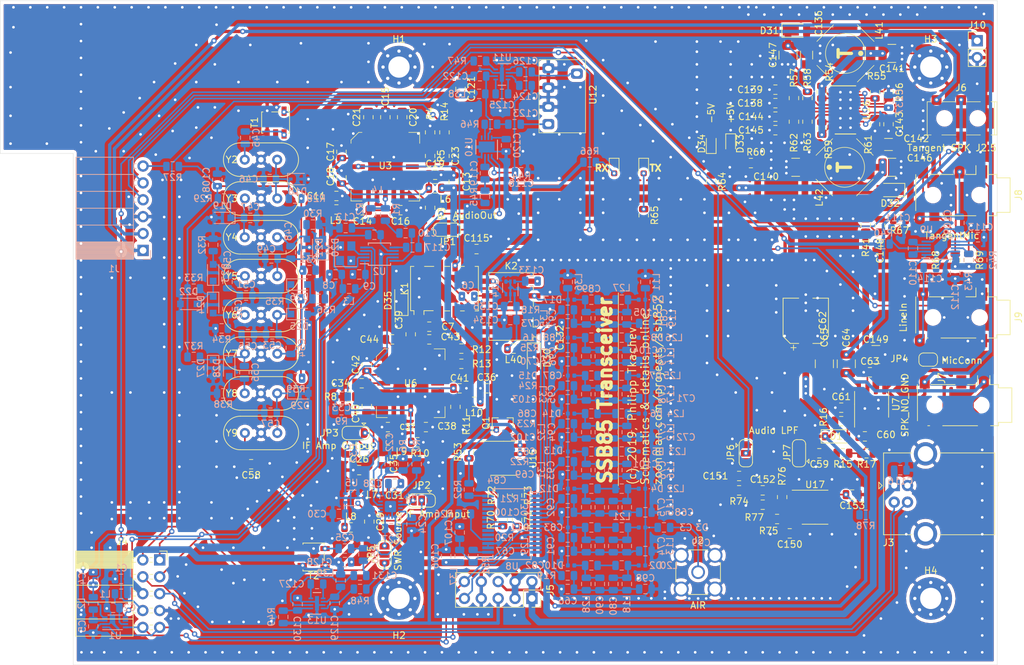
<source format=kicad_pcb>
(kicad_pcb (version 20171130) (host pcbnew "(5.1.2-1)-1")
  (layers (0 F.Cu signal) (31 B.Cu signal hide) (34 B.Paste user hide) (35 F.Paste user hide) (36 B.SilkS user hide) (37 F.SilkS user) (38 B.Mask user hide) (39 F.Mask user hide) (44 Edge.Cuts user))
  (net 0 "")
  (net 1 -5V)
  (net 2 Earth)
  (net 3 +5V)
  (net 4 "Net-(C10-Pad1)")
  (net 5 "Net-(R1-Pad2)")
  (net 6 "Net-(U1-Pad5)")
  (net 7 "Net-(U1-Pad4)")
  (net 8 TX+5V)
  (net 9 "Net-(C23-Pad2)")
  (net 10 "Net-(C24-Pad2)")
  (net 11 "Net-(C30-Pad2)")
  (net 12 "Net-(C32-Pad2)")
  (net 13 "Net-(C32-Pad1)")
  (net 14 "Net-(C34-Pad1)")
  (net 15 "Net-(C44-Pad2)")
  (net 16 /IFBP/IF_IN)
  (net 17 /IFBP/IF_OUT)
  (net 18 SCL)
  (net 19 SDA)
  (net 20 +3.3V)
  (net 21 /A_IN)
  (net 22 "Net-(C14-Pad1)")
  (net 23 /SPK-)
  (net 24 "Net-(R4-Pad1)")
  (net 25 "Net-(C12-Pad2)")
  (net 26 "Net-(C27-Pad1)")
  (net 27 "Net-(C50-Pad2)")
  (net 28 "Net-(C53-Pad2)")
  (net 29 "Net-(C60-Pad1)")
  (net 30 /A_OUT)
  (net 31 /MPOUT)
  (net 32 /MPIN)
  (net 33 USBD-)
  (net 34 USBD+)
  (net 35 /USB+5V)
  (net 36 "Net-(C61-Pad2)")
  (net 37 "Net-(C64-Pad1)")
  (net 38 "Net-(C64-Pad2)")
  (net 39 "Net-(C66-Pad1)")
  (net 40 "Net-(JP1-Pad3)")
  (net 41 "Net-(JP3-Pad3)")
  (net 42 "Net-(JP2-Pad3)")
  (net 43 "Net-(JP2-Pad1)")
  (net 44 /BPF/Out)
  (net 45 "Net-(C2-Pad1)")
  (net 46 "Net-(C3-Pad2)")
  (net 47 /BPF/In)
  (net 48 "Net-(C5-Pad2)")
  (net 49 "Net-(C6-Pad2)")
  (net 50 "Net-(C9-Pad1)")
  (net 51 "Net-(C10-Pad2)")
  (net 52 "Net-(C17-Pad2)")
  (net 53 "Net-(C20-Pad2)")
  (net 54 "Net-(C21-Pad2)")
  (net 55 "Net-(C22-Pad2)")
  (net 56 "Net-(C25-Pad1)")
  (net 57 "Net-(C28-Pad2)")
  (net 58 "Net-(C28-Pad1)")
  (net 59 "Net-(C33-Pad2)")
  (net 60 "Net-(C33-Pad1)")
  (net 61 "Net-(C37-Pad1)")
  (net 62 "Net-(C40-Pad2)")
  (net 63 "Net-(C43-Pad2)")
  (net 64 "Net-(C45-Pad2)")
  (net 65 "Net-(C45-Pad1)")
  (net 66 "Net-(C46-Pad2)")
  (net 67 "Net-(C47-Pad2)")
  (net 68 "Net-(C48-Pad2)")
  (net 69 "Net-(C48-Pad1)")
  (net 70 "Net-(C50-Pad1)")
  (net 71 "Net-(C52-Pad1)")
  (net 72 "Net-(C54-Pad1)")
  (net 73 "Net-(C55-Pad2)")
  (net 74 "Net-(C56-Pad1)")
  (net 75 "Net-(C57-Pad2)")
  (net 76 "Net-(C58-Pad2)")
  (net 77 "Net-(C58-Pad1)")
  (net 78 "Net-(C59-Pad1)")
  (net 79 "Net-(C67-Pad1)")
  (net 80 "Net-(C100-Pad2)")
  (net 81 "Net-(C101-Pad2)")
  (net 82 "Net-(C104-Pad2)")
  (net 83 "Net-(C103-Pad2)")
  (net 84 "Net-(C102-Pad2)")
  (net 85 "Net-(C105-Pad2)")
  (net 86 "Net-(C74-Pad1)")
  (net 87 "Net-(C75-Pad1)")
  (net 88 "Net-(C76-Pad1)")
  (net 89 "Net-(C77-Pad1)")
  (net 90 "Net-(C78-Pad1)")
  (net 91 "Net-(C79-Pad1)")
  (net 92 "Net-(C80-Pad1)")
  (net 93 "Net-(C81-Pad1)")
  (net 94 "Net-(C82-Pad2)")
  (net 95 "Net-(C82-Pad1)")
  (net 96 "Net-(C83-Pad2)")
  (net 97 "Net-(C83-Pad1)")
  (net 98 "Net-(C84-Pad2)")
  (net 99 "Net-(C84-Pad1)")
  (net 100 "Net-(C85-Pad2)")
  (net 101 "Net-(C85-Pad1)")
  (net 102 "Net-(C86-Pad2)")
  (net 103 "Net-(C86-Pad1)")
  (net 104 "Net-(C87-Pad2)")
  (net 105 "Net-(C87-Pad1)")
  (net 106 "Net-(C88-Pad2)")
  (net 107 "Net-(C88-Pad1)")
  (net 108 "Net-(C89-Pad2)")
  (net 109 "Net-(C89-Pad1)")
  (net 110 "Net-(C107-Pad2)")
  (net 111 BW)
  (net 112 "Net-(JP3-Pad1)")
  (net 113 "Net-(R3-Pad2)")
  (net 114 "Net-(R7-Pad1)")
  (net 115 "Net-(R10-Pad1)")
  (net 116 "Net-(R11-Pad2)")
  (net 117 "Net-(R12-Pad1)")
  (net 118 "Net-(R14-Pad1)")
  (net 119 "Net-(R15-Pad1)")
  (net 120 /BPF/BS0)
  (net 121 /BPF/BS7)
  (net 122 /BPF/BS6)
  (net 123 /BPF/BS5)
  (net 124 /BPF/BS4)
  (net 125 /BPF/BS3)
  (net 126 /BPF/BS2)
  (net 127 /BPF/BS1)
  (net 128 "Net-(R26-Pad1)")
  (net 129 "Net-(U2-Pad3)")
  (net 130 "Net-(U2-Pad2)")
  (net 131 "Net-(C108-Pad2)")
  (net 132 "Net-(D22-Pad1)")
  (net 133 "Net-(C109-Pad1)")
  (net 134 "Net-(C110-Pad2)")
  (net 135 "Net-(C110-Pad1)")
  (net 136 "Net-(C111-Pad2)")
  (net 137 "Net-(C113-Pad1)")
  (net 138 "Net-(C114-Pad2)")
  (net 139 "Net-(C114-Pad1)")
  (net 140 "Net-(C115-Pad2)")
  (net 141 /Microphone/AudioOut)
  (net 142 "Net-(R42-Pad2)")
  (net 143 "Net-(R43-Pad2)")
  (net 144 /SPK+)
  (net 145 "Net-(C109-Pad2)")
  (net 146 TX_PIN)
  (net 147 "Net-(J8-PadT)")
  (net 148 /PanAdapter/VFO_IN)
  (net 149 "Net-(C117-Pad1)")
  (net 150 "Net-(C118-Pad1)")
  (net 151 "Net-(C119-Pad2)")
  (net 152 "Net-(C119-Pad1)")
  (net 153 "Net-(C120-Pad1)")
  (net 154 "Net-(C122-Pad2)")
  (net 155 "Net-(C123-Pad2)")
  (net 156 "Net-(C124-Pad1)")
  (net 157 "Net-(C125-Pad2)")
  (net 158 "Net-(C125-Pad1)")
  (net 159 "Net-(C126-Pad2)")
  (net 160 SWR_REF)
  (net 161 PANO)
  (net 162 RX+5V)
  (net 163 "Net-(R46-Pad2)")
  (net 164 "Net-(R47-Pad2)")
  (net 165 "Net-(C123-Pad1)")
  (net 166 "Net-(C126-Pad1)")
  (net 167 "Net-(C127-Pad2)")
  (net 168 "Net-(C127-Pad1)")
  (net 169 "Net-(C129-Pad2)")
  (net 170 "Net-(C130-Pad2)")
  (net 171 "Net-(C131-Pad2)")
  (net 172 "Net-(C131-Pad1)")
  (net 173 "Net-(C132-Pad2)")
  (net 174 "Net-(C133-Pad2)")
  (net 175 "Net-(C133-Pad1)")
  (net 176 "Net-(C134-Pad2)")
  (net 177 "Net-(D10-Pad1)")
  (net 178 "Net-(JP5-Pad3)")
  (net 179 "Net-(K2-Pad2)")
  (net 180 "Net-(K2-Pad5)")
  (net 181 "Net-(R48-Pad2)")
  (net 182 "Net-(R51-Pad1)")
  (net 183 "Net-(R52-Pad2)")
  (net 184 "Net-(C136-Pad2)")
  (net 185 "Net-(C136-Pad1)")
  (net 186 "Net-(C138-Pad1)")
  (net 187 "Net-(C139-Pad1)")
  (net 188 /PowerSupply/VIN)
  (net 189 "Net-(C142-Pad1)")
  (net 190 "Net-(C144-Pad1)")
  (net 191 "Net-(C145-Pad1)")
  (net 192 "Net-(R54-Pad1)")
  (net 193 "Net-(R56-Pad2)")
  (net 194 "Net-(R58-Pad2)")
  (net 195 "Net-(R59-Pad1)")
  (net 196 "Net-(R61-Pad2)")
  (net 197 "Net-(R63-Pad2)")
  (net 198 /PowerSupply/PSU_CLK)
  (net 199 "Net-(C137-Pad1)")
  (net 200 "Net-(C142-Pad2)")
  (net 201 "Net-(C143-Pad1)")
  (net 202 "Net-(R55-Pad1)")
  (net 203 "Net-(D33-Pad2)")
  (net 204 "Net-(D34-Pad1)")
  (net 205 "Net-(D36-Pad2)")
  (net 206 "Net-(D37-Pad2)")
  (net 207 "Net-(C148-Pad2)")
  (net 208 "Net-(J6-PadR)")
  (net 209 "Net-(J7-PadR)")
  (net 210 "Net-(Q1-Pad1)")
  (net 211 "Net-(R70-Pad2)")
  (net 212 "Net-(R70-Pad1)")
  (net 213 "Net-(R71-Pad2)")
  (net 214 "Net-(R71-Pad1)")
  (net 215 "Net-(C59-Pad2)")
  (net 216 "Net-(C150-Pad2)")
  (net 217 "Net-(C151-Pad2)")
  (net 218 "Net-(C151-Pad1)")
  (net 219 "Net-(C152-Pad2)")
  (net 220 "Net-(C152-Pad1)")
  (net 221 "Net-(C153-Pad2)")
  (net 222 "Net-(JP6-Pad1)")
  (net 223 "Net-(R76-Pad1)")
  (module Package_SO:SOIC-8_3.9x4.9mm_P1.27mm (layer F.Cu) (at 172.593 96.266)
    (fp_text reference U17 (at 0 -3.4) (layer F.SilkS))
    (fp_text value LM358)
    (pad 8 smd roundrect (at 2.475 -1.905) (size 1.95 0.6) (layers F.Cu F.Paste F.Mask) (net 221 "Net-(C153-Pad2)"))
    (pad 7 smd roundrect (at 2.475 -0.635) (size 1.95 0.6) (layers F.Cu F.Paste F.Mask))
    (pad 6 smd roundrect (at 2.475 0.635) (size 1.95 0.6) (layers F.Cu F.Paste F.Mask))
    (pad 5 smd roundrect (at 2.475 1.905) (size 1.95 0.6) (layers F.Cu F.Paste F.Mask))
    (pad 4 smd roundrect (at -2.475 1.905) (size 1.95 0.6) (layers F.Cu F.Paste F.Mask) (net 2 Earth))
    (pad 3 smd roundrect (at -2.475 0.635) (size 1.95 0.6) (layers F.Cu F.Paste F.Mask) (net 216 "Net-(C150-Pad2)"))
    (pad 2 smd roundrect (at -2.475 -0.635) (size 1.95 0.6) (layers F.Cu F.Paste F.Mask) (net 223 "Net-(R76-Pad1)"))
    (pad 1 smd roundrect (at -2.475 -1.905) (size 1.95 0.6) (layers F.Cu F.Paste F.Mask) (net 219 "Net-(C152-Pad2)"))
  )
  (module Resistor_SMD:R_0805_2012Metric (layer B.Cu) (at 180.213 97.409)
    (fp_text reference R78 (at 0 1.65) (layer B.SilkS) (effects (justify mirror)))
    (fp_text value 1R0)
    (pad 2 smd roundrect (at 0.9375 0) (size 0.975 1.4) (layers B.Cu B.Paste B.Mask) (net 3 +5V))
    (pad 1 smd roundrect (at -0.9375 0) (size 0.975 1.4) (layers B.Cu B.Paste B.Mask) (net 221 "Net-(C153-Pad2)"))
  )
  (module Resistor_SMD:R_0805_2012Metric (layer F.Cu) (at 164.719 95.885)
    (fp_text reference R77 (at -1.27 1.905) (layer F.SilkS))
    (fp_text value 104)
    (pad 2 smd roundrect (at 0.9375 0) (size 0.975 1.4) (layers F.Cu F.Paste F.Mask) (net 223 "Net-(R76-Pad1)"))
    (pad 1 smd roundrect (at -0.9375 0) (size 0.975 1.4) (layers F.Cu F.Paste F.Mask) (net 2 Earth))
  )
  (module Resistor_SMD:R_0805_2012Metric (layer F.Cu) (at 167.64 94.742 90)
    (fp_text reference R76 (at 3.175 0 90) (layer F.SilkS))
    (fp_text value 104)
    (pad 2 smd roundrect (at 0.9375 0 90) (size 0.975 1.4) (layers F.Cu F.Paste F.Mask) (net 219 "Net-(C152-Pad2)"))
    (pad 1 smd roundrect (at -0.9375 0 90) (size 0.975 1.4) (layers F.Cu F.Paste F.Mask) (net 223 "Net-(R76-Pad1)"))
  )
  (module Resistor_SMD:R_0805_2012Metric (layer F.Cu) (at 166.878 98.044 180)
    (fp_text reference R75 (at 1.27 -1.778) (layer F.SilkS))
    (fp_text value 163)
    (pad 2 smd roundrect (at 0.9375 0 180) (size 0.975 1.4) (layers F.Cu F.Paste F.Mask) (net 220 "Net-(C152-Pad1)"))
    (pad 1 smd roundrect (at -0.9375 0 180) (size 0.975 1.4) (layers F.Cu F.Paste F.Mask) (net 216 "Net-(C150-Pad2)"))
  )
  (module Resistor_SMD:R_0805_2012Metric (layer F.Cu) (at 161.163 93.726 180)
    (fp_text reference R74 (at 0 -1.65) (layer F.SilkS))
    (fp_text value 163)
    (pad 2 smd roundrect (at 0.9375 0 180) (size 0.975 1.4) (layers F.Cu F.Paste F.Mask) (net 218 "Net-(C151-Pad1)"))
    (pad 1 smd roundrect (at -0.9375 0 180) (size 0.975 1.4) (layers F.Cu F.Paste F.Mask) (net 220 "Net-(C152-Pad1)"))
  )
  (module Jumper:SolderJumper-3_P1.3mm_Open_RoundedPad1.0x1.5mm (layer F.Cu) (at 170.18 88.138 90)
    (fp_text reference JP7 (at 0 -1.8 90) (layer F.SilkS))
    (fp_text value SolderJumper_3_Open)
    (pad 2 smd rect (at 0 0 90) (size 1 1.5) (layers F.Cu F.Mask) (net 215 "Net-(C59-Pad2)"))
    (pad 3 smd custom (at 1.3 0 90) (size 1 0.5) (layers F.Cu F.Mask) (net 222 "Net-(JP6-Pad1)") (options (clearance outline) (anchor rect)) (primitives (gr_circle (center 0 0.25) (end 0.5 0.25) (width 0)) (gr_circle (center 0 -0.25) (end 0.5 -0.25) (width 0)) (gr_poly (pts (xy -0.55 -0.75) (xy 0 -0.75) (xy 0 0.75) (xy -0.55 0.75)) (width 0))))
    (pad 1 smd custom (at -1.3 0 90) (size 1 0.5) (layers F.Cu F.Mask) (net 219 "Net-(C152-Pad2)") (options (clearance outline) (anchor rect)) (primitives (gr_circle (center 0 0.25) (end 0.5 0.25) (width 0)) (gr_circle (center 0 -0.25) (end 0.5 -0.25) (width 0)) (gr_poly (pts (xy 0.55 -0.75) (xy 0 -0.75) (xy 0 0.75) (xy 0.55 0.75)) (width 0))))
  )
  (module Jumper:SolderJumper-3_P1.3mm_Open_RoundedPad1.0x1.5mm (layer F.Cu) (at 162.179 88.138 270)
    (fp_text reference JP6 (at 0 2.286 90) (layer F.SilkS))
    (fp_text value SolderJumper_3_Open)
    (pad 2 smd rect (at 0 0 270) (size 1 1.5) (layers F.Cu F.Mask) (net 21 /A_IN))
    (pad 3 smd custom (at 1.3 0 270) (size 1 0.5) (layers F.Cu F.Mask) (net 217 "Net-(C151-Pad2)") (options (clearance outline) (anchor rect)) (primitives (gr_circle (center 0 0.25) (end 0.5 0.25) (width 0)) (gr_circle (center 0 -0.25) (end 0.5 -0.25) (width 0)) (gr_poly (pts (xy -0.55 -0.75) (xy 0 -0.75) (xy 0 0.75) (xy -0.55 0.75)) (width 0))))
    (pad 1 smd custom (at -1.3 0 270) (size 1 0.5) (layers F.Cu F.Mask) (net 222 "Net-(JP6-Pad1)") (options (clearance outline) (anchor rect)) (primitives (gr_circle (center 0 0.25) (end 0.5 0.25) (width 0)) (gr_circle (center 0 -0.25) (end 0.5 -0.25) (width 0)) (gr_poly (pts (xy 0.55 -0.75) (xy 0 -0.75) (xy 0 0.75) (xy 0.55 0.75)) (width 0))))
  )
  (module Capacitor_SMD:C_0805_2012Metric (layer F.Cu) (at 178.181 94.361 180)
    (fp_text reference C153 (at 0 -1.65) (layer F.SilkS))
    (fp_text value 104)
    (pad 2 smd roundrect (at 0.9375 0 180) (size 0.975 1.4) (layers F.Cu F.Paste F.Mask) (net 221 "Net-(C153-Pad2)"))
    (pad 1 smd roundrect (at -0.9375 0 180) (size 0.975 1.4) (layers F.Cu F.Paste F.Mask) (net 2 Earth))
  )
  (module Capacitor_SMD:C_0805_2012Metric (layer F.Cu) (at 164.719 93.726)
    (fp_text reference C152 (at 0 -1.65) (layer F.SilkS))
    (fp_text value 332)
    (pad 2 smd roundrect (at 0.9375 0) (size 0.975 1.4) (layers F.Cu F.Paste F.Mask) (net 219 "Net-(C152-Pad2)"))
    (pad 1 smd roundrect (at -0.9375 0) (size 0.975 1.4) (layers F.Cu F.Paste F.Mask) (net 220 "Net-(C152-Pad1)"))
  )
  (module Capacitor_SMD:C_0805_2012Metric (layer F.Cu) (at 161.163 91.567)
    (fp_text reference C151 (at -3.556 0) (layer F.SilkS))
    (fp_text value 104)
    (pad 2 smd roundrect (at 0.9375 0) (size 0.975 1.4) (layers F.Cu F.Paste F.Mask) (net 217 "Net-(C151-Pad2)"))
    (pad 1 smd roundrect (at -0.9375 0) (size 0.975 1.4) (layers F.Cu F.Paste F.Mask) (net 218 "Net-(C151-Pad1)"))
  )
  (module Capacitor_SMD:C_0805_2012Metric (layer F.Cu) (at 168.783 100.203 180)
    (fp_text reference C150 (at 0 -1.65) (layer F.SilkS))
    (fp_text value 332)
    (pad 2 smd roundrect (at 0.9375 0 180) (size 0.975 1.4) (layers F.Cu F.Paste F.Mask) (net 216 "Net-(C150-Pad2)"))
    (pad 1 smd roundrect (at -0.9375 0 180) (size 0.975 1.4) (layers F.Cu F.Paste F.Mask) (net 2 Earth))
  )
  (module Resistor_SMD:R_0805_2012Metric (layer F.Cu) (at 127.762 94.488 270)
    (fp_text reference R73 (at 0 -1.65 90) (layer F.SilkS))
    (fp_text value 104)
    (pad 2 smd roundrect (at 0.9375 0 270) (size 0.975 1.4) (layers F.Cu F.Paste F.Mask) (net 214 "Net-(R71-Pad1)"))
    (pad 1 smd roundrect (at -0.9375 0 270) (size 0.975 1.4) (layers F.Cu F.Paste F.Mask) (net 3 +5V))
  )
  (module Resistor_SMD:R_0805_2012Metric (layer F.Cu) (at 125.603 94.488 270)
    (fp_text reference R72 (at 0 1.651 90) (layer F.SilkS))
    (fp_text value 104)
    (pad 2 smd roundrect (at 0.9375 0 270) (size 0.975 1.4) (layers F.Cu F.Paste F.Mask) (net 212 "Net-(R70-Pad1)"))
    (pad 1 smd roundrect (at -0.9375 0 270) (size 0.975 1.4) (layers F.Cu F.Paste F.Mask) (net 3 +5V))
  )
  (module Resistor_SMD:R_0805_2012Metric (layer F.Cu) (at 127.762 98.171 270)
    (fp_text reference R71 (at 0 -1.65 90) (layer F.SilkS))
    (fp_text value 103)
    (pad 2 smd roundrect (at 0.9375 0 270) (size 0.975 1.4) (layers F.Cu F.Paste F.Mask) (net 213 "Net-(R71-Pad2)"))
    (pad 1 smd roundrect (at -0.9375 0 270) (size 0.975 1.4) (layers F.Cu F.Paste F.Mask) (net 214 "Net-(R71-Pad1)"))
  )
  (module Resistor_SMD:R_0805_2012Metric (layer F.Cu) (at 125.603 98.171 270)
    (fp_text reference R70 (at 0 1.778 90) (layer F.SilkS))
    (fp_text value 103)
    (pad 2 smd roundrect (at 0.9375 0 270) (size 0.975 1.4) (layers F.Cu F.Paste F.Mask) (net 211 "Net-(R70-Pad2)"))
    (pad 1 smd roundrect (at -0.9375 0 270) (size 0.975 1.4) (layers F.Cu F.Paste F.Mask) (net 212 "Net-(R70-Pad1)"))
  )
  (module Package_TO_SOT_SMD:SOT-23 (layer F.Cu) (at 125.603 83.566 90)
    (fp_text reference Q1 (at 0 -2.5 90) (layer F.SilkS))
    (fp_text value BSS83P)
    (pad 3 smd rect (at 1 0 90) (size 0.9 0.8) (layers F.Cu F.Paste F.Mask) (net 173 "Net-(C132-Pad2)"))
    (pad 2 smd rect (at -1 0.95 90) (size 0.9 0.8) (layers F.Cu F.Paste F.Mask) (net 3 +5V))
    (pad 1 smd rect (at -1 -0.95 90) (size 0.9 0.8) (layers F.Cu F.Paste F.Mask) (net 210 "Net-(Q1-Pad1)"))
  )
  (module Resistor_SMD:R_0805_2012Metric (layer F.Cu) (at 195.707 59.055 270)
    (fp_text reference R69 (at 0 -1.65 90) (layer F.SilkS))
    (fp_text value 103)
    (pad 2 smd roundrect (at 0.9375 0 270) (size 0.975 1.4) (layers F.Cu F.Paste F.Mask) (net 3 +5V))
    (pad 1 smd roundrect (at -0.9375 0 270) (size 0.975 1.4) (layers F.Cu F.Paste F.Mask) (net 208 "Net-(J6-PadR)"))
  )
  (module Resistor_SMD:R_0805_2012Metric (layer F.Cu) (at 193.675 59.055 270)
    (fp_text reference R68 (at 0 2.921 90) (layer F.SilkS))
    (fp_text value 102)
    (pad 2 smd roundrect (at 0.9375 0 270) (size 0.975 1.4) (layers F.Cu F.Paste F.Mask) (net 3 +5V))
    (pad 1 smd roundrect (at -0.9375 0 270) (size 0.975 1.4) (layers F.Cu F.Paste F.Mask) (net 147 "Net-(J8-PadT)"))
  )
  (module Resistor_SMD:R_0805_2012Metric (layer F.Cu) (at 185.293 52.959 180)
    (fp_text reference R67 (at 0 -1.65 180) (layer F.SilkS))
    (fp_text value 103)
    (pad 2 smd roundrect (at 0.9375 0 180) (size 0.975 1.4) (layers F.Cu F.Paste F.Mask) (net 207 "Net-(C148-Pad2)"))
    (pad 1 smd roundrect (at -0.9375 0 180) (size 0.975 1.4) (layers F.Cu F.Paste F.Mask) (net 145 "Net-(C109-Pad2)"))
  )
  (module Capacitor_SMD:C_1210_3225Metric (layer F.Cu) (at 181.737 73.279)
    (fp_text reference C149 (at 0 -2.28) (layer F.SilkS))
    (fp_text value 227)
    (pad 2 smd roundrect (at 1.4 0) (size 1.25 2.65) (layers F.Cu F.Paste F.Mask) (roundrect_rratio 0.2) (net 2 Earth))
    (pad 1 smd roundrect (at -1.4 0) (size 1.25 2.65) (layers F.Cu F.Paste F.Mask) (roundrect_rratio 0.2) (net 3 +5V))
  )
  (module Capacitor_SMD:C_0805_2012Metric (layer F.Cu) (at 182.372 53.848 90)
    (fp_text reference C148 (at -3.81 0 90) (layer F.SilkS))
    (fp_text value 106)
    (pad 2 smd roundrect (at 0.9375 0 90) (size 0.975 1.4) (layers F.Cu F.Paste F.Mask) (net 207 "Net-(C148-Pad2)"))
    (pad 1 smd roundrect (at -0.9375 0 90) (size 0.975 1.4) (layers F.Cu F.Paste F.Mask) (net 2 Earth))
  )
  (module Diode_SMD:D_SOD-323 (layer B.Cu) (at 94.742 46.863)
    (fp_text reference D18 (at 0 1.85) (layer B.SilkS) (effects (justify mirror)))
    (fp_text value BB148)
    (pad 2 smd rect (at 1.05 0) (size 0.6 0.45) (layers B.Cu B.Paste B.Mask) (net 2 Earth))
    (pad 1 smd rect (at -1.05 0) (size 0.6 0.45) (layers B.Cu B.Paste B.Mask) (net 66 "Net-(C46-Pad2)"))
  )
  (module Diode_SMD:D_SOD-323_HandSoldering (layer B.Cu) (at 95.123 79.121)
    (fp_text reference D29 (at 0 1.85) (layer B.SilkS) (effects (justify mirror)))
    (fp_text value BB148)
    (pad 2 smd rect (at 1.25 0) (size 1 1) (layers B.Cu B.Paste B.Mask) (net 2 Earth))
    (pad 1 smd rect (at -1.25 0) (size 1 1) (layers B.Cu B.Paste B.Mask) (net 75 "Net-(C57-Pad2)"))
  )
  (module Diode_SMD:D_SOD-323_HandSoldering (layer B.Cu) (at 84.455 75.311 270)
    (fp_text reference D28 (at 0 1.85 90) (layer B.SilkS) (effects (justify mirror)))
    (fp_text value BB148)
    (pad 2 smd rect (at 1.25 0 270) (size 1 1) (layers B.Cu B.Paste B.Mask) (net 74 "Net-(C56-Pad1)"))
    (pad 1 smd rect (at -1.25 0 270) (size 1 1) (layers B.Cu B.Paste B.Mask) (net 73 "Net-(C55-Pad2)"))
  )
  (module Diode_SMD:D_SOD-323_HandSoldering (layer B.Cu) (at 82.042 75.311 270)
    (fp_text reference D27 (at 0 1.85 90) (layer B.SilkS) (effects (justify mirror)))
    (fp_text value BB148)
    (pad 2 smd rect (at 1.25 0 270) (size 1 1) (layers B.Cu B.Paste B.Mask) (net 2 Earth))
    (pad 1 smd rect (at -1.25 0 270) (size 1 1) (layers B.Cu B.Paste B.Mask) (net 73 "Net-(C55-Pad2)"))
  )
  (module Diode_SMD:D_SOD-323_HandSoldering (layer B.Cu) (at 94.996 62.738)
    (fp_text reference D26 (at 0 1.85) (layer B.SilkS) (effects (justify mirror)))
    (fp_text value BB148)
    (pad 2 smd rect (at 1.25 0) (size 1 1) (layers B.Cu B.Paste B.Mask) (net 72 "Net-(C54-Pad1)"))
    (pad 1 smd rect (at -1.25 0) (size 1 1) (layers B.Cu B.Paste B.Mask) (net 28 "Net-(C53-Pad2)"))
  )
  (module Diode_SMD:D_SOD-323_HandSoldering (layer B.Cu) (at 94.996 67.183)
    (fp_text reference D25 (at 0 1.85) (layer B.SilkS) (effects (justify mirror)))
    (fp_text value BB148)
    (pad 2 smd rect (at 1.25 0) (size 1 1) (layers B.Cu B.Paste B.Mask) (net 2 Earth))
    (pad 1 smd rect (at -1.25 0) (size 1 1) (layers B.Cu B.Paste B.Mask) (net 28 "Net-(C53-Pad2)"))
  )
  (module Diode_SMD:D_SOD-323_HandSoldering (layer B.Cu) (at 82.042 65.786 270)
    (fp_text reference D24 (at 0 1.85 90) (layer B.SilkS) (effects (justify mirror)))
    (fp_text value BB148)
    (pad 2 smd rect (at 1.25 0 270) (size 1 1) (layers B.Cu B.Paste B.Mask) (net 71 "Net-(C52-Pad1)"))
    (pad 1 smd rect (at -1.25 0 270) (size 1 1) (layers B.Cu B.Paste B.Mask) (net 132 "Net-(D22-Pad1)"))
  )
  (module Diode_SMD:D_SOD-323_HandSoldering (layer B.Cu) (at 82.042 60.96 90)
    (fp_text reference D23 (at 0 1.85 90) (layer B.SilkS) (effects (justify mirror)))
    (fp_text value BB148)
    (pad 2 smd rect (at 1.25 0 90) (size 1 1) (layers B.Cu B.Paste B.Mask) (net 27 "Net-(C50-Pad2)"))
    (pad 1 smd rect (at -1.25 0 90) (size 1 1) (layers B.Cu B.Paste B.Mask) (net 132 "Net-(D22-Pad1)"))
  )
  (module Diode_SMD:D_SOD-323_HandSoldering (layer B.Cu) (at 78.359 65.659 180)
    (fp_text reference D22 (at 0 1.85) (layer B.SilkS) (effects (justify mirror)))
    (fp_text value BB148)
    (pad 2 smd rect (at 1.25 0 180) (size 1 1) (layers B.Cu B.Paste B.Mask) (net 2 Earth))
    (pad 1 smd rect (at -1.25 0 180) (size 1 1) (layers B.Cu B.Paste B.Mask) (net 132 "Net-(D22-Pad1)"))
  )
  (module Diode_SMD:D_SOD-323_HandSoldering (layer B.Cu) (at 96.139 57.15 90)
    (fp_text reference D21 (at 0 1.85 90) (layer B.SilkS) (effects (justify mirror)))
    (fp_text value BB148)
    (pad 2 smd rect (at 1.25 0 90) (size 1 1) (layers B.Cu B.Paste B.Mask) (net 68 "Net-(C48-Pad2)"))
    (pad 1 smd rect (at -1.25 0 90) (size 1 1) (layers B.Cu B.Paste B.Mask) (net 69 "Net-(C48-Pad1)"))
  )
  (module Diode_SMD:D_SOD-323_HandSoldering (layer B.Cu) (at 98.552 57.15 90)
    (fp_text reference D20 (at 0 1.85 90) (layer B.SilkS) (effects (justify mirror)))
    (fp_text value BB148)
    (pad 2 smd rect (at 1.25 0 90) (size 1 1) (layers B.Cu B.Paste B.Mask) (net 2 Earth))
    (pad 1 smd rect (at -1.25 0 90) (size 1 1) (layers B.Cu B.Paste B.Mask) (net 69 "Net-(C48-Pad1)"))
  )
  (module Diode_SMD:D_SOD-323_HandSoldering (layer B.Cu) (at 83.439 52.705 180)
    (fp_text reference D19 (at 0 1.85) (layer B.SilkS) (effects (justify mirror)))
    (fp_text value BB148)
    (pad 2 smd rect (at 1.25 0 180) (size 1 1) (layers B.Cu B.Paste B.Mask) (net 2 Earth))
    (pad 1 smd rect (at -1.25 0 180) (size 1 1) (layers B.Cu B.Paste B.Mask) (net 67 "Net-(C47-Pad2)"))
  )
  (module Resistor_SMD:R_0805_2012Metric (layer B.Cu) (at 138.684 44.323 180)
    (fp_text reference R66 (at 0 1.65) (layer B.SilkS) (effects (justify mirror)))
    (fp_text value 102)
    (pad 2 smd roundrect (at 0.9375 0 180) (size 0.975 1.4) (layers B.Cu B.Paste B.Mask) (net 162 RX+5V))
    (pad 1 smd roundrect (at -0.9375 0 180) (size 0.975 1.4) (layers B.Cu B.Paste B.Mask) (net 206 "Net-(D37-Pad2)"))
  )
  (module Resistor_SMD:R_0805_2012Metric (layer F.Cu) (at 146.812 52.324 270)
    (fp_text reference R65 (at 0 -1.65 90) (layer F.SilkS))
    (fp_text value 102)
    (pad 2 smd roundrect (at 0.9375 0 270) (size 0.975 1.4) (layers F.Cu F.Paste F.Mask) (net 8 TX+5V))
    (pad 1 smd roundrect (at -0.9375 0 270) (size 0.975 1.4) (layers F.Cu F.Paste F.Mask) (net 205 "Net-(D36-Pad2)"))
  )
  (module Resistor_SMD:R_0805_2012Metric (layer F.Cu) (at 156.972 47.244 270)
    (fp_text reference R64 (at 0 -1.65 90) (layer F.SilkS))
    (fp_text value 102)
    (pad 2 smd roundrect (at 0.9375 0 270) (size 0.975 1.4) (layers F.Cu F.Paste F.Mask) (net 1 -5V))
    (pad 1 smd roundrect (at -0.9375 0 270) (size 0.975 1.4) (layers F.Cu F.Paste F.Mask) (net 204 "Net-(D34-Pad1)"))
  )
  (module Resistor_SMD:R_0805_2012Metric (layer F.Cu) (at 162.941 44.45)
    (fp_text reference R60 (at 0.762 -1.65) (layer F.SilkS))
    (fp_text value 102)
    (pad 2 smd roundrect (at 0.9375 0) (size 0.975 1.4) (layers F.Cu F.Paste F.Mask) (net 3 +5V))
    (pad 1 smd roundrect (at -0.9375 0) (size 0.975 1.4) (layers F.Cu F.Paste F.Mask) (net 203 "Net-(D33-Pad2)"))
  )
  (module Diode_SMD:D_0603_1608Metric (layer F.Cu) (at 142.367 45.212 270)
    (fp_text reference D37)
    (fp_text value RX (at 0 1.905 180) (layer F.SilkS) (effects (font (thickness 0.25))))
    (pad 2 smd roundrect (at 0.7875 0 270) (size 0.875 0.95) (layers F.Cu F.Paste F.Mask) (net 206 "Net-(D37-Pad2)"))
    (pad 1 smd roundrect (at -0.7875 0 270) (size 0.875 0.95) (layers F.Cu F.Paste F.Mask) (net 2 Earth))
  )
  (module Diode_SMD:D_0603_1608Metric (layer F.Cu) (at 146.812 45.212 270)
    (fp_text reference D36)
    (fp_text value TX (at 0 -1.778 180) (layer F.SilkS) (effects (font (thickness 0.25))))
    (pad 2 smd roundrect (at 0.7875 0 270) (size 0.875 0.95) (layers F.Cu F.Paste F.Mask) (net 205 "Net-(D36-Pad2)"))
    (pad 1 smd roundrect (at -0.7875 0 270) (size 0.875 0.95) (layers F.Cu F.Paste F.Mask) (net 2 Earth))
  )
  (module Diode_SMD:D_SOD-123 (layer F.Cu) (at 110.363 65.151 90)
    (fp_text reference D35 (at 0 -2 90) (layer F.SilkS))
    (fp_text value D)
    (pad 2 smd rect (at 1.65 0 90) (size 0.9 1.2) (layers F.Cu F.Paste F.Mask) (net 2 Earth))
    (pad 1 smd rect (at -1.65 0 90) (size 0.9 1.2) (layers F.Cu F.Paste F.Mask) (net 8 TX+5V))
  )
  (module Diode_SMD:D_0603_1608Metric (layer F.Cu) (at 156.972 41.529 90)
    (fp_text reference D34 (at 0 -1.43 90) (layer F.SilkS))
    (fp_text value -5V (at 4.572 0 90) (layer F.SilkS))
    (pad 2 smd roundrect (at 0.7875 0 90) (size 0.875 0.95) (layers F.Cu F.Paste F.Mask) (net 2 Earth))
    (pad 1 smd roundrect (at -0.7875 0 90) (size 0.875 0.95) (layers F.Cu F.Paste F.Mask) (net 204 "Net-(D34-Pad1)"))
  )
  (module Diode_SMD:D_0603_1608Metric (layer F.Cu) (at 159.893 41.529 270)
    (fp_text reference D33 (at 0 -1.43 90) (layer F.SilkS))
    (fp_text value +5V (at -4.572 0 90) (layer F.SilkS))
    (pad 2 smd roundrect (at 0.7875 0 270) (size 0.875 0.95) (layers F.Cu F.Paste F.Mask) (net 203 "Net-(D33-Pad2)"))
    (pad 1 smd roundrect (at -0.7875 0 270) (size 0.875 0.95) (layers F.Cu F.Paste F.Mask) (net 2 Earth))
  )
  (module Resistor_SMD:R_0805_2012Metric (layer B.Cu) (at 122.936 49.53 270)
    (fp_text reference R45 (at 0 1.65 90) (layer B.SilkS) (effects (justify mirror)))
    (fp_text value 51)
    (pad 2 smd roundrect (at 0.9375 0 270) (size 0.975 1.4) (layers B.Cu B.Paste B.Mask) (net 32 /MPIN))
    (pad 1 smd roundrect (at -0.9375 0 270) (size 0.975 1.4) (layers B.Cu B.Paste B.Mask) (net 151 "Net-(C119-Pad2)"))
  )
  (module SSB85:Jack_3.5mm_PJ342_Horizontal2 (layer F.Cu) (at 193.04 49.276 270)
    (fp_text reference J8 (at 0 -10.16 90) (layer F.SilkS))
    (fp_text value TangentMic (at 6.096 -0.127) (layer F.SilkS))
    (pad S smd rect (at 3.5 -4.7 270) (size 2 1.5) (layers F.Cu F.Paste F.Mask) (net 146 TX_PIN))
    (pad "" np_thru_hole circle (at 0 2.7 270) (size 1.5 1.5) (drill 1.5) (layers *.Cu *.Mask))
    (pad "" np_thru_hole circle (at 0 -4.3 270) (size 1.5 1.5) (drill 1.5) (layers *.Cu *.Mask))
    (pad T smd rect (at 3.5 2.5 270) (size 2 1.5) (layers F.Cu F.Paste F.Mask) (net 147 "Net-(J8-PadT)"))
    (pad RN smd rect (at 3.5 4.7 270) (size 2 1.5) (layers F.Cu F.Paste F.Mask) (net 145 "Net-(C109-Pad2)"))
    (pad G smd rect (at -3.5 -4.7 270) (size 2 1.5) (layers F.Cu F.Paste F.Mask) (net 146 TX_PIN))
    (pad R smd rect (at -3.5 -1.3 270) (size 2 1.5) (layers F.Cu F.Paste F.Mask) (net 145 "Net-(C109-Pad2)"))
    (pad TN smd rect (at -3.5 4.2 270) (size 2 1.5) (layers F.Cu F.Paste F.Mask) (net 147 "Net-(J8-PadT)"))
  )
  (module SSB85:Jack_3.5mm_PJ342_Horizontal2 (layer F.Cu) (at 193.294 80.899 270)
    (fp_text reference J7 (at -4.064 1.651 90) (layer F.SilkS))
    (fp_text value SPK_NO_GND (at 0 7.17 90) (layer F.SilkS))
    (pad S smd rect (at 3.5 -4.7 270) (size 2 1.5) (layers F.Cu F.Paste F.Mask) (net 38 "Net-(C64-Pad2)"))
    (pad "" np_thru_hole circle (at 0 2.7 270) (size 1.5 1.5) (drill 1.5) (layers *.Cu *.Mask))
    (pad "" np_thru_hole circle (at 0 -4.3 270) (size 1.5 1.5) (drill 1.5) (layers *.Cu *.Mask))
    (pad T smd rect (at 3.5 2.5 270) (size 2 1.5) (layers F.Cu F.Paste F.Mask) (net 209 "Net-(J7-PadR)"))
    (pad RN smd rect (at 3.5 4.7 270) (size 2 1.5) (layers F.Cu F.Paste F.Mask) (net 23 /SPK-))
    (pad G smd rect (at -3.5 -4.7 270) (size 2 1.5) (layers F.Cu F.Paste F.Mask) (net 38 "Net-(C64-Pad2)"))
    (pad R smd rect (at -3.5 -1.3 270) (size 2 1.5) (layers F.Cu F.Paste F.Mask) (net 209 "Net-(J7-PadR)"))
    (pad TN smd rect (at -3.5 4.2 270) (size 2 1.5) (layers F.Cu F.Paste F.Mask) (net 23 /SPK-))
  )
  (module SSB85:WE-TDC-8038 (layer F.Cu) (at 177.038 45.085 90)
    (fp_text reference L42 (at -4.572 -3.81 90) (layer F.SilkS))
    (fp_text value "WÜRTH WE TDC 74489440047")
    (fp_text user T (at 0 0 90) (layer F.SilkS) (effects (font (size 2 2) (thickness 0.5))))
    (pad 2 smd rect (at 3.8 0 180) (size 3.6 1.4) (layers F.Cu F.Paste F.Mask) (net 200 "Net-(C142-Pad2)"))
    (pad 4 smd rect (at -3.8 0 180) (size 3.6 1.4) (layers F.Cu F.Paste F.Mask) (net 189 "Net-(C142-Pad1)"))
    (pad 3 smd rect (at 0 3.8 90) (size 3.6 1.4) (layers F.Cu F.Paste F.Mask) (net 1 -5V))
    (pad 1 smd rect (at 0 -3.8 90) (size 3.6 1.4) (layers F.Cu F.Paste F.Mask) (net 188 /PowerSupply/VIN))
  )
  (module SSB85:WE-TDC-8038 (layer F.Cu) (at 177.165 27.94 270)
    (fp_text reference L41 (at -3.429 -5.08 90) (layer F.SilkS))
    (fp_text value "WÜRTH WE TDC 74489440047")
    (fp_text user T (at 0 0 90) (layer F.SilkS) (effects (font (size 2 2) (thickness 0.5))))
    (pad 2 smd rect (at 3.8 0) (size 3.6 1.4) (layers F.Cu F.Paste F.Mask) (net 184 "Net-(C136-Pad2)"))
    (pad 4 smd rect (at -3.8 0) (size 3.6 1.4) (layers F.Cu F.Paste F.Mask) (net 185 "Net-(C136-Pad1)"))
    (pad 3 smd rect (at 0 3.8 270) (size 3.6 1.4) (layers F.Cu F.Paste F.Mask) (net 2 Earth))
    (pad 1 smd rect (at 0 -3.8 270) (size 3.6 1.4) (layers F.Cu F.Paste F.Mask) (net 188 /PowerSupply/VIN))
  )
  (module Connector_PinHeader_2.54mm:PinHeader_1x02_P2.54mm_Vertical (layer F.Cu) (at 196.977 26.035)
    (fp_text reference J10 (at 0 -2.33) (layer F.SilkS))
    (fp_text value Conn_01x02_Male)
    (pad 2 thru_hole oval (at 0 2.54) (size 1.7 1.7) (drill 1) (layers *.Cu *.Mask) (net 2 Earth))
    (pad 1 thru_hole rect (at 0 0) (size 1.7 1.7) (drill 1) (layers *.Cu *.Mask) (net 188 /PowerSupply/VIN))
  )
  (module Capacitor_SMD:C_0805_2012Metric (layer F.Cu) (at 183.642 38.608 270)
    (fp_text reference C143 (at 0 -1.65 90) (layer F.SilkS))
    (fp_text value 104)
    (pad 2 smd roundrect (at 0.9375 0 270) (size 0.975 1.4) (layers F.Cu F.Paste F.Mask) (net 2 Earth))
    (pad 1 smd roundrect (at -0.9375 0 270) (size 0.975 1.4) (layers F.Cu F.Paste F.Mask) (net 201 "Net-(C143-Pad1)"))
  )
  (module Capacitor_SMD:C_0805_2012Metric (layer B.Cu) (at 183.642 35.179 90)
    (fp_text reference C137 (at 0 1.65 -90) (layer B.SilkS) (effects (justify mirror)))
    (fp_text value 104)
    (pad 2 smd roundrect (at 0.9375 0 90) (size 0.975 1.4) (layers B.Cu B.Paste B.Mask) (net 2 Earth))
    (pad 1 smd roundrect (at -0.9375 0 90) (size 0.975 1.4) (layers B.Cu B.Paste B.Mask) (net 199 "Net-(C137-Pad1)"))
  )
  (module Resistor_SMD:R_0805_2012Metric (layer F.Cu) (at 171.45 38.227 90)
    (fp_text reference R63 (at -3.048 0 90) (layer F.SilkS))
    (fp_text value 6042)
    (pad 2 smd roundrect (at 0.9375 0 90) (size 0.975 1.4) (layers F.Cu F.Paste F.Mask) (net 197 "Net-(R63-Pad2)"))
    (pad 1 smd roundrect (at -0.9375 0 90) (size 0.975 1.4) (layers F.Cu F.Paste F.Mask) (net 1 -5V))
  )
  (module Resistor_SMD:R_0805_2012Metric (layer F.Cu) (at 169.418 38.227 270)
    (fp_text reference R62 (at 3.175 0 90) (layer F.SilkS))
    (fp_text value 1872)
    (pad 2 smd roundrect (at 0.9375 0 270) (size 0.975 1.4) (layers F.Cu F.Paste F.Mask) (net 191 "Net-(C145-Pad1)"))
    (pad 1 smd roundrect (at -0.9375 0 270) (size 0.975 1.4) (layers F.Cu F.Paste F.Mask) (net 190 "Net-(C144-Pad1)"))
  )
  (module Resistor_SMD:R_0805_2012Metric (layer F.Cu) (at 181.61 38.608 90)
    (fp_text reference R61 (at -3.048 -1.016 90) (layer F.SilkS))
    (fp_text value 1153)
    (pad 2 smd roundrect (at 0.9375 0 90) (size 0.975 1.4) (layers F.Cu F.Paste F.Mask) (net 196 "Net-(R61-Pad2)"))
    (pad 1 smd roundrect (at -0.9375 0 90) (size 0.975 1.4) (layers F.Cu F.Paste F.Mask) (net 2 Earth))
  )
  (module Resistor_SMD:R_0805_2012Metric (layer F.Cu) (at 173.609 39.243 270)
    (fp_text reference R59 (at 3.175 -1.016 90) (layer F.SilkS))
    (fp_text value 104)
    (pad 2 smd roundrect (at 0.9375 0 270) (size 0.975 1.4) (layers F.Cu F.Paste F.Mask) (net 188 /PowerSupply/VIN))
    (pad 1 smd roundrect (at -0.9375 0 270) (size 0.975 1.4) (layers F.Cu F.Paste F.Mask) (net 195 "Net-(R59-Pad1)"))
  )
  (module Resistor_SMD:R_0805_2012Metric (layer F.Cu) (at 171.45 34.671 270)
    (fp_text reference R58 (at -3.048 0 90) (layer F.SilkS))
    (fp_text value 4532)
    (pad 2 smd roundrect (at 0.9375 0 270) (size 0.975 1.4) (layers F.Cu F.Paste F.Mask) (net 194 "Net-(R58-Pad2)"))
    (pad 1 smd roundrect (at -0.9375 0 270) (size 0.975 1.4) (layers F.Cu F.Paste F.Mask) (net 3 +5V))
  )
  (module Resistor_SMD:R_0805_2012Metric (layer F.Cu) (at 169.418 34.671 90)
    (fp_text reference R57 (at 3.048 0 90) (layer F.SilkS))
    (fp_text value 1182)
    (pad 2 smd roundrect (at 0.9375 0 90) (size 0.975 1.4) (layers F.Cu F.Paste F.Mask) (net 187 "Net-(C139-Pad1)"))
    (pad 1 smd roundrect (at -0.9375 0 90) (size 0.975 1.4) (layers F.Cu F.Paste F.Mask) (net 186 "Net-(C138-Pad1)"))
  )
  (module Resistor_SMD:R_0805_2012Metric (layer F.Cu) (at 183.642 33.782 270)
    (fp_text reference R56 (at 0 -1.65 90) (layer F.SilkS))
    (fp_text value 1153)
    (pad 2 smd roundrect (at 0.9375 0 270) (size 0.975 1.4) (layers F.Cu F.Paste F.Mask) (net 193 "Net-(R56-Pad2)"))
    (pad 1 smd roundrect (at -0.9375 0 270) (size 0.975 1.4) (layers F.Cu F.Paste F.Mask) (net 2 Earth))
  )
  (module Resistor_SMD:R_0805_2012Metric (layer F.Cu) (at 181.61 33.782 90)
    (fp_text reference R55 (at 2.413 0.254 180) (layer F.SilkS))
    (fp_text value 102)
    (pad 2 smd roundrect (at 0.9375 0 90) (size 0.975 1.4) (layers F.Cu F.Paste F.Mask) (net 188 /PowerSupply/VIN))
    (pad 1 smd roundrect (at -0.9375 0 90) (size 0.975 1.4) (layers F.Cu F.Paste F.Mask) (net 202 "Net-(R55-Pad1)"))
  )
  (module Resistor_SMD:R_0805_2012Metric (layer F.Cu) (at 173.609 33.782 90)
    (fp_text reference R54 (at 3.048 1.143 90) (layer F.SilkS))
    (fp_text value 104)
    (pad 2 smd roundrect (at 0.9375 0 90) (size 0.975 1.4) (layers F.Cu F.Paste F.Mask) (net 188 /PowerSupply/VIN))
    (pad 1 smd roundrect (at -0.9375 0 90) (size 0.975 1.4) (layers F.Cu F.Paste F.Mask) (net 192 "Net-(R54-Pad1)"))
  )
  (module Diode_SMD:D_PowerDI-123 (layer F.Cu) (at 183.896 48.514 180)
    (fp_text reference D32 (at 0 -2) (layer F.SilkS))
    (fp_text value MSS2P3)
    (pad 2 smd rect (at 1.525 0) (size 1.05 1.5) (layers F.Cu F.Paste F.Mask) (net 189 "Net-(C142-Pad1)"))
    (pad 1 smd rect (at -0.85 0) (size 2.4 1.5) (layers F.Cu F.Paste F.Mask) (net 2 Earth))
  )
  (module Diode_SMD:D_PowerDI-123 (layer F.Cu) (at 169.799 24.511)
    (fp_text reference D31 (at -4.064 0) (layer F.SilkS))
    (fp_text value MSS2P3)
    (pad 2 smd rect (at 1.525 0 180) (size 1.05 1.5) (layers F.Cu F.Paste F.Mask) (net 185 "Net-(C136-Pad1)"))
    (pad 1 smd rect (at -0.85 0 180) (size 2.4 1.5) (layers F.Cu F.Paste F.Mask) (net 3 +5V))
  )
  (module Capacitor_SMD:C_1210_3225Metric (layer F.Cu) (at 168.529 28.194 90)
    (fp_text reference C147 (at 0 -2.28 90) (layer F.SilkS))
    (fp_text value 226)
    (pad 2 smd roundrect (at 1.4 0 90) (size 1.25 2.65) (layers F.Cu F.Paste F.Mask) (roundrect_rratio 0.2) (net 3 +5V))
    (pad 1 smd roundrect (at -1.4 0 90) (size 1.25 2.65) (layers F.Cu F.Paste F.Mask) (roundrect_rratio 0.2) (net 2 Earth))
  )
  (module Capacitor_SMD:C_1210_3225Metric (layer F.Cu) (at 184.15 45.085 180)
    (fp_text reference C146 (at -4.191 1.397) (layer F.SilkS))
    (fp_text value 226)
    (pad 2 smd roundrect (at 1.4 0 180) (size 1.25 2.65) (layers F.Cu F.Paste F.Mask) (roundrect_rratio 0.2) (net 1 -5V))
    (pad 1 smd roundrect (at -1.4 0 180) (size 1.25 2.65) (layers F.Cu F.Paste F.Mask) (roundrect_rratio 0.2) (net 2 Earth))
  )
  (module Capacitor_SMD:C_0805_2012Metric (layer F.Cu) (at 166.624 39.497 180)
    (fp_text reference C145 (at 3.683 0) (layer F.SilkS))
    (fp_text value 47pF)
    (pad 2 smd roundrect (at 0.9375 0 180) (size 0.975 1.4) (layers F.Cu F.Paste F.Mask) (net 2 Earth))
    (pad 1 smd roundrect (at -0.9375 0 180) (size 0.975 1.4) (layers F.Cu F.Paste F.Mask) (net 191 "Net-(C145-Pad1)"))
  )
  (module Capacitor_SMD:C_0805_2012Metric (layer F.Cu) (at 166.624 37.465 180)
    (fp_text reference C144 (at 3.683 0) (layer F.SilkS))
    (fp_text value 222)
    (pad 2 smd roundrect (at 0.9375 0 180) (size 0.975 1.4) (layers F.Cu F.Paste F.Mask) (net 2 Earth))
    (pad 1 smd roundrect (at -0.9375 0 180) (size 0.975 1.4) (layers F.Cu F.Paste F.Mask) (net 190 "Net-(C144-Pad1)"))
  )
  (module Capacitor_SMD:C_1206_3216Metric (layer F.Cu) (at 183.642 41.656 180)
    (fp_text reference C142 (at -4.191 0.889) (layer F.SilkS))
    (fp_text value 225)
    (pad 2 smd roundrect (at 1.4 0 180) (size 1.25 1.75) (layers F.Cu F.Paste F.Mask) (roundrect_rratio 0.2) (net 200 "Net-(C142-Pad2)"))
    (pad 1 smd roundrect (at -1.4 0 180) (size 1.25 1.75) (layers F.Cu F.Paste F.Mask) (roundrect_rratio 0.2) (net 189 "Net-(C142-Pad1)"))
  )
  (module Capacitor_SMD:C_1210_3225Metric (layer F.Cu) (at 184.15 27.94 180)
    (fp_text reference C141 (at 0 -2.28) (layer F.SilkS))
    (fp_text value 226)
    (pad 2 smd roundrect (at 1.4 0 180) (size 1.25 2.65) (layers F.Cu F.Paste F.Mask) (roundrect_rratio 0.2) (net 188 /PowerSupply/VIN))
    (pad 1 smd roundrect (at -1.4 0 180) (size 1.25 2.65) (layers F.Cu F.Paste F.Mask) (roundrect_rratio 0.2) (net 2 Earth))
  )
  (module Capacitor_SMD:C_1210_3225Metric (layer F.Cu) (at 169.672 45.085)
    (fp_text reference C140 (at -4.445 1.397) (layer F.SilkS))
    (fp_text value 226)
    (pad 2 smd roundrect (at 1.4 0) (size 1.25 2.65) (layers F.Cu F.Paste F.Mask) (roundrect_rratio 0.2) (net 188 /PowerSupply/VIN))
    (pad 1 smd roundrect (at -1.4 0) (size 1.25 2.65) (layers F.Cu F.Paste F.Mask) (roundrect_rratio 0.2) (net 2 Earth))
  )
  (module Capacitor_SMD:C_0805_2012Metric (layer F.Cu) (at 166.624 33.401 180)
    (fp_text reference C139 (at 3.81 0) (layer F.SilkS))
    (fp_text value 47pF)
    (pad 2 smd roundrect (at 0.9375 0 180) (size 0.975 1.4) (layers F.Cu F.Paste F.Mask) (net 2 Earth))
    (pad 1 smd roundrect (at -0.9375 0 180) (size 0.975 1.4) (layers F.Cu F.Paste F.Mask) (net 187 "Net-(C139-Pad1)"))
  )
  (module Capacitor_SMD:C_0805_2012Metric (layer F.Cu) (at 166.624 35.433 180)
    (fp_text reference C138 (at 3.81 0) (layer F.SilkS))
    (fp_text value 222)
    (pad 2 smd roundrect (at 0.9375 0 180) (size 0.975 1.4) (layers F.Cu F.Paste F.Mask) (net 2 Earth))
    (pad 1 smd roundrect (at -0.9375 0 180) (size 0.975 1.4) (layers F.Cu F.Paste F.Mask) (net 186 "Net-(C138-Pad1)"))
  )
  (module Capacitor_SMD:C_1206_3216Metric (layer F.Cu) (at 171.323 28.194 270)
    (fp_text reference C136 (at -4.826 -1.82 90) (layer F.SilkS))
    (fp_text value 225)
    (pad 2 smd roundrect (at 1.4 0 270) (size 1.25 1.75) (layers F.Cu F.Paste F.Mask) (roundrect_rratio 0.2) (net 184 "Net-(C136-Pad2)"))
    (pad 1 smd roundrect (at -1.4 0 270) (size 1.25 1.75) (layers F.Cu F.Paste F.Mask) (roundrect_rratio 0.2) (net 185 "Net-(C136-Pad1)"))
  )
  (module Package_DFN_QFN:DFN-24-1EP_4x7mm_P0.5mm_EP2.64x6.44mm (layer F.Cu) (at 177.165 36.449)
    (fp_text reference U16 (at 3.175 0 90) (layer F.SilkS))
    (fp_text value LT8582)
    (pad 25 smd rect (at 0 0) (size 2.64 6.44) (layers F.Cu F.Mask) (net 2 Earth))
    (pad 24 smd rect (at 1.9 -2.75) (size 0.7 0.25) (layers F.Cu F.Paste F.Mask) (net 184 "Net-(C136-Pad2)"))
    (pad 23 smd rect (at 1.9 -2.25) (size 0.7 0.25) (layers F.Cu F.Paste F.Mask) (net 198 /PowerSupply/PSU_CLK))
    (pad 22 smd rect (at 1.9 -1.75) (size 0.7 0.25) (layers F.Cu F.Paste F.Mask) (net 202 "Net-(R55-Pad1)"))
    (pad 21 smd rect (at 1.9 -1.25) (size 0.7 0.25) (layers F.Cu F.Paste F.Mask) (net 193 "Net-(R56-Pad2)"))
    (pad 20 smd rect (at 1.9 -0.75) (size 0.7 0.25) (layers F.Cu F.Paste F.Mask) (net 199 "Net-(C137-Pad1)"))
    (pad 19 smd rect (at 1.9 -0.25) (size 0.7 0.25) (layers F.Cu F.Paste F.Mask) (net 2 Earth))
    (pad 18 smd rect (at 1.9 0.25) (size 0.7 0.25) (layers F.Cu F.Paste F.Mask) (net 198 /PowerSupply/PSU_CLK))
    (pad 17 smd rect (at 1.9 0.75) (size 0.7 0.25) (layers F.Cu F.Paste F.Mask) (net 201 "Net-(C143-Pad1)"))
    (pad 16 smd rect (at 1.9 1.25) (size 0.7 0.25) (layers F.Cu F.Paste F.Mask) (net 196 "Net-(R61-Pad2)"))
    (pad 15 smd rect (at 1.9 1.75) (size 0.7 0.25) (layers F.Cu F.Paste F.Mask) (net 202 "Net-(R55-Pad1)"))
    (pad 14 smd rect (at 1.9 2.25) (size 0.7 0.25) (layers F.Cu F.Paste F.Mask))
    (pad 13 smd rect (at 1.9 2.75) (size 0.7 0.25) (layers F.Cu F.Paste F.Mask) (net 200 "Net-(C142-Pad2)"))
    (pad 12 smd rect (at -1.9 2.75) (size 0.7 0.25) (layers F.Cu F.Paste F.Mask) (net 200 "Net-(C142-Pad2)"))
    (pad 11 smd rect (at -1.9 2.25) (size 0.7 0.25) (layers F.Cu F.Paste F.Mask) (net 188 /PowerSupply/VIN))
    (pad 10 smd rect (at -1.9 1.75) (size 0.7 0.25) (layers F.Cu F.Paste F.Mask) (net 195 "Net-(R59-Pad1)"))
    (pad 9 smd rect (at -1.9 1.25) (size 0.7 0.25) (layers F.Cu F.Paste F.Mask))
    (pad 8 smd rect (at -1.9 0.75) (size 0.7 0.25) (layers F.Cu F.Paste F.Mask) (net 191 "Net-(C145-Pad1)"))
    (pad 7 smd rect (at -1.9 0.25) (size 0.7 0.25) (layers F.Cu F.Paste F.Mask) (net 197 "Net-(R63-Pad2)"))
    (pad 6 smd rect (at -1.9 -0.25) (size 0.7 0.25) (layers F.Cu F.Paste F.Mask) (net 194 "Net-(R58-Pad2)"))
    (pad 5 smd rect (at -1.9 -0.75) (size 0.7 0.25) (layers F.Cu F.Paste F.Mask) (net 187 "Net-(C139-Pad1)"))
    (pad 4 smd rect (at -1.9 -1.25) (size 0.7 0.25) (layers F.Cu F.Paste F.Mask))
    (pad 3 smd rect (at -1.9 -1.75) (size 0.7 0.25) (layers F.Cu F.Paste F.Mask) (net 192 "Net-(R54-Pad1)"))
    (pad 2 smd rect (at -1.9 -2.25) (size 0.7 0.25) (layers F.Cu F.Paste F.Mask) (net 188 /PowerSupply/VIN))
    (pad 1 smd rect (at -1.9 -2.75) (size 0.7 0.25) (layers F.Cu F.Paste F.Mask) (net 184 "Net-(C136-Pad2)"))
  )
  (module Package_SO:SOIC-8_3.9x4.9mm_P1.27mm (layer F.Cu) (at 125.73 88.9)
    (fp_text reference U15 (at 4.445 0 90) (layer F.SilkS))
    (fp_text value IRF7314TRPBF)
    (pad 8 smd roundrect (at 2.475 -1.905) (size 1.95 0.6) (layers F.Cu F.Paste F.Mask) (net 162 RX+5V))
    (pad 7 smd roundrect (at 2.475 -0.635) (size 1.95 0.6) (layers F.Cu F.Paste F.Mask) (net 162 RX+5V))
    (pad 6 smd roundrect (at 2.475 0.635) (size 1.95 0.6) (layers F.Cu F.Paste F.Mask) (net 8 TX+5V))
    (pad 5 smd roundrect (at 2.475 1.905) (size 1.95 0.6) (layers F.Cu F.Paste F.Mask) (net 8 TX+5V))
    (pad 4 smd roundrect (at -2.475 1.905) (size 1.95 0.6) (layers F.Cu F.Paste F.Mask) (net 214 "Net-(R71-Pad1)"))
    (pad 3 smd roundrect (at -2.475 0.635) (size 1.95 0.6) (layers F.Cu F.Paste F.Mask) (net 3 +5V))
    (pad 2 smd roundrect (at -2.475 -0.635) (size 1.95 0.6) (layers F.Cu F.Paste F.Mask) (net 212 "Net-(R70-Pad1)"))
    (pad 1 smd roundrect (at -2.475 -1.905) (size 1.95 0.6) (layers F.Cu F.Paste F.Mask) (net 3 +5V))
  )
  (module Package_TO_SOT_SMD:SOT-363_SC-70-6 (layer B.Cu) (at 126.746 63.246 90)
    (fp_text reference U14 (at 0 -2.286 90) (layer B.SilkS) (effects (justify mirror)))
    (fp_text value BGA2866)
    (pad 6 smd rect (at 0.95 0.65 90) (size 0.65 0.4) (layers B.Cu B.Paste B.Mask) (net 175 "Net-(C133-Pad1)"))
    (pad 4 smd rect (at 0.95 -0.65 90) (size 0.65 0.4) (layers B.Cu B.Paste B.Mask) (net 2 Earth))
    (pad 2 smd rect (at -0.95 0 90) (size 0.65 0.4) (layers B.Cu B.Paste B.Mask) (net 2 Earth))
    (pad 5 smd rect (at 0.95 0 90) (size 0.65 0.4) (layers B.Cu B.Paste B.Mask) (net 2 Earth))
    (pad 3 smd rect (at -0.95 -0.65 90) (size 0.65 0.4) (layers B.Cu B.Paste B.Mask) (net 180 "Net-(K2-Pad5)"))
    (pad 1 smd rect (at -0.95 0.65 90) (size 0.65 0.4) (layers B.Cu B.Paste B.Mask) (net 176 "Net-(C134-Pad2)"))
  )
  (module Package_DFN_QFN:DFN-8-1EP_2x3mm_P0.5mm_EP0.61x2.2mm (layer B.Cu) (at 97.663 110.744)
    (fp_text reference U13 (at 0 2.55) (layer B.SilkS) (effects (justify mirror)))
    (fp_text value LT5537)
    (pad 9 smd rect (at 0 0) (size 0.61 2.2) (layers B.Cu B.Mask) (net 2 Earth))
    (pad 8 smd rect (at 0.925 0.75) (size 0.7 0.25) (layers B.Cu B.Paste B.Mask) (net 181 "Net-(R48-Pad2)"))
    (pad 7 smd rect (at 0.925 0.25) (size 0.7 0.25) (layers B.Cu B.Paste B.Mask) (net 2 Earth))
    (pad 6 smd rect (at 0.925 -0.25) (size 0.7 0.25) (layers B.Cu B.Paste B.Mask) (net 169 "Net-(C129-Pad2)"))
    (pad 5 smd rect (at 0.925 -0.75) (size 0.7 0.25) (layers B.Cu B.Paste B.Mask) (net 167 "Net-(C127-Pad2)"))
    (pad 4 smd rect (at -0.925 -0.75) (size 0.7 0.25) (layers B.Cu B.Paste B.Mask) (net 168 "Net-(C127-Pad1)"))
    (pad 3 smd rect (at -0.925 -0.25) (size 0.7 0.25) (layers B.Cu B.Paste B.Mask) (net 2 Earth))
    (pad 2 smd rect (at -0.925 0.25) (size 0.7 0.25) (layers B.Cu B.Paste B.Mask) (net 171 "Net-(C131-Pad2)"))
    (pad 1 smd rect (at -0.925 0.75) (size 0.7 0.25) (layers B.Cu B.Paste B.Mask) (net 170 "Net-(C130-Pad2)"))
  )
  (module Resistor_SMD:R_0805_2012Metric (layer F.Cu) (at 120.523 87.9625 270)
    (fp_text reference R53 (at 0 1.651 90) (layer F.SilkS))
    (fp_text value 104)
    (pad 2 smd roundrect (at 0.9375 0 270) (size 0.975 1.4) (layers F.Cu F.Paste F.Mask) (net 210 "Net-(Q1-Pad1)"))
    (pad 1 smd roundrect (at -0.9375 0 270) (size 0.975 1.4) (layers F.Cu F.Paste F.Mask) (net 3 +5V))
  )
  (module Resistor_SMD:R_0805_2012Metric (layer B.Cu) (at 120.523 93.599 270)
    (fp_text reference R52 (at 0 1.65 90) (layer B.SilkS) (effects (justify mirror)))
    (fp_text value 103)
    (pad 2 smd roundrect (at 0.9375 0 270) (size 0.975 1.4) (layers B.Cu B.Paste B.Mask) (net 183 "Net-(R52-Pad2)"))
    (pad 1 smd roundrect (at -0.9375 0 270) (size 0.975 1.4) (layers B.Cu B.Paste B.Mask) (net 210 "Net-(Q1-Pad1)"))
  )
  (module Resistor_SMD:R_0805_2012Metric (layer B.Cu) (at 121.158 103.632 270)
    (fp_text reference R51 (at 1.397 -1.905 90) (layer B.SilkS) (effects (justify mirror)))
    (fp_text value 472)
    (pad 2 smd roundrect (at 0.9375 0 270) (size 0.975 1.4) (layers B.Cu B.Paste B.Mask) (net 110 "Net-(C107-Pad2)"))
    (pad 1 smd roundrect (at -0.9375 0 270) (size 0.975 1.4) (layers B.Cu B.Paste B.Mask) (net 182 "Net-(R51-Pad1)"))
  )
  (module Resistor_SMD:R_0805_2012Metric (layer B.Cu) (at 104.648 103.378 270)
    (fp_text reference R50 (at 0 -1.778 270) (layer B.SilkS) (effects (justify mirror)))
    (fp_text value 51)
    (pad 2 smd roundrect (at 0.9375 0 270) (size 0.975 1.4) (layers B.Cu B.Paste B.Mask) (net 172 "Net-(C131-Pad1)"))
    (pad 1 smd roundrect (at -0.9375 0 270) (size 0.975 1.4) (layers B.Cu B.Paste B.Mask) (net 56 "Net-(C25-Pad1)"))
  )
  (module Resistor_SMD:R_0805_2012Metric (layer B.Cu) (at 92.583 112.776 90)
    (fp_text reference R49 (at 0 -1.778 270) (layer B.SilkS) (effects (justify mirror)))
    (fp_text value 102)
    (pad 2 smd roundrect (at 0.9375 0 90) (size 0.975 1.4) (layers B.Cu B.Paste B.Mask) (net 170 "Net-(C130-Pad2)"))
    (pad 1 smd roundrect (at -0.9375 0 90) (size 0.975 1.4) (layers B.Cu B.Paste B.Mask) (net 162 RX+5V))
  )
  (module Resistor_SMD:R_0805_2012Metric (layer B.Cu) (at 104.14 108.585 180)
    (fp_text reference R48 (at 0 -1.778) (layer B.SilkS) (effects (justify mirror)))
    (fp_text value 102)
    (pad 2 smd roundrect (at 0.9375 0 180) (size 0.975 1.4) (layers B.Cu B.Paste B.Mask) (net 181 "Net-(R48-Pad2)"))
    (pad 1 smd roundrect (at -0.9375 0 180) (size 0.975 1.4) (layers B.Cu B.Paste B.Mask) (net 178 "Net-(JP5-Pad3)"))
  )
  (module Inductor_SMD:L_0805_2012Metric (layer F.Cu) (at 127.254 72.39 180)
    (fp_text reference L40 (at 0 -1.65) (layer F.SilkS))
    (fp_text value LQM21FN100M70L)
    (pad 2 smd roundrect (at 0.9375 0 180) (size 0.975 1.4) (layers F.Cu F.Paste F.Mask) (net 176 "Net-(C134-Pad2)"))
    (pad 1 smd roundrect (at -0.9375 0 180) (size 0.975 1.4) (layers F.Cu F.Paste F.Mask) (net 173 "Net-(C132-Pad2)"))
  )
  (module Inductor_SMD:L_0805_2012Metric (layer B.Cu) (at 101.219 107.315 90)
    (fp_text reference L39 (at 1.143 -2.286) (layer B.SilkS) (effects (justify mirror)))
    (fp_text value LQM21FN100M70L)
    (pad 2 smd roundrect (at 0.9375 0 90) (size 0.975 1.4) (layers B.Cu B.Paste B.Mask) (net 3 +5V))
    (pad 1 smd roundrect (at -0.9375 0 90) (size 0.975 1.4) (layers B.Cu B.Paste B.Mask) (net 169 "Net-(C129-Pad2)"))
  )
  (module Relay_SMD:Relay_DPDT_Omron_G6K-2F-Y (layer F.Cu) (at 126.873 66.04 180)
    (fp_text reference K2 (at 0 6.096) (layer F.SilkS))
    (fp_text value G6K-2F-Y)
    (pad 1 smd rect (at -3.5 -3.8 180) (size 1.8 0.8) (layers F.Cu F.Paste F.Mask) (net 173 "Net-(C132-Pad2)"))
    (pad 2 smd rect (at -3.5 -0.6 180) (size 1.8 0.8) (layers F.Cu F.Paste F.Mask) (net 179 "Net-(K2-Pad2)"))
    (pad 3 smd rect (at -3.5 1.6 180) (size 1.8 0.8) (layers F.Cu F.Paste F.Mask) (net 177 "Net-(D10-Pad1)"))
    (pad 4 smd rect (at -3.5 3.8 180) (size 1.8 0.8) (layers F.Cu F.Paste F.Mask) (net 174 "Net-(C133-Pad2)"))
    (pad 5 smd rect (at 3.5 3.8 180) (size 1.8 0.8) (layers F.Cu F.Paste F.Mask) (net 180 "Net-(K2-Pad5)"))
    (pad 6 smd rect (at 3.5 1.6 180) (size 1.8 0.8) (layers F.Cu F.Paste F.Mask) (net 44 /BPF/Out))
    (pad 7 smd rect (at 3.5 -0.6 180) (size 1.8 0.8) (layers F.Cu F.Paste F.Mask) (net 179 "Net-(K2-Pad2)"))
    (pad 8 smd rect (at 3.5 -3.8 180) (size 1.8 0.8) (layers F.Cu F.Paste F.Mask) (net 2 Earth))
  )
  (module Diode_SMD:D_SOD-123 (layer F.Cu) (at 130.302 73.787 270)
    (fp_text reference D30 (at 0 -2 90) (layer F.SilkS))
    (fp_text value 1N4008W)
    (pad 2 smd rect (at 1.65 0 270) (size 0.9 1.2) (layers F.Cu F.Paste F.Mask) (net 2 Earth))
    (pad 1 smd rect (at -1.65 0 270) (size 0.9 1.2) (layers F.Cu F.Paste F.Mask) (net 173 "Net-(C132-Pad2)"))
  )
  (module Capacitor_SMD:C_0805_2012Metric (layer B.Cu) (at 126.746 66.04)
    (fp_text reference C135 (at -3.683 0) (layer B.SilkS) (effects (justify mirror)))
    (fp_text value 102)
    (pad 2 smd roundrect (at 0.9375 0) (size 0.975 1.4) (layers B.Cu B.Paste B.Mask) (net 176 "Net-(C134-Pad2)"))
    (pad 1 smd roundrect (at -0.9375 0) (size 0.975 1.4) (layers B.Cu B.Paste B.Mask) (net 2 Earth))
  )
  (module Capacitor_SMD:C_0805_2012Metric (layer B.Cu) (at 126.746 68.072)
    (fp_text reference C134 (at -3.683 0) (layer B.SilkS) (effects (justify mirror)))
    (fp_text value 104)
    (pad 2 smd roundrect (at 0.9375 0) (size 0.975 1.4) (layers B.Cu B.Paste B.Mask) (net 176 "Net-(C134-Pad2)"))
    (pad 1 smd roundrect (at -0.9375 0) (size 0.975 1.4) (layers B.Cu B.Paste B.Mask) (net 2 Earth))
  )
  (module Capacitor_SMD:C_0805_2012Metric (layer B.Cu) (at 129.921 62.23)
    (fp_text reference C133 (at 0 -1.651) (layer B.SilkS) (effects (justify mirror)))
    (fp_text value 104)
    (pad 2 smd roundrect (at 0.9375 0) (size 0.975 1.4) (layers B.Cu B.Paste B.Mask) (net 174 "Net-(C133-Pad2)"))
    (pad 1 smd roundrect (at -0.9375 0) (size 0.975 1.4) (layers B.Cu B.Paste B.Mask) (net 175 "Net-(C133-Pad1)"))
  )
  (module Capacitor_SMD:C_0805_2012Metric (layer F.Cu) (at 132.588 70.739 90)
    (fp_text reference C132 (at 0 1.651 90) (layer F.SilkS))
    (fp_text value 104)
    (pad 2 smd roundrect (at 0.9375 0 90) (size 0.975 1.4) (layers F.Cu F.Paste F.Mask) (net 173 "Net-(C132-Pad2)"))
    (pad 1 smd roundrect (at -0.9375 0 90) (size 0.975 1.4) (layers F.Cu F.Paste F.Mask) (net 2 Earth))
  )
  (module Capacitor_SMD:C_0805_2012Metric (layer B.Cu) (at 104.14 106.553 180)
    (fp_text reference C131 (at -3.683 0) (layer B.SilkS) (effects (justify mirror)))
    (fp_text value 103)
    (pad 2 smd roundrect (at 0.9375 0 180) (size 0.975 1.4) (layers B.Cu B.Paste B.Mask) (net 171 "Net-(C131-Pad2)"))
    (pad 1 smd roundrect (at -0.9375 0 180) (size 0.975 1.4) (layers B.Cu B.Paste B.Mask) (net 172 "Net-(C131-Pad1)"))
  )
  (module Capacitor_SMD:C_0805_2012Metric (layer B.Cu) (at 94.742 110.871 270)
    (fp_text reference C130 (at 3.683 0 90) (layer B.SilkS) (effects (justify mirror)))
    (fp_text value 104)
    (pad 2 smd roundrect (at 0.9375 0 270) (size 0.975 1.4) (layers B.Cu B.Paste B.Mask) (net 170 "Net-(C130-Pad2)"))
    (pad 1 smd roundrect (at -0.9375 0 270) (size 0.975 1.4) (layers B.Cu B.Paste B.Mask) (net 2 Earth))
  )
  (module Capacitor_SMD:C_0805_2012Metric (layer B.Cu) (at 100.33 110.6955 90)
    (fp_text reference C129 (at -3.7315 0 90) (layer B.SilkS) (effects (justify mirror)))
    (fp_text value 104)
    (pad 2 smd roundrect (at 0.9375 0 90) (size 0.975 1.4) (layers B.Cu B.Paste B.Mask) (net 169 "Net-(C129-Pad2)"))
    (pad 1 smd roundrect (at -0.9375 0 90) (size 0.975 1.4) (layers B.Cu B.Paste B.Mask) (net 2 Earth))
  )
  (module Capacitor_SMD:C_0805_2012Metric (layer B.Cu) (at 101.854 104.521 180)
    (fp_text reference C128 (at 3.81 0) (layer B.SilkS) (effects (justify mirror)))
    (fp_text value 104)
    (pad 2 smd roundrect (at 0.9375 0 180) (size 0.975 1.4) (layers B.Cu B.Paste B.Mask) (net 3 +5V))
    (pad 1 smd roundrect (at -0.9375 0 180) (size 0.975 1.4) (layers B.Cu B.Paste B.Mask) (net 2 Earth))
  )
  (module Capacitor_SMD:C_0805_2012Metric (layer B.Cu) (at 97.663 107.823)
    (fp_text reference C127 (at -3.81 0) (layer B.SilkS) (effects (justify mirror)))
    (fp_text value 103)
    (pad 2 smd roundrect (at 0.9375 0) (size 0.975 1.4) (layers B.Cu B.Paste B.Mask) (net 167 "Net-(C127-Pad2)"))
    (pad 1 smd roundrect (at -0.9375 0) (size 0.975 1.4) (layers B.Cu B.Paste B.Mask) (net 168 "Net-(C127-Pad1)"))
  )
  (module Capacitor_SMD:C_0805_2012Metric (layer B.Cu) (at 120.396 64.516 180)
    (fp_text reference C6 (at 0 1.65) (layer B.SilkS) (effects (justify mirror)))
    (fp_text value 104)
    (pad 2 smd roundrect (at 0.9375 0 180) (size 0.975 1.4) (layers B.Cu B.Paste B.Mask) (net 49 "Net-(C6-Pad2)"))
    (pad 1 smd roundrect (at -0.9375 0 180) (size 0.975 1.4) (layers B.Cu B.Paste B.Mask) (net 44 /BPF/Out))
  )
  (module Capacitor_SMD:C_0805_2012Metric (layer B.Cu) (at 86.868 40.64 90)
    (fp_text reference C45 (at 0 1.65 90) (layer B.SilkS) (effects (justify mirror)))
    (fp_text value 100)
    (pad 2 smd roundrect (at 0.9375 0 90) (size 0.975 1.4) (layers B.Cu B.Paste B.Mask) (net 64 "Net-(C45-Pad2)"))
    (pad 1 smd roundrect (at -0.9375 0 90) (size 0.975 1.4) (layers B.Cu B.Paste B.Mask) (net 65 "Net-(C45-Pad1)"))
  )
  (module Transformer_SMD:Transformer_MACOM_SM-22 (layer F.Cu) (at 97.155 103.759 180)
    (fp_text reference T2 (at 0 -2.794) (layer F.SilkS))
    (fp_text value MABAES0061)
    (pad 5 smd rect (at 1.715 -1.27 180) (size 1.4 0.76) (layers F.Cu F.Paste F.Mask) (net 2 Earth))
    (pad 4 smd rect (at 1.715 0 180) (size 1.4 0.76) (layers F.Cu F.Paste F.Mask))
    (pad 3 smd rect (at 1.715 1.27 180) (size 1.4 0.76) (layers F.Cu F.Paste F.Mask) (net 77 "Net-(C58-Pad1)"))
    (pad 2 smd rect (at -1.715 1.27 180) (size 1.4 0.76) (layers F.Cu F.Paste F.Mask) (net 17 /IFBP/IF_OUT))
    (pad 1 smd rect (at -1.715 -1.27 180) (size 1.4 0.76) (layers F.Cu F.Paste F.Mask) (net 2 Earth))
  )
  (module Transformer_SMD:Transformer_MACOM_SM-22 (layer F.Cu) (at 91.44 38.354 270)
    (fp_text reference T1 (at 0 3.175 90) (layer F.SilkS))
    (fp_text value MABAES0061)
    (pad 5 smd rect (at 1.715 -1.27 270) (size 1.4 0.76) (layers F.Cu F.Paste F.Mask) (net 64 "Net-(C45-Pad2)"))
    (pad 4 smd rect (at 1.715 0 270) (size 1.4 0.76) (layers F.Cu F.Paste F.Mask))
    (pad 3 smd rect (at 1.715 1.27 270) (size 1.4 0.76) (layers F.Cu F.Paste F.Mask) (net 2 Earth))
    (pad 2 smd rect (at -1.715 1.27 270) (size 1.4 0.76) (layers F.Cu F.Paste F.Mask) (net 2 Earth))
    (pad 1 smd rect (at -1.715 -1.27 270) (size 1.4 0.76) (layers F.Cu F.Paste F.Mask) (net 118 "Net-(R14-Pad1)"))
  )
  (module SSB85:Filter-LT450-455-11x7 (layer F.Cu) (at 134.366 34.29 270)
    (fp_text reference U12 (at -0.127 -4.826 90) (layer F.SilkS))
    (fp_text value LT455IW)
    (pad 5 thru_hole roundrect (at -3.3 -2.4 90) (size 1.524 1.762) (drill oval 0.762 1) (layers *.Cu *.Mask) (net 166 "Net-(C126-Pad1)"))
    (pad 4 thru_hole roundrect (at -4.1 1.9 90) (size 1.524 1.762) (drill oval 0.762 1) (layers *.Cu *.Mask) (net 2 Earth))
    (pad 3 thru_hole roundrect (at -1.2 1.9 90) (size 1.524 1.762) (drill oval 0.762 1) (layers *.Cu *.Mask) (net 2 Earth))
    (pad 2 thru_hole roundrect (at 1.7 1.9 90) (size 1.524 1.762) (drill oval 0.762 1) (layers *.Cu *.Mask) (net 2 Earth))
    (pad 1 thru_hole roundrect (at 4.3 1.9 90) (size 1.524 1.762) (drill oval 0.762 1) (layers *.Cu *.Mask) (net 165 "Net-(C123-Pad1)"))
  )
  (module Package_DFN_QFN:DFN-8-1EP_2x3mm_P0.5mm_EP0.61x2.2mm (layer B.Cu) (at 125.476 31.115 180)
    (fp_text reference U11 (at 0 2.55) (layer B.SilkS) (effects (justify mirror)))
    (fp_text value LT5537)
    (pad 9 smd rect (at 0 0 180) (size 0.61 2.2) (layers B.Cu B.Mask) (net 2 Earth))
    (pad 8 smd rect (at 0.925 0.75 180) (size 0.7 0.25) (layers B.Cu B.Paste B.Mask) (net 164 "Net-(R47-Pad2)"))
    (pad 7 smd rect (at 0.925 0.25 180) (size 0.7 0.25) (layers B.Cu B.Paste B.Mask) (net 2 Earth))
    (pad 6 smd rect (at 0.925 -0.25 180) (size 0.7 0.25) (layers B.Cu B.Paste B.Mask) (net 154 "Net-(C122-Pad2)"))
    (pad 5 smd rect (at 0.925 -0.75 180) (size 0.7 0.25) (layers B.Cu B.Paste B.Mask) (net 158 "Net-(C125-Pad1)"))
    (pad 4 smd rect (at -0.925 -0.75 180) (size 0.7 0.25) (layers B.Cu B.Paste B.Mask) (net 157 "Net-(C125-Pad2)"))
    (pad 3 smd rect (at -0.925 -0.25 180) (size 0.7 0.25) (layers B.Cu B.Paste B.Mask) (net 156 "Net-(C124-Pad1)"))
    (pad 2 smd rect (at -0.925 0.25 180) (size 0.7 0.25) (layers B.Cu B.Paste B.Mask) (net 159 "Net-(C126-Pad2)"))
    (pad 1 smd rect (at -0.925 0.75 180) (size 0.7 0.25) (layers B.Cu B.Paste B.Mask) (net 150 "Net-(C118-Pad1)"))
  )
  (module Package_DFN_QFN:DFN-8-1EP_3x3mm_P0.5mm_EP1.66x2.38mm (layer B.Cu) (at 123.19 42.037 90)
    (fp_text reference U10 (at 0 -2.667 90) (layer B.SilkS) (effects (justify mirror)))
    (fp_text value LT5560)
    (pad 9 smd rect (at 0 0 90) (size 1.66 2.38) (layers B.Cu B.Mask) (net 2 Earth))
    (pad 8 smd rect (at 1.4 0.75 90) (size 0.7 0.25) (layers B.Cu B.Paste B.Mask) (net 153 "Net-(C120-Pad1)"))
    (pad 7 smd rect (at 1.4 0.25 90) (size 0.7 0.25) (layers B.Cu B.Paste B.Mask) (net 154 "Net-(C122-Pad2)"))
    (pad 6 smd rect (at 1.4 -0.25 90) (size 0.7 0.25) (layers B.Cu B.Paste B.Mask) (net 163 "Net-(R46-Pad2)"))
    (pad 5 smd rect (at 1.4 -0.75 90) (size 0.7 0.25) (layers B.Cu B.Paste B.Mask))
    (pad 4 smd rect (at -1.4 -0.75 90) (size 0.7 0.25) (layers B.Cu B.Paste B.Mask) (net 2 Earth))
    (pad 3 smd rect (at -1.4 -0.25 90) (size 0.7 0.25) (layers B.Cu B.Paste B.Mask) (net 152 "Net-(C119-Pad1)"))
    (pad 2 smd rect (at -1.4 0.25 90) (size 0.7 0.25) (layers B.Cu B.Paste B.Mask) (net 150 "Net-(C118-Pad1)"))
    (pad 1 smd rect (at -1.4 0.75 90) (size 0.7 0.25) (layers B.Cu B.Paste B.Mask) (net 149 "Net-(C117-Pad1)"))
  )
  (module Resistor_SMD:R_0805_2012Metric (layer B.Cu) (at 122.174 29.083)
    (fp_text reference R47 (at -3.429 0) (layer B.SilkS) (effects (justify mirror)))
    (fp_text value 102)
    (pad 2 smd roundrect (at 0.9375 0) (size 0.975 1.4) (layers B.Cu B.Paste B.Mask) (net 164 "Net-(R47-Pad2)"))
    (pad 1 smd roundrect (at -0.9375 0) (size 0.975 1.4) (layers B.Cu B.Paste B.Mask) (net 161 PANO))
  )
  (module Resistor_SMD:R_0805_2012Metric (layer B.Cu) (at 123.825 38.608 180)
    (fp_text reference R46 (at 3.175 0) (layer B.SilkS) (effects (justify mirror)))
    (fp_text value 182)
    (pad 2 smd roundrect (at 0.9375 0 180) (size 0.975 1.4) (layers B.Cu B.Paste B.Mask) (net 163 "Net-(R46-Pad2)"))
    (pad 1 smd roundrect (at -0.9375 0 180) (size 0.975 1.4) (layers B.Cu B.Paste B.Mask) (net 155 "Net-(C123-Pad2)"))
  )
  (module Resistor_SMD:R_0805_2012Metric (layer B.Cu) (at 128.397 48.006 180)
    (fp_text reference R44 (at 0 1.65) (layer B.SilkS) (effects (justify mirror)))
    (fp_text value 102)
    (pad 2 smd roundrect (at 0.9375 0 180) (size 0.975 1.4) (layers B.Cu B.Paste B.Mask) (net 150 "Net-(C118-Pad1)"))
    (pad 1 smd roundrect (at -0.9375 0 180) (size 0.975 1.4) (layers B.Cu B.Paste B.Mask) (net 162 RX+5V))
  )
  (module Inductor_SMD:L_0805_2012Metric (layer B.Cu) (at 122.047 34.036 180)
    (fp_text reference L38 (at 3.302 0) (layer B.SilkS) (effects (justify mirror)))
    (fp_text value LQM21FN100M70L)
    (pad 2 smd roundrect (at 0.9375 0 180) (size 0.975 1.4) (layers B.Cu B.Paste B.Mask) (net 3 +5V))
    (pad 1 smd roundrect (at -0.9375 0 180) (size 0.975 1.4) (layers B.Cu B.Paste B.Mask) (net 154 "Net-(C122-Pad2)"))
  )
  (module Jumper:SolderJumper-3_P1.3mm_Open_RoundedPad1.0x1.5mm (layer F.Cu) (at 107.823 103.378 270)
    (fp_text reference JP5 (at 0 2.032 90) (layer F.SilkS))
    (fp_text value "SWR Source" (at -2.032 -2.032 90) (layer F.SilkS))
    (pad 2 smd rect (at 0 0 270) (size 1 1.5) (layers F.Cu F.Mask) (net 160 SWR_REF))
    (pad 3 smd custom (at 1.3 0 270) (size 1 0.5) (layers F.Cu F.Mask) (net 178 "Net-(JP5-Pad3)") (options (clearance outline) (anchor rect)) (primitives (gr_circle (center 0 0.25) (end 0.5 0.25) (width 0)) (gr_circle (center 0 -0.25) (end 0.5 -0.25) (width 0)) (gr_poly (pts (xy -0.55 -0.75) (xy 0 -0.75) (xy 0 0.75) (xy -0.55 0.75)) (width 0))))
    (pad 1 smd custom (at -1.3 0 270) (size 1 0.5) (layers F.Cu F.Mask) (net 26 "Net-(C27-Pad1)") (options (clearance outline) (anchor rect)) (primitives (gr_circle (center 0 0.25) (end 0.5 0.25) (width 0)) (gr_circle (center 0 -0.25) (end 0.5 -0.25) (width 0)) (gr_poly (pts (xy 0.55 -0.75) (xy 0 -0.75) (xy 0 0.75) (xy 0.55 0.75)) (width 0))))
  )
  (module Capacitor_SMD:C_0805_2012Metric (layer B.Cu) (at 129.032 30.734 180)
    (fp_text reference C126 (at 0 1.65) (layer B.SilkS) (effects (justify mirror)))
    (fp_text value 103)
    (pad 2 smd roundrect (at 0.9375 0 180) (size 0.975 1.4) (layers B.Cu B.Paste B.Mask) (net 159 "Net-(C126-Pad2)"))
    (pad 1 smd roundrect (at -0.9375 0 180) (size 0.975 1.4) (layers B.Cu B.Paste B.Mask) (net 166 "Net-(C126-Pad1)"))
  )
  (module Capacitor_SMD:C_0805_2012Metric (layer B.Cu) (at 125.476 34.036)
    (fp_text reference C125 (at 0 1.65) (layer B.SilkS) (effects (justify mirror)))
    (fp_text value 103)
    (pad 2 smd roundrect (at 0.9375 0) (size 0.975 1.4) (layers B.Cu B.Paste B.Mask) (net 157 "Net-(C125-Pad2)"))
    (pad 1 smd roundrect (at -0.9375 0) (size 0.975 1.4) (layers B.Cu B.Paste B.Mask) (net 158 "Net-(C125-Pad1)"))
  )
  (module Capacitor_SMD:C_0805_2012Metric (layer B.Cu) (at 129.032 32.766)
    (fp_text reference C124 (at 0 1.65) (layer B.SilkS) (effects (justify mirror)))
    (fp_text value 103)
    (pad 2 smd roundrect (at 0.9375 0) (size 0.975 1.4) (layers B.Cu B.Paste B.Mask) (net 2 Earth))
    (pad 1 smd roundrect (at -0.9375 0) (size 0.975 1.4) (layers B.Cu B.Paste B.Mask) (net 156 "Net-(C124-Pad1)"))
  )
  (module Capacitor_SMD:C_0805_2012Metric (layer B.Cu) (at 127.381 38.608 180)
    (fp_text reference C123 (at -1.651 1.651) (layer B.SilkS) (effects (justify mirror)))
    (fp_text value 103)
    (pad 2 smd roundrect (at 0.9375 0 180) (size 0.975 1.4) (layers B.Cu B.Paste B.Mask) (net 155 "Net-(C123-Pad2)"))
    (pad 1 smd roundrect (at -0.9375 0 180) (size 0.975 1.4) (layers B.Cu B.Paste B.Mask) (net 165 "Net-(C123-Pad1)"))
  )
  (module Capacitor_SMD:C_0805_2012Metric (layer B.Cu) (at 122.174 31.369)
    (fp_text reference C122 (at -3.683 0) (layer B.SilkS) (effects (justify mirror)))
    (fp_text value 103)
    (pad 2 smd roundrect (at 0.9375 0) (size 0.975 1.4) (layers B.Cu B.Paste B.Mask) (net 154 "Net-(C122-Pad2)"))
    (pad 1 smd roundrect (at -0.9375 0) (size 0.975 1.4) (layers B.Cu B.Paste B.Mask) (net 2 Earth))
  )
  (module Capacitor_SMD:C_0805_2012Metric (layer F.Cu) (at 119.253 33.274 270)
    (fp_text reference C121 (at 0 -1.65 270) (layer F.SilkS))
    (fp_text value 103)
    (pad 2 smd roundrect (at 0.9375 0 270) (size 0.975 1.4) (layers F.Cu F.Paste F.Mask) (net 3 +5V))
    (pad 1 smd roundrect (at -0.9375 0 270) (size 0.975 1.4) (layers F.Cu F.Paste F.Mask) (net 2 Earth))
  )
  (module Capacitor_SMD:C_0805_2012Metric (layer B.Cu) (at 126.111 41.783 270)
    (fp_text reference C120 (at 0 -1.651 90) (layer B.SilkS) (effects (justify mirror)))
    (fp_text value 103)
    (pad 2 smd roundrect (at 0.9375 0 270) (size 0.975 1.4) (layers B.Cu B.Paste B.Mask) (net 2 Earth))
    (pad 1 smd roundrect (at -0.9375 0 270) (size 0.975 1.4) (layers B.Cu B.Paste B.Mask) (net 153 "Net-(C120-Pad1)"))
  )
  (module Capacitor_SMD:C_0805_2012Metric (layer B.Cu) (at 122.936 45.974 270)
    (fp_text reference C119 (at 0 1.65 90) (layer B.SilkS) (effects (justify mirror)))
    (fp_text value 103)
    (pad 2 smd roundrect (at 0.9375 0 270) (size 0.975 1.4) (layers B.Cu B.Paste B.Mask) (net 151 "Net-(C119-Pad2)"))
    (pad 1 smd roundrect (at -0.9375 0 270) (size 0.975 1.4) (layers B.Cu B.Paste B.Mask) (net 152 "Net-(C119-Pad1)"))
  )
  (module Capacitor_SMD:C_0805_2012Metric (layer B.Cu) (at 128.397 45.847)
    (fp_text reference C118 (at 0 1.65) (layer B.SilkS) (effects (justify mirror)))
    (fp_text value 103)
    (pad 2 smd roundrect (at 0.9375 0) (size 0.975 1.4) (layers B.Cu B.Paste B.Mask) (net 2 Earth))
    (pad 1 smd roundrect (at -0.9375 0) (size 0.975 1.4) (layers B.Cu B.Paste B.Mask) (net 150 "Net-(C118-Pad1)"))
  )
  (module Capacitor_SMD:C_0805_2012Metric (layer B.Cu) (at 112.014 57.15 180)
    (fp_text reference C117 (at -3.81 0) (layer B.SilkS) (effects (justify mirror)))
    (fp_text value 103)
    (pad 2 smd roundrect (at 0.9375 0 180) (size 0.975 1.4) (layers B.Cu B.Paste B.Mask) (net 148 /PanAdapter/VFO_IN))
    (pad 1 smd roundrect (at -0.9375 0 180) (size 0.975 1.4) (layers B.Cu B.Paste B.Mask) (net 149 "Net-(C117-Pad1)"))
  )
  (module Capacitor_SMD:C_0805_2012Metric (layer B.Cu) (at 185.42 90.678)
    (fp_text reference C116 (at 0 1.65) (layer B.SilkS) (effects (justify mirror)))
    (fp_text value 104)
    (pad 2 smd roundrect (at 0.9375 0) (size 0.975 1.4) (layers B.Cu B.Paste B.Mask) (net 2 Earth))
    (pad 1 smd roundrect (at -0.9375 0) (size 0.975 1.4) (layers B.Cu B.Paste B.Mask) (net 35 /USB+5V))
  )
  (module SSB85:Jack_3.5mm_PJ342_Horizontal2 (layer F.Cu) (at 193.04 67.691 270)
    (fp_text reference J9 (at 0 -10.16 90) (layer F.SilkS))
    (fp_text value LineIn (at 0 7.17 90) (layer F.SilkS))
    (pad S smd rect (at 3.5 -4.7 270) (size 2 1.5) (layers F.Cu F.Paste F.Mask) (net 2 Earth))
    (pad "" np_thru_hole circle (at 0 2.7 270) (size 1.5 1.5) (drill 1.5) (layers *.Cu *.Mask))
    (pad "" np_thru_hole circle (at 0 -4.3 270) (size 1.5 1.5) (drill 1.5) (layers *.Cu *.Mask))
    (pad T smd rect (at 3.5 2.5 270) (size 2 1.5) (layers F.Cu F.Paste F.Mask) (net 140 "Net-(C115-Pad2)"))
    (pad RN smd rect (at 3.5 4.7 270) (size 2 1.5) (layers F.Cu F.Paste F.Mask) (net 139 "Net-(C114-Pad1)"))
    (pad G smd rect (at -3.5 -4.7 270) (size 2 1.5) (layers F.Cu F.Paste F.Mask) (net 2 Earth))
    (pad R smd rect (at -3.5 -1.3 270) (size 2 1.5) (layers F.Cu F.Paste F.Mask) (net 140 "Net-(C115-Pad2)"))
    (pad TN smd rect (at -3.5 4.2 270) (size 2 1.5) (layers F.Cu F.Paste F.Mask) (net 139 "Net-(C114-Pad1)"))
  )
  (module SSB85:Jack_2.5mm_PJ242_6P_12x6.2x4mm_Horizontal (layer F.Cu) (at 194.564 37.719 180)
    (fp_text reference J6 (at 0 4.6) (layer F.SilkS))
    (fp_text value "Tangent SPK J2.5" (at 1.397 -4.445) (layer F.SilkS))
    (pad "" np_thru_hole circle (at 2.5 0 180) (size 1.5 1.5) (drill 1.5) (layers *.Cu *.Mask))
    (pad "" np_thru_hole circle (at -2.5 0 180) (size 1.5 1.5) (drill 1.5) (layers *.Cu *.Mask))
    (pad TN smd rect (at 3.7 2.75 180) (size 1.5 1.5) (layers F.Cu F.Paste F.Mask) (net 144 /SPK+))
    (pad T smd rect (at 0 2.75 180) (size 1.5 1.5) (layers F.Cu F.Paste F.Mask) (net 37 "Net-(C64-Pad1)"))
    (pad G smd rect (at -3.7 2.75 180) (size 1.5 1.5) (layers F.Cu F.Paste F.Mask) (net 2 Earth))
    (pad RN smd rect (at 3.7 -2.75 180) (size 1.5 1.5) (layers F.Cu F.Paste F.Mask) (net 208 "Net-(J6-PadR)"))
    (pad R smd rect (at 0 -2.75 180) (size 1.5 1.5) (layers F.Cu F.Paste F.Mask) (net 208 "Net-(J6-PadR)"))
    (pad S smd rect (at -3.7 -2.75 180) (size 1.5 1.5) (layers F.Cu F.Paste F.Mask) (net 2 Earth))
  )
  (module Package_SO:MSOP-10_3x3mm_P0.5mm (layer B.Cu) (at 191.516 57.277)
    (fp_text reference U9 (at -2.159 -2.794) (layer B.SilkS) (effects (justify mirror)))
    (fp_text value SSM2167)
    (pad 10 smd rect (at 2.2 1) (size 1.4 0.3) (layers B.Cu B.Paste B.Mask) (net 3 +5V))
    (pad 9 smd rect (at 2.2 0.5) (size 1.4 0.3) (layers B.Cu B.Paste B.Mask) (net 138 "Net-(C114-Pad2)"))
    (pad 8 smd rect (at 2.2 0) (size 1.4 0.3) (layers B.Cu B.Paste B.Mask) (net 143 "Net-(R43-Pad2)"))
    (pad 7 smd rect (at 2.2 -0.5) (size 1.4 0.3) (layers B.Cu B.Paste B.Mask) (net 142 "Net-(R42-Pad2)"))
    (pad 6 smd rect (at 2.2 -1) (size 1.4 0.3) (layers B.Cu B.Paste B.Mask) (net 137 "Net-(C113-Pad1)"))
    (pad 5 smd rect (at -2.2 -1) (size 1.4 0.3) (layers B.Cu B.Paste B.Mask) (net 133 "Net-(C109-Pad1)"))
    (pad 4 smd rect (at -2.2 -0.5) (size 1.4 0.3) (layers B.Cu B.Paste B.Mask) (net 135 "Net-(C110-Pad1)"))
    (pad 3 smd rect (at -2.2 0) (size 1.4 0.3) (layers B.Cu B.Paste B.Mask) (net 136 "Net-(C111-Pad2)"))
    (pad 2 smd rect (at -2.2 0.5) (size 1.4 0.3) (layers B.Cu B.Paste B.Mask) (net 134 "Net-(C110-Pad2)"))
    (pad 1 smd rect (at -2.2 1) (size 1.4 0.3) (layers B.Cu B.Paste B.Mask) (net 2 Earth))
  )
  (module Resistor_SMD:R_0805_2012Metric (layer B.Cu) (at 195.707 59.055 90)
    (fp_text reference R43 (at -3.175 0 90) (layer B.SilkS) (effects (justify mirror)))
    (fp_text value 103)
    (pad 2 smd roundrect (at 0.9375 0 90) (size 0.975 1.4) (layers B.Cu B.Paste B.Mask) (net 143 "Net-(R43-Pad2)"))
    (pad 1 smd roundrect (at -0.9375 0 90) (size 0.975 1.4) (layers B.Cu B.Paste B.Mask) (net 3 +5V))
  )
  (module Resistor_SMD:R_0805_2012Metric (layer B.Cu) (at 197.739 59.055 90)
    (fp_text reference R42 (at 0 1.65 90) (layer B.SilkS) (effects (justify mirror)))
    (fp_text value 202)
    (pad 2 smd roundrect (at 0.9375 0 90) (size 0.975 1.4) (layers B.Cu B.Paste B.Mask) (net 142 "Net-(R42-Pad2)"))
    (pad 1 smd roundrect (at -0.9375 0 90) (size 0.975 1.4) (layers B.Cu B.Paste B.Mask) (net 3 +5V))
  )
  (module Resistor_SMD:R_0805_2012Metric (layer F.Cu) (at 180.213 53.848 270)
    (fp_text reference R41 (at 3.302 0 270) (layer F.SilkS))
    (fp_text value 102)
    (pad 2 smd roundrect (at 0.9375 0 270) (size 0.975 1.4) (layers F.Cu F.Paste F.Mask) (net 3 +5V))
    (pad 1 smd roundrect (at -0.9375 0 270) (size 0.975 1.4) (layers F.Cu F.Paste F.Mask) (net 207 "Net-(C148-Pad2)"))
  )
  (module Resistor_SMD:R_0805_2012Metric (layer B.Cu) (at 182.88 56.642 180)
    (fp_text reference R40 (at 0 1.65) (layer B.SilkS) (effects (justify mirror)))
    (fp_text value 103)
    (pad 2 smd roundrect (at 0.9375 0 180) (size 0.975 1.4) (layers B.Cu B.Paste B.Mask) (net 8 TX+5V))
    (pad 1 smd roundrect (at -0.9375 0 180) (size 0.975 1.4) (layers B.Cu B.Paste B.Mask) (net 136 "Net-(C111-Pad2)"))
  )
  (module Jumper:SolderJumper-2_P1.3mm_Open_RoundedPad1.0x1.5mm (layer F.Cu) (at 189.611 74.041)
    (fp_text reference JP4 (at -4.318 -0.127) (layer F.SilkS))
    (fp_text value MicConn (at 5.08 0.127) (layer F.SilkS))
    (pad 2 smd custom (at 0.65 0) (size 1 0.5) (layers F.Cu F.Mask) (net 140 "Net-(C115-Pad2)") (options (clearance outline) (anchor rect)) (primitives (gr_circle (center 0 0.25) (end 0.5 0.25) (width 0)) (gr_circle (center 0 -0.25) (end 0.5 -0.25) (width 0)) (gr_poly (pts (xy 0 -0.75) (xy -0.5 -0.75) (xy -0.5 0.75) (xy 0 0.75)) (width 0))))
    (pad 1 smd custom (at -0.65 0) (size 1 0.5) (layers F.Cu F.Mask) (net 139 "Net-(C114-Pad1)") (options (clearance outline) (anchor rect)) (primitives (gr_circle (center 0 0.25) (end 0.5 0.25) (width 0)) (gr_circle (center 0 -0.25) (end 0.5 -0.25) (width 0)) (gr_poly (pts (xy 0 -0.75) (xy 0.5 -0.75) (xy 0.5 0.75) (xy 0 0.75)) (width 0))))
  )
  (module Capacitor_SMD:C_0805_2012Metric (layer F.Cu) (at 121.666 57.404)
    (fp_text reference C115 (at 0 -1.65) (layer F.SilkS))
    (fp_text value 105)
    (pad 2 smd roundrect (at 0.9375 0) (size 0.975 1.4) (layers F.Cu F.Paste F.Mask) (net 140 "Net-(C115-Pad2)"))
    (pad 1 smd roundrect (at -0.9375 0) (size 0.975 1.4) (layers F.Cu F.Paste F.Mask) (net 141 /Microphone/AudioOut))
  )
  (module Capacitor_SMD:C_0805_2012Metric (layer B.Cu) (at 189.865 60.198)
    (fp_text reference C114 (at 0 1.65) (layer B.SilkS) (effects (justify mirror)))
    (fp_text value 105)
    (pad 2 smd roundrect (at 0.9375 0) (size 0.975 1.4) (layers B.Cu B.Paste B.Mask) (net 138 "Net-(C114-Pad2)"))
    (pad 1 smd roundrect (at -0.9375 0) (size 0.975 1.4) (layers B.Cu B.Paste B.Mask) (net 139 "Net-(C114-Pad1)"))
  )
  (module Capacitor_SMD:C_0805_2012Metric (layer B.Cu) (at 197.104 55.626)
    (fp_text reference C113 (at 0.381 -1.524) (layer B.SilkS) (effects (justify mirror)))
    (fp_text value 106)
    (pad 2 smd roundrect (at 0.9375 0) (size 0.975 1.4) (layers B.Cu B.Paste B.Mask) (net 2 Earth))
    (pad 1 smd roundrect (at -0.9375 0) (size 0.975 1.4) (layers B.Cu B.Paste B.Mask) (net 137 "Net-(C113-Pad1)"))
  )
  (module Capacitor_SMD:C_0805_2012Metric (layer B.Cu) (at 193.675 60.96 270)
    (fp_text reference C112 (at 3.683 0 270) (layer B.SilkS) (effects (justify mirror)))
    (fp_text value 104)
    (pad 2 smd roundrect (at 0.9375 0 270) (size 0.975 1.4) (layers B.Cu B.Paste B.Mask) (net 2 Earth))
    (pad 1 smd roundrect (at -0.9375 0 270) (size 0.975 1.4) (layers B.Cu B.Paste B.Mask) (net 3 +5V))
  )
  (module Capacitor_SMD:C_0805_2012Metric (layer B.Cu) (at 185.039 54.356 180)
    (fp_text reference C111 (at 0 1.65) (layer B.SilkS) (effects (justify mirror)))
    (fp_text value 104)
    (pad 2 smd roundrect (at 0.9375 0 180) (size 0.975 1.4) (layers B.Cu B.Paste B.Mask) (net 136 "Net-(C111-Pad2)"))
    (pad 1 smd roundrect (at -0.9375 0 180) (size 0.975 1.4) (layers B.Cu B.Paste B.Mask) (net 2 Earth))
  )
  (module Capacitor_SMD:C_0805_2012Metric (layer B.Cu) (at 187.325 57.277 270)
    (fp_text reference C110 (at 3.683 0 90) (layer B.SilkS) (effects (justify mirror)))
    (fp_text value 106)
    (pad 2 smd roundrect (at 0.9375 0 270) (size 0.975 1.4) (layers B.Cu B.Paste B.Mask) (net 134 "Net-(C110-Pad2)"))
    (pad 1 smd roundrect (at -0.9375 0 270) (size 0.975 1.4) (layers B.Cu B.Paste B.Mask) (net 135 "Net-(C110-Pad1)"))
  )
  (module Capacitor_SMD:C_0805_2012Metric (layer B.Cu) (at 194.31 53.467 90)
    (fp_text reference C109 (at 0.127 -1.778 90) (layer B.SilkS) (effects (justify mirror)))
    (fp_text value 105)
    (pad 2 smd roundrect (at 0.9375 0 90) (size 0.975 1.4) (layers B.Cu B.Paste B.Mask) (net 145 "Net-(C109-Pad2)"))
    (pad 1 smd roundrect (at -0.9375 0 90) (size 0.975 1.4) (layers B.Cu B.Paste B.Mask) (net 133 "Net-(C109-Pad1)"))
  )
  (module Jumper:SolderJumper-3_P1.3mm_Open_RoundedPad1.0x1.5mm (layer F.Cu) (at 113.411 95.25 180)
    (fp_text reference JP2 (at 0 2.286) (layer F.SilkS))
    (fp_text value "IF Amp Input" (at -2.413 -2.032) (layer F.SilkS))
    (pad 2 smd rect (at 0 0 180) (size 1 1.5) (layers F.Cu F.Mask) (net 56 "Net-(C25-Pad1)"))
    (pad 3 smd custom (at 1.3 0 180) (size 1 0.5) (layers F.Cu F.Mask) (net 42 "Net-(JP2-Pad3)") (options (clearance outline) (anchor rect)) (primitives (gr_circle (center 0 0.25) (end 0.5 0.25) (width 0)) (gr_circle (center 0 -0.25) (end 0.5 -0.25) (width 0)) (gr_poly (pts (xy -0.55 -0.75) (xy 0 -0.75) (xy 0 0.75) (xy -0.55 0.75)) (width 0))))
    (pad 1 smd custom (at -1.3 0 180) (size 1 0.5) (layers F.Cu F.Mask) (net 43 "Net-(JP2-Pad1)") (options (clearance outline) (anchor rect)) (primitives (gr_circle (center 0 0.25) (end 0.5 0.25) (width 0)) (gr_circle (center 0 -0.25) (end 0.5 -0.25) (width 0)) (gr_poly (pts (xy 0.55 -0.75) (xy 0 -0.75) (xy 0 0.75) (xy 0.55 0.75)) (width 0))))
  )
  (module Crystal:Crystal_HC49-U-3Pin_Vertical (layer F.Cu) (at 91.694 49.784 180)
    (fp_text reference Y3 (at 6.858 0) (layer F.SilkS))
    (fp_text value "8 MHz")
    (pad 3 thru_hole circle (at 4.88 0 180) (size 1.5 1.5) (drill 0.8) (layers *.Cu *.Mask) (net 67 "Net-(C47-Pad2)"))
    (pad 2 thru_hole circle (at 2.44 0 180) (size 1.5 1.5) (drill 0.8) (layers *.Cu *.Mask) (net 2 Earth))
    (pad 1 thru_hole circle (at 0 0 180) (size 1.5 1.5) (drill 0.8) (layers *.Cu *.Mask) (net 66 "Net-(C46-Pad2)"))
  )
  (module Resistor_SMD:R_0805_2012Metric (layer B.Cu) (at 94.488 76.835)
    (fp_text reference R39 (at 0 1.65) (layer B.SilkS) (effects (justify mirror)))
    (fp_text value 104)
    (pad 2 smd roundrect (at 0.9375 0) (size 0.975 1.4) (layers B.Cu B.Paste B.Mask) (net 131 "Net-(C108-Pad2)"))
    (pad 1 smd roundrect (at -0.9375 0) (size 0.975 1.4) (layers B.Cu B.Paste B.Mask) (net 75 "Net-(C57-Pad2)"))
  )
  (module Resistor_SMD:R_0805_2012Metric (layer B.Cu) (at 83.566 79.121)
    (fp_text reference R38 (at 0 1.65 180) (layer B.SilkS) (effects (justify mirror)))
    (fp_text value 104)
    (pad 2 smd roundrect (at 0.9375 0) (size 0.975 1.4) (layers B.Cu B.Paste B.Mask) (net 74 "Net-(C56-Pad1)"))
    (pad 1 smd roundrect (at -0.9375 0) (size 0.975 1.4) (layers B.Cu B.Paste B.Mask) (net 2 Earth))
  )
  (module Resistor_SMD:R_0805_2012Metric (layer B.Cu) (at 79.121 73.66 180)
    (fp_text reference R37 (at 0 1.65) (layer B.SilkS) (effects (justify mirror)))
    (fp_text value 104)
    (pad 2 smd roundrect (at 0.9375 0 180) (size 0.975 1.4) (layers B.Cu B.Paste B.Mask) (net 131 "Net-(C108-Pad2)"))
    (pad 1 smd roundrect (at -0.9375 0 180) (size 0.975 1.4) (layers B.Cu B.Paste B.Mask) (net 73 "Net-(C55-Pad2)"))
  )
  (module Resistor_SMD:R_0805_2012Metric (layer B.Cu) (at 97.917 64.897 180)
    (fp_text reference R36 (at -1.143 -1.651) (layer B.SilkS) (effects (justify mirror)))
    (fp_text value 104)
    (pad 2 smd roundrect (at 0.9375 0 180) (size 0.975 1.4) (layers B.Cu B.Paste B.Mask) (net 72 "Net-(C54-Pad1)"))
    (pad 1 smd roundrect (at -0.9375 0 180) (size 0.975 1.4) (layers B.Cu B.Paste B.Mask) (net 2 Earth))
  )
  (module Resistor_SMD:R_0805_2012Metric (layer B.Cu) (at 94.361 64.897)
    (fp_text reference R35 (at -3.048 0.381) (layer B.SilkS) (effects (justify mirror)))
    (fp_text value 104)
    (pad 2 smd roundrect (at 0.9375 0) (size 0.975 1.4) (layers B.Cu B.Paste B.Mask) (net 131 "Net-(C108-Pad2)"))
    (pad 1 smd roundrect (at -0.9375 0) (size 0.975 1.4) (layers B.Cu B.Paste B.Mask) (net 28 "Net-(C53-Pad2)"))
  )
  (module Resistor_SMD:R_0805_2012Metric (layer B.Cu) (at 83.312 69.342)
    (fp_text reference R34 (at 0 1.65) (layer B.SilkS) (effects (justify mirror)))
    (fp_text value 104)
    (pad 2 smd roundrect (at 0.9375 0) (size 0.975 1.4) (layers B.Cu B.Paste B.Mask) (net 71 "Net-(C52-Pad1)"))
    (pad 1 smd roundrect (at -0.9375 0) (size 0.975 1.4) (layers B.Cu B.Paste B.Mask) (net 2 Earth))
  )
  (module Resistor_SMD:R_0805_2012Metric (layer B.Cu) (at 79.121 63.373 180)
    (fp_text reference R33 (at 0 1.65) (layer B.SilkS) (effects (justify mirror)))
    (fp_text value 104)
    (pad 2 smd roundrect (at 0.9375 0 180) (size 0.975 1.4) (layers B.Cu B.Paste B.Mask) (net 131 "Net-(C108-Pad2)"))
    (pad 1 smd roundrect (at -0.9375 0 180) (size 0.975 1.4) (layers B.Cu B.Paste B.Mask) (net 132 "Net-(D22-Pad1)"))
  )
  (module Resistor_SMD:R_0805_2012Metric (layer B.Cu) (at 82.042 56.769 270)
    (fp_text reference R32 (at 0 1.65 90) (layer B.SilkS) (effects (justify mirror)))
    (fp_text value 104)
    (pad 2 smd roundrect (at 0.9375 0 270) (size 0.975 1.4) (layers B.Cu B.Paste B.Mask) (net 27 "Net-(C50-Pad2)"))
    (pad 1 smd roundrect (at -0.9375 0 270) (size 0.975 1.4) (layers B.Cu B.Paste B.Mask) (net 2 Earth))
  )
  (module Resistor_SMD:R_0805_2012Metric (layer B.Cu) (at 96.52 60.579 180)
    (fp_text reference R31 (at 0 1.65) (layer B.SilkS) (effects (justify mirror)))
    (fp_text value 104)
    (pad 2 smd roundrect (at 0.9375 0 180) (size 0.975 1.4) (layers B.Cu B.Paste B.Mask) (net 131 "Net-(C108-Pad2)"))
    (pad 1 smd roundrect (at -0.9375 0 180) (size 0.975 1.4) (layers B.Cu B.Paste B.Mask) (net 69 "Net-(C48-Pad1)"))
  )
  (module Resistor_SMD:R_0805_2012Metric (layer B.Cu) (at 97.028 53.721 180)
    (fp_text reference R30 (at 0 1.65) (layer B.SilkS) (effects (justify mirror)))
    (fp_text value 104)
    (pad 2 smd roundrect (at 0.9375 0 180) (size 0.975 1.4) (layers B.Cu B.Paste B.Mask) (net 68 "Net-(C48-Pad2)"))
    (pad 1 smd roundrect (at -0.9375 0 180) (size 0.975 1.4) (layers B.Cu B.Paste B.Mask) (net 2 Earth))
  )
  (module Resistor_SMD:R_0805_2012Metric (layer B.Cu) (at 83.693 49.784 180)
    (fp_text reference R29 (at 3.175 0) (layer B.SilkS) (effects (justify mirror)))
    (fp_text value 104)
    (pad 2 smd roundrect (at 0.9375 0 180) (size 0.975 1.4) (layers B.Cu B.Paste B.Mask) (net 131 "Net-(C108-Pad2)"))
    (pad 1 smd roundrect (at -0.9375 0 180) (size 0.975 1.4) (layers B.Cu B.Paste B.Mask) (net 67 "Net-(C47-Pad2)"))
  )
  (module Resistor_SMD:R_0805_2012Metric (layer B.Cu) (at 94.361 49.784)
    (fp_text reference R28 (at 3.175 0) (layer B.SilkS) (effects (justify mirror)))
    (fp_text value 104)
    (pad 2 smd roundrect (at 0.9375 0) (size 0.975 1.4) (layers B.Cu B.Paste B.Mask) (net 131 "Net-(C108-Pad2)"))
    (pad 1 smd roundrect (at -0.9375 0) (size 0.975 1.4) (layers B.Cu B.Paste B.Mask) (net 66 "Net-(C46-Pad2)"))
  )
  (module Resistor_SMD:R_0805_2012Metric (layer B.Cu) (at 75.946 44.958)
    (fp_text reference R27 (at 0 1.65) (layer B.SilkS) (effects (justify mirror)))
    (fp_text value 104)
    (pad 2 smd roundrect (at 0.9375 0) (size 0.975 1.4) (layers B.Cu B.Paste B.Mask) (net 131 "Net-(C108-Pad2)"))
    (pad 1 smd roundrect (at -0.9375 0) (size 0.975 1.4) (layers B.Cu B.Paste B.Mask) (net 111 BW))
  )
  (module Capacitor_SMD:C_0805_2012Metric (layer B.Cu) (at 82.677 46.99 270)
    (fp_text reference C108 (at 0 1.65 90) (layer B.SilkS) (effects (justify mirror)))
    (fp_text value 104)
    (pad 2 smd roundrect (at 0.9375 0 270) (size 0.975 1.4) (layers B.Cu B.Paste B.Mask) (net 131 "Net-(C108-Pad2)"))
    (pad 1 smd roundrect (at -0.9375 0 270) (size 0.975 1.4) (layers B.Cu B.Paste B.Mask) (net 2 Earth))
  )
  (module Package_SO:SSOP-28_5.3x10.2mm_P0.65mm (layer B.Cu) (at 127 98.806 180)
    (fp_text reference U8 (at 0 -6.35) (layer B.SilkS) (effects (justify mirror)))
    (fp_text value MCP23017_SS)
    (pad 28 smd rect (at 3.6 4.225 180) (size 1.75 0.45) (layers B.Cu B.Paste B.Mask) (net 183 "Net-(R52-Pad2)"))
    (pad 27 smd rect (at 3.6 3.575 180) (size 1.75 0.45) (layers B.Cu B.Paste B.Mask))
    (pad 26 smd rect (at 3.6 2.925 180) (size 1.75 0.45) (layers B.Cu B.Paste B.Mask))
    (pad 25 smd rect (at 3.6 2.275 180) (size 1.75 0.45) (layers B.Cu B.Paste B.Mask))
    (pad 24 smd rect (at 3.6 1.625 180) (size 1.75 0.45) (layers B.Cu B.Paste B.Mask))
    (pad 23 smd rect (at 3.6 0.975 180) (size 1.75 0.45) (layers B.Cu B.Paste B.Mask))
    (pad 22 smd rect (at 3.6 0.325 180) (size 1.75 0.45) (layers B.Cu B.Paste B.Mask) (net 213 "Net-(R71-Pad2)"))
    (pad 21 smd rect (at 3.6 -0.325 180) (size 1.75 0.45) (layers B.Cu B.Paste B.Mask) (net 211 "Net-(R70-Pad2)"))
    (pad 20 smd rect (at 3.6 -0.975 180) (size 1.75 0.45) (layers B.Cu B.Paste B.Mask))
    (pad 19 smd rect (at 3.6 -1.625 180) (size 1.75 0.45) (layers B.Cu B.Paste B.Mask))
    (pad 18 smd rect (at 3.6 -2.275 180) (size 1.75 0.45) (layers B.Cu B.Paste B.Mask) (net 128 "Net-(R26-Pad1)"))
    (pad 17 smd rect (at 3.6 -2.925 180) (size 1.75 0.45) (layers B.Cu B.Paste B.Mask) (net 2 Earth))
    (pad 16 smd rect (at 3.6 -3.575 180) (size 1.75 0.45) (layers B.Cu B.Paste B.Mask) (net 2 Earth))
    (pad 15 smd rect (at 3.6 -4.225 180) (size 1.75 0.45) (layers B.Cu B.Paste B.Mask) (net 182 "Net-(R51-Pad1)"))
    (pad 14 smd rect (at -3.6 -4.225 180) (size 1.75 0.45) (layers B.Cu B.Paste B.Mask))
    (pad 13 smd rect (at -3.6 -3.575 180) (size 1.75 0.45) (layers B.Cu B.Paste B.Mask) (net 19 SDA))
    (pad 12 smd rect (at -3.6 -2.925 180) (size 1.75 0.45) (layers B.Cu B.Paste B.Mask) (net 18 SCL))
    (pad 11 smd rect (at -3.6 -2.275 180) (size 1.75 0.45) (layers B.Cu B.Paste B.Mask))
    (pad 10 smd rect (at -3.6 -1.625 180) (size 1.75 0.45) (layers B.Cu B.Paste B.Mask) (net 2 Earth))
    (pad 9 smd rect (at -3.6 -0.975 180) (size 1.75 0.45) (layers B.Cu B.Paste B.Mask) (net 110 "Net-(C107-Pad2)"))
    (pad 8 smd rect (at -3.6 -0.325 180) (size 1.75 0.45) (layers B.Cu B.Paste B.Mask) (net 121 /BPF/BS7))
    (pad 7 smd rect (at -3.6 0.325 180) (size 1.75 0.45) (layers B.Cu B.Paste B.Mask) (net 122 /BPF/BS6))
    (pad 6 smd rect (at -3.6 0.975 180) (size 1.75 0.45) (layers B.Cu B.Paste B.Mask) (net 123 /BPF/BS5))
    (pad 5 smd rect (at -3.6 1.625 180) (size 1.75 0.45) (layers B.Cu B.Paste B.Mask) (net 124 /BPF/BS4))
    (pad 4 smd rect (at -3.6 2.275 180) (size 1.75 0.45) (layers B.Cu B.Paste B.Mask) (net 125 /BPF/BS3))
    (pad 3 smd rect (at -3.6 2.925 180) (size 1.75 0.45) (layers B.Cu B.Paste B.Mask) (net 126 /BPF/BS2))
    (pad 2 smd rect (at -3.6 3.575 180) (size 1.75 0.45) (layers B.Cu B.Paste B.Mask) (net 127 /BPF/BS1))
    (pad 1 smd rect (at -3.6 4.225 180) (size 1.75 0.45) (layers B.Cu B.Paste B.Mask) (net 120 /BPF/BS0))
  )
  (module Resistor_SMD:R_0805_2012Metric (layer B.Cu) (at 119.888 97.282 180)
    (fp_text reference R26 (at 3.175 0) (layer B.SilkS) (effects (justify mirror)))
    (fp_text value 472)
    (pad 2 smd roundrect (at 0.9375 0 180) (size 0.975 1.4) (layers B.Cu B.Paste B.Mask) (net 110 "Net-(C107-Pad2)"))
    (pad 1 smd roundrect (at -0.9375 0 180) (size 0.975 1.4) (layers B.Cu B.Paste B.Mask) (net 128 "Net-(R26-Pad1)"))
  )
  (module Resistor_SMD:R_0805_2012Metric (layer B.Cu) (at 135.382 72.263 180)
    (fp_text reference R25 (at 5.715 0) (layer B.SilkS) (effects (justify mirror)))
    (fp_text value 472)
    (pad 2 smd roundrect (at 0.9375 0 180) (size 0.975 1.4) (layers B.Cu B.Paste B.Mask) (net 127 /BPF/BS1))
    (pad 1 smd roundrect (at -0.9375 0 180) (size 0.975 1.4) (layers B.Cu B.Paste B.Mask) (net 82 "Net-(C104-Pad2)"))
  )
  (module Resistor_SMD:R_0805_2012Metric (layer B.Cu) (at 135.382 77.978 180)
    (fp_text reference R24 (at 5.969 0) (layer B.SilkS) (effects (justify mirror)))
    (fp_text value 472)
    (pad 2 smd roundrect (at 0.9375 0 180) (size 0.975 1.4) (layers B.Cu B.Paste B.Mask) (net 126 /BPF/BS2))
    (pad 1 smd roundrect (at -0.9375 0 180) (size 0.975 1.4) (layers B.Cu B.Paste B.Mask) (net 83 "Net-(C103-Pad2)"))
  )
  (module Resistor_SMD:R_0805_2012Metric (layer B.Cu) (at 135.382 83.693 180)
    (fp_text reference R23 (at 6.223 0) (layer B.SilkS) (effects (justify mirror)))
    (fp_text value 472)
    (pad 2 smd roundrect (at 0.9375 0 180) (size 0.975 1.4) (layers B.Cu B.Paste B.Mask) (net 125 /BPF/BS3))
    (pad 1 smd roundrect (at -0.9375 0 180) (size 0.975 1.4) (layers B.Cu B.Paste B.Mask) (net 84 "Net-(C102-Pad2)"))
  )
  (module Resistor_SMD:R_0805_2012Metric (layer B.Cu) (at 135.382 89.408 180)
    (fp_text reference R22 (at 7.239 0) (layer B.SilkS) (effects (justify mirror)))
    (fp_text value 472)
    (pad 2 smd roundrect (at 0.9375 0 180) (size 0.975 1.4) (layers B.Cu B.Paste B.Mask) (net 124 /BPF/BS4))
    (pad 1 smd roundrect (at -0.9375 0 180) (size 0.975 1.4) (layers B.Cu B.Paste B.Mask) (net 81 "Net-(C101-Pad2)"))
  )
  (module Resistor_SMD:R_0805_2012Metric (layer B.Cu) (at 135.382 94.996 180)
    (fp_text reference R21 (at 8.763 0) (layer B.SilkS) (effects (justify mirror)))
    (fp_text value 472)
    (pad 2 smd roundrect (at 0.9375 0 180) (size 0.975 1.4) (layers B.Cu B.Paste B.Mask) (net 123 /BPF/BS5))
    (pad 1 smd roundrect (at -0.9375 0 180) (size 0.975 1.4) (layers B.Cu B.Paste B.Mask) (net 80 "Net-(C100-Pad2)"))
  )
  (module Resistor_SMD:R_0805_2012Metric (layer B.Cu) (at 135.382 100.838 180)
    (fp_text reference R20 (at 9.525 0) (layer B.SilkS) (effects (justify mirror)))
    (fp_text value 472)
    (pad 2 smd roundrect (at 0.9375 0 180) (size 0.975 1.4) (layers B.Cu B.Paste B.Mask) (net 122 /BPF/BS6))
    (pad 1 smd roundrect (at -0.9375 0 180) (size 0.975 1.4) (layers B.Cu B.Paste B.Mask) (net 79 "Net-(C67-Pad1)"))
  )
  (module Resistor_SMD:R_0805_2012Metric (layer B.Cu) (at 135.382 106.553 180)
    (fp_text reference R19 (at 3.175 0) (layer B.SilkS) (effects (justify mirror)))
    (fp_text value 472)
    (pad 2 smd roundrect (at 0.9375 0 180) (size 0.975 1.4) (layers B.Cu B.Paste B.Mask) (net 121 /BPF/BS7))
    (pad 1 smd roundrect (at -0.9375 0 180) (size 0.975 1.4) (layers B.Cu B.Paste B.Mask) (net 39 "Net-(C66-Pad1)"))
  )
  (module Resistor_SMD:R_0805_2012Metric (layer B.Cu) (at 135.382 66.548 180)
    (fp_text reference R18 (at 5.588 0) (layer B.SilkS) (effects (justify mirror)))
    (fp_text value 472)
    (pad 2 smd roundrect (at 0.9375 0 180) (size 0.975 1.4) (layers B.Cu B.Paste B.Mask) (net 120 /BPF/BS0))
    (pad 1 smd roundrect (at -0.9375 0 180) (size 0.975 1.4) (layers B.Cu B.Paste B.Mask) (net 85 "Net-(C105-Pad2)"))
  )
  (module Inductor_SMD:L_0805_2012Metric (layer B.Cu) (at 119.126 103.632 90)
    (fp_text reference L37 (at -3.048 -0.889 90) (layer B.SilkS) (effects (justify mirror)))
    (fp_text value 100uH)
    (pad 2 smd roundrect (at 0.9375 0 90) (size 0.975 1.4) (layers B.Cu B.Paste B.Mask) (net 110 "Net-(C107-Pad2)"))
    (pad 1 smd roundrect (at -0.9375 0 90) (size 0.975 1.4) (layers B.Cu B.Paste B.Mask) (net 3 +5V))
  )
  (module Inductor_SMD:L_0805_2012Metric (layer B.Cu) (at 135.382 62.357 90)
    (fp_text reference L36 (at 0 1.65 90) (layer B.SilkS) (effects (justify mirror)))
    (fp_text value 100uH)
    (pad 2 smd roundrect (at 0.9375 0 90) (size 0.975 1.4) (layers B.Cu B.Paste B.Mask) (net 2 Earth))
    (pad 1 smd roundrect (at -0.9375 0 90) (size 0.975 1.4) (layers B.Cu B.Paste B.Mask) (net 177 "Net-(D10-Pad1)"))
  )
  (module Inductor_SMD:L_0805_2012Metric (layer B.Cu) (at 138.176 67.818 270)
    (fp_text reference L35 (at 0 6.35 90) (layer B.SilkS) (effects (justify mirror)))
    (fp_text value 4.7uH)
    (pad 2 smd roundrect (at 0.9375 0 270) (size 0.975 1.4) (layers B.Cu B.Paste B.Mask) (net 85 "Net-(C105-Pad2)"))
    (pad 1 smd roundrect (at -0.9375 0 270) (size 0.975 1.4) (layers B.Cu B.Paste B.Mask) (net 109 "Net-(C89-Pad1)"))
  )
  (module Inductor_SMD:L_0805_2012Metric (layer B.Cu) (at 138.176 73.533 270)
    (fp_text reference L34 (at 0 6.35 90) (layer B.SilkS) (effects (justify mirror)))
    (fp_text value 2.2uH)
    (pad 2 smd roundrect (at 0.9375 0 270) (size 0.975 1.4) (layers B.Cu B.Paste B.Mask) (net 82 "Net-(C104-Pad2)"))
    (pad 1 smd roundrect (at -0.9375 0 270) (size 0.975 1.4) (layers B.Cu B.Paste B.Mask) (net 107 "Net-(C88-Pad1)"))
  )
  (module Inductor_SMD:L_0805_2012Metric (layer B.Cu) (at 138.176 79.248 270)
    (fp_text reference L33 (at 0 6.477 90) (layer B.SilkS) (effects (justify mirror)))
    (fp_text value 1.0uH)
    (pad 2 smd roundrect (at 0.9375 0 270) (size 0.975 1.4) (layers B.Cu B.Paste B.Mask) (net 83 "Net-(C103-Pad2)"))
    (pad 1 smd roundrect (at -0.9375 0 270) (size 0.975 1.4) (layers B.Cu B.Paste B.Mask) (net 105 "Net-(C87-Pad1)"))
  )
  (module Inductor_SMD:L_0805_2012Metric (layer B.Cu) (at 138.176 84.963 270)
    (fp_text reference L32 (at 0 6.731 90) (layer B.SilkS) (effects (justify mirror)))
    (fp_text value 1.0uH)
    (pad 2 smd roundrect (at 0.9375 0 270) (size 0.975 1.4) (layers B.Cu B.Paste B.Mask) (net 84 "Net-(C102-Pad2)"))
    (pad 1 smd roundrect (at -0.9375 0 270) (size 0.975 1.4) (layers B.Cu B.Paste B.Mask) (net 103 "Net-(C86-Pad1)"))
  )
  (module Inductor_SMD:L_0805_2012Metric (layer B.Cu) (at 138.176 90.678 270)
    (fp_text reference L31 (at 0 6.731 90) (layer B.SilkS) (effects (justify mirror)))
    (fp_text value 560nH)
    (pad 2 smd roundrect (at 0.9375 0 270) (size 0.975 1.4) (layers B.Cu B.Paste B.Mask) (net 81 "Net-(C101-Pad2)"))
    (pad 1 smd roundrect (at -0.9375 0 270) (size 0.975 1.4) (layers B.Cu B.Paste B.Mask) (net 101 "Net-(C85-Pad1)"))
  )
  (module Inductor_SMD:L_0805_2012Metric (layer B.Cu) (at 138.176 96.266 270)
    (fp_text reference L30 (at 0 9.271 90) (layer B.SilkS) (effects (justify mirror)))
    (fp_text value 470nF)
    (pad 2 smd roundrect (at 0.9375 0 270) (size 0.975 1.4) (layers B.Cu B.Paste B.Mask) (net 80 "Net-(C100-Pad2)"))
    (pad 1 smd roundrect (at -0.9375 0 270) (size 0.975 1.4) (layers B.Cu B.Paste B.Mask) (net 99 "Net-(C84-Pad1)"))
  )
  (module Inductor_SMD:L_0805_2012Metric (layer B.Cu) (at 138.176 102.108 270)
    (fp_text reference L29 (at 0 9.271 90) (layer B.SilkS) (effects (justify mirror)))
    (fp_text value 330nH)
    (pad 2 smd roundrect (at 0.9375 0 270) (size 0.975 1.4) (layers B.Cu B.Paste B.Mask) (net 79 "Net-(C67-Pad1)"))
    (pad 1 smd roundrect (at -0.9375 0 270) (size 0.975 1.4) (layers B.Cu B.Paste B.Mask) (net 97 "Net-(C83-Pad1)"))
  )
  (module Inductor_SMD:L_0805_2012Metric (layer B.Cu) (at 138.176 107.823 270)
    (fp_text reference L28 (at 3.048 0 90) (layer B.SilkS) (effects (justify mirror)))
    (fp_text value 270nH)
    (pad 2 smd roundrect (at 0.9375 0 270) (size 0.975 1.4) (layers B.Cu B.Paste B.Mask) (net 39 "Net-(C66-Pad1)"))
    (pad 1 smd roundrect (at -0.9375 0 270) (size 0.975 1.4) (layers B.Cu B.Paste B.Mask) (net 95 "Net-(C82-Pad1)"))
  )
  (module Inductor_SMD:L_0805_2012Metric (layer B.Cu) (at 143.51 65.024)
    (fp_text reference L27 (at 0 -1.778) (layer B.SilkS) (effects (justify mirror)))
    (fp_text value 10uH)
    (pad 2 smd roundrect (at 0.9375 0) (size 0.975 1.4) (layers B.Cu B.Paste B.Mask) (net 93 "Net-(C81-Pad1)"))
    (pad 1 smd roundrect (at -0.9375 0) (size 0.975 1.4) (layers B.Cu B.Paste B.Mask) (net 108 "Net-(C89-Pad2)"))
  )
  (module Inductor_SMD:L_0805_2012Metric (layer B.Cu) (at 143.51 70.739 180)
    (fp_text reference L26 (at -7.874 0) (layer B.SilkS) (effects (justify mirror)))
    (fp_text value 2.2uH)
    (pad 2 smd roundrect (at 0.9375 0 180) (size 0.975 1.4) (layers B.Cu B.Paste B.Mask) (net 106 "Net-(C88-Pad2)"))
    (pad 1 smd roundrect (at -0.9375 0 180) (size 0.975 1.4) (layers B.Cu B.Paste B.Mask) (net 91 "Net-(C79-Pad1)"))
  )
  (module Inductor_SMD:L_0805_2012Metric (layer B.Cu) (at 143.51 76.454)
    (fp_text reference L25 (at 7.62 0) (layer B.SilkS) (effects (justify mirror)))
    (fp_text value 1.0uH)
    (pad 2 smd roundrect (at 0.9375 0) (size 0.975 1.4) (layers B.Cu B.Paste B.Mask) (net 90 "Net-(C78-Pad1)"))
    (pad 1 smd roundrect (at -0.9375 0) (size 0.975 1.4) (layers B.Cu B.Paste B.Mask) (net 104 "Net-(C87-Pad2)"))
  )
  (module Inductor_SMD:L_0805_2012Metric (layer B.Cu) (at 143.51 82.169)
    (fp_text reference L24 (at 8.128 0) (layer B.SilkS) (effects (justify mirror)))
    (fp_text value 1.0uH)
    (pad 2 smd roundrect (at 0.9375 0) (size 0.975 1.4) (layers B.Cu B.Paste B.Mask) (net 89 "Net-(C77-Pad1)"))
    (pad 1 smd roundrect (at -0.9375 0) (size 0.975 1.4) (layers B.Cu B.Paste B.Mask) (net 102 "Net-(C86-Pad2)"))
  )
  (module Inductor_SMD:L_0805_2012Metric (layer B.Cu) (at 143.51 87.884)
    (fp_text reference L23 (at 8.382 0) (layer B.SilkS) (effects (justify mirror)))
    (fp_text value 560nH)
    (pad 2 smd roundrect (at 0.9375 0) (size 0.975 1.4) (layers B.Cu B.Paste B.Mask) (net 88 "Net-(C76-Pad1)"))
    (pad 1 smd roundrect (at -0.9375 0) (size 0.975 1.4) (layers B.Cu B.Paste B.Mask) (net 100 "Net-(C85-Pad2)"))
  )
  (module Inductor_SMD:L_0805_2012Metric (layer B.Cu) (at 143.51 93.472)
    (fp_text reference L22 (at 8.128 0) (layer B.SilkS) (effects (justify mirror)))
    (fp_text value 470nF)
    (pad 2 smd roundrect (at 0.9375 0) (size 0.975 1.4) (layers B.Cu B.Paste B.Mask) (net 87 "Net-(C75-Pad1)"))
    (pad 1 smd roundrect (at -0.9375 0) (size 0.975 1.4) (layers B.Cu B.Paste B.Mask) (net 98 "Net-(C84-Pad2)"))
  )
  (module Inductor_SMD:L_0805_2012Metric (layer B.Cu) (at 143.51 99.314 180)
    (fp_text reference L21 (at 0 1.65) (layer B.SilkS) (effects (justify mirror)))
    (fp_text value 330nH)
    (pad 2 smd roundrect (at 0.9375 0 180) (size 0.975 1.4) (layers B.Cu B.Paste B.Mask) (net 96 "Net-(C83-Pad2)"))
    (pad 1 smd roundrect (at -0.9375 0 180) (size 0.975 1.4) (layers B.Cu B.Paste B.Mask) (net 86 "Net-(C74-Pad1)"))
  )
  (module Inductor_SMD:L_0805_2012Metric (layer B.Cu) (at 143.51 105.029 180)
    (fp_text reference L20 (at -7.112 0) (layer B.SilkS) (effects (justify mirror)))
    (fp_text value 270nH)
    (pad 2 smd roundrect (at 0.9375 0 180) (size 0.975 1.4) (layers B.Cu B.Paste B.Mask) (net 94 "Net-(C82-Pad2)"))
    (pad 1 smd roundrect (at -0.9375 0 180) (size 0.975 1.4) (layers B.Cu B.Paste B.Mask) (net 92 "Net-(C80-Pad1)"))
  )
  (module Inductor_SMD:L_0805_2012Metric (layer B.Cu) (at 144.272 67.818 270)
    (fp_text reference L19 (at 0 -6.858 90) (layer B.SilkS) (effects (justify mirror)))
    (fp_text value 4.7uH)
    (pad 2 smd roundrect (at 0.9375 0 270) (size 0.975 1.4) (layers B.Cu B.Paste B.Mask) (net 85 "Net-(C105-Pad2)"))
    (pad 1 smd roundrect (at -0.9375 0 270) (size 0.975 1.4) (layers B.Cu B.Paste B.Mask) (net 93 "Net-(C81-Pad1)"))
  )
  (module Inductor_SMD:L_0805_2012Metric (layer B.Cu) (at 144.272 107.823 270)
    (fp_text reference L18 (at 3.048 0 90) (layer B.SilkS) (effects (justify mirror)))
    (fp_text value 270nH)
    (pad 2 smd roundrect (at 0.9375 0 270) (size 0.975 1.4) (layers B.Cu B.Paste B.Mask) (net 39 "Net-(C66-Pad1)"))
    (pad 1 smd roundrect (at -0.9375 0 270) (size 0.975 1.4) (layers B.Cu B.Paste B.Mask) (net 92 "Net-(C80-Pad1)"))
  )
  (module Inductor_SMD:L_0805_2012Metric (layer B.Cu) (at 144.272 79.248 270)
    (fp_text reference L17 (at 0 -6.604 90) (layer B.SilkS) (effects (justify mirror)))
    (fp_text value 1.0uH)
    (pad 2 smd roundrect (at 0.9375 0 270) (size 0.975 1.4) (layers B.Cu B.Paste B.Mask) (net 83 "Net-(C103-Pad2)"))
    (pad 1 smd roundrect (at -0.9375 0 270) (size 0.975 1.4) (layers B.Cu B.Paste B.Mask) (net 90 "Net-(C78-Pad1)"))
  )
  (module Inductor_SMD:L_0805_2012Metric (layer B.Cu) (at 144.272 90.678 270)
    (fp_text reference L16 (at 0 -6.604 90) (layer B.SilkS) (effects (justify mirror)))
    (fp_text value 560nH)
    (pad 2 smd roundrect (at 0.9375 0 270) (size 0.975 1.4) (layers B.Cu B.Paste B.Mask) (net 81 "Net-(C101-Pad2)"))
    (pad 1 smd roundrect (at -0.9375 0 270) (size 0.975 1.4) (layers B.Cu B.Paste B.Mask) (net 88 "Net-(C76-Pad1)"))
  )
  (module Inductor_SMD:L_0805_2012Metric (layer B.Cu) (at 144.272 96.266 270)
    (fp_text reference L15 (at 0 -6.477 90) (layer B.SilkS) (effects (justify mirror)))
    (fp_text value 470nF)
    (pad 2 smd roundrect (at 0.9375 0 270) (size 0.975 1.4) (layers B.Cu B.Paste B.Mask) (net 80 "Net-(C100-Pad2)"))
    (pad 1 smd roundrect (at -0.9375 0 270) (size 0.975 1.4) (layers B.Cu B.Paste B.Mask) (net 87 "Net-(C75-Pad1)"))
  )
  (module Inductor_SMD:L_0805_2012Metric (layer B.Cu) (at 144.272 73.533 90)
    (fp_text reference L14 (at 0 6.604 90) (layer B.SilkS) (effects (justify mirror)))
    (fp_text value 2.2uH)
    (pad 2 smd roundrect (at 0.9375 0 90) (size 0.975 1.4) (layers B.Cu B.Paste B.Mask) (net 91 "Net-(C79-Pad1)"))
    (pad 1 smd roundrect (at -0.9375 0 90) (size 0.975 1.4) (layers B.Cu B.Paste B.Mask) (net 82 "Net-(C104-Pad2)"))
  )
  (module Inductor_SMD:L_0805_2012Metric (layer B.Cu) (at 144.272 102.108 270)
    (fp_text reference L13 (at 0 -6.477 90) (layer B.SilkS) (effects (justify mirror)))
    (fp_text value 330nH)
    (pad 2 smd roundrect (at 0.9375 0 270) (size 0.975 1.4) (layers B.Cu B.Paste B.Mask) (net 79 "Net-(C67-Pad1)"))
    (pad 1 smd roundrect (at -0.9375 0 270) (size 0.975 1.4) (layers B.Cu B.Paste B.Mask) (net 86 "Net-(C74-Pad1)"))
  )
  (module Inductor_SMD:L_0805_2012Metric (layer B.Cu) (at 144.272 84.963 270)
    (fp_text reference L12 (at 0 -6.604 90) (layer B.SilkS) (effects (justify mirror)))
    (fp_text value 1.0uH)
    (pad 2 smd roundrect (at 0.9375 0 270) (size 0.975 1.4) (layers B.Cu B.Paste B.Mask) (net 84 "Net-(C102-Pad2)"))
    (pad 1 smd roundrect (at -0.9375 0 270) (size 0.975 1.4) (layers B.Cu B.Paste B.Mask) (net 89 "Net-(C77-Pad1)"))
  )
  (module Inductor_SMD:L_0805_2012Metric (layer B.Cu) (at 147.066 62.357 90)
    (fp_text reference L11 (at 0 1.65 90) (layer B.SilkS) (effects (justify mirror)))
    (fp_text value 100uH)
    (pad 2 smd roundrect (at 0.9375 0 90) (size 0.975 1.4) (layers B.Cu B.Paste B.Mask) (net 2 Earth))
    (pad 1 smd roundrect (at -0.9375 0 90) (size 0.975 1.4) (layers B.Cu B.Paste B.Mask) (net 47 /BPF/In))
  )
  (module Diode_SMD:D_0402_1005Metric (layer B.Cu) (at 135.89 65.024)
    (fp_text reference D17 (at -2.794 0) (layer B.SilkS) (effects (justify mirror)))
    (fp_text value BAR88-02LRH)
    (pad 2 smd roundrect (at 0.485 0) (size 0.59 0.64) (layers B.Cu B.Paste B.Mask) (net 109 "Net-(C89-Pad1)"))
    (pad 1 smd roundrect (at -0.485 0) (size 0.59 0.64) (layers B.Cu B.Paste B.Mask) (net 177 "Net-(D10-Pad1)"))
  )
  (module Diode_SMD:D_0402_1005Metric (layer B.Cu) (at 135.89 70.739)
    (fp_text reference D16 (at -5.842 0) (layer B.SilkS) (effects (justify mirror)))
    (fp_text value BAR88-02LRH)
    (pad 2 smd roundrect (at 0.485 0) (size 0.59 0.64) (layers B.Cu B.Paste B.Mask) (net 107 "Net-(C88-Pad1)"))
    (pad 1 smd roundrect (at -0.485 0) (size 0.59 0.64) (layers B.Cu B.Paste B.Mask) (net 177 "Net-(D10-Pad1)"))
  )
  (module Diode_SMD:D_0402_1005Metric (layer B.Cu) (at 135.89 76.454)
    (fp_text reference D15 (at -6.477 0) (layer B.SilkS) (effects (justify mirror)))
    (fp_text value BAR88-02LRH)
    (pad 2 smd roundrect (at 0.485 0) (size 0.59 0.64) (layers B.Cu B.Paste B.Mask) (net 105 "Net-(C87-Pad1)"))
    (pad 1 smd roundrect (at -0.485 0) (size 0.59 0.64) (layers B.Cu B.Paste B.Mask) (net 177 "Net-(D10-Pad1)"))
  )
  (module Diode_SMD:D_0402_1005Metric (layer B.Cu) (at 135.89 82.169)
    (fp_text reference D14 (at -2.921 0) (layer B.SilkS) (effects (justify mirror)))
    (fp_text value BAR88-02LRH)
    (pad 2 smd roundrect (at 0.485 0) (size 0.59 0.64) (layers B.Cu B.Paste B.Mask) (net 103 "Net-(C86-Pad1)"))
    (pad 1 smd roundrect (at -0.485 0) (size 0.59 0.64) (layers B.Cu B.Paste B.Mask) (net 177 "Net-(D10-Pad1)"))
  )
  (module Diode_SMD:D_0402_1005Metric (layer B.Cu) (at 135.89 87.884)
    (fp_text reference D13 (at -2.667 -0.127) (layer B.SilkS) (effects (justify mirror)))
    (fp_text value BAR88-02LRH)
    (pad 2 smd roundrect (at 0.485 0) (size 0.59 0.64) (layers B.Cu B.Paste B.Mask) (net 101 "Net-(C85-Pad1)"))
    (pad 1 smd roundrect (at -0.485 0) (size 0.59 0.64) (layers B.Cu B.Paste B.Mask) (net 177 "Net-(D10-Pad1)"))
  )
  (module Diode_SMD:D_0402_1005Metric (layer B.Cu) (at 135.89 93.472)
    (fp_text reference D12 (at -3.302 0) (layer B.SilkS) (effects (justify mirror)))
    (fp_text value BAR88-02LRH)
    (pad 2 smd roundrect (at 0.485 0) (size 0.59 0.64) (layers B.Cu B.Paste B.Mask) (net 99 "Net-(C84-Pad1)"))
    (pad 1 smd roundrect (at -0.485 0) (size 0.59 0.64) (layers B.Cu B.Paste B.Mask) (net 177 "Net-(D10-Pad1)"))
  )
  (module Diode_SMD:D_0402_1005Metric (layer B.Cu) (at 135.89 99.314)
    (fp_text reference D11 (at -7.747 0) (layer B.SilkS) (effects (justify mirror)))
    (fp_text value BAR88-02LRH)
    (pad 2 smd roundrect (at 0.485 0) (size 0.59 0.64) (layers B.Cu B.Paste B.Mask) (net 97 "Net-(C83-Pad1)"))
    (pad 1 smd roundrect (at -0.485 0) (size 0.59 0.64) (layers B.Cu B.Paste B.Mask) (net 177 "Net-(D10-Pad1)"))
  )
  (module Diode_SMD:D_0402_1005Metric (layer B.Cu) (at 135.89 105.029)
    (fp_text reference D10 (at -2.54 0) (layer B.SilkS) (effects (justify mirror)))
    (fp_text value BAR88-02LRH)
    (pad 2 smd roundrect (at 0.485 0) (size 0.59 0.64) (layers B.Cu B.Paste B.Mask) (net 95 "Net-(C82-Pad1)"))
    (pad 1 smd roundrect (at -0.485 0) (size 0.59 0.64) (layers B.Cu B.Paste B.Mask) (net 177 "Net-(D10-Pad1)"))
  )
  (module Diode_SMD:D_0402_1005Metric (layer B.Cu) (at 146.558 65.024 180)
    (fp_text reference D9 (at -2.413 0) (layer B.SilkS) (effects (justify mirror)))
    (fp_text value BAR88-02LRH)
    (pad 2 smd roundrect (at 0.485 0 180) (size 0.59 0.64) (layers B.Cu B.Paste B.Mask) (net 93 "Net-(C81-Pad1)"))
    (pad 1 smd roundrect (at -0.485 0 180) (size 0.59 0.64) (layers B.Cu B.Paste B.Mask) (net 47 /BPF/In))
  )
  (module Diode_SMD:D_0402_1005Metric (layer B.Cu) (at 146.558 70.739 180)
    (fp_text reference D8 (at -2.286 0) (layer B.SilkS) (effects (justify mirror)))
    (fp_text value BAR88-02LRH)
    (pad 2 smd roundrect (at 0.485 0 180) (size 0.59 0.64) (layers B.Cu B.Paste B.Mask) (net 91 "Net-(C79-Pad1)"))
    (pad 1 smd roundrect (at -0.485 0 180) (size 0.59 0.64) (layers B.Cu B.Paste B.Mask) (net 47 /BPF/In))
  )
  (module Diode_SMD:D_0402_1005Metric (layer B.Cu) (at 146.535 76.454 180)
    (fp_text reference D7 (at -2.055 0) (layer B.SilkS) (effects (justify mirror)))
    (fp_text value BAR88-02LRH)
    (pad 2 smd roundrect (at 0.485 0 180) (size 0.59 0.64) (layers B.Cu B.Paste B.Mask) (net 90 "Net-(C78-Pad1)"))
    (pad 1 smd roundrect (at -0.485 0 180) (size 0.59 0.64) (layers B.Cu B.Paste B.Mask) (net 47 /BPF/In))
  )
  (module Diode_SMD:D_0402_1005Metric (layer B.Cu) (at 146.558 82.169 180)
    (fp_text reference D6 (at -2.159 0) (layer B.SilkS) (effects (justify mirror)))
    (fp_text value BAR88-02LRH)
    (pad 2 smd roundrect (at 0.485 0 180) (size 0.59 0.64) (layers B.Cu B.Paste B.Mask) (net 89 "Net-(C77-Pad1)"))
    (pad 1 smd roundrect (at -0.485 0 180) (size 0.59 0.64) (layers B.Cu B.Paste B.Mask) (net 47 /BPF/In))
  )
  (module Diode_SMD:D_0402_1005Metric (layer B.Cu) (at 146.558 87.884 180)
    (fp_text reference D5 (at -2.413 0) (layer B.SilkS) (effects (justify mirror)))
    (fp_text value BAR88-02LRH)
    (pad 2 smd roundrect (at 0.485 0 180) (size 0.59 0.64) (layers B.Cu B.Paste B.Mask) (net 88 "Net-(C76-Pad1)"))
    (pad 1 smd roundrect (at -0.485 0 180) (size 0.59 0.64) (layers B.Cu B.Paste B.Mask) (net 47 /BPF/In))
  )
  (module Diode_SMD:D_0402_1005Metric (layer B.Cu) (at 146.558 93.472 180)
    (fp_text reference D4 (at -2.286 0) (layer B.SilkS) (effects (justify mirror)))
    (fp_text value BAR88-02LRH)
    (pad 2 smd roundrect (at 0.485 0 180) (size 0.59 0.64) (layers B.Cu B.Paste B.Mask) (net 87 "Net-(C75-Pad1)"))
    (pad 1 smd roundrect (at -0.485 0 180) (size 0.59 0.64) (layers B.Cu B.Paste B.Mask) (net 47 /BPF/In))
  )
  (module Diode_SMD:D_0402_1005Metric (layer B.Cu) (at 146.558 99.314 180)
    (fp_text reference D3 (at -9.017 0) (layer B.SilkS) (effects (justify mirror)))
    (fp_text value BAR88-02LRH)
    (pad 2 smd roundrect (at 0.485 0 180) (size 0.59 0.64) (layers B.Cu B.Paste B.Mask) (net 86 "Net-(C74-Pad1)"))
    (pad 1 smd roundrect (at -0.485 0 180) (size 0.59 0.64) (layers B.Cu B.Paste B.Mask) (net 47 /BPF/In))
  )
  (module Diode_SMD:D_0402_1005Metric (layer B.Cu) (at 146.558 105.029 180)
    (fp_text reference D2 (at -2.032 0) (layer B.SilkS) (effects (justify mirror)))
    (fp_text value BAR88-02LRH)
    (pad 2 smd roundrect (at 0.485 0 180) (size 0.59 0.64) (layers B.Cu B.Paste B.Mask) (net 92 "Net-(C80-Pad1)"))
    (pad 1 smd roundrect (at -0.485 0 180) (size 0.59 0.64) (layers B.Cu B.Paste B.Mask) (net 47 /BPF/In))
  )
  (module Capacitor_SMD:C_0805_2012Metric (layer B.Cu) (at 119.126 100.076 270)
    (fp_text reference C107 (at 0 1.65 90) (layer B.SilkS) (effects (justify mirror)))
    (fp_text value 104)
    (pad 2 smd roundrect (at 0.9375 0 270) (size 0.975 1.4) (layers B.Cu B.Paste B.Mask) (net 110 "Net-(C107-Pad2)"))
    (pad 1 smd roundrect (at -0.9375 0 270) (size 0.975 1.4) (layers B.Cu B.Paste B.Mask) (net 2 Earth))
  )
  (module Capacitor_SMD:C_0805_2012Metric (layer B.Cu) (at 117.094 103.632 270)
    (fp_text reference C106 (at 0 1.65 90) (layer B.SilkS) (effects (justify mirror)))
    (fp_text value 104)
    (pad 2 smd roundrect (at 0.9375 0 270) (size 0.975 1.4) (layers B.Cu B.Paste B.Mask) (net 3 +5V))
    (pad 1 smd roundrect (at -0.9375 0 270) (size 0.975 1.4) (layers B.Cu B.Paste B.Mask) (net 2 Earth))
  )
  (module Capacitor_SMD:C_0805_2012Metric (layer B.Cu) (at 147.066 68.58 180)
    (fp_text reference C105 (at -0.127 1.651) (layer B.SilkS) (effects (justify mirror)))
    (fp_text value 105)
    (pad 2 smd roundrect (at 0.9375 0 180) (size 0.975 1.4) (layers B.Cu B.Paste B.Mask) (net 85 "Net-(C105-Pad2)"))
    (pad 1 smd roundrect (at -0.9375 0 180) (size 0.975 1.4) (layers B.Cu B.Paste B.Mask) (net 2 Earth))
  )
  (module Capacitor_SMD:C_0805_2012Metric (layer B.Cu) (at 147.066 74.295 180)
    (fp_text reference C104 (at 0 1.651) (layer B.SilkS) (effects (justify mirror)))
    (fp_text value 105)
    (pad 2 smd roundrect (at 0.9375 0 180) (size 0.975 1.4) (layers B.Cu B.Paste B.Mask) (net 82 "Net-(C104-Pad2)"))
    (pad 1 smd roundrect (at -0.9375 0 180) (size 0.975 1.4) (layers B.Cu B.Paste B.Mask) (net 2 Earth))
  )
  (module Capacitor_SMD:C_0805_2012Metric (layer B.Cu) (at 135.382 80.01)
    (fp_text reference C103 (at -6.477 0) (layer B.SilkS) (effects (justify mirror)))
    (fp_text value 105)
    (pad 2 smd roundrect (at 0.9375 0) (size 0.975 1.4) (layers B.Cu B.Paste B.Mask) (net 83 "Net-(C103-Pad2)"))
    (pad 1 smd roundrect (at -0.9375 0) (size 0.975 1.4) (layers B.Cu B.Paste B.Mask) (net 2 Earth))
  )
  (module Capacitor_SMD:C_0805_2012Metric (layer B.Cu) (at 135.382 85.725)
    (fp_text reference C102 (at -6.731 0) (layer B.SilkS) (effects (justify mirror)))
    (fp_text value 105)
    (pad 2 smd roundrect (at 0.9375 0) (size 0.975 1.4) (layers B.Cu B.Paste B.Mask) (net 84 "Net-(C102-Pad2)"))
    (pad 1 smd roundrect (at -0.9375 0) (size 0.975 1.4) (layers B.Cu B.Paste B.Mask) (net 2 Earth))
  )
  (module Capacitor_SMD:C_0805_2012Metric (layer B.Cu) (at 147.066 91.44 180)
    (fp_text reference C101 (at 0 1.65) (layer B.SilkS) (effects (justify mirror)))
    (fp_text value 105)
    (pad 2 smd roundrect (at 0.9375 0 180) (size 0.975 1.4) (layers B.Cu B.Paste B.Mask) (net 81 "Net-(C101-Pad2)"))
    (pad 1 smd roundrect (at -0.9375 0 180) (size 0.975 1.4) (layers B.Cu B.Paste B.Mask) (net 2 Earth))
  )
  (module Capacitor_SMD:C_0805_2012Metric (layer B.Cu) (at 135.382 97.028)
    (fp_text reference C100 (at -9.144 0) (layer B.SilkS) (effects (justify mirror)))
    (fp_text value 105)
    (pad 2 smd roundrect (at 0.9375 0) (size 0.975 1.4) (layers B.Cu B.Paste B.Mask) (net 80 "Net-(C100-Pad2)"))
    (pad 1 smd roundrect (at -0.9375 0) (size 0.975 1.4) (layers B.Cu B.Paste B.Mask) (net 2 Earth))
  )
  (module Capacitor_SMD:C_0805_2012Metric (layer B.Cu) (at 147.066 102.87 180)
    (fp_text reference C99 (at -8.382 1.27) (layer B.SilkS) (effects (justify mirror)))
    (fp_text value 105)
    (pad 2 smd roundrect (at 0.9375 0 180) (size 0.975 1.4) (layers B.Cu B.Paste B.Mask) (net 79 "Net-(C67-Pad1)"))
    (pad 1 smd roundrect (at -0.9375 0 180) (size 0.975 1.4) (layers B.Cu B.Paste B.Mask) (net 2 Earth))
  )
  (module Capacitor_SMD:C_0805_2012Metric (layer B.Cu) (at 147.066 108.585 180)
    (fp_text reference C98 (at 0 1.65) (layer B.SilkS) (effects (justify mirror)))
    (fp_text value 105)
    (pad 2 smd roundrect (at 0.9375 0 180) (size 0.975 1.4) (layers B.Cu B.Paste B.Mask) (net 39 "Net-(C66-Pad1)"))
    (pad 1 smd roundrect (at -0.9375 0 180) (size 0.975 1.4) (layers B.Cu B.Paste B.Mask) (net 2 Earth))
  )
  (module Capacitor_SMD:C_0805_2012Metric (layer B.Cu) (at 140.208 67.818 270)
    (fp_text reference C97 (at 0 7.112 90) (layer B.SilkS) (effects (justify mirror)))
    (fp_text value 152)
    (pad 2 smd roundrect (at 0.9375 0 270) (size 0.975 1.4) (layers B.Cu B.Paste B.Mask) (net 85 "Net-(C105-Pad2)"))
    (pad 1 smd roundrect (at -0.9375 0 270) (size 0.975 1.4) (layers B.Cu B.Paste B.Mask) (net 109 "Net-(C89-Pad1)"))
  )
  (module Capacitor_SMD:C_0805_2012Metric (layer B.Cu) (at 140.208 73.533 270)
    (fp_text reference C96 (at 0 7.112 90) (layer B.SilkS) (effects (justify mirror)))
    (fp_text value 750)
    (pad 2 smd roundrect (at 0.9375 0 270) (size 0.975 1.4) (layers B.Cu B.Paste B.Mask) (net 82 "Net-(C104-Pad2)"))
    (pad 1 smd roundrect (at -0.9375 0 270) (size 0.975 1.4) (layers B.Cu B.Paste B.Mask) (net 107 "Net-(C88-Pad1)"))
  )
  (module Capacitor_SMD:C_0805_2012Metric (layer B.Cu) (at 140.208 79.248 270)
    (fp_text reference C95 (at 0 7.239 90) (layer B.SilkS) (effects (justify mirror)))
    (fp_text value 470)
    (pad 2 smd roundrect (at 0.9375 0 270) (size 0.975 1.4) (layers B.Cu B.Paste B.Mask) (net 83 "Net-(C103-Pad2)"))
    (pad 1 smd roundrect (at -0.9375 0 270) (size 0.975 1.4) (layers B.Cu B.Paste B.Mask) (net 105 "Net-(C87-Pad1)"))
  )
  (module Capacitor_SMD:C_0805_2012Metric (layer B.Cu) (at 140.208 84.963 270)
    (fp_text reference C94 (at 0 7.239 90) (layer B.SilkS) (effects (justify mirror)))
    (fp_text value 220)
    (pad 2 smd roundrect (at 0.9375 0 270) (size 0.975 1.4) (layers B.Cu B.Paste B.Mask) (net 84 "Net-(C102-Pad2)"))
    (pad 1 smd roundrect (at -0.9375 0 270) (size 0.975 1.4) (layers B.Cu B.Paste B.Mask) (net 103 "Net-(C86-Pad1)"))
  )
  (module Capacitor_SMD:C_0805_2012Metric (layer B.Cu) (at 140.208 90.678 270)
    (fp_text reference C93 (at 0 7.366 90) (layer B.SilkS) (effects (justify mirror)))
    (fp_text value 220)
    (pad 2 smd roundrect (at 0.9375 0 270) (size 0.975 1.4) (layers B.Cu B.Paste B.Mask) (net 81 "Net-(C101-Pad2)"))
    (pad 1 smd roundrect (at -0.9375 0 270) (size 0.975 1.4) (layers B.Cu B.Paste B.Mask) (net 101 "Net-(C85-Pad1)"))
  )
  (module Capacitor_SMD:C_0805_2012Metric (layer B.Cu) (at 140.208 96.266 270)
    (fp_text reference C92 (at 0 7.366 90) (layer B.SilkS) (effects (justify mirror)))
    (fp_text value 150)
    (pad 2 smd roundrect (at 0.9375 0 270) (size 0.975 1.4) (layers B.Cu B.Paste B.Mask) (net 80 "Net-(C100-Pad2)"))
    (pad 1 smd roundrect (at -0.9375 0 270) (size 0.975 1.4) (layers B.Cu B.Paste B.Mask) (net 99 "Net-(C84-Pad1)"))
  )
  (module Capacitor_SMD:C_0805_2012Metric (layer B.Cu) (at 140.208 102.108 270)
    (fp_text reference C91 (at 0 7.366 90) (layer B.SilkS) (effects (justify mirror)))
    (fp_text value 150)
    (pad 2 smd roundrect (at 0.9375 0 270) (size 0.975 1.4) (layers B.Cu B.Paste B.Mask) (net 79 "Net-(C67-Pad1)"))
    (pad 1 smd roundrect (at -0.9375 0 270) (size 0.975 1.4) (layers B.Cu B.Paste B.Mask) (net 97 "Net-(C83-Pad1)"))
  )
  (module Capacitor_SMD:C_0805_2012Metric (layer B.Cu) (at 140.208 107.823 270)
    (fp_text reference C90 (at 3.175 0 90) (layer B.SilkS) (effects (justify mirror)))
    (fp_text value 100)
    (pad 2 smd roundrect (at 0.9375 0 270) (size 0.975 1.4) (layers B.Cu B.Paste B.Mask) (net 39 "Net-(C66-Pad1)"))
    (pad 1 smd roundrect (at -0.9375 0 270) (size 0.975 1.4) (layers B.Cu B.Paste B.Mask) (net 95 "Net-(C82-Pad1)"))
  )
  (module Capacitor_SMD:C_0805_2012Metric (layer B.Cu) (at 138.938 65.024)
    (fp_text reference C89 (at 0 -1.651) (layer B.SilkS) (effects (justify mirror)))
    (fp_text value 122)
    (pad 2 smd roundrect (at 0.9375 0) (size 0.975 1.4) (layers B.Cu B.Paste B.Mask) (net 108 "Net-(C89-Pad2)"))
    (pad 1 smd roundrect (at -0.9375 0) (size 0.975 1.4) (layers B.Cu B.Paste B.Mask) (net 109 "Net-(C89-Pad1)"))
  )
  (module Capacitor_SMD:C_0805_2012Metric (layer B.Cu) (at 138.938 70.739)
    (fp_text reference C88 (at -5.842 0) (layer B.SilkS) (effects (justify mirror)))
    (fp_text value 27)
    (pad 2 smd roundrect (at 0.9375 0) (size 0.975 1.4) (layers B.Cu B.Paste B.Mask) (net 106 "Net-(C88-Pad2)"))
    (pad 1 smd roundrect (at -0.9375 0) (size 0.975 1.4) (layers B.Cu B.Paste B.Mask) (net 107 "Net-(C88-Pad1)"))
  )
  (module Capacitor_SMD:C_0805_2012Metric (layer B.Cu) (at 138.938 76.454)
    (fp_text reference C87 (at -5.842 0) (layer B.SilkS) (effects (justify mirror)))
    (fp_text value 10)
    (pad 2 smd roundrect (at 0.9375 0) (size 0.975 1.4) (layers B.Cu B.Paste B.Mask) (net 104 "Net-(C87-Pad2)"))
    (pad 1 smd roundrect (at -0.9375 0) (size 0.975 1.4) (layers B.Cu B.Paste B.Mask) (net 105 "Net-(C87-Pad1)"))
  )
  (module Capacitor_SMD:C_0805_2012Metric (layer B.Cu) (at 138.938 82.169)
    (fp_text reference C86 (at -9.652 0) (layer B.SilkS) (effects (justify mirror)))
    (fp_text value 5)
    (pad 2 smd roundrect (at 0.9375 0) (size 0.975 1.4) (layers B.Cu B.Paste B.Mask) (net 102 "Net-(C86-Pad2)"))
    (pad 1 smd roundrect (at -0.9375 0) (size 0.975 1.4) (layers B.Cu B.Paste B.Mask) (net 103 "Net-(C86-Pad1)"))
  )
  (module Capacitor_SMD:C_0805_2012Metric (layer B.Cu) (at 138.938 87.884)
    (fp_text reference C85 (at -9.779 0) (layer B.SilkS) (effects (justify mirror)))
    (fp_text value 5)
    (pad 2 smd roundrect (at 0.9375 0) (size 0.975 1.4) (layers B.Cu B.Paste B.Mask) (net 100 "Net-(C85-Pad2)"))
    (pad 1 smd roundrect (at -0.9375 0) (size 0.975 1.4) (layers B.Cu B.Paste B.Mask) (net 101 "Net-(C85-Pad1)"))
  )
  (module Capacitor_SMD:C_0805_2012Metric (layer B.Cu) (at 138.938 93.472)
    (fp_text reference C84 (at -14.224 -1.27) (layer B.SilkS) (effects (justify mirror)))
    (fp_text value 5)
    (pad 2 smd roundrect (at 0.9375 0) (size 0.975 1.4) (layers B.Cu B.Paste B.Mask) (net 98 "Net-(C84-Pad2)"))
    (pad 1 smd roundrect (at -0.9375 0) (size 0.975 1.4) (layers B.Cu B.Paste B.Mask) (net 99 "Net-(C84-Pad1)"))
  )
  (module Capacitor_SMD:C_0805_2012Metric (layer B.Cu) (at 138.938 99.314)
    (fp_text reference C83 (at -5.715 0) (layer B.SilkS) (effects (justify mirror)))
    (fp_text value 5)
    (pad 2 smd roundrect (at 0.9375 0) (size 0.975 1.4) (layers B.Cu B.Paste B.Mask) (net 96 "Net-(C83-Pad2)"))
    (pad 1 smd roundrect (at -0.9375 0) (size 0.975 1.4) (layers B.Cu B.Paste B.Mask) (net 97 "Net-(C83-Pad1)"))
  )
  (module Capacitor_SMD:C_0805_2012Metric (layer B.Cu) (at 138.938 105.029)
    (fp_text reference C82 (at -8.509 0) (layer B.SilkS) (effects (justify mirror)))
    (fp_text value 100)
    (pad 2 smd roundrect (at 0.9375 0) (size 0.975 1.4) (layers B.Cu B.Paste B.Mask) (net 94 "Net-(C82-Pad2)"))
    (pad 1 smd roundrect (at -0.9375 0) (size 0.975 1.4) (layers B.Cu B.Paste B.Mask) (net 95 "Net-(C82-Pad1)"))
  )
  (module Capacitor_SMD:C_0805_2012Metric (layer B.Cu) (at 142.24 67.818 270)
    (fp_text reference C81 (at 0 -7.62 90) (layer B.SilkS) (effects (justify mirror)))
    (fp_text value 272)
    (pad 2 smd roundrect (at 0.9375 0 270) (size 0.975 1.4) (layers B.Cu B.Paste B.Mask) (net 85 "Net-(C105-Pad2)"))
    (pad 1 smd roundrect (at -0.9375 0 270) (size 0.975 1.4) (layers B.Cu B.Paste B.Mask) (net 93 "Net-(C81-Pad1)"))
  )
  (module Capacitor_SMD:C_0805_2012Metric (layer B.Cu) (at 142.24 107.823 270)
    (fp_text reference C80 (at 3.302 0 90) (layer B.SilkS) (effects (justify mirror)))
    (fp_text value 100)
    (pad 2 smd roundrect (at 0.9375 0 270) (size 0.975 1.4) (layers B.Cu B.Paste B.Mask) (net 39 "Net-(C66-Pad1)"))
    (pad 1 smd roundrect (at -0.9375 0 270) (size 0.975 1.4) (layers B.Cu B.Paste B.Mask) (net 92 "Net-(C80-Pad1)"))
  )
  (module Capacitor_SMD:C_0805_2012Metric (layer B.Cu) (at 142.24 73.533 270)
    (fp_text reference C79 (at 0 -7.366 90) (layer B.SilkS) (effects (justify mirror)))
    (fp_text value 800)
    (pad 2 smd roundrect (at 0.9375 0 270) (size 0.975 1.4) (layers B.Cu B.Paste B.Mask) (net 82 "Net-(C104-Pad2)"))
    (pad 1 smd roundrect (at -0.9375 0 270) (size 0.975 1.4) (layers B.Cu B.Paste B.Mask) (net 91 "Net-(C79-Pad1)"))
  )
  (module Capacitor_SMD:C_0805_2012Metric (layer B.Cu) (at 142.24 79.248 270)
    (fp_text reference C78 (at 0 -7.366 90) (layer B.SilkS) (effects (justify mirror)))
    (fp_text value 470)
    (pad 2 smd roundrect (at 0.9375 0 270) (size 0.975 1.4) (layers B.Cu B.Paste B.Mask) (net 83 "Net-(C103-Pad2)"))
    (pad 1 smd roundrect (at -0.9375 0 270) (size 0.975 1.4) (layers B.Cu B.Paste B.Mask) (net 90 "Net-(C78-Pad1)"))
  )
  (module Capacitor_SMD:C_0805_2012Metric (layer B.Cu) (at 142.24 84.963 270)
    (fp_text reference C77 (at 0 -7.366 90) (layer B.SilkS) (effects (justify mirror)))
    (fp_text value 220)
    (pad 2 smd roundrect (at 0.9375 0 270) (size 0.975 1.4) (layers B.Cu B.Paste B.Mask) (net 84 "Net-(C102-Pad2)"))
    (pad 1 smd roundrect (at -0.9375 0 270) (size 0.975 1.4) (layers B.Cu B.Paste B.Mask) (net 89 "Net-(C77-Pad1)"))
  )
  (module Capacitor_SMD:C_0805_2012Metric (layer B.Cu) (at 142.24 90.678 270)
    (fp_text reference C76 (at 0 -7.366 90) (layer B.SilkS) (effects (justify mirror)))
    (fp_text value 220)
    (pad 2 smd roundrect (at 0.9375 0 270) (size 0.975 1.4) (layers B.Cu B.Paste B.Mask) (net 81 "Net-(C101-Pad2)"))
    (pad 1 smd roundrect (at -0.9375 0 270) (size 0.975 1.4) (layers B.Cu B.Paste B.Mask) (net 88 "Net-(C76-Pad1)"))
  )
  (module Capacitor_SMD:C_0805_2012Metric (layer B.Cu) (at 142.24 96.266 270)
    (fp_text reference C75 (at 0 -7.239 90) (layer B.SilkS) (effects (justify mirror)))
    (fp_text value 150)
    (pad 2 smd roundrect (at 0.9375 0 270) (size 0.975 1.4) (layers B.Cu B.Paste B.Mask) (net 80 "Net-(C100-Pad2)"))
    (pad 1 smd roundrect (at -0.9375 0 270) (size 0.975 1.4) (layers B.Cu B.Paste B.Mask) (net 87 "Net-(C75-Pad1)"))
  )
  (module Capacitor_SMD:C_0805_2012Metric (layer B.Cu) (at 142.24 102.108 270)
    (fp_text reference C74 (at 0 -7.239 90) (layer B.SilkS) (effects (justify mirror)))
    (fp_text value 150)
    (pad 2 smd roundrect (at 0.9375 0 270) (size 0.975 1.4) (layers B.Cu B.Paste B.Mask) (net 79 "Net-(C67-Pad1)"))
    (pad 1 smd roundrect (at -0.9375 0 270) (size 0.975 1.4) (layers B.Cu B.Paste B.Mask) (net 86 "Net-(C74-Pad1)"))
  )
  (module Capacitor_SMD:C_0805_2012Metric (layer B.Cu) (at 135.382 68.58 180)
    (fp_text reference C73 (at 5.588 0) (layer B.SilkS) (effects (justify mirror)))
    (fp_text value 104)
    (pad 2 smd roundrect (at 0.9375 0 180) (size 0.975 1.4) (layers B.Cu B.Paste B.Mask) (net 2 Earth))
    (pad 1 smd roundrect (at -0.9375 0 180) (size 0.975 1.4) (layers B.Cu B.Paste B.Mask) (net 85 "Net-(C105-Pad2)"))
  )
  (module Capacitor_SMD:C_0805_2012Metric (layer B.Cu) (at 147.066 85.725)
    (fp_text reference C72 (at 6.096 0) (layer B.SilkS) (effects (justify mirror)))
    (fp_text value 104)
    (pad 2 smd roundrect (at 0.9375 0) (size 0.975 1.4) (layers B.Cu B.Paste B.Mask) (net 2 Earth))
    (pad 1 smd roundrect (at -0.9375 0) (size 0.975 1.4) (layers B.Cu B.Paste B.Mask) (net 84 "Net-(C102-Pad2)"))
  )
  (module Capacitor_SMD:C_0805_2012Metric (layer B.Cu) (at 147.066 79.883)
    (fp_text reference C71 (at 6.096 0) (layer B.SilkS) (effects (justify mirror)))
    (fp_text value 104)
    (pad 2 smd roundrect (at 0.9375 0) (size 0.975 1.4) (layers B.Cu B.Paste B.Mask) (net 2 Earth))
    (pad 1 smd roundrect (at -0.9375 0) (size 0.975 1.4) (layers B.Cu B.Paste B.Mask) (net 83 "Net-(C103-Pad2)"))
  )
  (module Capacitor_SMD:C_0805_2012Metric (layer B.Cu) (at 135.382 74.295 180)
    (fp_text reference C70 (at 5.715 0) (layer B.SilkS) (effects (justify mirror)))
    (fp_text value 104)
    (pad 2 smd roundrect (at 0.9375 0 180) (size 0.975 1.4) (layers B.Cu B.Paste B.Mask) (net 2 Earth))
    (pad 1 smd roundrect (at -0.9375 0 180) (size 0.975 1.4) (layers B.Cu B.Paste B.Mask) (net 82 "Net-(C104-Pad2)"))
  )
  (module Capacitor_SMD:C_0805_2012Metric (layer B.Cu) (at 135.382 91.44 180)
    (fp_text reference C69 (at 6.477 0.127) (layer B.SilkS) (effects (justify mirror)))
    (fp_text value 104)
    (pad 2 smd roundrect (at 0.9375 0 180) (size 0.975 1.4) (layers B.Cu B.Paste B.Mask) (net 2 Earth))
    (pad 1 smd roundrect (at -0.9375 0 180) (size 0.975 1.4) (layers B.Cu B.Paste B.Mask) (net 81 "Net-(C101-Pad2)"))
  )
  (module Capacitor_SMD:C_0805_2012Metric (layer B.Cu) (at 147.066 97.028)
    (fp_text reference C68 (at 5.842 0) (layer B.SilkS) (effects (justify mirror)))
    (fp_text value 104)
    (pad 2 smd roundrect (at 0.9375 0) (size 0.975 1.4) (layers B.Cu B.Paste B.Mask) (net 2 Earth))
    (pad 1 smd roundrect (at -0.9375 0) (size 0.975 1.4) (layers B.Cu B.Paste B.Mask) (net 80 "Net-(C100-Pad2)"))
  )
  (module Capacitor_SMD:C_0805_2012Metric (layer B.Cu) (at 135.382 102.87 180)
    (fp_text reference C67 (at 9.398 0) (layer B.SilkS) (effects (justify mirror)))
    (fp_text value 104)
    (pad 2 smd roundrect (at 0.9375 0 180) (size 0.975 1.4) (layers B.Cu B.Paste B.Mask) (net 2 Earth))
    (pad 1 smd roundrect (at -0.9375 0 180) (size 0.975 1.4) (layers B.Cu B.Paste B.Mask) (net 79 "Net-(C67-Pad1)"))
  )
  (module Capacitor_SMD:C_0805_2012Metric (layer B.Cu) (at 135.382 108.585 180)
    (fp_text reference C66 (at 0 -1.778) (layer B.SilkS) (effects (justify mirror)))
    (fp_text value 104)
    (pad 2 smd roundrect (at 0.9375 0 180) (size 0.975 1.4) (layers B.Cu B.Paste B.Mask) (net 2 Earth))
    (pad 1 smd roundrect (at -0.9375 0 180) (size 0.975 1.4) (layers B.Cu B.Paste B.Mask) (net 39 "Net-(C66-Pad1)"))
  )
  (module Jumper:SolderJumper-3_P1.3mm_Open_RoundedPad1.0x1.5mm (layer F.Cu) (at 117.221 54.483 180)
    (fp_text reference JP1 (at 0 -1.8) (layer F.SilkS))
    (fp_text value AudioOut (at -4.191 2.159) (layer F.SilkS))
    (pad 2 smd rect (at 0 0 180) (size 1 1.5) (layers F.Cu F.Mask))
    (pad 3 smd custom (at 1.3 0 180) (size 1 0.5) (layers F.Cu F.Mask) (net 40 "Net-(JP1-Pad3)") (options (clearance outline) (anchor rect)) (primitives (gr_circle (center 0 0.25) (end 0.5 0.25) (width 0)) (gr_circle (center 0 -0.25) (end 0.5 -0.25) (width 0)) (gr_poly (pts (xy -0.55 -0.75) (xy 0 -0.75) (xy 0 0.75) (xy -0.55 0.75)) (width 0))))
    (pad 1 smd custom (at -1.3 0 180) (size 1 0.5) (layers F.Cu F.Mask) (net 30 /A_OUT) (options (clearance outline) (anchor rect)) (primitives (gr_circle (center 0 0.25) (end 0.5 0.25) (width 0)) (gr_circle (center 0 -0.25) (end 0.5 -0.25) (width 0)) (gr_poly (pts (xy 0.55 -0.75) (xy 0 -0.75) (xy 0 0.75) (xy 0.55 0.75)) (width 0))))
  )
  (module Connector_Coaxial:SMA_Amphenol_901-144_Vertical (layer F.Cu) (at 155 106.045)
    (fp_text reference J2 (at 0 -4.75) (layer F.SilkS))
    (fp_text value AIR (at 0 5) (layer F.SilkS))
    (pad 2 thru_hole circle (at -2.54 2.54) (size 2.25 2.25) (drill 1.7) (layers *.Cu *.Mask) (net 2 Earth))
    (pad 2 thru_hole circle (at -2.54 -2.54) (size 2.25 2.25) (drill 1.7) (layers *.Cu *.Mask) (net 2 Earth))
    (pad 2 thru_hole circle (at 2.54 -2.54) (size 2.25 2.25) (drill 1.7) (layers *.Cu *.Mask) (net 2 Earth))
    (pad 2 thru_hole circle (at 2.54 2.54) (size 2.25 2.25) (drill 1.7) (layers *.Cu *.Mask) (net 2 Earth))
    (pad 1 thru_hole circle (at 0 0) (size 2.05 2.05) (drill 1.5) (layers *.Cu *.Mask) (net 46 "Net-(C3-Pad2)"))
  )
  (module Capacitor_SMD:C_0805_2012Metric (layer B.Cu) (at 149.86 99.314)
    (fp_text reference C3 (at 3.302 0) (layer B.SilkS) (effects (justify mirror)))
    (fp_text value 104)
    (pad 2 smd roundrect (at 0.9375 0) (size 0.975 1.4) (layers B.Cu B.Paste B.Mask) (net 46 "Net-(C3-Pad2)"))
    (pad 1 smd roundrect (at -0.9375 0) (size 0.975 1.4) (layers B.Cu B.Paste B.Mask) (net 47 /BPF/In))
  )
  (module Package_CSP:LFCSP-16-1EP_3x3mm_P0.5mm_EP1.7x1.7mm (layer B.Cu) (at 108.716 96.163 180)
    (fp_text reference U4 (at -3.171 1.294) (layer B.SilkS) (effects (justify mirror)))
    (fp_text value AD8338)
    (pad 16 smd roundrect (at -0.75 1.5 180) (size 0.25 0.7) (layers B.Cu B.Paste B.Mask) (net 114 "Net-(R7-Pad1)"))
    (pad 15 smd roundrect (at -0.25 1.5 180) (size 0.25 0.7) (layers B.Cu B.Paste B.Mask) (net 57 "Net-(C28-Pad2)"))
    (pad 14 smd roundrect (at 0.25 1.5 180) (size 0.25 0.7) (layers B.Cu B.Paste B.Mask) (net 58 "Net-(C28-Pad1)"))
    (pad 13 smd roundrect (at 0.75 1.5 180) (size 0.25 0.7) (layers B.Cu B.Paste B.Mask) (net 55 "Net-(C22-Pad2)"))
    (pad 12 smd roundrect (at 1.5 0.75 180) (size 0.7 0.25) (layers B.Cu B.Paste B.Mask))
    (pad 11 smd roundrect (at 1.5 0.25 180) (size 0.7 0.25) (layers B.Cu B.Paste B.Mask) (net 112 "Net-(JP3-Pad1)"))
    (pad 10 smd roundrect (at 1.5 -0.25 180) (size 0.7 0.25) (layers B.Cu B.Paste B.Mask))
    (pad 9 smd roundrect (at 1.5 -0.75 180) (size 0.7 0.25) (layers B.Cu B.Paste B.Mask))
    (pad 8 smd roundrect (at 0.75 -1.5 180) (size 0.25 0.7) (layers B.Cu B.Paste B.Mask) (net 26 "Net-(C27-Pad1)"))
    (pad 7 smd roundrect (at 0.25 -1.5 180) (size 0.25 0.7) (layers B.Cu B.Paste B.Mask) (net 26 "Net-(C27-Pad1)"))
    (pad 6 smd roundrect (at -0.25 -1.5 180) (size 0.25 0.7) (layers B.Cu B.Paste B.Mask) (net 2 Earth))
    (pad 5 smd roundrect (at -0.75 -1.5 180) (size 0.25 0.7) (layers B.Cu B.Paste B.Mask) (net 2 Earth))
    (pad 4 smd roundrect (at -1.5 -0.75 180) (size 0.7 0.25) (layers B.Cu B.Paste B.Mask) (net 10 "Net-(C24-Pad2)"))
    (pad 3 smd roundrect (at -1.5 -0.25 180) (size 0.7 0.25) (layers B.Cu B.Paste B.Mask))
    (pad 2 smd roundrect (at -1.5 0.25 180) (size 0.7 0.25) (layers B.Cu B.Paste B.Mask) (net 42 "Net-(JP2-Pad3)"))
    (pad 1 smd roundrect (at -1.5 0.75 180) (size 0.7 0.25) (layers B.Cu B.Paste B.Mask))
    (pad 17 smd roundrect (at 0 0 180) (size 1.7 1.7) (layers B.Cu B.Mask) (roundrect_rratio 0.147059) (net 2 Earth))
  )
  (module Resistor_SMD:R_0805_2012Metric (layer B.Cu) (at 112.649 89.789 90)
    (fp_text reference R7 (at 2.794 0 90) (layer B.SilkS) (effects (justify mirror)))
    (fp_text value 103)
    (pad 2 smd roundrect (at 0.9375 0 90) (size 0.975 1.4) (layers B.Cu B.Paste B.Mask) (net 55 "Net-(C22-Pad2)"))
    (pad 1 smd roundrect (at -0.9375 0 90) (size 0.975 1.4) (layers B.Cu B.Paste B.Mask) (net 114 "Net-(R7-Pad1)"))
  )
  (module Resistor_SMD:R_0805_2012Metric (layer B.Cu) (at 110.617 89.789 270)
    (fp_text reference R6 (at -2.794 0 270) (layer B.SilkS) (effects (justify mirror)))
    (fp_text value 102)
    (pad 2 smd roundrect (at 0.9375 0 270) (size 0.975 1.4) (layers B.Cu B.Paste B.Mask) (net 55 "Net-(C22-Pad2)"))
    (pad 1 smd roundrect (at -0.9375 0 270) (size 0.975 1.4) (layers B.Cu B.Paste B.Mask) (net 2 Earth))
  )
  (module Inductor_SMD:L_0805_2012Metric (layer F.Cu) (at 105.918 92.71 180)
    (fp_text reference L7 (at 0 -1.65 180) (layer F.SilkS))
    (fp_text value LQM21FN100M70L)
    (pad 2 smd roundrect (at 0.9375 0 180) (size 0.975 1.4) (layers F.Cu F.Paste F.Mask) (net 3 +5V))
    (pad 1 smd roundrect (at -0.9375 0 180) (size 0.975 1.4) (layers F.Cu F.Paste F.Mask) (net 57 "Net-(C28-Pad2)"))
  )
  (module Jumper:SolderJumper-3_P1.3mm_Open_RoundedPad1.0x1.5mm (layer F.Cu) (at 103.505 85.09 180)
    (fp_text reference JP3 (at 3.937 0) (layer F.SilkS))
    (fp_text value "IF Amp Output" (at 2.667 -1.905) (layer F.SilkS))
    (pad 2 smd rect (at 0 0 180) (size 1 1.5) (layers F.Cu F.Mask) (net 13 "Net-(C32-Pad1)"))
    (pad 3 smd custom (at 1.3 0 180) (size 1 0.5) (layers F.Cu F.Mask) (net 41 "Net-(JP3-Pad3)") (options (clearance outline) (anchor rect)) (primitives (gr_circle (center 0 0.25) (end 0.5 0.25) (width 0)) (gr_circle (center 0 -0.25) (end 0.5 -0.25) (width 0)) (gr_poly (pts (xy -0.55 -0.75) (xy 0 -0.75) (xy 0 0.75) (xy -0.55 0.75)) (width 0))))
    (pad 1 smd custom (at -1.3 0 180) (size 1 0.5) (layers F.Cu F.Mask) (net 112 "Net-(JP3-Pad1)") (options (clearance outline) (anchor rect)) (primitives (gr_circle (center 0 0.25) (end 0.5 0.25) (width 0)) (gr_circle (center 0 -0.25) (end 0.5 -0.25) (width 0)) (gr_poly (pts (xy 0.55 -0.75) (xy 0 -0.75) (xy 0 0.75) (xy 0.55 0.75)) (width 0))))
  )
  (module Capacitor_SMD:C_0805_2012Metric (layer F.Cu) (at 109.347 92.71)
    (fp_text reference C31 (at 0 1.778) (layer F.SilkS))
    (fp_text value 104)
    (pad 2 smd roundrect (at 0.9375 0) (size 0.975 1.4) (layers F.Cu F.Paste F.Mask) (net 57 "Net-(C28-Pad2)"))
    (pad 1 smd roundrect (at -0.9375 0) (size 0.975 1.4) (layers F.Cu F.Paste F.Mask) (net 2 Earth))
  )
  (module Capacitor_SMD:C_0805_2012Metric (layer B.Cu) (at 109.347 92.71)
    (fp_text reference C28 (at -3.302 0) (layer B.SilkS) (effects (justify mirror)))
    (fp_text value 103)
    (pad 2 smd roundrect (at 0.9375 0) (size 0.975 1.4) (layers B.Cu B.Paste B.Mask) (net 57 "Net-(C28-Pad2)"))
    (pad 1 smd roundrect (at -0.9375 0) (size 0.975 1.4) (layers B.Cu B.Paste B.Mask) (net 58 "Net-(C28-Pad1)"))
  )
  (module Capacitor_SMD:C_0805_2012Metric (layer B.Cu) (at 108.839 99.441)
    (fp_text reference C27 (at 0 1.65) (layer B.SilkS) (effects (justify mirror)))
    (fp_text value 103)
    (pad 2 smd roundrect (at 0.9375 0) (size 0.975 1.4) (layers B.Cu B.Paste B.Mask) (net 2 Earth))
    (pad 1 smd roundrect (at -0.9375 0) (size 0.975 1.4) (layers B.Cu B.Paste B.Mask) (net 26 "Net-(C27-Pad1)"))
  )
  (module Capacitor_SMD:C_0805_2012Metric (layer B.Cu) (at 104.775 88.138 270)
    (fp_text reference C32 (at 0 1.65 90) (layer B.SilkS) (effects (justify mirror)))
    (fp_text value 103)
    (pad 2 smd roundrect (at 0.9375 0 270) (size 0.975 1.4) (layers B.Cu B.Paste B.Mask) (net 12 "Net-(C32-Pad2)"))
    (pad 1 smd roundrect (at -0.9375 0 270) (size 0.975 1.4) (layers B.Cu B.Paste B.Mask) (net 13 "Net-(C32-Pad1)"))
  )
  (module Capacitor_SMD:C_0805_2012Metric (layer F.Cu) (at 104.013 90.678)
    (fp_text reference C26 (at 0 -1.65) (layer F.SilkS))
    (fp_text value 104)
    (pad 2 smd roundrect (at 0.9375 0) (size 0.975 1.4) (layers F.Cu F.Paste F.Mask) (net 3 +5V))
    (pad 1 smd roundrect (at -0.9375 0) (size 0.975 1.4) (layers F.Cu F.Paste F.Mask) (net 2 Earth))
  )
  (module Capacitor_SMD:C_0805_2012Metric (layer B.Cu) (at 111.887 98.806 90)
    (fp_text reference C24 (at 0 1.65 90) (layer B.SilkS) (effects (justify mirror)))
    (fp_text value 104)
    (pad 2 smd roundrect (at 0.9375 0 90) (size 0.975 1.4) (layers B.Cu B.Paste B.Mask) (net 10 "Net-(C24-Pad2)"))
    (pad 1 smd roundrect (at -0.9375 0 90) (size 0.975 1.4) (layers B.Cu B.Paste B.Mask) (net 2 Earth))
  )
  (module Capacitor_SMD:C_0805_2012Metric (layer B.Cu) (at 108.585 89.789 270)
    (fp_text reference C22 (at -3.302 0 90) (layer B.SilkS) (effects (justify mirror)))
    (fp_text value 104)
    (pad 2 smd roundrect (at 0.9375 0 270) (size 0.975 1.4) (layers B.Cu B.Paste B.Mask) (net 55 "Net-(C22-Pad2)"))
    (pad 1 smd roundrect (at -0.9375 0 270) (size 0.975 1.4) (layers B.Cu B.Paste B.Mask) (net 2 Earth))
  )
  (module Package_SO:SOIC-8-1EP_3.9x4.9mm_P1.27mm_EP2.29x3mm (layer F.Cu) (at 181.102 80.772 90)
    (fp_text reference U7 (at 0 3.683 90) (layer F.SilkS))
    (fp_text value SSM2211)
    (pad 8 smd roundrect (at 2.475 -1.905 90) (size 1.95 0.6) (layers F.Cu F.Paste F.Mask) (net 38 "Net-(C64-Pad2)"))
    (pad 7 smd roundrect (at 2.475 -0.635 90) (size 1.95 0.6) (layers F.Cu F.Paste F.Mask) (net 2 Earth))
    (pad 6 smd roundrect (at 2.475 0.635 90) (size 1.95 0.6) (layers F.Cu F.Paste F.Mask) (net 3 +5V))
    (pad 5 smd roundrect (at 2.475 1.905 90) (size 1.95 0.6) (layers F.Cu F.Paste F.Mask) (net 209 "Net-(J7-PadR)"))
    (pad 4 smd roundrect (at -2.475 1.905 90) (size 1.95 0.6) (layers F.Cu F.Paste F.Mask) (net 119 "Net-(R15-Pad1)"))
    (pad 3 smd roundrect (at -2.475 0.635 90) (size 1.95 0.6) (layers F.Cu F.Paste F.Mask) (net 29 "Net-(C60-Pad1)"))
    (pad 2 smd roundrect (at -2.475 -0.635 90) (size 1.95 0.6) (layers F.Cu F.Paste F.Mask) (net 29 "Net-(C60-Pad1)"))
    (pad 1 smd roundrect (at -2.475 -1.905 90) (size 1.95 0.6) (layers F.Cu F.Paste F.Mask) (net 36 "Net-(C61-Pad2)"))
    (pad 9 smd roundrect (at 0 0 90) (size 2.29 3) (layers F.Cu F.Mask) (roundrect_rratio 0.10917) (net 2 Earth))
  )
  (module Connector_PinSocket_2.54mm:PinSocket_2x05_P2.54mm_Vertical (layer F.Cu) (at 130 110 270)
    (fp_text reference J5 (at -1.27 -2.77 90) (layer F.SilkS))
    (fp_text value Conn_02x05_Odd_Even)
    (pad 10 thru_hole oval (at -2.54 10.16 270) (size 1.7 1.7) (drill 1) (layers *.Cu *.Mask) (net 18 SCL))
    (pad 9 thru_hole oval (at 0 10.16 270) (size 1.7 1.7) (drill 1) (layers *.Cu *.Mask) (net 19 SDA))
    (pad 8 thru_hole oval (at -2.54 7.62 270) (size 1.7 1.7) (drill 1) (layers *.Cu *.Mask) (net 2 Earth))
    (pad 7 thru_hole oval (at 0 7.62 270) (size 1.7 1.7) (drill 1) (layers *.Cu *.Mask) (net 2 Earth))
    (pad 6 thru_hole oval (at -2.54 5.08 270) (size 1.7 1.7) (drill 1) (layers *.Cu *.Mask) (net 8 TX+5V))
    (pad 5 thru_hole oval (at 0 5.08 270) (size 1.7 1.7) (drill 1) (layers *.Cu *.Mask) (net 162 RX+5V))
    (pad 4 thru_hole oval (at -2.54 2.54 270) (size 1.7 1.7) (drill 1) (layers *.Cu *.Mask) (net 3 +5V))
    (pad 3 thru_hole oval (at 0 2.54 270) (size 1.7 1.7) (drill 1) (layers *.Cu *.Mask) (net 3 +5V))
    (pad 2 thru_hole oval (at -2.54 0 270) (size 1.7 1.7) (drill 1) (layers *.Cu *.Mask) (net 35 /USB+5V))
    (pad 1 thru_hole rect (at 0 0 270) (size 1.7 1.7) (drill 1) (layers *.Cu *.Mask) (net 35 /USB+5V))
  )
  (module MountingHole:MountingHole_3.2mm_M3_Pad_Via (layer F.Cu) (at 190 110)
    (fp_text reference H4 (at 0 -4.2) (layer F.SilkS))
    (fp_text value MountingHole_Pad)
    (pad 1 thru_hole circle (at 1.697056 -1.697056) (size 0.8 0.8) (drill 0.5) (layers *.Cu *.Mask) (net 2 Earth))
    (pad 1 thru_hole circle (at 0 -2.4) (size 0.8 0.8) (drill 0.5) (layers *.Cu *.Mask) (net 2 Earth))
    (pad 1 thru_hole circle (at -1.697056 -1.697056) (size 0.8 0.8) (drill 0.5) (layers *.Cu *.Mask) (net 2 Earth))
    (pad 1 thru_hole circle (at -2.4 0) (size 0.8 0.8) (drill 0.5) (layers *.Cu *.Mask) (net 2 Earth))
    (pad 1 thru_hole circle (at -1.697056 1.697056) (size 0.8 0.8) (drill 0.5) (layers *.Cu *.Mask) (net 2 Earth))
    (pad 1 thru_hole circle (at 0 2.4) (size 0.8 0.8) (drill 0.5) (layers *.Cu *.Mask) (net 2 Earth))
    (pad 1 thru_hole circle (at 1.697056 1.697056) (size 0.8 0.8) (drill 0.5) (layers *.Cu *.Mask) (net 2 Earth))
    (pad 1 thru_hole circle (at 2.4 0) (size 0.8 0.8) (drill 0.5) (layers *.Cu *.Mask) (net 2 Earth))
    (pad 1 thru_hole circle (at 0 0) (size 6.4 6.4) (drill 3.2) (layers *.Cu *.Mask) (net 2 Earth))
  )
  (module MountingHole:MountingHole_3.2mm_M3_Pad_Via (layer F.Cu) (at 190 30)
    (fp_text reference H3 (at 0 -4.2) (layer F.SilkS))
    (fp_text value MountingHole_Pad)
    (pad 1 thru_hole circle (at 1.697056 -1.697056) (size 0.8 0.8) (drill 0.5) (layers *.Cu *.Mask) (net 2 Earth))
    (pad 1 thru_hole circle (at 0 -2.4) (size 0.8 0.8) (drill 0.5) (layers *.Cu *.Mask) (net 2 Earth))
    (pad 1 thru_hole circle (at -1.697056 -1.697056) (size 0.8 0.8) (drill 0.5) (layers *.Cu *.Mask) (net 2 Earth))
    (pad 1 thru_hole circle (at -2.4 0) (size 0.8 0.8) (drill 0.5) (layers *.Cu *.Mask) (net 2 Earth))
    (pad 1 thru_hole circle (at -1.697056 1.697056) (size 0.8 0.8) (drill 0.5) (layers *.Cu *.Mask) (net 2 Earth))
    (pad 1 thru_hole circle (at 0 2.4) (size 0.8 0.8) (drill 0.5) (layers *.Cu *.Mask) (net 2 Earth))
    (pad 1 thru_hole circle (at 1.697056 1.697056) (size 0.8 0.8) (drill 0.5) (layers *.Cu *.Mask) (net 2 Earth))
    (pad 1 thru_hole circle (at 2.4 0) (size 0.8 0.8) (drill 0.5) (layers *.Cu *.Mask) (net 2 Earth))
    (pad 1 thru_hole circle (at 0 0) (size 6.4 6.4) (drill 3.2) (layers *.Cu *.Mask) (net 2 Earth))
  )
  (module MountingHole:MountingHole_3.2mm_M3_Pad_Via (layer F.Cu) (at 110 110)
    (fp_text reference H2 (at 0 5.57) (layer F.SilkS))
    (fp_text value MountingHole_Pad)
    (pad 1 thru_hole circle (at 1.697056 -1.697056) (size 0.8 0.8) (drill 0.5) (layers *.Cu *.Mask) (net 2 Earth))
    (pad 1 thru_hole circle (at 0 -2.4) (size 0.8 0.8) (drill 0.5) (layers *.Cu *.Mask) (net 2 Earth))
    (pad 1 thru_hole circle (at -1.697056 -1.697056) (size 0.8 0.8) (drill 0.5) (layers *.Cu *.Mask) (net 2 Earth))
    (pad 1 thru_hole circle (at -2.4 0) (size 0.8 0.8) (drill 0.5) (layers *.Cu *.Mask) (net 2 Earth))
    (pad 1 thru_hole circle (at -1.697056 1.697056) (size 0.8 0.8) (drill 0.5) (layers *.Cu *.Mask) (net 2 Earth))
    (pad 1 thru_hole circle (at 0 2.4) (size 0.8 0.8) (drill 0.5) (layers *.Cu *.Mask) (net 2 Earth))
    (pad 1 thru_hole circle (at 1.697056 1.697056) (size 0.8 0.8) (drill 0.5) (layers *.Cu *.Mask) (net 2 Earth))
    (pad 1 thru_hole circle (at 2.4 0) (size 0.8 0.8) (drill 0.5) (layers *.Cu *.Mask) (net 2 Earth))
    (pad 1 thru_hole circle (at 0 0) (size 6.4 6.4) (drill 3.2) (layers *.Cu *.Mask) (net 2 Earth))
  )
  (module MountingHole:MountingHole_3.2mm_M3_Pad_Via (layer F.Cu) (at 110 30)
    (fp_text reference H1 (at 0 -4.2) (layer F.SilkS))
    (fp_text value MountingHole_Pad)
    (pad 1 thru_hole circle (at 1.697056 -1.697056) (size 0.8 0.8) (drill 0.5) (layers *.Cu *.Mask) (net 2 Earth))
    (pad 1 thru_hole circle (at 0 -2.4) (size 0.8 0.8) (drill 0.5) (layers *.Cu *.Mask) (net 2 Earth))
    (pad 1 thru_hole circle (at -1.697056 -1.697056) (size 0.8 0.8) (drill 0.5) (layers *.Cu *.Mask) (net 2 Earth))
    (pad 1 thru_hole circle (at -2.4 0) (size 0.8 0.8) (drill 0.5) (layers *.Cu *.Mask) (net 2 Earth))
    (pad 1 thru_hole circle (at -1.697056 1.697056) (size 0.8 0.8) (drill 0.5) (layers *.Cu *.Mask) (net 2 Earth))
    (pad 1 thru_hole circle (at 0 2.4) (size 0.8 0.8) (drill 0.5) (layers *.Cu *.Mask) (net 2 Earth))
    (pad 1 thru_hole circle (at 1.697056 1.697056) (size 0.8 0.8) (drill 0.5) (layers *.Cu *.Mask) (net 2 Earth))
    (pad 1 thru_hole circle (at 2.4 0) (size 0.8 0.8) (drill 0.5) (layers *.Cu *.Mask) (net 2 Earth))
    (pad 1 thru_hole circle (at 0 0) (size 6.4 6.4) (drill 3.2) (layers *.Cu *.Mask) (net 2 Earth))
  )
  (module Connector_USB:USB_B_OST_USB-B1HSxx_Horizontal (layer F.Cu) (at 184.5 93)
    (fp_text reference J3 (at -0.858 8.6) (layer F.SilkS))
    (fp_text value USB_B)
    (pad 5 thru_hole circle (at 4.71 7.27) (size 3.5 3.5) (drill 2.33) (layers *.Cu *.Mask) (net 2 Earth))
    (pad 5 thru_hole circle (at 4.71 -4.77) (size 3.5 3.5) (drill 2.33) (layers *.Cu *.Mask) (net 2 Earth))
    (pad 4 thru_hole circle (at 2 0) (size 1.7 1.7) (drill 0.92) (layers *.Cu *.Mask) (net 2 Earth))
    (pad 3 thru_hole circle (at 2 2.5) (size 1.7 1.7) (drill 0.92) (layers *.Cu *.Mask) (net 34 USBD+))
    (pad 2 thru_hole circle (at 0 2.5) (size 1.7 1.7) (drill 0.92) (layers *.Cu *.Mask) (net 33 USBD-))
    (pad 1 thru_hole rect (at 0 0) (size 1.7 1.7) (drill 0.92) (layers *.Cu *.Mask) (net 35 /USB+5V))
  )
  (module Package_LCC:PLCC-20 (layer F.Cu) (at 111.76 77.597)
    (fp_text reference U6 (at 0 0) (layer F.SilkS))
    (fp_text value AD831AP)
    (pad 18 smd rect (at 4.0525 -2.54) (size 1.925 0.7) (layers F.Cu F.Paste F.Mask) (net 2 Earth))
    (pad 17 smd rect (at 4.0525 -1.27) (size 1.925 0.7) (layers F.Cu F.Paste F.Mask) (net 117 "Net-(R12-Pad1)"))
    (pad 16 smd rect (at 4.0525 0) (size 1.925 0.7) (layers F.Cu F.Paste F.Mask) (net 31 /MPOUT))
    (pad 15 smd rect (at 4.0525 1.27) (size 1.925 0.7) (layers F.Cu F.Paste F.Mask) (net 62 "Net-(C40-Pad2)"))
    (pad 14 smd rect (at 4.0525 2.54) (size 1.925 0.7) (layers F.Cu F.Paste F.Mask) (net 116 "Net-(R11-Pad2)"))
    (pad 13 smd rect (at 2.54 4.0525) (size 0.7 1.925) (layers F.Cu F.Paste F.Mask) (net 2 Earth))
    (pad 12 smd rect (at 1.27 4.0525) (size 0.7 1.925) (layers F.Cu F.Paste F.Mask) (net 61 "Net-(C37-Pad1)"))
    (pad 11 smd rect (at 0 4.0525) (size 0.7 1.925) (layers F.Cu F.Paste F.Mask) (net 115 "Net-(R10-Pad1)"))
    (pad 10 smd rect (at -1.27 4.0525) (size 0.7 1.925) (layers F.Cu F.Paste F.Mask) (net 2 Earth))
    (pad 9 smd rect (at -2.54 4.0525) (size 0.7 1.925) (layers F.Cu F.Paste F.Mask) (net 61 "Net-(C37-Pad1)"))
    (pad 8 smd rect (at -4.0525 2.54) (size 1.925 0.7) (layers F.Cu F.Paste F.Mask) (net 62 "Net-(C40-Pad2)"))
    (pad 7 smd rect (at -4.0525 1.27) (size 1.925 0.7) (layers F.Cu F.Paste F.Mask) (net 2 Earth))
    (pad 6 smd rect (at -4.0525 0) (size 1.925 0.7) (layers F.Cu F.Paste F.Mask) (net 14 "Net-(C34-Pad1)"))
    (pad 5 smd rect (at -4.0525 -1.27) (size 1.925 0.7) (layers F.Cu F.Paste F.Mask) (net 62 "Net-(C40-Pad2)"))
    (pad 4 smd rect (at -4.0525 -2.54) (size 1.925 0.7) (layers F.Cu F.Paste F.Mask) (net 2 Earth))
    (pad 19 smd rect (at 2.54 -4.0525) (size 0.7 1.925) (layers F.Cu F.Paste F.Mask) (net 63 "Net-(C43-Pad2)"))
    (pad 20 smd rect (at 1.27 -4.0525) (size 0.7 1.925) (layers F.Cu F.Paste F.Mask) (net 63 "Net-(C43-Pad2)"))
    (pad 3 smd rect (at -2.54 -4.0525) (size 0.7 1.925) (layers F.Cu F.Paste F.Mask) (net 15 "Net-(C44-Pad2)"))
    (pad 2 smd rect (at -1.27 -4.0525) (size 0.7 1.925) (layers F.Cu F.Paste F.Mask) (net 15 "Net-(C44-Pad2)"))
    (pad 1 smd rect (at 0 -4.0525) (size 0.7 1.925) (layers F.Cu F.Paste F.Mask) (net 61 "Net-(C37-Pad1)"))
  )
  (module Resistor_SMD:R_0805_2012Metric (layer F.Cu) (at 102.489 79.629)
    (fp_text reference R8 (at -2.794 0) (layer F.SilkS))
    (fp_text value 51)
    (pad 2 smd roundrect (at 0.9375 0) (size 0.975 1.4) (layers F.Cu F.Paste F.Mask) (net 12 "Net-(C32-Pad2)"))
    (pad 1 smd roundrect (at -0.9375 0) (size 0.975 1.4) (layers F.Cu F.Paste F.Mask) (net 2 Earth))
  )
  (module Resistor_SMD:R_0805_2012Metric (layer F.Cu) (at 119.38 74.676)
    (fp_text reference R13 (at 3.048 0) (layer F.SilkS))
    (fp_text value 111)
    (pad 2 smd roundrect (at 0.9375 0) (size 0.975 1.4) (layers F.Cu F.Paste F.Mask) (net 31 /MPOUT))
    (pad 1 smd roundrect (at -0.9375 0) (size 0.975 1.4) (layers F.Cu F.Paste F.Mask) (net 117 "Net-(R12-Pad1)"))
  )
  (module Resistor_SMD:R_0805_2012Metric (layer F.Cu) (at 119.38 72.39)
    (fp_text reference R12 (at 3.048 0.127) (layer F.SilkS))
    (fp_text value 51)
    (pad 2 smd roundrect (at 0.9375 0) (size 0.975 1.4) (layers F.Cu F.Paste F.Mask) (net 2 Earth))
    (pad 1 smd roundrect (at -0.9375 0) (size 0.975 1.4) (layers F.Cu F.Paste F.Mask) (net 117 "Net-(R12-Pad1)"))
  )
  (module Resistor_SMD:R_0805_2012Metric (layer F.Cu) (at 118.491 81.153 90)
    (fp_text reference R11 (at -2.794 1.651 90) (layer F.SilkS))
    (fp_text value 1331)
    (pad 2 smd roundrect (at 0.9375 0 90) (size 0.975 1.4) (layers F.Cu F.Paste F.Mask) (net 116 "Net-(R11-Pad2)"))
    (pad 1 smd roundrect (at -0.9375 0 90) (size 0.975 1.4) (layers F.Cu F.Paste F.Mask) (net 61 "Net-(C37-Pad1)"))
  )
  (module Resistor_SMD:R_0805_2012Metric (layer F.Cu) (at 112.776 86.487)
    (fp_text reference R10 (at 0.381 1.651) (layer F.SilkS))
    (fp_text value 51)
    (pad 2 smd roundrect (at 0.9375 0) (size 0.975 1.4) (layers F.Cu F.Paste F.Mask) (net 2 Earth))
    (pad 1 smd roundrect (at -0.9375 0) (size 0.975 1.4) (layers F.Cu F.Paste F.Mask) (net 115 "Net-(R10-Pad1)"))
  )
  (module Resistor_SMD:R_0805_2012Metric (layer B.Cu) (at 101.346 81.661)
    (fp_text reference R9 (at 0 1.65) (layer B.SilkS) (effects (justify mirror)))
    (fp_text value 821)
    (pad 2 smd roundrect (at 0.9375 0) (size 0.975 1.4) (layers B.Cu B.Paste B.Mask) (net 115 "Net-(R10-Pad1)"))
    (pad 1 smd roundrect (at -0.9375 0) (size 0.975 1.4) (layers B.Cu B.Paste B.Mask) (net 60 "Net-(C33-Pad1)"))
  )
  (module Inductor_SMD:L_0805_2012Metric (layer F.Cu) (at 121.285 80.391 180)
    (fp_text reference L10 (at 0 -1.65) (layer F.SilkS))
    (fp_text value LQM21FN100M70L)
    (pad 2 smd roundrect (at 0.9375 0 180) (size 0.975 1.4) (layers F.Cu F.Paste F.Mask) (net 62 "Net-(C40-Pad2)"))
    (pad 1 smd roundrect (at -0.9375 0 180) (size 0.975 1.4) (layers F.Cu F.Paste F.Mask) (net 1 -5V))
  )
  (module Inductor_SMD:L_0805_2012Metric (layer F.Cu) (at 108.331 86.233)
    (fp_text reference L9 (at 2.032 1.651) (layer F.SilkS))
    (fp_text value LQM21FN100M70L)
    (pad 2 smd roundrect (at 0.9375 0) (size 0.975 1.4) (layers F.Cu F.Paste F.Mask) (net 61 "Net-(C37-Pad1)"))
    (pad 1 smd roundrect (at -0.9375 0) (size 0.975 1.4) (layers F.Cu F.Paste F.Mask) (net 3 +5V))
  )
  (module Capacitor_SMD:C_0805_2012Metric (layer F.Cu) (at 104.394 77.597 180)
    (fp_text reference C34 (at 3.175 0) (layer F.SilkS))
    (fp_text value 104)
    (pad 2 smd roundrect (at 0.9375 0 180) (size 0.975 1.4) (layers F.Cu F.Paste F.Mask) (net 12 "Net-(C32-Pad2)"))
    (pad 1 smd roundrect (at -0.9375 0 180) (size 0.975 1.4) (layers F.Cu F.Paste F.Mask) (net 14 "Net-(C34-Pad1)"))
  )
  (module Capacitor_SMD:C_0805_2012Metric (layer B.Cu) (at 64 107 270)
    (fp_text reference C4 (at 0 1.65 90) (layer B.SilkS) (effects (justify mirror)))
    (fp_text value 104)
    (pad 2 smd roundrect (at 0.9375 0 270) (size 0.975 1.4) (layers B.Cu B.Paste B.Mask) (net 20 +3.3V))
    (pad 1 smd roundrect (at -0.9375 0 270) (size 0.975 1.4) (layers B.Cu B.Paste B.Mask) (net 2 Earth))
  )
  (module Capacitor_SMD:C_0805_2012Metric (layer B.Cu) (at 68.199 107.061 180)
    (fp_text reference C1 (at 0 1.65) (layer B.SilkS) (effects (justify mirror)))
    (fp_text value 104)
    (pad 2 smd roundrect (at 0.9375 0 180) (size 0.975 1.4) (layers B.Cu B.Paste B.Mask) (net 2 Earth))
    (pad 1 smd roundrect (at -0.9375 0 180) (size 0.975 1.4) (layers B.Cu B.Paste B.Mask) (net 3 +5V))
  )
  (module Capacitor_SMD:C_0805_2012Metric (layer F.Cu) (at 108.966 70.993 180)
    (fp_text reference C44 (at 3.429 0) (layer F.SilkS))
    (fp_text value 100)
    (pad 2 smd roundrect (at 0.9375 0 180) (size 0.975 1.4) (layers F.Cu F.Paste F.Mask) (net 15 "Net-(C44-Pad2)"))
    (pad 1 smd roundrect (at -0.9375 0 180) (size 0.975 1.4) (layers F.Cu F.Paste F.Mask) (net 61 "Net-(C37-Pad1)"))
  )
  (module Capacitor_SMD:C_0805_2012Metric (layer F.Cu) (at 114.554 70.993)
    (fp_text reference C43 (at 3.175 -0.381) (layer F.SilkS))
    (fp_text value 100pF)
    (pad 2 smd roundrect (at 0.9375 0) (size 0.975 1.4) (layers F.Cu F.Paste F.Mask) (net 63 "Net-(C43-Pad2)"))
    (pad 1 smd roundrect (at -0.9375 0) (size 0.975 1.4) (layers F.Cu F.Paste F.Mask) (net 61 "Net-(C37-Pad1)"))
  )
  (module Capacitor_SMD:C_0805_2012Metric (layer F.Cu) (at 105.156 74.803 90)
    (fp_text reference C42 (at 0 -1.65 90) (layer F.SilkS))
    (fp_text value 104)
    (pad 2 smd roundrect (at 0.9375 0 90) (size 0.975 1.4) (layers F.Cu F.Paste F.Mask) (net 2 Earth))
    (pad 1 smd roundrect (at -0.9375 0 90) (size 0.975 1.4) (layers F.Cu F.Paste F.Mask) (net 62 "Net-(C40-Pad2)"))
  )
  (module Capacitor_SMD:C_0805_2012Metric (layer F.Cu) (at 119.126 78.359 180)
    (fp_text reference C41 (at 0 1.524) (layer F.SilkS))
    (fp_text value 104)
    (pad 2 smd roundrect (at 0.9375 0 180) (size 0.975 1.4) (layers F.Cu F.Paste F.Mask) (net 62 "Net-(C40-Pad2)"))
    (pad 1 smd roundrect (at -0.9375 0 180) (size 0.975 1.4) (layers F.Cu F.Paste F.Mask) (net 2 Earth))
  )
  (module Capacitor_SMD:C_0805_2012Metric (layer F.Cu) (at 105.156 81.026 90)
    (fp_text reference C40 (at -1.143 -1.65 90) (layer F.SilkS))
    (fp_text value 104)
    (pad 2 smd roundrect (at 0.9375 0 90) (size 0.975 1.4) (layers F.Cu F.Paste F.Mask) (net 62 "Net-(C40-Pad2)"))
    (pad 1 smd roundrect (at -0.9375 0 90) (size 0.975 1.4) (layers F.Cu F.Paste F.Mask) (net 2 Earth))
  )
  (module Capacitor_SMD:C_0805_2012Metric (layer F.Cu) (at 111.76 70.231 90)
    (fp_text reference C39 (at 2.159 -1.778 90) (layer F.SilkS))
    (fp_text value 104)
    (pad 2 smd roundrect (at 0.9375 0 90) (size 0.975 1.4) (layers F.Cu F.Paste F.Mask) (net 2 Earth))
    (pad 1 smd roundrect (at -0.9375 0 90) (size 0.975 1.4) (layers F.Cu F.Paste F.Mask) (net 61 "Net-(C37-Pad1)"))
  )
  (module Capacitor_SMD:C_0805_2012Metric (layer F.Cu) (at 114.046 84.201)
    (fp_text reference C38 (at 3.175 -0.127) (layer F.SilkS))
    (fp_text value 104)
    (pad 2 smd roundrect (at 0.9375 0) (size 0.975 1.4) (layers F.Cu F.Paste F.Mask) (net 2 Earth))
    (pad 1 smd roundrect (at -0.9375 0) (size 0.975 1.4) (layers F.Cu F.Paste F.Mask) (net 61 "Net-(C37-Pad1)"))
  )
  (module Capacitor_SMD:C_0805_2012Metric (layer F.Cu) (at 108.331 84.201 180)
    (fp_text reference C37 (at -2.921 0 180) (layer F.SilkS) (effects (font (size 0.8 0.8))))
    (fp_text value 104)
    (pad 2 smd roundrect (at 0.9375 0 180) (size 0.975 1.4) (layers F.Cu F.Paste F.Mask) (net 2 Earth))
    (pad 1 smd roundrect (at -0.9375 0 180) (size 0.975 1.4) (layers F.Cu F.Paste F.Mask) (net 61 "Net-(C37-Pad1)"))
  )
  (module Capacitor_SMD:C_0805_2012Metric (layer F.Cu) (at 123.19 78.359)
    (fp_text reference C36 (at 0 -1.65) (layer F.SilkS))
    (fp_text value 104)
    (pad 2 smd roundrect (at 0.9375 0) (size 0.975 1.4) (layers F.Cu F.Paste F.Mask) (net 2 Earth))
    (pad 1 smd roundrect (at -0.9375 0) (size 0.975 1.4) (layers F.Cu F.Paste F.Mask) (net 1 -5V))
  )
  (module Capacitor_SMD:C_0805_2012Metric (layer F.Cu) (at 107.569 89.027 270)
    (fp_text reference C35 (at 0.635 -1.65 90) (layer F.SilkS))
    (fp_text value 104)
    (pad 2 smd roundrect (at 0.9375 0 270) (size 0.975 1.4) (layers F.Cu F.Paste F.Mask) (net 2 Earth))
    (pad 1 smd roundrect (at -0.9375 0 270) (size 0.975 1.4) (layers F.Cu F.Paste F.Mask) (net 3 +5V))
  )
  (module Capacitor_SMD:C_0805_2012Metric (layer B.Cu) (at 101.346 79.629)
    (fp_text reference C33 (at 0 1.65 180) (layer B.SilkS) (effects (justify mirror)))
    (fp_text value 104)
    (pad 2 smd roundrect (at 0.9375 0) (size 0.975 1.4) (layers B.Cu B.Paste B.Mask) (net 59 "Net-(C33-Pad2)"))
    (pad 1 smd roundrect (at -0.9375 0) (size 0.975 1.4) (layers B.Cu B.Paste B.Mask) (net 60 "Net-(C33-Pad1)"))
  )
  (module Capacitor_SMD:CP_Elec_6.3x7.7 (layer F.Cu) (at 171.196 68.199 90)
    (fp_text reference C62 (at 0 2.54 90) (layer F.SilkS))
    (fp_text value 477)
    (pad 2 smd roundrect (at 2.7 0 90) (size 3.5 1.6) (layers F.Cu F.Paste F.Mask) (roundrect_rratio 0.15625) (net 2 Earth))
    (pad 1 smd roundrect (at -2.7 0 90) (size 3.5 1.6) (layers F.Cu F.Paste F.Mask) (roundrect_rratio 0.15625) (net 3 +5V))
  )
  (module Resistor_SMD:R_0805_2012Metric (layer F.Cu) (at 180.34 88.138 180)
    (fp_text reference R17 (at 0 -1.65) (layer F.SilkS))
    (fp_text value 103)
    (pad 2 smd roundrect (at 0.9375 0 180) (size 0.975 1.4) (layers F.Cu F.Paste F.Mask) (net 119 "Net-(R15-Pad1)"))
    (pad 1 smd roundrect (at -0.9375 0 180) (size 0.975 1.4) (layers F.Cu F.Paste F.Mask) (net 209 "Net-(J7-PadR)"))
  )
  (module Resistor_SMD:R_0805_2012Metric (layer F.Cu) (at 176.53 83.312)
    (fp_text reference R16 (at -2.667 -0.635 90) (layer F.SilkS))
    (fp_text value 103)
    (pad 2 smd roundrect (at 0.9375 0) (size 0.975 1.4) (layers F.Cu F.Paste F.Mask) (net 36 "Net-(C61-Pad2)"))
    (pad 1 smd roundrect (at -0.9375 0) (size 0.975 1.4) (layers F.Cu F.Paste F.Mask) (net 8 TX+5V))
  )
  (module Resistor_SMD:R_0805_2012Metric (layer F.Cu) (at 176.784 88.138 180)
    (fp_text reference R15 (at 0 -1.65) (layer F.SilkS))
    (fp_text value 103)
    (pad 2 smd roundrect (at 0.9375 0 180) (size 0.975 1.4) (layers F.Cu F.Paste F.Mask) (net 78 "Net-(C59-Pad1)"))
    (pad 1 smd roundrect (at -0.9375 0 180) (size 0.975 1.4) (layers F.Cu F.Paste F.Mask) (net 119 "Net-(R15-Pad1)"))
  )
  (module Resistor_SMD:R_0805_2012Metric (layer F.Cu) (at 116.84 39.8295 270)
    (fp_text reference R14 (at -3.1265 0 90) (layer F.SilkS))
    (fp_text value 51)
    (pad 2 smd roundrect (at 0.9375 0 270) (size 0.975 1.4) (layers F.Cu F.Paste F.Mask) (net 16 /IFBP/IF_IN))
    (pad 1 smd roundrect (at -0.9375 0 270) (size 0.975 1.4) (layers F.Cu F.Paste F.Mask) (net 118 "Net-(R14-Pad1)"))
  )
  (module Diode_SMD:D_SOD-123 (layer F.Cu) (at 175.768 85.598)
    (fp_text reference D1 (at 0 0) (layer F.SilkS))
    (fp_text value 1N4148W)
    (pad 2 smd rect (at 1.65 0) (size 0.9 1.2) (layers F.Cu F.Paste F.Mask) (net 36 "Net-(C61-Pad2)"))
    (pad 1 smd rect (at -1.65 0) (size 0.9 1.2) (layers F.Cu F.Paste F.Mask) (net 8 TX+5V))
  )
  (module Capacitor_SMD:C_1210_3225Metric (layer F.Cu) (at 173.99 74.676 270)
    (fp_text reference C65 (at -3.937 0 90) (layer F.SilkS))
    (fp_text value 227)
    (pad 2 smd roundrect (at 1.4 0 270) (size 1.25 2.65) (layers F.Cu F.Paste F.Mask) (roundrect_rratio 0.2) (net 38 "Net-(C64-Pad2)"))
    (pad 1 smd roundrect (at -1.4 0 270) (size 1.25 2.65) (layers F.Cu F.Paste F.Mask) (roundrect_rratio 0.2) (net 37 "Net-(C64-Pad1)"))
  )
  (module Capacitor_SMD:C_1210_3225Metric (layer F.Cu) (at 177.292 74.676 270)
    (fp_text reference C64 (at -3.937 0 90) (layer F.SilkS))
    (fp_text value 227)
    (pad 2 smd roundrect (at 1.4 0 270) (size 1.25 2.65) (layers F.Cu F.Paste F.Mask) (roundrect_rratio 0.2) (net 38 "Net-(C64-Pad2)"))
    (pad 1 smd roundrect (at -1.4 0 270) (size 1.25 2.65) (layers F.Cu F.Paste F.Mask) (roundrect_rratio 0.2) (net 37 "Net-(C64-Pad1)"))
  )
  (module Capacitor_SMD:C_0805_2012Metric (layer F.Cu) (at 180.848 75.946)
    (fp_text reference C63 (at 0 -1.65) (layer F.SilkS))
    (fp_text value 105)
    (pad 2 smd roundrect (at 0.9375 0) (size 0.975 1.4) (layers F.Cu F.Paste F.Mask) (net 3 +5V))
    (pad 1 smd roundrect (at -0.9375 0) (size 0.975 1.4) (layers F.Cu F.Paste F.Mask) (net 2 Earth))
  )
  (module Capacitor_SMD:C_0805_2012Metric (layer F.Cu) (at 176.53 81.28)
    (fp_text reference C61 (at 0 -1.65) (layer F.SilkS))
    (fp_text value 104)
    (pad 2 smd roundrect (at 0.9375 0) (size 0.975 1.4) (layers F.Cu F.Paste F.Mask) (net 36 "Net-(C61-Pad2)"))
    (pad 1 smd roundrect (at -0.9375 0) (size 0.975 1.4) (layers F.Cu F.Paste F.Mask) (net 2 Earth))
  )
  (module Capacitor_SMD:C_0805_2012Metric (layer F.Cu) (at 180.086 85.598 180)
    (fp_text reference C60 (at -3.175 0.254) (layer F.SilkS))
    (fp_text value 105)
    (pad 2 smd roundrect (at 0.9375 0 180) (size 0.975 1.4) (layers F.Cu F.Paste F.Mask) (net 2 Earth))
    (pad 1 smd roundrect (at -0.9375 0 180) (size 0.975 1.4) (layers F.Cu F.Paste F.Mask) (net 29 "Net-(C60-Pad1)"))
  )
  (module Capacitor_SMD:C_0805_2012Metric (layer F.Cu) (at 173.228 88.138 180)
    (fp_text reference C59 (at 0 -1.65) (layer F.SilkS))
    (fp_text value 105)
    (pad 2 smd roundrect (at 0.9375 0 180) (size 0.975 1.4) (layers F.Cu F.Paste F.Mask) (net 215 "Net-(C59-Pad2)"))
    (pad 1 smd roundrect (at -0.9375 0 180) (size 0.975 1.4) (layers F.Cu F.Paste F.Mask) (net 78 "Net-(C59-Pad1)"))
  )
  (module Connector_PinSocket_2.54mm:PinSocket_1x06_P2.54mm_Horizontal (layer B.Cu) (at 71.5 57.6)
    (fp_text reference J1 (at -4.38 2.77) (layer B.SilkS) (effects (justify mirror)))
    (fp_text value Conn_01x06_Female)
    (pad 6 thru_hole oval (at 0 -12.7) (size 1.7 1.7) (drill 1) (layers *.Cu *.Mask) (net 111 BW))
    (pad 5 thru_hole oval (at 0 -10.16) (size 1.7 1.7) (drill 1) (layers *.Cu *.Mask) (net 21 /A_IN))
    (pad 4 thru_hole oval (at 0 -7.62) (size 1.7 1.7) (drill 1) (layers *.Cu *.Mask) (net 30 /A_OUT))
    (pad 3 thru_hole oval (at 0 -5.08) (size 1.7 1.7) (drill 1) (layers *.Cu *.Mask) (net 2 Earth))
    (pad 2 thru_hole oval (at 0 -2.54) (size 1.7 1.7) (drill 1) (layers *.Cu *.Mask) (net 23 /SPK-))
    (pad 1 thru_hole rect (at 0 0) (size 1.7 1.7) (drill 1) (layers *.Cu *.Mask) (net 144 /SPK+))
  )
  (module Capacitor_SMD:C_0805_2012Metric (layer B.Cu) (at 100.457 61.214 180)
    (fp_text reference C8 (at 1.016 -1.651) (layer B.SilkS) (effects (justify mirror)))
    (fp_text value 104)
    (pad 2 smd roundrect (at 0.9375 0 180) (size 0.975 1.4) (layers B.Cu B.Paste B.Mask) (net 2 Earth))
    (pad 1 smd roundrect (at -0.9375 0 180) (size 0.975 1.4) (layers B.Cu B.Paste B.Mask) (net 20 +3.3V))
  )
  (module Connector_PinSocket_2.54mm:PinSocket_2x05_P2.54mm_Horizontal (layer F.Cu) (at 74 104.2)
    (fp_text reference J4 (at -5.65 -2.77) (layer F.SilkS))
    (fp_text value Conn_02x05_Odd_Even)
    (pad 10 thru_hole oval (at -2.54 10.16) (size 1.7 1.7) (drill 1) (layers *.Cu *.Mask) (net 18 SCL))
    (pad 9 thru_hole oval (at 0 10.16) (size 1.7 1.7) (drill 1) (layers *.Cu *.Mask) (net 19 SDA))
    (pad 8 thru_hole oval (at -2.54 7.62) (size 1.7 1.7) (drill 1) (layers *.Cu *.Mask) (net 146 TX_PIN))
    (pad 7 thru_hole oval (at 0 7.62) (size 1.7 1.7) (drill 1) (layers *.Cu *.Mask) (net 2 Earth))
    (pad 6 thru_hole oval (at -2.54 5.08) (size 1.7 1.7) (drill 1) (layers *.Cu *.Mask) (net 3 +5V))
    (pad 5 thru_hole oval (at 0 5.08) (size 1.7 1.7) (drill 1) (layers *.Cu *.Mask) (net 33 USBD-))
    (pad 4 thru_hole oval (at -2.54 2.54) (size 1.7 1.7) (drill 1) (layers *.Cu *.Mask) (net 34 USBD+))
    (pad 3 thru_hole oval (at 0 2.54) (size 1.7 1.7) (drill 1) (layers *.Cu *.Mask) (net 20 +3.3V))
    (pad 2 thru_hole oval (at -2.54 0) (size 1.7 1.7) (drill 1) (layers *.Cu *.Mask) (net 160 SWR_REF))
    (pad 1 thru_hole rect (at 0 0) (size 1.7 1.7) (drill 1) (layers *.Cu *.Mask) (net 161 PANO))
  )
  (module Crystal:Crystal_SMD_Abracon_ABM8G-4Pin_3.2x2.5mm (layer B.Cu) (at 101.981 58.039 90)
    (fp_text reference Y1 (at 0.381 -2.413 90) (layer B.SilkS) (effects (justify mirror)))
    (fp_text value Crystal_GND24)
    (pad 4 smd rect (at -1.1 0.85 90) (size 1.4 1.2) (layers B.Cu B.Paste B.Mask) (net 2 Earth))
    (pad 3 smd rect (at 1.1 0.85 90) (size 1.4 1.2) (layers B.Cu B.Paste B.Mask) (net 129 "Net-(U2-Pad3)"))
    (pad 2 smd rect (at 1.1 -0.85 90) (size 1.4 1.2) (layers B.Cu B.Paste B.Mask) (net 2 Earth))
    (pad 1 smd rect (at -1.1 -0.85 90) (size 1.4 1.2) (layers B.Cu B.Paste B.Mask) (net 130 "Net-(U2-Pad2)"))
  )
  (module Crystal:Crystal_HC49-U-3Pin_Vertical (layer F.Cu) (at 91.694 85.09 180)
    (fp_text reference Y9 (at 6.858 0) (layer F.SilkS))
    (fp_text value "8 MHz")
    (pad 3 thru_hole circle (at 4.88 0 180) (size 1.5 1.5) (drill 0.8) (layers *.Cu *.Mask) (net 76 "Net-(C58-Pad2)"))
    (pad 2 thru_hole circle (at 2.44 0 180) (size 1.5 1.5) (drill 0.8) (layers *.Cu *.Mask) (net 2 Earth))
    (pad 1 thru_hole circle (at 0 0 180) (size 1.5 1.5) (drill 0.8) (layers *.Cu *.Mask) (net 75 "Net-(C57-Pad2)"))
  )
  (module Crystal:Crystal_HC49-U-3Pin_Vertical (layer F.Cu) (at 86.794 79.121)
    (fp_text reference Y8 (at -1.958 0) (layer F.SilkS))
    (fp_text value "8 MHz")
    (pad 3 thru_hole circle (at 4.88 0) (size 1.5 1.5) (drill 0.8) (layers *.Cu *.Mask) (net 75 "Net-(C57-Pad2)"))
    (pad 2 thru_hole circle (at 2.44 0) (size 1.5 1.5) (drill 0.8) (layers *.Cu *.Mask) (net 2 Earth))
    (pad 1 thru_hole circle (at 0 0) (size 1.5 1.5) (drill 0.8) (layers *.Cu *.Mask) (net 74 "Net-(C56-Pad1)"))
  )
  (module Crystal:Crystal_HC49-U-3Pin_Vertical (layer F.Cu) (at 91.694 73.152 180)
    (fp_text reference Y7 (at 6.858 0) (layer F.SilkS))
    (fp_text value "8 MHz")
    (pad 3 thru_hole circle (at 4.88 0 180) (size 1.5 1.5) (drill 0.8) (layers *.Cu *.Mask) (net 73 "Net-(C55-Pad2)"))
    (pad 2 thru_hole circle (at 2.44 0 180) (size 1.5 1.5) (drill 0.8) (layers *.Cu *.Mask) (net 2 Earth))
    (pad 1 thru_hole circle (at 0 0 180) (size 1.5 1.5) (drill 0.8) (layers *.Cu *.Mask) (net 72 "Net-(C54-Pad1)"))
  )
  (module Crystal:Crystal_HC49-U-3Pin_Vertical (layer F.Cu) (at 86.794 67.31)
    (fp_text reference Y6 (at -1.958 0) (layer F.SilkS))
    (fp_text value "8 MHz")
    (pad 3 thru_hole circle (at 4.88 0) (size 1.5 1.5) (drill 0.8) (layers *.Cu *.Mask) (net 28 "Net-(C53-Pad2)"))
    (pad 2 thru_hole circle (at 2.44 0) (size 1.5 1.5) (drill 0.8) (layers *.Cu *.Mask) (net 2 Earth))
    (pad 1 thru_hole circle (at 0 0) (size 1.5 1.5) (drill 0.8) (layers *.Cu *.Mask) (net 71 "Net-(C52-Pad1)"))
  )
  (module Crystal:Crystal_HC49-U-3Pin_Vertical (layer F.Cu) (at 91.694 61.468 180)
    (fp_text reference Y5 (at 6.858 0) (layer F.SilkS))
    (fp_text value "8 MHz")
    (pad 3 thru_hole circle (at 4.88 0 180) (size 1.5 1.5) (drill 0.8) (layers *.Cu *.Mask) (net 27 "Net-(C50-Pad2)"))
    (pad 2 thru_hole circle (at 2.44 0 180) (size 1.5 1.5) (drill 0.8) (layers *.Cu *.Mask) (net 2 Earth))
    (pad 1 thru_hole circle (at 0 0 180) (size 1.5 1.5) (drill 0.8) (layers *.Cu *.Mask) (net 69 "Net-(C48-Pad1)"))
  )
  (module Crystal:Crystal_HC49-U-3Pin_Vertical (layer F.Cu) (at 86.794 55.626)
    (fp_text reference Y4 (at -1.958 0) (layer F.SilkS))
    (fp_text value "8 MHz")
    (pad 3 thru_hole circle (at 4.88 0) (size 1.5 1.5) (drill 0.8) (layers *.Cu *.Mask) (net 68 "Net-(C48-Pad2)"))
    (pad 2 thru_hole circle (at 2.44 0) (size 1.5 1.5) (drill 0.8) (layers *.Cu *.Mask) (net 2 Earth))
    (pad 1 thru_hole circle (at 0 0) (size 1.5 1.5) (drill 0.8) (layers *.Cu *.Mask) (net 67 "Net-(C47-Pad2)"))
  )
  (module Crystal:Crystal_HC49-U-3Pin_Vertical (layer F.Cu) (at 86.794 43.942)
    (fp_text reference Y2 (at -1.958 0) (layer F.SilkS))
    (fp_text value "8 MHz")
    (pad 3 thru_hole circle (at 4.88 0) (size 1.5 1.5) (drill 0.8) (layers *.Cu *.Mask) (net 66 "Net-(C46-Pad2)"))
    (pad 2 thru_hole circle (at 2.44 0) (size 1.5 1.5) (drill 0.8) (layers *.Cu *.Mask) (net 2 Earth))
    (pad 1 thru_hole circle (at 0 0) (size 1.5 1.5) (drill 0.8) (layers *.Cu *.Mask) (net 65 "Net-(C45-Pad1)"))
  )
  (module Package_TO_SOT_SMD:SOT-363_SC-70-6 (layer B.Cu) (at 102.87 94.869)
    (fp_text reference U5 (at 0 -2.286) (layer B.SilkS) (effects (justify mirror)))
    (fp_text value BGA2866)
    (pad 6 smd rect (at 0.95 0.65) (size 0.65 0.4) (layers B.Cu B.Paste B.Mask) (net 43 "Net-(JP2-Pad1)"))
    (pad 4 smd rect (at 0.95 -0.65) (size 0.65 0.4) (layers B.Cu B.Paste B.Mask) (net 2 Earth))
    (pad 2 smd rect (at -0.95 0) (size 0.65 0.4) (layers B.Cu B.Paste B.Mask) (net 2 Earth))
    (pad 5 smd rect (at 0.95 0) (size 0.65 0.4) (layers B.Cu B.Paste B.Mask) (net 2 Earth))
    (pad 3 smd rect (at -0.95 -0.65) (size 0.65 0.4) (layers B.Cu B.Paste B.Mask) (net 41 "Net-(JP3-Pad3)"))
    (pad 1 smd rect (at -0.95 0.65) (size 0.65 0.4) (layers B.Cu B.Paste B.Mask) (net 11 "Net-(C30-Pad2)"))
  )
  (module Resistor_SMD:R_0805_2012Metric (layer F.Cu) (at 114.681 43.3855 270)
    (fp_text reference R5 (at 0 -1.65 90) (layer F.SilkS))
    (fp_text value 111)
    (pad 2 smd roundrect (at 0.9375 0 270) (size 0.975 1.4) (layers F.Cu F.Paste F.Mask) (net 9 "Net-(C23-Pad2)"))
    (pad 1 smd roundrect (at -0.9375 0 270) (size 0.975 1.4) (layers F.Cu F.Paste F.Mask) (net 24 "Net-(R4-Pad1)"))
  )
  (module Resistor_SMD:R_0805_2012Metric (layer F.Cu) (at 114.681 39.8295 90)
    (fp_text reference R4 (at 2.8725 0 90) (layer F.SilkS))
    (fp_text value 51)
    (pad 2 smd roundrect (at 0.9375 0 90) (size 0.975 1.4) (layers F.Cu F.Paste F.Mask) (net 2 Earth))
    (pad 1 smd roundrect (at -0.9375 0 90) (size 0.975 1.4) (layers F.Cu F.Paste F.Mask) (net 24 "Net-(R4-Pad1)"))
  )
  (module Resistor_SMD:R_0805_2012Metric (layer F.Cu) (at 114.681 51.181 90)
    (fp_text reference R3 (at -0.889 1.778 90) (layer F.SilkS))
    (fp_text value 1331)
    (pad 2 smd roundrect (at 0.9375 0 90) (size 0.975 1.4) (layers F.Cu F.Paste F.Mask) (net 113 "Net-(R3-Pad2)"))
    (pad 1 smd roundrect (at -0.9375 0 90) (size 0.975 1.4) (layers F.Cu F.Paste F.Mask) (net 22 "Net-(C14-Pad1)"))
  )
  (module Inductor_SMD:L_0805_2012Metric (layer F.Cu) (at 102.743 99.314)
    (fp_text reference L8 (at 0 -1.65) (layer F.SilkS))
    (fp_text value LQM21FN100M70L)
    (pad 2 smd roundrect (at 0.9375 0) (size 0.975 1.4) (layers F.Cu F.Paste F.Mask) (net 3 +5V))
    (pad 1 smd roundrect (at -0.9375 0) (size 0.975 1.4) (layers F.Cu F.Paste F.Mask) (net 11 "Net-(C30-Pad2)"))
  )
  (module Capacitor_SMD:C_0805_2012Metric (layer B.Cu) (at 100.965 97.282)
    (fp_text reference C30 (at -3.302 0 180) (layer B.SilkS) (effects (justify mirror)))
    (fp_text value 104)
    (pad 2 smd roundrect (at 0.9375 0) (size 0.975 1.4) (layers B.Cu B.Paste B.Mask) (net 11 "Net-(C30-Pad2)"))
    (pad 1 smd roundrect (at -0.9375 0) (size 0.975 1.4) (layers B.Cu B.Paste B.Mask) (net 2 Earth))
  )
  (module Capacitor_SMD:C_0805_2012Metric (layer F.Cu) (at 105.537 98.425 270)
    (fp_text reference C29 (at 0 -1.65 90) (layer F.SilkS))
    (fp_text value 104)
    (pad 2 smd roundrect (at 0.9375 0 270) (size 0.975 1.4) (layers F.Cu F.Paste F.Mask) (net 3 +5V))
    (pad 1 smd roundrect (at -0.9375 0 270) (size 0.975 1.4) (layers F.Cu F.Paste F.Mask) (net 2 Earth))
  )
  (module Capacitor_SMD:C_0805_2012Metric (layer F.Cu) (at 87.757 89.789 180)
    (fp_text reference C58 (at 0 -1.65 180) (layer F.SilkS))
    (fp_text value 100)
    (pad 2 smd roundrect (at 0.9375 0 180) (size 0.975 1.4) (layers F.Cu F.Paste F.Mask) (net 76 "Net-(C58-Pad2)"))
    (pad 1 smd roundrect (at -0.9375 0 180) (size 0.975 1.4) (layers F.Cu F.Paste F.Mask) (net 77 "Net-(C58-Pad1)"))
  )
  (module Capacitor_SMD:C_0805_2012Metric (layer B.Cu) (at 90.678 82.042)
    (fp_text reference C57 (at 0 1.65) (layer B.SilkS) (effects (justify mirror)))
    (fp_text value 100)
    (pad 2 smd roundrect (at 0.9375 0) (size 0.975 1.4) (layers B.Cu B.Paste B.Mask) (net 75 "Net-(C57-Pad2)"))
    (pad 1 smd roundrect (at -0.9375 0) (size 0.975 1.4) (layers B.Cu B.Paste B.Mask) (net 2 Earth))
  )
  (module Capacitor_SMD:C_0805_2012Metric (layer B.Cu) (at 86.741 75.946 90)
    (fp_text reference C56 (at 0 1.65 90) (layer B.SilkS) (effects (justify mirror)))
    (fp_text value 100)
    (pad 2 smd roundrect (at 0.9375 0 90) (size 0.975 1.4) (layers B.Cu B.Paste B.Mask) (net 73 "Net-(C55-Pad2)"))
    (pad 1 smd roundrect (at -0.9375 0 90) (size 0.975 1.4) (layers B.Cu B.Paste B.Mask) (net 74 "Net-(C56-Pad1)"))
  )
  (module Capacitor_SMD:C_0805_2012Metric (layer B.Cu) (at 87.249 70.231 180)
    (fp_text reference C55 (at 0 -1.778) (layer B.SilkS) (effects (justify mirror)))
    (fp_text value 100)
    (pad 2 smd roundrect (at 0.9375 0 180) (size 0.975 1.4) (layers B.Cu B.Paste B.Mask) (net 73 "Net-(C55-Pad2)"))
    (pad 1 smd roundrect (at -0.9375 0 180) (size 0.975 1.4) (layers B.Cu B.Paste B.Mask) (net 2 Earth))
  )
  (module Capacitor_SMD:C_0805_2012Metric (layer B.Cu) (at 93.726 72.263 90)
    (fp_text reference C54 (at 0 1.65 90) (layer B.SilkS) (effects (justify mirror)))
    (fp_text value 100)
    (pad 2 smd roundrect (at 0.9375 0 90) (size 0.975 1.4) (layers B.Cu B.Paste B.Mask) (net 28 "Net-(C53-Pad2)"))
    (pad 1 smd roundrect (at -0.9375 0 90) (size 0.975 1.4) (layers B.Cu B.Paste B.Mask) (net 72 "Net-(C54-Pad1)"))
  )
  (module Capacitor_SMD:C_0805_2012Metric (layer B.Cu) (at 90.932 70.231)
    (fp_text reference C53 (at 0 1.65) (layer B.SilkS) (effects (justify mirror)))
    (fp_text value 100)
    (pad 2 smd roundrect (at 0.9375 0) (size 0.975 1.4) (layers B.Cu B.Paste B.Mask) (net 28 "Net-(C53-Pad2)"))
    (pad 1 smd roundrect (at -0.9375 0) (size 0.975 1.4) (layers B.Cu B.Paste B.Mask) (net 2 Earth))
  )
  (module Capacitor_SMD:C_0805_2012Metric (layer B.Cu) (at 86.995 64.389 180)
    (fp_text reference C51 (at 0 1.65) (layer B.SilkS) (effects (justify mirror)))
    (fp_text value 100)
    (pad 2 smd roundrect (at 0.9375 0 180) (size 0.975 1.4) (layers B.Cu B.Paste B.Mask) (net 70 "Net-(C50-Pad1)"))
    (pad 1 smd roundrect (at -0.9375 0 180) (size 0.975 1.4) (layers B.Cu B.Paste B.Mask) (net 2 Earth))
  )
  (module Capacitor_SMD:C_0805_2012Metric (layer B.Cu) (at 84.201 62.357 90)
    (fp_text reference C50 (at 3.302 0 90) (layer B.SilkS) (effects (justify mirror)))
    (fp_text value 100)
    (pad 2 smd roundrect (at 0.9375 0 90) (size 0.975 1.4) (layers B.Cu B.Paste B.Mask) (net 27 "Net-(C50-Pad2)"))
    (pad 1 smd roundrect (at -0.9375 0 90) (size 0.975 1.4) (layers B.Cu B.Paste B.Mask) (net 70 "Net-(C50-Pad1)"))
  )
  (module Capacitor_SMD:C_0805_2012Metric (layer B.Cu) (at 84.201 66.421 90)
    (fp_text reference C52 (at 0 1.65 90) (layer B.SilkS) (effects (justify mirror)))
    (fp_text value 100)
    (pad 2 smd roundrect (at 0.9375 0 90) (size 0.975 1.4) (layers B.Cu B.Paste B.Mask) (net 70 "Net-(C50-Pad1)"))
    (pad 1 smd roundrect (at -0.9375 0 90) (size 0.975 1.4) (layers B.Cu B.Paste B.Mask) (net 71 "Net-(C52-Pad1)"))
  )
  (module Capacitor_SMD:C_0805_2012Metric (layer B.Cu) (at 90.805 58.801)
    (fp_text reference C49 (at -0.762 -1.397 180) (layer B.SilkS) (effects (justify mirror)))
    (fp_text value 100)
    (pad 2 smd roundrect (at 0.9375 0) (size 0.975 1.4) (layers B.Cu B.Paste B.Mask) (net 69 "Net-(C48-Pad1)"))
    (pad 1 smd roundrect (at -0.9375 0) (size 0.975 1.4) (layers B.Cu B.Paste B.Mask) (net 2 Earth))
  )
  (module Capacitor_SMD:C_0805_2012Metric (layer B.Cu) (at 93.726 57.912 90)
    (fp_text reference C48 (at 3.175 -0.381 90) (layer B.SilkS) (effects (justify mirror)))
    (fp_text value 100)
    (pad 2 smd roundrect (at 0.9375 0 90) (size 0.975 1.4) (layers B.Cu B.Paste B.Mask) (net 68 "Net-(C48-Pad2)"))
    (pad 1 smd roundrect (at -0.9375 0 90) (size 0.975 1.4) (layers B.Cu B.Paste B.Mask) (net 69 "Net-(C48-Pad1)"))
  )
  (module Capacitor_SMD:C_0805_2012Metric (layer B.Cu) (at 87.63 52.705 180)
    (fp_text reference C47 (at 0 1.65) (layer B.SilkS) (effects (justify mirror)))
    (fp_text value 100)
    (pad 2 smd roundrect (at 0.9375 0 180) (size 0.975 1.4) (layers B.Cu B.Paste B.Mask) (net 67 "Net-(C47-Pad2)"))
    (pad 1 smd roundrect (at -0.9375 0 180) (size 0.975 1.4) (layers B.Cu B.Paste B.Mask) (net 2 Earth))
  )
  (module Capacitor_SMD:C_0805_2012Metric (layer B.Cu) (at 90.551 46.863)
    (fp_text reference C46 (at -3.175 0 180) (layer B.SilkS) (effects (justify mirror)))
    (fp_text value 100)
    (pad 2 smd roundrect (at 0.9375 0) (size 0.975 1.4) (layers B.Cu B.Paste B.Mask) (net 66 "Net-(C46-Pad2)"))
    (pad 1 smd roundrect (at -0.9375 0) (size 0.975 1.4) (layers B.Cu B.Paste B.Mask) (net 2 Earth))
  )
  (module Capacitor_SMD:C_0805_2012Metric (layer B.Cu) (at 101.854 102.489 180)
    (fp_text reference C25 (at 0 1.65) (layer B.SilkS) (effects (justify mirror)))
    (fp_text value 103)
    (pad 2 smd roundrect (at 0.9375 0 180) (size 0.975 1.4) (layers B.Cu B.Paste B.Mask) (net 17 /IFBP/IF_OUT))
    (pad 1 smd roundrect (at -0.9375 0 180) (size 0.975 1.4) (layers B.Cu B.Paste B.Mask) (net 56 "Net-(C25-Pad1)"))
  )
  (module Capacitor_SMD:C_0805_2012Metric (layer F.Cu) (at 116.84 43.3855 270)
    (fp_text reference C23 (at 0 -1.65 90) (layer F.SilkS))
    (fp_text value 103)
    (pad 2 smd roundrect (at 0.9375 0 270) (size 0.975 1.4) (layers F.Cu F.Paste F.Mask) (net 9 "Net-(C23-Pad2)"))
    (pad 1 smd roundrect (at -0.9375 0 270) (size 0.975 1.4) (layers F.Cu F.Paste F.Mask) (net 16 /IFBP/IF_IN))
  )
  (module Capacitor_SMD:C_0805_2012Metric (layer F.Cu) (at 105.398 37.5435 270)
    (fp_text reference C21 (at 0 1.766 90) (layer F.SilkS))
    (fp_text value 330pF)
    (pad 2 smd roundrect (at 0.9375 0 270) (size 0.975 1.4) (layers F.Cu F.Paste F.Mask) (net 54 "Net-(C21-Pad2)"))
    (pad 1 smd roundrect (at -0.9375 0 270) (size 0.975 1.4) (layers F.Cu F.Paste F.Mask) (net 22 "Net-(C14-Pad1)"))
  )
  (module Capacitor_SMD:C_0805_2012Metric (layer F.Cu) (at 110.478 37.5435 270)
    (fp_text reference C20 (at 0 -1.65 90) (layer F.SilkS))
    (fp_text value 330pF)
    (pad 2 smd roundrect (at 0.9375 0 270) (size 0.975 1.4) (layers F.Cu F.Paste F.Mask) (net 53 "Net-(C20-Pad2)"))
    (pad 1 smd roundrect (at -0.9375 0 270) (size 0.975 1.4) (layers F.Cu F.Paste F.Mask) (net 22 "Net-(C14-Pad1)"))
  )
  (module Package_SO:VSSOP-8_2.3x2mm_P0.5mm (layer B.Cu) (at 67.3 113.6)
    (fp_text reference U1 (at 0 2) (layer B.SilkS) (effects (justify mirror)))
    (fp_text value TCA9406DC)
    (pad 8 smd rect (at 1.55 0.75 90) (size 0.3 0.8) (layers B.Cu B.Paste B.Mask) (net 18 SCL))
    (pad 7 smd rect (at 1.55 0.25 90) (size 0.3 0.8) (layers B.Cu B.Paste B.Mask) (net 45 "Net-(C2-Pad1)"))
    (pad 6 smd rect (at 1.55 -0.25 90) (size 0.3 0.8) (layers B.Cu B.Paste B.Mask))
    (pad 5 smd rect (at 1.55 -0.75 90) (size 0.3 0.8) (layers B.Cu B.Paste B.Mask) (net 6 "Net-(U1-Pad5)"))
    (pad 4 smd rect (at -1.55 -0.75 90) (size 0.3 0.8) (layers B.Cu B.Paste B.Mask) (net 7 "Net-(U1-Pad4)"))
    (pad 3 smd rect (at -1.55 -0.25 90) (size 0.3 0.8) (layers B.Cu B.Paste B.Mask) (net 48 "Net-(C5-Pad2)"))
    (pad 2 smd rect (at -1.55 0.25 90) (size 0.3 0.8) (layers B.Cu B.Paste B.Mask) (net 2 Earth))
    (pad 1 smd rect (at -1.55 0.75 90) (size 0.3 0.8) (layers B.Cu B.Paste B.Mask) (net 19 SDA))
  )
  (module Resistor_SMD:R_0805_2012Metric (layer B.Cu) (at 105.791 52.197 270)
    (fp_text reference R2 (at -0.8405 1.65 90) (layer B.SilkS) (effects (justify mirror)))
    (fp_text value 51)
    (pad 2 smd roundrect (at 0.9375 0 270) (size 0.975 1.4) (layers B.Cu B.Paste B.Mask) (net 2 Earth))
    (pad 1 smd roundrect (at -0.9375 0 270) (size 0.975 1.4) (layers B.Cu B.Paste B.Mask) (net 5 "Net-(R1-Pad2)"))
  )
  (module Resistor_SMD:R_0805_2012Metric (layer B.Cu) (at 107.95 52.197 90)
    (fp_text reference R1 (at 0.762 1.65 90) (layer B.SilkS) (effects (justify mirror)))
    (fp_text value 821)
    (pad 2 smd roundrect (at 0.9375 0 90) (size 0.975 1.4) (layers B.Cu B.Paste B.Mask) (net 5 "Net-(R1-Pad2)"))
    (pad 1 smd roundrect (at -0.9375 0 90) (size 0.975 1.4) (layers B.Cu B.Paste B.Mask) (net 4 "Net-(C10-Pad1)"))
  )
  (module Inductor_SMD:L_0805_2012Metric (layer F.Cu) (at 100.584 51.435)
    (fp_text reference L5 (at -0.127 1.651) (layer F.SilkS))
    (fp_text value LQM21FN100M70L)
    (pad 2 smd roundrect (at 0.9375 0) (size 0.975 1.4) (layers F.Cu F.Paste F.Mask) (net 22 "Net-(C14-Pad1)"))
    (pad 1 smd roundrect (at -0.9375 0) (size 0.975 1.4) (layers F.Cu F.Paste F.Mask) (net 3 +5V))
  )
  (module Inductor_SMD:L_0805_2012Metric (layer F.Cu) (at 115.431 48.247 180)
    (fp_text reference L6 (at -1.536 -1.65) (layer F.SilkS))
    (fp_text value LQM21FN100M70L)
    (pad 2 smd roundrect (at 0.9375 0 180) (size 0.975 1.4) (layers F.Cu F.Paste F.Mask) (net 52 "Net-(C17-Pad2)"))
    (pad 1 smd roundrect (at -0.9375 0 180) (size 0.975 1.4) (layers F.Cu F.Paste F.Mask) (net 1 -5V))
  )
  (module Inductor_SMD:L_0805_2012Metric (layer B.Cu) (at 106.299 55.245 180)
    (fp_text reference L4 (at -0.381 6.731) (layer B.SilkS) (effects (justify mirror)))
    (fp_text value LQM21FN100M70L)
    (pad 2 smd roundrect (at 0.9375 0 180) (size 0.975 1.4) (layers B.Cu B.Paste B.Mask) (net 20 +3.3V))
    (pad 1 smd roundrect (at -0.9375 0 180) (size 0.975 1.4) (layers B.Cu B.Paste B.Mask) (net 25 "Net-(C12-Pad2)"))
  )
  (module Inductor_SMD:L_0805_2012Metric (layer B.Cu) (at 102.489 63.373 180)
    (fp_text reference L3 (at 0 -1.905) (layer B.SilkS) (effects (justify mirror)))
    (fp_text value LQM21FN100M70L)
    (pad 2 smd roundrect (at 0.9375 0 180) (size 0.975 1.4) (layers B.Cu B.Paste B.Mask) (net 20 +3.3V))
    (pad 1 smd roundrect (at -0.9375 0 180) (size 0.975 1.4) (layers B.Cu B.Paste B.Mask) (net 50 "Net-(C9-Pad1)"))
  )
  (module Inductor_SMD:L_0805_2012Metric (layer B.Cu) (at 64.008 110.744 90)
    (fp_text reference L2 (at 0 -1.778 90) (layer B.SilkS) (effects (justify mirror)))
    (fp_text value LQM21FN100M70L)
    (pad 2 smd roundrect (at 0.9375 0 90) (size 0.975 1.4) (layers B.Cu B.Paste B.Mask) (net 20 +3.3V))
    (pad 1 smd roundrect (at -0.9375 0 90) (size 0.975 1.4) (layers B.Cu B.Paste B.Mask) (net 48 "Net-(C5-Pad2)"))
  )
  (module Inductor_SMD:L_0805_2012Metric (layer B.Cu) (at 68.2 109.3)
    (fp_text reference L1 (at -2.414 0.047 180) (layer B.SilkS) (effects (justify mirror)))
    (fp_text value LQM21FN100M70L)
    (pad 2 smd roundrect (at 0.9375 0) (size 0.975 1.4) (layers B.Cu B.Paste B.Mask) (net 3 +5V))
    (pad 1 smd roundrect (at -0.9375 0) (size 0.975 1.4) (layers B.Cu B.Paste B.Mask) (net 45 "Net-(C2-Pad1)"))
  )
  (module Relay_SMD:Relay_DPDT_Omron_G6K-2F-Y (layer F.Cu) (at 116.84 63.373 90)
    (fp_text reference K1 (at 0 -6 90) (layer F.SilkS))
    (fp_text value G6K-2F-Y)
    (pad 1 smd rect (at -3.5 -3.8 90) (size 1.8 0.8) (layers F.Cu F.Paste F.Mask) (net 8 TX+5V))
    (pad 2 smd rect (at -3.5 -0.6 90) (size 1.8 0.8) (layers F.Cu F.Paste F.Mask) (net 40 "Net-(JP1-Pad3)"))
    (pad 3 smd rect (at -3.5 1.6 90) (size 1.8 0.8) (layers F.Cu F.Paste F.Mask) (net 31 /MPOUT))
    (pad 4 smd rect (at -3.5 3.8 90) (size 1.8 0.8) (layers F.Cu F.Paste F.Mask) (net 49 "Net-(C6-Pad2)"))
    (pad 5 smd rect (at 3.5 3.8 90) (size 1.8 0.8) (layers F.Cu F.Paste F.Mask) (net 141 /Microphone/AudioOut))
    (pad 6 smd rect (at 3.5 1.6 90) (size 1.8 0.8) (layers F.Cu F.Paste F.Mask) (net 32 /MPIN))
    (pad 7 smd rect (at 3.5 -0.6 90) (size 1.8 0.8) (layers F.Cu F.Paste F.Mask) (net 49 "Net-(C6-Pad2)"))
    (pad 8 smd rect (at 3.5 -3.8 90) (size 1.8 0.8) (layers F.Cu F.Paste F.Mask) (net 2 Earth))
  )
  (module Capacitor_SMD:C_0805_2012Metric (layer F.Cu) (at 100.584 49.403)
    (fp_text reference C11 (at -3.048 0) (layer F.SilkS))
    (fp_text value 104)
    (pad 2 smd roundrect (at 0.9375 0) (size 0.975 1.4) (layers F.Cu F.Paste F.Mask) (net 2 Earth))
    (pad 1 smd roundrect (at -0.9375 0) (size 0.975 1.4) (layers F.Cu F.Paste F.Mask) (net 3 +5V))
  )
  (module Capacitor_SMD:C_0805_2012Metric (layer F.Cu) (at 118.237 47.244 90)
    (fp_text reference C13 (at 0 1.905 90) (layer F.SilkS))
    (fp_text value 104)
    (pad 2 smd roundrect (at 0.9375 0 90) (size 0.975 1.4) (layers F.Cu F.Paste F.Mask) (net 2 Earth))
    (pad 1 smd roundrect (at -0.9375 0 90) (size 0.975 1.4) (layers F.Cu F.Paste F.Mask) (net 1 -5V))
  )
  (module Capacitor_SMD:C_0805_2012Metric (layer F.Cu) (at 114.554 69.088 180)
    (fp_text reference C7 (at -2.794 0) (layer F.SilkS))
    (fp_text value 104)
    (pad 2 smd roundrect (at 0.9375 0 180) (size 0.975 1.4) (layers F.Cu F.Paste F.Mask) (net 8 TX+5V))
    (pad 1 smd roundrect (at -0.9375 0 180) (size 0.975 1.4) (layers F.Cu F.Paste F.Mask) (net 2 Earth))
  )
  (module Capacitor_SMD:C_0805_2012Metric (layer B.Cu) (at 110.998 54.991)
    (fp_text reference C10 (at 3.302 0 180) (layer B.SilkS) (effects (justify mirror)))
    (fp_text value 103)
    (pad 2 smd roundrect (at 0.9375 0) (size 0.975 1.4) (layers B.Cu B.Paste B.Mask) (net 51 "Net-(C10-Pad2)"))
    (pad 1 smd roundrect (at -0.9375 0) (size 0.975 1.4) (layers B.Cu B.Paste B.Mask) (net 4 "Net-(C10-Pad1)"))
  )
  (module Capacitor_SMD:C_0805_2012Metric (layer B.Cu) (at 101.981 54.229)
    (fp_text reference C12 (at 0 -1.651) (layer B.SilkS) (effects (justify mirror)))
    (fp_text value 104)
    (pad 2 smd roundrect (at 0.9375 0) (size 0.975 1.4) (layers B.Cu B.Paste B.Mask) (net 25 "Net-(C12-Pad2)"))
    (pad 1 smd roundrect (at -0.9375 0) (size 0.975 1.4) (layers B.Cu B.Paste B.Mask) (net 2 Earth))
  )
  (module Capacitor_SMD:C_0805_2012Metric (layer B.Cu) (at 104.013 61.214 180)
    (fp_text reference C9 (at -1.524 -1.778) (layer B.SilkS) (effects (justify mirror)))
    (fp_text value 104)
    (pad 2 smd roundrect (at 0.9375 0 180) (size 0.975 1.4) (layers B.Cu B.Paste B.Mask) (net 2 Earth))
    (pad 1 smd roundrect (at -0.9375 0 180) (size 0.975 1.4) (layers B.Cu B.Paste B.Mask) (net 50 "Net-(C9-Pad1)"))
  )
  (module Capacitor_SMD:C_0805_2012Metric (layer B.Cu) (at 64 114.2 90)
    (fp_text reference C5 (at 0.027 -1.643 90) (layer B.SilkS) (effects (justify mirror)))
    (fp_text value 104)
    (pad 2 smd roundrect (at 0.9375 0 90) (size 0.975 1.4) (layers B.Cu B.Paste B.Mask) (net 48 "Net-(C5-Pad2)"))
    (pad 1 smd roundrect (at -0.9375 0 90) (size 0.975 1.4) (layers B.Cu B.Paste B.Mask) (net 2 Earth))
  )
  (module Capacitor_SMD:C_0805_2012Metric (layer B.Cu) (at 67 111.4 180)
    (fp_text reference C2 (at -2.469 0.021) (layer B.SilkS) (effects (justify mirror)))
    (fp_text value 104)
    (pad 2 smd roundrect (at 0.9375 0 180) (size 0.975 1.4) (layers B.Cu B.Paste B.Mask) (net 2 Earth))
    (pad 1 smd roundrect (at -0.9375 0 180) (size 0.975 1.4) (layers B.Cu B.Paste B.Mask) (net 45 "Net-(C2-Pad1)"))
  )
  (module Package_LCC:PLCC-20 (layer F.Cu) (at 107.95 44.999)
    (fp_text reference U3 (at 0 -0.168) (layer F.SilkS))
    (fp_text value AD831AP)
    (pad 18 smd rect (at 4.0525 -2.54) (size 1.925 0.7) (layers F.Cu F.Paste F.Mask) (net 2 Earth))
    (pad 17 smd rect (at 4.0525 -1.27) (size 1.925 0.7) (layers F.Cu F.Paste F.Mask) (net 24 "Net-(R4-Pad1)"))
    (pad 16 smd rect (at 4.0525 0) (size 1.925 0.7) (layers F.Cu F.Paste F.Mask) (net 9 "Net-(C23-Pad2)"))
    (pad 15 smd rect (at 4.0525 1.27) (size 1.925 0.7) (layers F.Cu F.Paste F.Mask) (net 52 "Net-(C17-Pad2)"))
    (pad 14 smd rect (at 4.0525 2.54) (size 1.925 0.7) (layers F.Cu F.Paste F.Mask) (net 113 "Net-(R3-Pad2)"))
    (pad 13 smd rect (at 2.54 4.0525) (size 0.7 1.925) (layers F.Cu F.Paste F.Mask) (net 2 Earth))
    (pad 12 smd rect (at 1.27 4.0525) (size 0.7 1.925) (layers F.Cu F.Paste F.Mask) (net 22 "Net-(C14-Pad1)"))
    (pad 11 smd rect (at 0 4.0525) (size 0.7 1.925) (layers F.Cu F.Paste F.Mask) (net 5 "Net-(R1-Pad2)"))
    (pad 10 smd rect (at -1.27 4.0525) (size 0.7 1.925) (layers F.Cu F.Paste F.Mask) (net 2 Earth))
    (pad 9 smd rect (at -2.54 4.0525) (size 0.7 1.925) (layers F.Cu F.Paste F.Mask) (net 22 "Net-(C14-Pad1)"))
    (pad 8 smd rect (at -4.0525 2.54) (size 1.925 0.7) (layers F.Cu F.Paste F.Mask) (net 52 "Net-(C17-Pad2)"))
    (pad 7 smd rect (at -4.0525 1.27) (size 1.925 0.7) (layers F.Cu F.Paste F.Mask) (net 2 Earth))
    (pad 6 smd rect (at -4.0525 0) (size 1.925 0.7) (layers F.Cu F.Paste F.Mask) (net 32 /MPIN))
    (pad 5 smd rect (at -4.0525 -1.27) (size 1.925 0.7) (layers F.Cu F.Paste F.Mask) (net 52 "Net-(C17-Pad2)"))
    (pad 4 smd rect (at -4.0525 -2.54) (size 1.925 0.7) (layers F.Cu F.Paste F.Mask) (net 2 Earth))
    (pad 19 smd rect (at 2.54 -4.0525) (size 0.7 1.925) (layers F.Cu F.Paste F.Mask) (net 53 "Net-(C20-Pad2)"))
    (pad 20 smd rect (at 1.27 -4.0525) (size 0.7 1.925) (layers F.Cu F.Paste F.Mask) (net 53 "Net-(C20-Pad2)"))
    (pad 3 smd rect (at -2.54 -4.0525) (size 0.7 1.925) (layers F.Cu F.Paste F.Mask) (net 54 "Net-(C21-Pad2)"))
    (pad 2 smd rect (at -1.27 -4.0525) (size 0.7 1.925) (layers F.Cu F.Paste F.Mask) (net 54 "Net-(C21-Pad2)"))
    (pad 1 smd rect (at 0 -4.0525) (size 0.7 1.925) (layers F.Cu F.Paste F.Mask) (net 22 "Net-(C14-Pad1)"))
  )
  (module Package_SO:MSOP-10_3x3mm_P0.5mm (layer B.Cu) (at 107.061 58.166)
    (fp_text reference U2 (at 0 2.6) (layer B.SilkS) (effects (justify mirror)))
    (fp_text value Si5351A-B-GT)
    (pad 10 smd rect (at 2.2 1) (size 1.4 0.3) (layers B.Cu B.Paste B.Mask) (net 51 "Net-(C10-Pad2)"))
    (pad 9 smd rect (at 2.2 0.5) (size 1.4 0.3) (layers B.Cu B.Paste B.Mask) (net 59 "Net-(C33-Pad2)"))
    (pad 8 smd rect (at 2.2 0) (size 1.4 0.3) (layers B.Cu B.Paste B.Mask) (net 2 Earth))
    (pad 7 smd rect (at 2.2 -0.5) (size 1.4 0.3) (layers B.Cu B.Paste B.Mask) (net 25 "Net-(C12-Pad2)"))
    (pad 6 smd rect (at 2.2 -1) (size 1.4 0.3) (layers B.Cu B.Paste B.Mask) (net 148 /PanAdapter/VFO_IN))
    (pad 5 smd rect (at -2.2 -1) (size 1.4 0.3) (layers B.Cu B.Paste B.Mask) (net 7 "Net-(U1-Pad4)"))
    (pad 4 smd rect (at -2.2 -0.5) (size 1.4 0.3) (layers B.Cu B.Paste B.Mask) (net 6 "Net-(U1-Pad5)"))
    (pad 3 smd rect (at -2.2 0) (size 1.4 0.3) (layers B.Cu B.Paste B.Mask) (net 129 "Net-(U2-Pad3)"))
    (pad 2 smd rect (at -2.2 0.5) (size 1.4 0.3) (layers B.Cu B.Paste B.Mask) (net 130 "Net-(U2-Pad2)"))
    (pad 1 smd rect (at -2.2 1) (size 1.4 0.3) (layers B.Cu B.Paste B.Mask) (net 50 "Net-(C9-Pad1)"))
  )
  (module Capacitor_SMD:C_0805_2012Metric (layer F.Cu) (at 101.346 46.596 270)
    (fp_text reference C18 (at -0.114 1.651 90) (layer F.SilkS))
    (fp_text value 104)
    (pad 2 smd roundrect (at 0.9375 0 270) (size 0.975 1.4) (layers F.Cu F.Paste F.Mask) (net 52 "Net-(C17-Pad2)"))
    (pad 1 smd roundrect (at -0.9375 0 270) (size 0.975 1.4) (layers F.Cu F.Paste F.Mask) (net 2 Earth))
  )
  (module Capacitor_SMD:C_0805_2012Metric (layer F.Cu) (at 110.224 51.549)
    (fp_text reference C16 (at 0 1.664) (layer F.SilkS))
    (fp_text value 104)
    (pad 2 smd roundrect (at 0.9375 0) (size 0.975 1.4) (layers F.Cu F.Paste F.Mask) (net 2 Earth))
    (pad 1 smd roundrect (at -0.9375 0) (size 0.975 1.4) (layers F.Cu F.Paste F.Mask) (net 22 "Net-(C14-Pad1)"))
  )
  (module Capacitor_SMD:C_0805_2012Metric (layer F.Cu) (at 107.95 37.5435 90)
    (fp_text reference C15 (at 3.1265 0 90) (layer F.SilkS))
    (fp_text value 104)
    (pad 2 smd roundrect (at 0.9375 0 90) (size 0.975 1.4) (layers F.Cu F.Paste F.Mask) (net 2 Earth))
    (pad 1 smd roundrect (at -0.9375 0 90) (size 0.975 1.4) (layers F.Cu F.Paste F.Mask) (net 22 "Net-(C14-Pad1)"))
  )
  (module Capacitor_SMD:C_0805_2012Metric (layer F.Cu) (at 104.509 51.562 180)
    (fp_text reference C14 (at 0 -1.65) (layer F.SilkS))
    (fp_text value 104)
    (pad 2 smd roundrect (at 0.9375 0 180) (size 0.975 1.4) (layers F.Cu F.Paste F.Mask) (net 2 Earth))
    (pad 1 smd roundrect (at -0.9375 0 180) (size 0.975 1.4) (layers F.Cu F.Paste F.Mask) (net 22 "Net-(C14-Pad1)"))
  )
  (module Capacitor_SMD:C_0805_2012Metric (layer F.Cu) (at 115.431 46.215)
    (fp_text reference C19 (at 0 -1.65) (layer F.SilkS))
    (fp_text value 104)
    (pad 2 smd roundrect (at 0.9375 0) (size 0.975 1.4) (layers F.Cu F.Paste F.Mask) (net 2 Earth))
    (pad 1 smd roundrect (at -0.9375 0) (size 0.975 1.4) (layers F.Cu F.Paste F.Mask) (net 52 "Net-(C17-Pad2)"))
  )
  (module Capacitor_SMD:C_0805_2012Metric (layer F.Cu) (at 101.346 42.7505 270)
    (fp_text reference C17 (at 0 1.651 90) (layer F.SilkS))
    (fp_text value 104)
    (pad 2 smd roundrect (at 0.9375 0 270) (size 0.975 1.4) (layers F.Cu F.Paste F.Mask) (net 52 "Net-(C17-Pad2)"))
    (pad 1 smd roundrect (at -0.9375 0 270) (size 0.975 1.4) (layers F.Cu F.Paste F.Mask) (net 2 Earth))
  )
  (gr_line (start 143 64) (end 143 93) (layer F.SilkS) (width 0.12))
  (gr_text "Audio LPF\n" (at 166.37 84.709) (layer F.SilkS) (effects (font (size 1 1))))
  (gr_text "SSB85 Transceiver " (at 141 93 90) (layer F.SilkS) (effects (font (size 2 2) (thickness 0.5)) (justify left)))
  (gr_text "(c) 2019, Philipp Tkachev\nSchematics & details online:\nzoonman.com/projects/ssb85/" (at 147 93 90) (layer F.SilkS) (effects (font (size 1.2 1.2)) (justify left)))
  (gr_line (start 61 120) (end 200 120) (layer Edge.Cuts) (width 0.05))
  (gr_line (start 61 43) (end 61 120) (layer Edge.Cuts) (width 0.05))
  (gr_line (start 50 43) (end 61 43) (layer Edge.Cuts) (width 0.05))
  (gr_line (start 50 20) (end 50 43) (layer Edge.Cuts) (width 0.05))
  (gr_line (start 200 20) (end 200 120) (layer Edge.Cuts) (width 0.05))
  (gr_line (start 50 20) (end 200 20) (layer Edge.Cuts) (width 0.05))
  (segment (start 118.4125 48.357) (end 118.237 48.1815) (width 1) (layer F.Cu) (net 1))
  (segment (start 118.1715 48.247) (end 118.237 48.1815) (width 1) (layer F.Cu) (net 1))
  (segment (start 116.3685 48.247) (end 116.472 48.247) (width 1) (layer F.Cu) (net 1))
  (segment (start 171.4625 39.177) (end 171.45 39.177) (width 1) (layer F.Cu) (net 1))
  (segment (start 182.75 45.085) (end 180.838 45.085) (width 1) (layer F.Cu) (net 1))
  (segment (start 171.45 40.05618) (end 171.45 39.177) (width 1) (layer F.Cu) (net 1))
  (segment (start 172.76183 41.36801) (end 171.45 40.05618) (width 1) (layer F.Cu) (net 1))
  (segment (start 173.361009 41.36801) (end 172.76183 41.36801) (width 1) (layer F.Cu) (net 1))
  (segment (start 177.077999 45.085) (end 173.361009 41.36801) (width 1) (layer F.Cu) (net 1))
  (segment (start 180.838 45.085) (end 177.077999 45.085) (width 1) (layer F.Cu) (net 1))
  (segment (start 122.2225 78.389) (end 122.2525 78.359) (width 1) (layer F.Cu) (net 1))
  (segment (start 122.2225 80.391) (end 122.2225 80.3425) (width 1) (layer F.Cu) (net 1))
  (via (at 122.2525 78.359) (size 0.8) (drill 0.4) (layers F.Cu B.Cu) (net 1))
  (segment (start 122.2225 80.3425) (end 122.2225 78.389) (width 1) (layer F.Cu) (net 1))
  (via (at 122.2225 80.3425) (size 0.8) (drill 0.4) (layers F.Cu B.Cu) (net 1))
  (via (at 118.237 48.1815) (size 0.8) (drill 0.4) (layers F.Cu B.Cu) (net 1))
  (segment (start 116.472 48.247) (end 118.1715 48.247) (width 1) (layer F.Cu) (net 1))
  (via (at 116.472 48.247) (size 0.8) (drill 0.4) (layers F.Cu B.Cu) (net 1))
  (segment (start 122.2225 79.776815) (end 122.2225 80.3425) (width 1) (layer B.Cu) (net 1))
  (segment (start 122.23799 79.761325) (end 122.2225 79.776815) (width 1) (layer B.Cu) (net 1))
  (segment (start 122.23799 72.70799) (end 122.23799 79.761325) (width 1) (layer B.Cu) (net 1))
  (segment (start 117.339999 67.809999) (end 122.23799 72.70799) (width 1) (layer B.Cu) (net 1))
  (segment (start 118.237 58.447998) (end 117.339999 59.344999) (width 1) (layer B.Cu) (net 1))
  (segment (start 117.339999 59.344999) (end 117.339999 67.809999) (width 1) (layer B.Cu) (net 1))
  (segment (start 118.237 48.1815) (end 118.237 58.447998) (width 1) (layer B.Cu) (net 1))
  (via (at 182.75 44.323) (size 0.8) (drill 0.4) (layers F.Cu B.Cu) (net 1))
  (via (at 182.75 45.850004) (size 0.8) (drill 0.4) (layers F.Cu B.Cu) (net 1))
  (segment (start 182.75 44.323) (end 182.75 45.850004) (width 1) (layer B.Cu) (net 1))
  (segment (start 116.5375 48.1815) (end 116.472 48.247) (width 1) (layer B.Cu) (net 1))
  (segment (start 118.237 48.1815) (end 116.5375 48.1815) (width 1) (layer B.Cu) (net 1))
  (via (at 161.1815 48.1815) (size 0.8) (drill 0.4) (layers F.Cu B.Cu) (net 1))
  (via (at 162.1815 48.1815) (size 0.8) (drill 0.4) (layers F.Cu B.Cu) (net 1))
  (segment (start 161.1815 48.1815) (end 162.1815 48.1815) (width 1) (layer F.Cu) (net 1))
  (segment (start 161.1815 48.1815) (end 162.1815 48.1815) (width 1) (layer B.Cu) (net 1))
  (segment (start 180.418504 48.1815) (end 162.747185 48.1815) (width 1) (layer B.Cu) (net 1))
  (segment (start 182.75 45.850004) (end 180.418504 48.1815) (width 1) (layer B.Cu) (net 1))
  (segment (start 118.237 48.1815) (end 162.1815 48.1815) (width 1) (layer F.Cu) (net 1))
  (segment (start 162.747185 48.1815) (end 162.1815 48.1815) (width 1) (layer B.Cu) (net 1))
  (via (at 125.857 68.072) (size 0.8) (drill 0.4) (layers F.Cu B.Cu) (net 2))
  (via (at 100.33 111.633) (size 0.8) (drill 0.4) (layers F.Cu B.Cu) (net 2))
  (via (at 117.094 102.616) (size 0.8) (drill 0.4) (layers F.Cu B.Cu) (net 2))
  (via (at 101.473 49.403) (size 0.8) (drill 0.4) (layers F.Cu B.Cu) (net 2))
  (via (at 132.588 71.628) (size 0.8) (drill 0.4) (layers F.Cu B.Cu) (net 2))
  (via (at 134.493 74.295) (size 0.8) (drill 0.4) (layers F.Cu B.Cu) (net 2))
  (via (at 95.504 105.029) (size 0.8) (drill 0.4) (layers F.Cu B.Cu) (net 2))
  (via (at 98.933 105.029) (size 0.8) (drill 0.4) (layers F.Cu B.Cu) (net 2))
  (via (at 102.87 104.521) (size 0.8) (drill 0.4) (layers F.Cu B.Cu) (net 2))
  (via (at 175.641 81.28) (size 0.8) (drill 0.4) (layers F.Cu B.Cu) (net 2))
  (via (at 180.086 81.407) (size 0.8) (drill 0.4) (layers F.Cu B.Cu) (net 2))
  (via (at 182.118 81.407) (size 0.8) (drill 0.4) (layers F.Cu B.Cu) (net 2))
  (via (at 182.118 80.137) (size 0.8) (drill 0.4) (layers F.Cu B.Cu) (net 2))
  (via (at 197.739 71.247) (size 0.8) (drill 0.4) (layers F.Cu B.Cu) (net 2))
  (via (at 197.739 64.135) (size 0.8) (drill 0.4) (layers F.Cu B.Cu) (net 2))
  (via (at 163.83 76.835) (size 0.8) (drill 0.4) (layers F.Cu B.Cu) (net 2))
  (via (at 171.196 64.262) (size 0.8) (drill 0.4) (layers F.Cu B.Cu) (net 2))
  (via (at 171.196 66.675) (size 0.8) (drill 0.4) (layers F.Cu B.Cu) (net 2))
  (via (at 193.675 61.849) (size 0.8) (drill 0.4) (layers F.Cu B.Cu) (net 2))
  (via (at 197.993 55.626) (size 0.8) (drill 0.4) (layers F.Cu B.Cu) (net 2))
  (via (at 168.275 45.974) (size 0.8) (drill 0.4) (layers F.Cu B.Cu) (net 2))
  (via (at 168.275 44.196) (size 0.8) (drill 0.4) (layers F.Cu B.Cu) (net 2))
  (via (at 168.275 45.085) (size 0.8) (drill 0.4) (layers F.Cu B.Cu) (net 2))
  (via (at 185.547 45.974) (size 0.8) (drill 0.4) (layers F.Cu B.Cu) (net 2))
  (via (at 185.547 44.196) (size 0.8) (drill 0.4) (layers F.Cu B.Cu) (net 2))
  (via (at 185.547 45.085) (size 0.8) (drill 0.4) (layers F.Cu B.Cu) (net 2))
  (via (at 185.674 27.051) (size 0.8) (drill 0.4) (layers F.Cu B.Cu) (net 2))
  (via (at 185.674 28.829) (size 0.8) (drill 0.4) (layers F.Cu B.Cu) (net 2))
  (via (at 185.674 27.94) (size 0.8) (drill 0.4) (layers F.Cu B.Cu) (net 2))
  (via (at 173.355 26.797) (size 0.8) (drill 0.4) (layers F.Cu B.Cu) (net 2))
  (via (at 173.355 27.94) (size 0.8) (drill 0.4) (layers F.Cu B.Cu) (net 2))
  (via (at 168.529 29.591) (size 0.8) (drill 0.4) (layers F.Cu B.Cu) (net 2))
  (via (at 173.355 29.083) (size 0.8) (drill 0.4) (layers F.Cu B.Cu) (net 2))
  (via (at 169.418 29.591) (size 0.8) (drill 0.4) (layers F.Cu B.Cu) (net 2))
  (via (at 165.735 39.497) (size 0.8) (drill 0.4) (layers F.Cu B.Cu) (net 2))
  (via (at 165.735 37.465) (size 0.8) (drill 0.4) (layers F.Cu B.Cu) (net 2))
  (via (at 165.735 35.433) (size 0.8) (drill 0.4) (layers F.Cu B.Cu) (net 2))
  (via (at 165.735 33.401) (size 0.8) (drill 0.4) (layers F.Cu B.Cu) (net 2))
  (via (at 183.642 32.893) (size 0.8) (drill 0.4) (layers F.Cu B.Cu) (net 2))
  (via (at 183.642 39.624) (size 0.8) (drill 0.4) (layers F.Cu B.Cu) (net 2))
  (via (at 181.61 39.624) (size 0.8) (drill 0.4) (layers F.Cu B.Cu) (net 2))
  (via (at 177.927 34.925) (size 0.8) (drill 0.4) (layers F.Cu B.Cu) (net 2))
  (via (at 177.927 36.195) (size 0.8) (drill 0.4) (layers F.Cu B.Cu) (net 2))
  (via (at 176.403 36.195) (size 0.8) (drill 0.4) (layers F.Cu B.Cu) (net 2))
  (via (at 177.927 37.719) (size 0.8) (drill 0.4) (layers F.Cu B.Cu) (net 2))
  (via (at 176.403 37.719) (size 0.8) (drill 0.4) (layers F.Cu B.Cu) (net 2))
  (via (at 176.403 39.116) (size 0.8) (drill 0.4) (layers F.Cu B.Cu) (net 2))
  (via (at 177.927 39.116) (size 0.8) (drill 0.4) (layers F.Cu B.Cu) (net 2))
  (via (at 177.927 33.782) (size 0.8) (drill 0.4) (layers F.Cu B.Cu) (net 2))
  (via (at 134.493 85.725) (size 0.8) (drill 0.4) (layers F.Cu B.Cu) (net 2))
  (via (at 134.493 68.453) (size 0.8) (drill 0.4) (layers F.Cu B.Cu) (net 2))
  (via (at 134.493 80.01) (size 0.8) (drill 0.4) (layers F.Cu B.Cu) (net 2))
  (via (at 134.62 91.313) (size 0.8) (drill 0.4) (layers F.Cu B.Cu) (net 2))
  (via (at 134.493 97.028) (size 0.8) (drill 0.4) (layers F.Cu B.Cu) (net 2))
  (via (at 134.493 102.87) (size 0.8) (drill 0.4) (layers F.Cu B.Cu) (net 2))
  (via (at 119.126 99.187) (size 0.8) (drill 0.4) (layers F.Cu B.Cu) (net 2))
  (via (at 82.423 69.342) (size 0.8) (drill 0.4) (layers F.Cu B.Cu) (net 2))
  (via (at 111.887 99.822) (size 0.8) (drill 0.4) (layers F.Cu B.Cu) (net 2))
  (via (at 105.537 97.536) (size 0.8) (drill 0.4) (layers F.Cu B.Cu) (net 2))
  (via (at 99.568 61.214) (size 0.8) (drill 0.4) (layers F.Cu B.Cu) (net 2))
  (via (at 113.665 86.487) (size 0.8) (drill 0.4) (layers F.Cu B.Cu) (net 2))
  (via (at 115.062 84.201) (size 0.8) (drill 0.4) (layers F.Cu B.Cu) (net 2))
  (via (at 107.442 84.201) (size 0.8) (drill 0.4) (layers F.Cu B.Cu) (net 2))
  (via (at 120.142 78.359) (size 0.8) (drill 0.4) (layers F.Cu B.Cu) (net 2))
  (via (at 114.681 38.862) (size 0.8) (drill 0.4) (layers F.Cu B.Cu) (net 2))
  (via (at 116.332 46.228) (size 0.8) (drill 0.4) (layers F.Cu B.Cu) (net 2))
  (via (at 111.125 51.562) (size 0.8) (drill 0.4) (layers F.Cu B.Cu) (net 2))
  (via (at 103.632 51.435) (size 0.8) (drill 0.4) (layers F.Cu B.Cu) (net 2))
  (via (at 64.008 106.045) (size 0.8) (drill 0.4) (layers F.Cu B.Cu) (net 2))
  (via (at 66.04 111.506) (size 0.8) (drill 0.4) (layers F.Cu B.Cu) (net 2))
  (via (at 101.219 57.15) (size 0.8) (drill 0.4) (layers F.Cu B.Cu) (net 2))
  (via (at 102.743 59.182) (size 0.8) (drill 0.4) (layers F.Cu B.Cu) (net 2))
  (via (at 102.997 61.214) (size 0.8) (drill 0.4) (layers F.Cu B.Cu) (net 2))
  (segment (start 64.556237 114.581263) (end 64 115.1375) (width 0.25) (layer B.Cu) (net 2))
  (segment (start 64.556237 114.393763) (end 64.556237 114.581263) (width 0.25) (layer B.Cu) (net 2))
  (segment (start 65.1 113.85) (end 64.556237 114.393763) (width 0.25) (layer B.Cu) (net 2))
  (segment (start 65.75 113.85) (end 65.1 113.85) (width 0.25) (layer B.Cu) (net 2))
  (via (at 64 115.1375) (size 0.8) (drill 0.4) (layers F.Cu B.Cu) (net 2))
  (segment (start 180.467 76.5025) (end 180.467 78.297) (width 0.25) (layer F.Cu) (net 2))
  (segment (start 66.439999 111.905999) (end 66.04 111.506) (width 0.25) (layer B.Cu) (net 2))
  (segment (start 66.618737 113.631263) (end 66.618737 112.084737) (width 0.25) (layer B.Cu) (net 2))
  (segment (start 66.4 113.85) (end 66.618737 113.631263) (width 0.25) (layer B.Cu) (net 2))
  (segment (start 66.618737 112.084737) (end 66.439999 111.905999) (width 0.25) (layer B.Cu) (net 2))
  (segment (start 65.75 113.85) (end 66.4 113.85) (width 0.25) (layer B.Cu) (net 2))
  (segment (start 106.3475 75.057) (end 105.156 73.8655) (width 0.25) (layer F.Cu) (net 2))
  (segment (start 107.7075 75.057) (end 106.3475 75.057) (width 0.25) (layer F.Cu) (net 2))
  (segment (start 110.49 81.037) (end 110.49 81.6495) (width 0.25) (layer F.Cu) (net 2))
  (segment (start 107.7075 78.867) (end 108.32 78.867) (width 0.25) (layer F.Cu) (net 2))
  (segment (start 114.6 75.057) (end 115.8125 75.057) (width 0.25) (layer F.Cu) (net 2))
  (segment (start 114.3 75.357) (end 114.6 75.057) (width 0.25) (layer F.Cu) (net 2))
  (segment (start 114.3 81.6495) (end 114.3 75.357) (width 0.25) (layer F.Cu) (net 2))
  (segment (start 101.92 94.869) (end 103.82 94.869) (width 0.25) (layer B.Cu) (net 2))
  (segment (start 103.82 94.219) (end 103.82 94.869) (width 0.25) (layer B.Cu) (net 2))
  (segment (start 109.466 97.663) (end 108.966 97.663) (width 0.25) (layer B.Cu) (net 2))
  (segment (start 108.966 96.413) (end 108.716 96.163) (width 0.25) (layer B.Cu) (net 2))
  (segment (start 108.966 97.663) (end 108.966 96.413) (width 0.25) (layer B.Cu) (net 2))
  (segment (start 109.466 99.1305) (end 109.7765 99.441) (width 0.25) (layer B.Cu) (net 2))
  (segment (start 109.466 97.663) (end 109.466 99.1305) (width 0.25) (layer B.Cu) (net 2))
  (segment (start 114.3 81.6495) (end 114.3 80.391) (width 0.25) (layer F.Cu) (net 2))
  (segment (start 101.9565 46.269) (end 101.346 45.6585) (width 0.25) (layer F.Cu) (net 2))
  (segment (start 103.8975 46.269) (end 101.9565 46.269) (width 0.25) (layer F.Cu) (net 2))
  (segment (start 101.992 42.459) (end 101.346 41.813) (width 0.25) (layer F.Cu) (net 2))
  (segment (start 103.8975 42.459) (end 101.992 42.459) (width 0.25) (layer F.Cu) (net 2))
  (via (at 101.346 41.813) (size 0.8) (drill 0.4) (layers F.Cu B.Cu) (net 2))
  (segment (start 101.346 45.6585) (end 101.1575 45.6585) (width 0.5) (layer F.Cu) (net 2))
  (segment (start 101.1575 45.6585) (end 100.203 44.704) (width 0.5) (layer F.Cu) (net 2))
  (via (at 106.045 46.99) (size 0.8) (drill 0.4) (layers F.Cu B.Cu) (net 2))
  (via (at 109.22 46.863) (size 0.8) (drill 0.4) (layers F.Cu B.Cu) (net 2))
  (segment (start 109.22 47.169) (end 109.22 46.863) (width 0.25) (layer F.Cu) (net 2))
  (segment (start 110.49 48.439) (end 109.22 47.169) (width 0.25) (layer F.Cu) (net 2))
  (segment (start 110.49 49.0515) (end 110.49 48.439) (width 0.25) (layer F.Cu) (net 2))
  (segment (start 105.324 46.269) (end 106.045 46.99) (width 0.25) (layer F.Cu) (net 2))
  (segment (start 103.8975 46.269) (end 105.324 46.269) (width 0.25) (layer F.Cu) (net 2))
  (segment (start 106.68 47.625) (end 106.045 46.99) (width 0.25) (layer F.Cu) (net 2))
  (segment (start 106.68 49.0515) (end 106.68 47.625) (width 0.25) (layer F.Cu) (net 2))
  (via (at 109.7765 99.441) (size 0.8) (drill 0.4) (layers F.Cu B.Cu) (net 2))
  (via (at 105.156 73.8655) (size 0.8) (drill 0.4) (layers F.Cu B.Cu) (net 2))
  (segment (start 98.552 54.3075) (end 97.9655 53.721) (width 0.25) (layer B.Cu) (net 2))
  (segment (start 98.552 55.5) (end 98.552 54.3075) (width 0.25) (layer B.Cu) (net 2))
  (segment (start 177.931 36.199) (end 177.927 36.195) (width 0.25) (layer F.Cu) (net 2))
  (segment (start 179.065 36.199) (end 177.931 36.199) (width 0.25) (layer F.Cu) (net 2))
  (segment (start 107.489001 36.205999) (end 107.489001 36.147999) (width 0.25) (layer F.Cu) (net 2))
  (segment (start 126.096 62.296) (end 126.746 62.296) (width 0.25) (layer B.Cu) (net 2))
  (segment (start 126.746 64.196) (end 126.746 62.296) (width 0.25) (layer B.Cu) (net 2))
  (segment (start 126.746 65.1025) (end 125.8085 66.04) (width 0.25) (layer B.Cu) (net 2))
  (segment (start 126.746 64.196) (end 126.746 65.1025) (width 0.25) (layer B.Cu) (net 2))
  (segment (start 183.642 34.2415) (end 183.642 32.893) (width 0.25) (layer B.Cu) (net 2))
  (segment (start 180.467 80.137) (end 181.102 80.772) (width 0.25) (layer F.Cu) (net 2))
  (segment (start 180.467 78.297) (end 180.467 80.137) (width 0.25) (layer F.Cu) (net 2))
  (segment (start 179.9105 75.946) (end 180.467 76.5025) (width 0.25) (layer F.Cu) (net 2))
  (via (at 179.9105 75.946) (size 0.8) (drill 0.4) (layers F.Cu B.Cu) (net 2))
  (segment (start 95.3025 110.494) (end 94.742 109.9335) (width 0.25) (layer B.Cu) (net 2))
  (segment (start 96.738 110.494) (end 95.3025 110.494) (width 0.25) (layer B.Cu) (net 2))
  (segment (start 123.4 101.731) (end 123.4 102.381) (width 0.25) (layer B.Cu) (net 2))
  (via (at 128.524 100.838) (size 0.8) (drill 0.4) (layers F.Cu B.Cu) (net 2))
  (via (at 109.855 79.629) (size 0.8) (drill 0.4) (layers F.Cu B.Cu) (net 2))
  (via (at 113.919 79.629) (size 0.8) (drill 0.4) (layers F.Cu B.Cu) (net 2))
  (via (at 113.919 75.438) (size 0.8) (drill 0.4) (layers F.Cu B.Cu) (net 2))
  (via (at 109.855 75.438) (size 0.8) (drill 0.4) (layers F.Cu B.Cu) (net 2))
  (segment (start 109.093 78.867) (end 109.855 79.629) (width 0.25) (layer F.Cu) (net 2))
  (segment (start 107.7075 78.867) (end 109.093 78.867) (width 0.25) (layer F.Cu) (net 2))
  (segment (start 110.49 80.264) (end 109.855 79.629) (width 0.25) (layer F.Cu) (net 2))
  (segment (start 110.49 81.6495) (end 110.49 80.264) (width 0.25) (layer F.Cu) (net 2))
  (segment (start 109.474 75.057) (end 109.855 75.438) (width 0.25) (layer F.Cu) (net 2))
  (segment (start 107.7075 75.057) (end 109.474 75.057) (width 0.25) (layer F.Cu) (net 2))
  (segment (start 114.219 75.438) (end 114.3 75.357) (width 0.25) (layer F.Cu) (net 2))
  (segment (start 113.919 75.438) (end 114.219 75.438) (width 0.25) (layer F.Cu) (net 2))
  (segment (start 114.3 80.575685) (end 114.3 80.772) (width 0.25) (layer F.Cu) (net 2))
  (segment (start 113.919 80.194685) (end 114.3 80.575685) (width 0.25) (layer F.Cu) (net 2))
  (segment (start 113.919 79.629) (end 113.919 80.194685) (width 0.25) (layer F.Cu) (net 2))
  (segment (start 114.3 80.772) (end 114.3 80.264) (width 0.25) (layer F.Cu) (net 2))
  (segment (start 114.3 81.6495) (end 114.3 80.772) (width 0.25) (layer F.Cu) (net 2))
  (segment (start 105.156 81.9635) (end 107.3935 84.201) (width 0.25) (layer F.Cu) (net 2))
  (via (at 110.617 88.98702) (size 0.8) (drill 0.4) (layers F.Cu B.Cu) (net 2))
  (segment (start 147.447263 109.141237) (end 148.0035 108.585) (width 0.25) (layer B.Cu) (net 2))
  (segment (start 146.97849 109.61001) (end 147.447263 109.141237) (width 0.25) (layer B.Cu) (net 2))
  (segment (start 134.66951 109.61001) (end 146.97849 109.61001) (width 0.25) (layer B.Cu) (net 2))
  (segment (start 134.4445 109.385) (end 134.66951 109.61001) (width 0.25) (layer B.Cu) (net 2))
  (segment (start 128.931 100.431) (end 128.524 100.838) (width 0.25) (layer B.Cu) (net 2))
  (segment (start 130.6 100.431) (end 128.931 100.431) (width 0.25) (layer B.Cu) (net 2))
  (via (at 125.476 100.838) (size 0.8) (drill 0.4) (layers F.Cu B.Cu) (net 2))
  (segment (start 124.583 101.731) (end 125.476 100.838) (width 0.25) (layer B.Cu) (net 2))
  (segment (start 123.4 101.731) (end 124.583 101.731) (width 0.25) (layer B.Cu) (net 2))
  (via (at 123.444 112.395) (size 0.8) (drill 0.4) (layers F.Cu B.Cu) (net 2))
  (via (at 121.793 112.395) (size 0.8) (drill 0.4) (layers F.Cu B.Cu) (net 2))
  (via (at 119.761 112.395) (size 0.8) (drill 0.4) (layers F.Cu B.Cu) (net 2))
  (via (at 127.381 112.522) (size 0.8) (drill 0.4) (layers F.Cu B.Cu) (net 2))
  (segment (start 134.4445 108.585) (end 134.4445 109.385) (width 0.25) (layer B.Cu) (net 2))
  (via (at 134.4445 108.585) (size 0.8) (drill 0.4) (layers F.Cu B.Cu) (net 2))
  (via (at 128.524 103.378) (size 0.8) (drill 0.4) (layers F.Cu B.Cu) (net 2))
  (via (at 105.41 100.838) (size 0.8) (drill 0.4) (layers F.Cu B.Cu) (net 2))
  (segment (start 97.413 110.494) (end 97.663 110.744) (width 0.25) (layer B.Cu) (net 2))
  (segment (start 96.738 110.494) (end 97.413 110.494) (width 0.25) (layer B.Cu) (net 2))
  (segment (start 97.913 110.994) (end 97.663 110.744) (width 0.25) (layer B.Cu) (net 2))
  (segment (start 98.588 110.994) (end 97.913 110.994) (width 0.25) (layer B.Cu) (net 2))
  (via (at 94.742 109.9335) (size 0.8) (drill 0.4) (layers F.Cu B.Cu) (net 2))
  (via (at 90.805 113.411) (size 0.8) (drill 0.4) (layers F.Cu B.Cu) (net 2))
  (via (at 76.835 113.03) (size 0.8) (drill 0.4) (layers F.Cu B.Cu) (net 2))
  (via (at 75.692 113.03) (size 0.8) (drill 0.4) (layers F.Cu B.Cu) (net 2))
  (via (at 186.055 61.849) (size 0.8) (drill 0.4) (layers F.Cu B.Cu) (net 2))
  (segment (start 186.055 61.56615) (end 186.055 61.849) (width 0.25) (layer B.Cu) (net 2))
  (segment (start 189.316 58.30515) (end 186.055 61.56615) (width 0.25) (layer B.Cu) (net 2))
  (segment (start 189.316 58.277) (end 189.316 58.30515) (width 0.25) (layer B.Cu) (net 2))
  (via (at 191.008 57.912) (size 0.8) (drill 0.4) (layers F.Cu B.Cu) (net 2))
  (via (at 190.119 61.976) (size 0.8) (drill 0.4) (layers F.Cu B.Cu) (net 2))
  (via (at 186.055 64.516) (size 0.8) (drill 0.4) (layers F.Cu B.Cu) (net 2))
  (via (at 181.61 64.135) (size 0.8) (drill 0.4) (layers F.Cu B.Cu) (net 2))
  (via (at 181.61 61.468) (size 0.8) (drill 0.4) (layers F.Cu B.Cu) (net 2))
  (via (at 181.737 58.42) (size 0.8) (drill 0.4) (layers F.Cu B.Cu) (net 2))
  (via (at 171.704 42.799) (size 0.8) (drill 0.4) (layers F.Cu B.Cu) (net 2))
  (via (at 170.561 41.402) (size 0.8) (drill 0.4) (layers F.Cu B.Cu) (net 2))
  (via (at 165.989 41.402) (size 0.8) (drill 0.4) (layers F.Cu B.Cu) (net 2))
  (via (at 120.523 42.037) (size 0.8) (drill 0.4) (layers F.Cu B.Cu) (net 2))
  (via (at 123.825 55.499) (size 0.8) (drill 0.4) (layers F.Cu B.Cu) (net 2))
  (via (at 119.634 62.484) (size 0.8) (drill 0.4) (layers F.Cu B.Cu) (net 2))
  (via (at 110.363 63.5) (size 0.8) (drill 0.4) (layers F.Cu B.Cu) (net 2))
  (segment (start 123.8735 42.7205) (end 123.19 42.037) (width 0.25) (layer B.Cu) (net 2))
  (segment (start 126.111 42.7205) (end 123.8735 42.7205) (width 0.25) (layer B.Cu) (net 2))
  (segment (start 122.44 42.787) (end 123.19 42.037) (width 0.25) (layer B.Cu) (net 2))
  (segment (start 122.44 43.437) (end 122.44 42.787) (width 0.25) (layer B.Cu) (net 2))
  (via (at 107.315 58.166) (size 0.8) (drill 0.4) (layers F.Cu B.Cu) (net 2))
  (segment (start 109.261 58.166) (end 107.315 58.166) (width 0.25) (layer B.Cu) (net 2))
  (via (at 129.286 45.847) (size 0.8) (drill 0.4) (layers F.Cu B.Cu) (net 2))
  (via (at 126.111 42.672) (size 0.8) (drill 0.4) (layers F.Cu B.Cu) (net 2))
  (via (at 120.269 50.927) (size 0.8) (drill 0.4) (layers F.Cu B.Cu) (net 2))
  (via (at 120.777 46.482) (size 0.8) (drill 0.4) (layers F.Cu B.Cu) (net 2))
  (via (at 109.22 43.561) (size 0.8) (drill 0.4) (layers F.Cu B.Cu) (net 2))
  (via (at 106.045 43.561) (size 0.8) (drill 0.4) (layers F.Cu B.Cu) (net 2))
  (via (at 96.266 37.846) (size 0.8) (drill 0.4) (layers F.Cu B.Cu) (net 2))
  (via (at 96.393 46.863) (size 0.8) (drill 0.4) (layers F.Cu B.Cu) (net 2))
  (via (at 96.266 42.164) (size 0.8) (drill 0.4) (layers F.Cu B.Cu) (net 2))
  (via (at 101.346 32.258) (size 0.8) (drill 0.4) (layers F.Cu B.Cu) (net 2))
  (via (at 115.824 35.687) (size 0.8) (drill 0.4) (layers F.Cu B.Cu) (net 2))
  (via (at 125.222 36.576) (size 0.8) (drill 0.4) (layers F.Cu B.Cu) (net 2))
  (via (at 120.904 36.576) (size 0.8) (drill 0.4) (layers F.Cu B.Cu) (net 2))
  (via (at 101.727 65.786) (size 0.8) (drill 0.4) (layers F.Cu B.Cu) (net 2))
  (via (at 112.802039 37.606423) (size 0.8) (drill 0.4) (layers F.Cu B.Cu) (net 2))
  (via (at 90.17 36.576) (size 0.8) (drill 0.4) (layers F.Cu B.Cu) (net 2))
  (via (at 107.950001 36.605999) (size 0.8) (drill 0.4) (layers F.Cu B.Cu) (net 2))
  (segment (start 125.226 30.865) (end 125.476 31.115) (width 0.25) (layer B.Cu) (net 2))
  (segment (start 124.551 30.865) (end 125.226 30.865) (width 0.25) (layer B.Cu) (net 2))
  (segment (start 122.26151 30.34399) (end 121.792737 30.812763) (width 0.25) (layer B.Cu) (net 2))
  (segment (start 123.59084 30.34399) (end 122.26151 30.34399) (width 0.25) (layer B.Cu) (net 2))
  (segment (start 121.792737 30.812763) (end 121.2365 31.369) (width 0.25) (layer B.Cu) (net 2))
  (segment (start 124.11185 30.865) (end 123.59084 30.34399) (width 0.25) (layer B.Cu) (net 2))
  (segment (start 124.551 30.865) (end 124.11185 30.865) (width 0.25) (layer B.Cu) (net 2))
  (segment (start 179.82201 82.05199) (end 179.88629 81.98771) (width 0.25) (layer F.Cu) (net 2))
  (segment (start 179.82201 84.92449) (end 179.82201 82.05199) (width 0.25) (layer F.Cu) (net 2))
  (segment (start 179.88629 81.98771) (end 181.102 80.772) (width 0.25) (layer F.Cu) (net 2))
  (segment (start 179.1485 85.598) (end 179.17275 85.57375) (width 0.25) (layer F.Cu) (net 2))
  (segment (start 179.17275 85.57375) (end 179.82201 84.92449) (width 0.25) (layer F.Cu) (net 2))
  (via (at 179.17275 85.57375) (size 0.8) (drill 0.4) (layers F.Cu B.Cu) (net 2))
  (via (at 184.785 48.460989) (size 0.8) (drill 0.4) (layers F.Cu B.Cu) (net 2))
  (via (at 184.785 46.736) (size 0.8) (drill 0.4) (layers F.Cu B.Cu) (net 2))
  (via (at 183.642 50.038) (size 0.8) (drill 0.4) (layers F.Cu B.Cu) (net 2))
  (via (at 171.196 52.832) (size 0.8) (drill 0.4) (layers F.Cu B.Cu) (net 2))
  (via (at 174.752 52.832) (size 0.8) (drill 0.4) (layers F.Cu B.Cu) (net 2))
  (via (at 197.485 42.799) (size 0.8) (drill 0.4) (layers F.Cu B.Cu) (net 2))
  (via (at 196.977 32.512) (size 0.8) (drill 0.4) (layers F.Cu B.Cu) (net 2))
  (via (at 188.849 34.925) (size 0.8) (drill 0.4) (layers F.Cu B.Cu) (net 2))
  (via (at 180.34 30.988) (size 0.8) (drill 0.4) (layers F.Cu B.Cu) (net 2))
  (via (at 171.196 31.496) (size 0.8) (drill 0.4) (layers F.Cu B.Cu) (net 2))
  (via (at 162.56 22.098) (size 0.8) (drill 0.4) (layers F.Cu B.Cu) (net 2))
  (via (at 162.56 20.955) (size 0.8) (drill 0.4) (layers F.Cu B.Cu) (net 2))
  (segment (start 169.418 29.718) (end 169.418 29.591) (width 0.25) (layer F.Cu) (net 2))
  (segment (start 171.196 31.496) (end 169.418 29.718) (width 0.25) (layer F.Cu) (net 2))
  (via (at 91.567 36.068) (size 0.8) (drill 0.4) (layers F.Cu B.Cu) (net 2))
  (via (at 128.016 59.055) (size 0.8) (drill 0.4) (layers F.Cu B.Cu) (net 2))
  (via (at 129.286 59.055) (size 0.8) (drill 0.4) (layers F.Cu B.Cu) (net 2))
  (via (at 130.556 59.055) (size 0.8) (drill 0.4) (layers F.Cu B.Cu) (net 2))
  (via (at 131.826 59.055) (size 0.8) (drill 0.4) (layers F.Cu B.Cu) (net 2))
  (via (at 133.096 59.055) (size 0.8) (drill 0.4) (layers F.Cu B.Cu) (net 2))
  (via (at 134.366 59.055) (size 0.8) (drill 0.4) (layers F.Cu B.Cu) (net 2))
  (via (at 135.636 59.055) (size 0.8) (drill 0.4) (layers F.Cu B.Cu) (net 2))
  (via (at 136.906 59.055) (size 0.8) (drill 0.4) (layers F.Cu B.Cu) (net 2))
  (via (at 138.176 59.055) (size 0.8) (drill 0.4) (layers F.Cu B.Cu) (net 2))
  (via (at 139.446 59.055) (size 0.8) (drill 0.4) (layers F.Cu B.Cu) (net 2))
  (via (at 140.716 59.055) (size 0.8) (drill 0.4) (layers F.Cu B.Cu) (net 2))
  (via (at 141.986 59.055) (size 0.8) (drill 0.4) (layers F.Cu B.Cu) (net 2))
  (via (at 143.256 59.055) (size 0.8) (drill 0.4) (layers F.Cu B.Cu) (net 2))
  (via (at 144.526 59.055) (size 0.8) (drill 0.4) (layers F.Cu B.Cu) (net 2))
  (via (at 145.796 59.055) (size 0.8) (drill 0.4) (layers F.Cu B.Cu) (net 2))
  (via (at 147.066 59.055) (size 0.8) (drill 0.4) (layers F.Cu B.Cu) (net 2))
  (via (at 148.336 59.055) (size 0.8) (drill 0.4) (layers F.Cu B.Cu) (net 2))
  (via (at 149.606 59.055) (size 0.8) (drill 0.4) (layers F.Cu B.Cu) (net 2))
  (via (at 150.876 59.055) (size 0.8) (drill 0.4) (layers F.Cu B.Cu) (net 2))
  (via (at 152.146 59.055) (size 0.8) (drill 0.4) (layers F.Cu B.Cu) (net 2))
  (via (at 153.416 59.055) (size 0.8) (drill 0.4) (layers F.Cu B.Cu) (net 2))
  (via (at 154.686 59.055) (size 0.8) (drill 0.4) (layers F.Cu B.Cu) (net 2))
  (via (at 155.956 59.055) (size 0.8) (drill 0.4) (layers F.Cu B.Cu) (net 2))
  (via (at 172.593 49.657) (size 0.8) (drill 0.4) (layers F.Cu B.Cu) (net 2))
  (via (at 161.036 59.055) (size 0.8) (drill 0.4) (layers F.Cu B.Cu) (net 2))
  (via (at 162.306 59.055) (size 0.8) (drill 0.4) (layers F.Cu B.Cu) (net 2))
  (via (at 163.576 59.055) (size 0.8) (drill 0.4) (layers F.Cu B.Cu) (net 2))
  (via (at 164.846 59.055) (size 0.8) (drill 0.4) (layers F.Cu B.Cu) (net 2))
  (via (at 166.116 59.055) (size 0.8) (drill 0.4) (layers F.Cu B.Cu) (net 2))
  (via (at 171.196 59.055) (size 0.8) (drill 0.4) (layers F.Cu B.Cu) (net 2))
  (via (at 172.466 59.055) (size 0.8) (drill 0.4) (layers F.Cu B.Cu) (net 2))
  (via (at 171.196 55.499) (size 0.8) (drill 0.4) (layers F.Cu B.Cu) (net 2))
  (via (at 178.308 58.42) (size 0.8) (drill 0.4) (layers F.Cu B.Cu) (net 2))
  (via (at 150.876 60.325) (size 0.8) (drill 0.4) (layers F.Cu B.Cu) (net 2))
  (via (at 150.876 61.595) (size 0.8) (drill 0.4) (layers F.Cu B.Cu) (net 2))
  (via (at 150.876 62.865) (size 0.8) (drill 0.4) (layers F.Cu B.Cu) (net 2))
  (via (at 150.876 64.135) (size 0.8) (drill 0.4) (layers F.Cu B.Cu) (net 2))
  (via (at 150.876 65.405) (size 0.8) (drill 0.4) (layers F.Cu B.Cu) (net 2))
  (via (at 150.876 66.675) (size 0.8) (drill 0.4) (layers F.Cu B.Cu) (net 2))
  (via (at 150.876 67.945) (size 0.8) (drill 0.4) (layers F.Cu B.Cu) (net 2))
  (via (at 150.876 69.215) (size 0.8) (drill 0.4) (layers F.Cu B.Cu) (net 2))
  (via (at 150.876 70.485) (size 0.8) (drill 0.4) (layers F.Cu B.Cu) (net 2))
  (via (at 150.876 71.755) (size 0.8) (drill 0.4) (layers F.Cu B.Cu) (net 2))
  (via (at 150.876 73.025) (size 0.8) (drill 0.4) (layers F.Cu B.Cu) (net 2))
  (via (at 150.876 74.295) (size 0.8) (drill 0.4) (layers F.Cu B.Cu) (net 2))
  (via (at 150.876 75.565) (size 0.8) (drill 0.4) (layers F.Cu B.Cu) (net 2))
  (via (at 150.876 76.835) (size 0.8) (drill 0.4) (layers F.Cu B.Cu) (net 2))
  (via (at 150.876 78.105) (size 0.8) (drill 0.4) (layers F.Cu B.Cu) (net 2))
  (via (at 150.876 79.375) (size 0.8) (drill 0.4) (layers F.Cu B.Cu) (net 2))
  (via (at 150.876 80.645) (size 0.8) (drill 0.4) (layers F.Cu B.Cu) (net 2))
  (via (at 150.876 81.915) (size 0.8) (drill 0.4) (layers F.Cu B.Cu) (net 2))
  (via (at 150.876 83.185) (size 0.8) (drill 0.4) (layers F.Cu B.Cu) (net 2))
  (via (at 150.876 84.455) (size 0.8) (drill 0.4) (layers F.Cu B.Cu) (net 2))
  (via (at 150.876 85.725) (size 0.8) (drill 0.4) (layers F.Cu B.Cu) (net 2))
  (via (at 150.876 86.995) (size 0.8) (drill 0.4) (layers F.Cu B.Cu) (net 2))
  (via (at 150.876 88.265) (size 0.8) (drill 0.4) (layers F.Cu B.Cu) (net 2))
  (via (at 150.876 89.535) (size 0.8) (drill 0.4) (layers F.Cu B.Cu) (net 2))
  (via (at 150.876 90.805) (size 0.8) (drill 0.4) (layers F.Cu B.Cu) (net 2))
  (via (at 150.876 92.075) (size 0.8) (drill 0.4) (layers F.Cu B.Cu) (net 2))
  (via (at 150.876 93.345) (size 0.8) (drill 0.4) (layers F.Cu B.Cu) (net 2))
  (via (at 150.876 94.615) (size 0.8) (drill 0.4) (layers F.Cu B.Cu) (net 2))
  (via (at 150.876 95.885) (size 0.8) (drill 0.4) (layers F.Cu B.Cu) (net 2))
  (via (at 150.876 97.155) (size 0.8) (drill 0.4) (layers F.Cu B.Cu) (net 2))
  (via (at 172.974 52.832) (size 0.8) (drill 0.4) (layers F.Cu B.Cu) (net 2))
  (via (at 176.53 52.832) (size 0.8) (drill 0.4) (layers F.Cu B.Cu) (net 2))
  (via (at 159.893 27.686) (size 0.8) (drill 0.4) (layers F.Cu B.Cu) (net 2))
  (via (at 166 50) (size 0.8) (drill 0.4) (layers F.Cu B.Cu) (net 2))
  (via (at 168 50) (size 0.8) (drill 0.4) (layers F.Cu B.Cu) (net 2))
  (via (at 166 42.672) (size 0.8) (drill 0.4) (layers F.Cu B.Cu) (net 2))
  (via (at 168 41.402) (size 0.8) (drill 0.4) (layers F.Cu B.Cu) (net 2))
  (segment (start 186.845 30) (end 185.674 28.829) (width 0.25) (layer F.Cu) (net 2))
  (segment (start 187.6 30) (end 186.845 30) (width 0.25) (layer F.Cu) (net 2))
  (segment (start 187.94 27.94) (end 188.302944 28.302944) (width 0.25) (layer F.Cu) (net 2))
  (segment (start 185.55 27.94) (end 187.94 27.94) (width 0.25) (layer F.Cu) (net 2))
  (segment (start 190 27.6) (end 189.4 27) (width 0.25) (layer F.Cu) (net 2))
  (segment (start 185.674 27.94) (end 185.674 27.051) (width 0.25) (layer F.Cu) (net 2))
  (segment (start 185.674 27.051) (end 189.738 27.051) (width 1) (layer F.Cu) (net 2))
  (via (at 163.576 56.007) (size 0.8) (drill 0.4) (layers F.Cu B.Cu) (net 2))
  (via (at 161.036 56.007) (size 0.8) (drill 0.4) (layers F.Cu B.Cu) (net 2))
  (via (at 155.956 56.007) (size 0.8) (drill 0.4) (layers F.Cu B.Cu) (net 2))
  (via (at 153.416 56.007) (size 0.8) (drill 0.4) (layers F.Cu B.Cu) (net 2))
  (via (at 150.876 56.007) (size 0.8) (drill 0.4) (layers F.Cu B.Cu) (net 2))
  (via (at 148.336 56.007) (size 0.8) (drill 0.4) (layers F.Cu B.Cu) (net 2))
  (via (at 145.796 56.007) (size 0.8) (drill 0.4) (layers F.Cu B.Cu) (net 2))
  (via (at 143.256 56.007) (size 0.8) (drill 0.4) (layers F.Cu B.Cu) (net 2))
  (via (at 140.716 56.007) (size 0.8) (drill 0.4) (layers F.Cu B.Cu) (net 2))
  (via (at 169.418 50) (size 0.8) (drill 0.4) (layers F.Cu B.Cu) (net 2))
  (segment (start 128.923999 103.777999) (end 130.447999 103.777999) (width 0.25) (layer B.Cu) (net 2))
  (segment (start 128.524 103.378) (end 128.923999 103.777999) (width 0.25) (layer B.Cu) (net 2))
  (segment (start 130.447999 103.777999) (end 133.35 106.68) (width 0.25) (layer B.Cu) (net 2))
  (segment (start 133.35 107.4905) (end 134.4445 108.585) (width 0.25) (layer B.Cu) (net 2))
  (segment (start 133.35 106.68) (end 133.35 107.4905) (width 0.25) (layer B.Cu) (net 2))
  (via (at 52 24) (size 0.8) (drill 0.4) (layers F.Cu B.Cu) (net 2))
  (via (at 52 20.999998) (size 0.8) (drill 0.4) (layers F.Cu B.Cu) (net 2))
  (via (at 54.54 20.999998) (size 0.8) (drill 0.4) (layers F.Cu B.Cu) (net 2))
  (via (at 57.08 20.999998) (size 0.8) (drill 0.4) (layers F.Cu B.Cu) (net 2))
  (via (at 59.62 20.999998) (size 0.8) (drill 0.4) (layers F.Cu B.Cu) (net 2))
  (via (at 62.16 20.999998) (size 0.8) (drill 0.4) (layers F.Cu B.Cu) (net 2))
  (via (at 64.7 20.999998) (size 0.8) (drill 0.4) (layers F.Cu B.Cu) (net 2))
  (via (at 67.24 20.999998) (size 0.8) (drill 0.4) (layers F.Cu B.Cu) (net 2))
  (via (at 69.78 20.999998) (size 0.8) (drill 0.4) (layers F.Cu B.Cu) (net 2))
  (via (at 72.32 20.999998) (size 0.8) (drill 0.4) (layers F.Cu B.Cu) (net 2))
  (via (at 74.86 20.999998) (size 0.8) (drill 0.4) (layers F.Cu B.Cu) (net 2))
  (via (at 77.4 20.999998) (size 0.8) (drill 0.4) (layers F.Cu B.Cu) (net 2))
  (via (at 79.94 20.999998) (size 0.8) (drill 0.4) (layers F.Cu B.Cu) (net 2))
  (via (at 82.48 20.999998) (size 0.8) (drill 0.4) (layers F.Cu B.Cu) (net 2))
  (via (at 85.02 20.999998) (size 0.8) (drill 0.4) (layers F.Cu B.Cu) (net 2))
  (via (at 87.56 20.999998) (size 0.8) (drill 0.4) (layers F.Cu B.Cu) (net 2))
  (via (at 90.1 20.999998) (size 0.8) (drill 0.4) (layers F.Cu B.Cu) (net 2))
  (via (at 92.64 20.999998) (size 0.8) (drill 0.4) (layers F.Cu B.Cu) (net 2))
  (via (at 95.18 20.999998) (size 0.8) (drill 0.4) (layers F.Cu B.Cu) (net 2))
  (via (at 97.72 20.999998) (size 0.8) (drill 0.4) (layers F.Cu B.Cu) (net 2))
  (via (at 100.26 20.999998) (size 0.8) (drill 0.4) (layers F.Cu B.Cu) (net 2))
  (via (at 102.8 20.999998) (size 0.8) (drill 0.4) (layers F.Cu B.Cu) (net 2))
  (via (at 105.34 20.999998) (size 0.8) (drill 0.4) (layers F.Cu B.Cu) (net 2))
  (via (at 107.88 20.999998) (size 0.8) (drill 0.4) (layers F.Cu B.Cu) (net 2))
  (via (at 110.42 20.999998) (size 0.8) (drill 0.4) (layers F.Cu B.Cu) (net 2))
  (via (at 112.96 20.999998) (size 0.8) (drill 0.4) (layers F.Cu B.Cu) (net 2))
  (via (at 115.5 20.999998) (size 0.8) (drill 0.4) (layers F.Cu B.Cu) (net 2))
  (via (at 118.04 20.999998) (size 0.8) (drill 0.4) (layers F.Cu B.Cu) (net 2))
  (via (at 120.58 20.999998) (size 0.8) (drill 0.4) (layers F.Cu B.Cu) (net 2))
  (via (at 123.12 20.999998) (size 0.8) (drill 0.4) (layers F.Cu B.Cu) (net 2))
  (via (at 125.66 20.999998) (size 0.8) (drill 0.4) (layers F.Cu B.Cu) (net 2))
  (via (at 128.2 20.999998) (size 0.8) (drill 0.4) (layers F.Cu B.Cu) (net 2))
  (via (at 130.74 20.999998) (size 0.8) (drill 0.4) (layers F.Cu B.Cu) (net 2))
  (via (at 133.28 20.999998) (size 0.8) (drill 0.4) (layers F.Cu B.Cu) (net 2))
  (via (at 135.82 20.999998) (size 0.8) (drill 0.4) (layers F.Cu B.Cu) (net 2))
  (via (at 138.36 20.999998) (size 0.8) (drill 0.4) (layers F.Cu B.Cu) (net 2))
  (via (at 140.9 20.999998) (size 0.8) (drill 0.4) (layers F.Cu B.Cu) (net 2))
  (via (at 143.44 20.999998) (size 0.8) (drill 0.4) (layers F.Cu B.Cu) (net 2))
  (via (at 145.98 20.999998) (size 0.8) (drill 0.4) (layers F.Cu B.Cu) (net 2))
  (via (at 148.52 20.999998) (size 0.8) (drill 0.4) (layers F.Cu B.Cu) (net 2))
  (via (at 151.06 20.999998) (size 0.8) (drill 0.4) (layers F.Cu B.Cu) (net 2))
  (via (at 153.6 20.999998) (size 0.8) (drill 0.4) (layers F.Cu B.Cu) (net 2))
  (via (at 156.14 20.999998) (size 0.8) (drill 0.4) (layers F.Cu B.Cu) (net 2))
  (via (at 158.68 20.999998) (size 0.8) (drill 0.4) (layers F.Cu B.Cu) (net 2))
  (via (at 161.22 20.999998) (size 0.8) (drill 0.4) (layers F.Cu B.Cu) (net 2))
  (via (at 163.76 20.999998) (size 0.8) (drill 0.4) (layers F.Cu B.Cu) (net 2))
  (via (at 166.3 20.999998) (size 0.8) (drill 0.4) (layers F.Cu B.Cu) (net 2))
  (via (at 168.84 20.999998) (size 0.8) (drill 0.4) (layers F.Cu B.Cu) (net 2))
  (via (at 171.38 20.999998) (size 0.8) (drill 0.4) (layers F.Cu B.Cu) (net 2))
  (via (at 173.92 20.999998) (size 0.8) (drill 0.4) (layers F.Cu B.Cu) (net 2))
  (via (at 176.46 20.999998) (size 0.8) (drill 0.4) (layers F.Cu B.Cu) (net 2))
  (via (at 179 20.999998) (size 0.8) (drill 0.4) (layers F.Cu B.Cu) (net 2))
  (via (at 181.54 20.999998) (size 0.8) (drill 0.4) (layers F.Cu B.Cu) (net 2))
  (via (at 184.08 20.999998) (size 0.8) (drill 0.4) (layers F.Cu B.Cu) (net 2))
  (via (at 186.62 20.999998) (size 0.8) (drill 0.4) (layers F.Cu B.Cu) (net 2))
  (via (at 189.16 20.999998) (size 0.8) (drill 0.4) (layers F.Cu B.Cu) (net 2))
  (via (at 191.7 20.999998) (size 0.8) (drill 0.4) (layers F.Cu B.Cu) (net 2))
  (via (at 194.24 20.999998) (size 0.8) (drill 0.4) (layers F.Cu B.Cu) (net 2))
  (via (at 196.78 20.999998) (size 0.8) (drill 0.4) (layers F.Cu B.Cu) (net 2))
  (via (at 198 22) (size 0.8) (drill 0.4) (layers F.Cu B.Cu) (net 2))
  (via (at 188.849 38.1) (size 0.8) (drill 0.4) (layers F.Cu B.Cu) (net 2))
  (via (at 188.849 40.64) (size 0.8) (drill 0.4) (layers F.Cu B.Cu) (net 2))
  (via (at 188.849 43.561) (size 0.8) (drill 0.4) (layers F.Cu B.Cu) (net 2))
  (via (at 177.8 43.18) (size 0.8) (drill 0.4) (layers F.Cu B.Cu) (net 2))
  (via (at 175.006 46.736) (size 0.8) (drill 0.4) (layers F.Cu B.Cu) (net 2))
  (via (at 175.26 26.67) (size 0.8) (drill 0.4) (layers F.Cu B.Cu) (net 2))
  (via (at 185.42 34.925) (size 0.8) (drill 0.4) (layers F.Cu B.Cu) (net 2))
  (via (at 194.31 26.67) (size 0.8) (drill 0.4) (layers F.Cu B.Cu) (net 2))
  (via (at 193.04 50.8) (size 0.8) (drill 0.4) (layers F.Cu B.Cu) (net 2))
  (via (at 187.706 54.737) (size 0.8) (drill 0.4) (layers F.Cu B.Cu) (net 2))
  (via (at 191.77 64.77) (size 0.8) (drill 0.4) (layers F.Cu B.Cu) (net 2))
  (via (at 176.784 78.486) (size 0.8) (drill 0.4) (layers F.Cu B.Cu) (net 2))
  (via (at 172.974 64.77) (size 0.8) (drill 0.4) (layers F.Cu B.Cu) (net 2))
  (via (at 178.308 64.77) (size 0.8) (drill 0.4) (layers F.Cu B.Cu) (net 2))
  (via (at 172.974 55.499) (size 0.8) (drill 0.4) (layers F.Cu B.Cu) (net 2))
  (via (at 196.088 53.848) (size 0.8) (drill 0.4) (layers F.Cu B.Cu) (net 2))
  (via (at 148.59 36.322) (size 0.8) (drill 0.4) (layers F.Cu B.Cu) (net 2))
  (via (at 153.67 40.64) (size 0.8) (drill 0.4) (layers F.Cu B.Cu) (net 2))
  (via (at 140.716 34.29) (size 0.8) (drill 0.4) (layers F.Cu B.Cu) (net 2))
  (via (at 134.874 33.02) (size 0.8) (drill 0.4) (layers F.Cu B.Cu) (net 2))
  (via (at 124.714 28.956) (size 0.8) (drill 0.4) (layers F.Cu B.Cu) (net 2))
  (segment (start 125.476 36.322) (end 125.222 36.576) (width 0.25) (layer B.Cu) (net 2))
  (segment (start 125.476 31.115) (end 125.476 36.322) (width 0.25) (layer B.Cu) (net 2))
  (via (at 117.602 26.543) (size 0.8) (drill 0.4) (layers F.Cu B.Cu) (net 2))
  (via (at 113.792 26.543) (size 0.8) (drill 0.4) (layers F.Cu B.Cu) (net 2))
  (via (at 115.062 29.972) (size 0.8) (drill 0.4) (layers F.Cu B.Cu) (net 2))
  (via (at 105.41 26.416) (size 0.8) (drill 0.4) (layers F.Cu B.Cu) (net 2))
  (via (at 95.25 26.416) (size 0.8) (drill 0.4) (layers F.Cu B.Cu) (net 2))
  (via (at 87.63 26.67) (size 0.8) (drill 0.4) (layers F.Cu B.Cu) (net 2))
  (via (at 79.502 32.258) (size 0.8) (drill 0.4) (layers F.Cu B.Cu) (net 2))
  (via (at 82.296 36.068) (size 0.8) (drill 0.4) (layers F.Cu B.Cu) (net 2))
  (via (at 73.406 43.18) (size 0.8) (drill 0.4) (layers F.Cu B.Cu) (net 2))
  (via (at 79.756 36.068) (size 0.8) (drill 0.4) (layers F.Cu B.Cu) (net 2))
  (via (at 68.58 42.672) (size 0.8) (drill 0.4) (layers F.Cu B.Cu) (net 2))
  (via (at 78.486 43.688) (size 0.8) (drill 0.4) (layers F.Cu B.Cu) (net 2))
  (via (at 85.852 36.576) (size 0.8) (drill 0.4) (layers F.Cu B.Cu) (net 2))
  (via (at 81.788 40.64) (size 0.8) (drill 0.4) (layers F.Cu B.Cu) (net 2))
  (via (at 79.502 39.116) (size 0.8) (drill 0.4) (layers F.Cu B.Cu) (net 2))
  (via (at 75.946 39.624) (size 0.8) (drill 0.4) (layers F.Cu B.Cu) (net 2))
  (via (at 74.422 46.99) (size 0.8) (drill 0.4) (layers F.Cu B.Cu) (net 2))
  (via (at 77.216 46.99) (size 0.8) (drill 0.4) (layers F.Cu B.Cu) (net 2))
  (via (at 81.026 49.53) (size 0.8) (drill 0.4) (layers F.Cu B.Cu) (net 2))
  (via (at 81.788 52.578) (size 0.8) (drill 0.4) (layers F.Cu B.Cu) (net 2))
  (via (at 76.962 55.88) (size 0.8) (drill 0.4) (layers F.Cu B.Cu) (net 2))
  (via (at 76.962 61.722) (size 0.8) (drill 0.4) (layers F.Cu B.Cu) (net 2))
  (via (at 74.676 61.722) (size 0.8) (drill 0.4) (layers F.Cu B.Cu) (net 2))
  (via (at 74.676 55.88) (size 0.8) (drill 0.4) (layers F.Cu B.Cu) (net 2))
  (via (at 74.676 52.578) (size 0.8) (drill 0.4) (layers F.Cu B.Cu) (net 2))
  (via (at 76.962 52.578) (size 0.8) (drill 0.4) (layers F.Cu B.Cu) (net 2))
  (via (at 76.962 72.136) (size 0.8) (drill 0.4) (layers F.Cu B.Cu) (net 2))
  (via (at 74.676 72.136) (size 0.8) (drill 0.4) (layers F.Cu B.Cu) (net 2))
  (via (at 74.676 78.994) (size 0.8) (drill 0.4) (layers F.Cu B.Cu) (net 2))
  (via (at 66.802 78.994) (size 0.8) (drill 0.4) (layers F.Cu B.Cu) (net 2))
  (via (at 66.802 61.722) (size 0.8) (drill 0.4) (layers F.Cu B.Cu) (net 2))
  (via (at 69.596 61.722) (size 0.8) (drill 0.4) (layers F.Cu B.Cu) (net 2))
  (via (at 69.596 78.994) (size 0.8) (drill 0.4) (layers F.Cu B.Cu) (net 2))
  (via (at 76.962 78.994) (size 0.8) (drill 0.4) (layers F.Cu B.Cu) (net 2))
  (via (at 90.424 93.726) (size 0.8) (drill 0.4) (layers F.Cu B.Cu) (net 2))
  (via (at 92.456 91.694) (size 0.8) (drill 0.4) (layers F.Cu B.Cu) (net 2))
  (via (at 96.266 87.884) (size 0.8) (drill 0.4) (layers F.Cu B.Cu) (net 2))
  (via (at 96.266 81.026) (size 0.8) (drill 0.4) (layers F.Cu B.Cu) (net 2))
  (via (at 96.52 68.834) (size 0.8) (drill 0.4) (layers F.Cu B.Cu) (net 2))
  (via (at 96.52 57.15) (size 0.8) (drill 0.4) (layers F.Cu B.Cu) (net 2))
  (segment (start 105.612 43.561) (end 106.045 43.561) (width 0.25) (layer F.Cu) (net 2))
  (segment (start 104.51 42.459) (end 105.612 43.561) (width 0.25) (layer F.Cu) (net 2))
  (segment (start 103.8975 42.459) (end 104.51 42.459) (width 0.25) (layer F.Cu) (net 2))
  (segment (start 110.322 42.459) (end 109.22 43.561) (width 0.25) (layer F.Cu) (net 2))
  (segment (start 112.0025 42.459) (end 110.322 42.459) (width 0.25) (layer F.Cu) (net 2))
  (segment (start 100.789763 45.102263) (end 101.346 45.6585) (width 0.25) (layer F.Cu) (net 2))
  (segment (start 100.32099 44.63349) (end 100.789763 45.102263) (width 0.25) (layer F.Cu) (net 2))
  (via (at 102.362 37.084) (size 0.8) (drill 0.4) (layers F.Cu B.Cu) (net 2))
  (via (at 100.076 39.37) (size 0.8) (drill 0.4) (layers F.Cu B.Cu) (net 2))
  (via (at 96.266 32.258) (size 0.8) (drill 0.4) (layers F.Cu B.Cu) (net 2))
  (via (at 85.852 32.258) (size 0.8) (drill 0.4) (layers F.Cu B.Cu) (net 2))
  (via (at 91.694 32.258) (size 0.8) (drill 0.4) (layers F.Cu B.Cu) (net 2))
  (via (at 105.41 32.258) (size 0.8) (drill 0.4) (layers F.Cu B.Cu) (net 2))
  (via (at 105.41 29.21) (size 0.8) (drill 0.4) (layers F.Cu B.Cu) (net 2))
  (via (at 73.152 32.258) (size 0.8) (drill 0.4) (layers F.Cu B.Cu) (net 2))
  (via (at 79.502 26.67) (size 0.8) (drill 0.4) (layers F.Cu B.Cu) (net 2))
  (via (at 82.55 23.622) (size 0.8) (drill 0.4) (layers F.Cu B.Cu) (net 2))
  (via (at 63.754 100.076) (size 0.8) (drill 0.4) (layers F.Cu B.Cu) (net 2))
  (via (at 63.754 102.362) (size 0.8) (drill 0.4) (layers F.Cu B.Cu) (net 2))
  (via (at 66.548 102.362) (size 0.8) (drill 0.4) (layers F.Cu B.Cu) (net 2))
  (via (at 62.23 111.76) (size 0.8) (drill 0.4) (layers F.Cu B.Cu) (net 2))
  (via (at 76.708 106.68) (size 0.8) (drill 0.4) (layers F.Cu B.Cu) (net 2))
  (via (at 80.518 102.362) (size 0.8) (drill 0.4) (layers F.Cu B.Cu) (net 2))
  (via (at 85.09 102.362) (size 0.8) (drill 0.4) (layers F.Cu B.Cu) (net 2))
  (via (at 93.218 102.362) (size 0.8) (drill 0.4) (layers F.Cu B.Cu) (net 2))
  (via (at 93.726 107.188) (size 0.8) (drill 0.4) (layers F.Cu B.Cu) (net 2))
  (via (at 85.09 107.696) (size 0.8) (drill 0.4) (layers F.Cu B.Cu) (net 2))
  (via (at 83.312 105.664) (size 0.8) (drill 0.4) (layers F.Cu B.Cu) (net 2))
  (via (at 77.978 104.902) (size 0.8) (drill 0.4) (layers F.Cu B.Cu) (net 2))
  (via (at 86.613998 113.538) (size 0.8) (drill 0.4) (layers F.Cu B.Cu) (net 2))
  (via (at 88.646 95.377) (size 0.8) (drill 0.4) (layers F.Cu B.Cu) (net 2))
  (via (at 91.821 98.298) (size 0.8) (drill 0.4) (layers F.Cu B.Cu) (net 2))
  (via (at 93.345 96.52) (size 0.8) (drill 0.4) (layers F.Cu B.Cu) (net 2))
  (via (at 94.234 101.092) (size 0.8) (drill 0.4) (layers F.Cu B.Cu) (net 2))
  (via (at 94.234 99.441) (size 0.8) (drill 0.4) (layers F.Cu B.Cu) (net 2))
  (via (at 94.234 97.79) (size 0.8) (drill 0.4) (layers F.Cu B.Cu) (net 2))
  (via (at 95.504 94.488) (size 0.8) (drill 0.4) (layers F.Cu B.Cu) (net 2))
  (via (at 96.774 96.012) (size 0.8) (drill 0.4) (layers F.Cu B.Cu) (net 2))
  (via (at 96.901 99.441) (size 0.8) (drill 0.4) (layers F.Cu B.Cu) (net 2))
  (via (at 97.155 102.489) (size 0.8) (drill 0.4) (layers F.Cu B.Cu) (net 2))
  (via (at 102.235 100.965) (size 0.8) (drill 0.4) (layers F.Cu B.Cu) (net 2))
  (via (at 99.949 100.965) (size 0.8) (drill 0.4) (layers F.Cu B.Cu) (net 2))
  (via (at 96.901 100.965) (size 0.8) (drill 0.4) (layers F.Cu B.Cu) (net 2))
  (via (at 94.615 89.535) (size 0.8) (drill 0.4) (layers F.Cu B.Cu) (net 2))
  (via (at 97.663 92.456) (size 0.8) (drill 0.4) (layers F.Cu B.Cu) (net 2))
  (via (at 99.314 90.805) (size 0.8) (drill 0.4) (layers F.Cu B.Cu) (net 2))
  (via (at 99.949 88.9) (size 0.8) (drill 0.4) (layers F.Cu B.Cu) (net 2))
  (via (at 96.266 85.979) (size 0.8) (drill 0.4) (layers F.Cu B.Cu) (net 2))
  (via (at 96.266 83.82) (size 0.8) (drill 0.4) (layers F.Cu B.Cu) (net 2))
  (via (at 96.393 74.422) (size 0.8) (drill 0.4) (layers F.Cu B.Cu) (net 2))
  (via (at 100.076 74.422) (size 0.8) (drill 0.4) (layers F.Cu B.Cu) (net 2))
  (via (at 100.711 71.12) (size 0.8) (drill 0.4) (layers F.Cu B.Cu) (net 2))
  (via (at 102.489 69.469) (size 0.8) (drill 0.4) (layers F.Cu B.Cu) (net 2))
  (via (at 104.775 67.31) (size 0.8) (drill 0.4) (layers F.Cu B.Cu) (net 2))
  (via (at 106.807 65.278) (size 0.8) (drill 0.4) (layers F.Cu B.Cu) (net 2))
  (via (at 107.061 69.088) (size 0.8) (drill 0.4) (layers F.Cu B.Cu) (net 2))
  (via (at 100.203 77.724) (size 0.8) (drill 0.4) (layers F.Cu B.Cu) (net 2))
  (via (at 81.915 113.538) (size 0.8) (drill 0.4) (layers F.Cu B.Cu) (net 2))
  (via (at 84.455 113.538) (size 0.8) (drill 0.4) (layers F.Cu B.Cu) (net 2))
  (via (at 88.9 113.538) (size 0.8) (drill 0.4) (layers F.Cu B.Cu) (net 2))
  (via (at 89.662 107.188) (size 0.8) (drill 0.4) (layers F.Cu B.Cu) (net 2))
  (via (at 86.741 107.188) (size 0.8) (drill 0.4) (layers F.Cu B.Cu) (net 2))
  (via (at 79.756 111.252) (size 0.8) (drill 0.4) (layers F.Cu B.Cu) (net 2))
  (via (at 77.724 109.22) (size 0.8) (drill 0.4) (layers F.Cu B.Cu) (net 2))
  (via (at 89.662 102.362) (size 0.8) (drill 0.4) (layers F.Cu B.Cu) (net 2))
  (via (at 90.551 89.662) (size 0.8) (drill 0.4) (layers F.Cu B.Cu) (net 2))
  (via (at 88.519 91.821) (size 0.8) (drill 0.4) (layers F.Cu B.Cu) (net 2))
  (via (at 85.598 91.821) (size 0.8) (drill 0.4) (layers F.Cu B.Cu) (net 2))
  (via (at 100.203 83.82) (size 0.8) (drill 0.4) (layers F.Cu B.Cu) (net 2))
  (via (at 103.124 90.678) (size 0.8) (drill 0.4) (layers F.Cu B.Cu) (net 2))
  (via (at 103.124 92.583) (size 0.8) (drill 0.4) (layers F.Cu B.Cu) (net 2))
  (via (at 105.156 94.869) (size 0.8) (drill 0.4) (layers F.Cu B.Cu) (net 2))
  (via (at 108.712 96.139) (size 0.8) (drill 0.4) (layers F.Cu B.Cu) (net 2))
  (segment (start 103.82 94.869) (end 105.156 94.869) (width 0.25) (layer B.Cu) (net 2))
  (via (at 100.584 94.869) (size 0.8) (drill 0.4) (layers F.Cu B.Cu) (net 2))
  (segment (start 101.92 94.869) (end 100.584 94.869) (width 0.25) (layer B.Cu) (net 2))
  (segment (start 102.724001 92.982999) (end 102.724001 95.993001) (width 0.25) (layer B.Cu) (net 2))
  (segment (start 103.124 92.583) (end 102.724001 92.982999) (width 0.25) (layer B.Cu) (net 2))
  (segment (start 102.724001 95.993001) (end 102.997 96.266) (width 0.25) (layer B.Cu) (net 2))
  (segment (start 102.997 96.266) (end 102.997 96.52) (width 0.25) (layer B.Cu) (net 2))
  (via (at 110.49 85.217) (size 0.8) (drill 0.4) (layers F.Cu B.Cu) (net 2))
  (via (at 113.03 93.472) (size 0.8) (drill 0.4) (layers F.Cu B.Cu) (net 2))
  (via (at 116.586 93.472) (size 0.8) (drill 0.4) (layers F.Cu B.Cu) (net 2))
  (via (at 116.586 89.535) (size 0.8) (drill 0.4) (layers F.Cu B.Cu) (net 2))
  (via (at 114.427 89.535) (size 0.8) (drill 0.4) (layers F.Cu B.Cu) (net 2))
  (via (at 116.586 86.36) (size 0.8) (drill 0.4) (layers F.Cu B.Cu) (net 2))
  (segment (start 114.662001 83.801001) (end 115.062 84.201) (width 0.25) (layer F.Cu) (net 2))
  (segment (start 114.3 83.439) (end 114.662001 83.801001) (width 0.25) (layer F.Cu) (net 2))
  (segment (start 114.3 81.6495) (end 114.3 83.439) (width 0.25) (layer F.Cu) (net 2))
  (segment (start 114.3 80.01) (end 113.919 79.629) (width 0.25) (layer F.Cu) (net 2))
  (segment (start 114.3 81.6495) (end 114.3 80.01) (width 0.25) (layer F.Cu) (net 2))
  (via (at 115.951 81.915) (size 0.8) (drill 0.4) (layers F.Cu B.Cu) (net 2))
  (via (at 116.078 73.406) (size 0.8) (drill 0.4) (layers F.Cu B.Cu) (net 2))
  (via (at 121.031 69.215) (size 0.8) (drill 0.4) (layers F.Cu B.Cu) (net 2))
  (via (at 117.348 70.231) (size 0.8) (drill 0.4) (layers F.Cu B.Cu) (net 2))
  (via (at 113.03 64.643) (size 0.8) (drill 0.4) (layers F.Cu B.Cu) (net 2))
  (via (at 113.03 61.849) (size 0.8) (drill 0.4) (layers F.Cu B.Cu) (net 2))
  (via (at 109.601 65.278) (size 0.8) (drill 0.4) (layers F.Cu B.Cu) (net 2))
  (via (at 109.601 60.706) (size 0.8) (drill 0.4) (layers F.Cu B.Cu) (net 2))
  (via (at 109.601 69.088) (size 0.8) (drill 0.4) (layers F.Cu B.Cu) (net 2))
  (via (at 126.492 55.88) (size 0.8) (drill 0.4) (layers F.Cu B.Cu) (net 2))
  (via (at 128.016 52.07) (size 0.8) (drill 0.4) (layers F.Cu B.Cu) (net 2))
  (via (at 116.84 37.211) (size 0.8) (drill 0.4) (layers F.Cu B.Cu) (net 2))
  (via (at 118.364 43.307) (size 0.8) (drill 0.4) (layers F.Cu B.Cu) (net 2))
  (via (at 128.651 42.672) (size 0.8) (drill 0.4) (layers F.Cu B.Cu) (net 2))
  (via (at 130.302 37.338) (size 0.8) (drill 0.4) (layers F.Cu B.Cu) (net 2))
  (via (at 130.302 34.671) (size 0.8) (drill 0.4) (layers F.Cu B.Cu) (net 2))
  (via (at 130.302 28.956) (size 0.8) (drill 0.4) (layers F.Cu B.Cu) (net 2))
  (via (at 134.874 29.591) (size 0.8) (drill 0.4) (layers F.Cu B.Cu) (net 2))
  (via (at 130.302 40.132) (size 0.8) (drill 0.4) (layers F.Cu B.Cu) (net 2))
  (via (at 137.287 40.005) (size 0.8) (drill 0.4) (layers F.Cu B.Cu) (net 2))
  (via (at 137.287 49.911) (size 0.8) (drill 0.4) (layers F.Cu B.Cu) (net 2))
  (via (at 137.287 46.736) (size 0.8) (drill 0.4) (layers F.Cu B.Cu) (net 2))
  (via (at 130.937 46.736) (size 0.8) (drill 0.4) (layers F.Cu B.Cu) (net 2))
  (via (at 130.937 49.911) (size 0.8) (drill 0.4) (layers F.Cu B.Cu) (net 2))
  (via (at 130.937 51.943) (size 0.8) (drill 0.4) (layers F.Cu B.Cu) (net 2))
  (via (at 137.287 51.943) (size 0.8) (drill 0.4) (layers F.Cu B.Cu) (net 2))
  (via (at 140.716 51.943) (size 0.8) (drill 0.4) (layers F.Cu B.Cu) (net 2))
  (via (at 140.716 49.911) (size 0.8) (drill 0.4) (layers F.Cu B.Cu) (net 2))
  (via (at 140.716 46.736) (size 0.8) (drill 0.4) (layers F.Cu B.Cu) (net 2))
  (via (at 130.937 56.007) (size 0.8) (drill 0.4) (layers F.Cu B.Cu) (net 2))
  (via (at 137.287 56.007) (size 0.8) (drill 0.4) (layers F.Cu B.Cu) (net 2))
  (via (at 155.956 51.943) (size 0.8) (drill 0.4) (layers F.Cu B.Cu) (net 2))
  (via (at 155.956 49.911) (size 0.8) (drill 0.4) (layers F.Cu B.Cu) (net 2))
  (via (at 153.416 46.736) (size 0.8) (drill 0.4) (layers F.Cu B.Cu) (net 2))
  (via (at 137.287 33.02) (size 0.8) (drill 0.4) (layers F.Cu B.Cu) (net 2))
  (via (at 140.716 40.005) (size 0.8) (drill 0.4) (layers F.Cu B.Cu) (net 2))
  (via (at 150.876 43.561) (size 0.8) (drill 0.4) (layers F.Cu B.Cu) (net 2))
  (via (at 140.716 28.956) (size 0.8) (drill 0.4) (layers F.Cu B.Cu) (net 2))
  (via (at 138.176 26.035) (size 0.8) (drill 0.4) (layers F.Cu B.Cu) (net 2))
  (via (at 148.59 26.162) (size 0.8) (drill 0.4) (layers F.Cu B.Cu) (net 2))
  (via (at 154.813 26.162) (size 0.8) (drill 0.4) (layers F.Cu B.Cu) (net 2))
  (via (at 144.399 32.385) (size 0.8) (drill 0.4) (layers F.Cu B.Cu) (net 2))
  (via (at 159.639 51.943) (size 0.8) (drill 0.4) (layers F.Cu B.Cu) (net 2))
  (via (at 159.639 56.007) (size 0.8) (drill 0.4) (layers F.Cu B.Cu) (net 2))
  (via (at 154.051 97.155) (size 0.8) (drill 0.4) (layers F.Cu B.Cu) (net 2))
  (via (at 156.337 99.441) (size 0.8) (drill 0.4) (layers F.Cu B.Cu) (net 2))
  (via (at 157.353 100.584) (size 0.8) (drill 0.4) (layers F.Cu B.Cu) (net 2))
  (via (at 152.527 97.155) (size 0.8) (drill 0.4) (layers F.Cu B.Cu) (net 2))
  (via (at 155.194 98.298) (size 0.8) (drill 0.4) (layers F.Cu B.Cu) (net 2))
  (via (at 176.403 90.17) (size 0.8) (drill 0.4) (layers F.Cu B.Cu) (net 2))
  (via (at 172.72 90.17) (size 0.8) (drill 0.4) (layers F.Cu B.Cu) (net 2))
  (via (at 166.37 84.455) (size 0.8) (drill 0.4) (layers F.Cu B.Cu) (net 2))
  (via (at 163.83 81.661) (size 0.8) (drill 0.4) (layers F.Cu B.Cu) (net 2))
  (via (at 160.655 78.994) (size 0.8) (drill 0.4) (layers F.Cu B.Cu) (net 2))
  (via (at 157.861 76.327) (size 0.8) (drill 0.4) (layers F.Cu B.Cu) (net 2))
  (via (at 156.337 74.549) (size 0.8) (drill 0.4) (layers F.Cu B.Cu) (net 2))
  (via (at 156.337 66.675) (size 0.8) (drill 0.4) (layers F.Cu B.Cu) (net 2))
  (via (at 156.337 62.865) (size 0.8) (drill 0.4) (layers F.Cu B.Cu) (net 2))
  (via (at 156.337 70.485) (size 0.8) (drill 0.4) (layers F.Cu B.Cu) (net 2))
  (via (at 159.512 70.485) (size 0.8) (drill 0.4) (layers F.Cu B.Cu) (net 2))
  (via (at 159.512 66.675) (size 0.8) (drill 0.4) (layers F.Cu B.Cu) (net 2))
  (via (at 159.512 62.865) (size 0.8) (drill 0.4) (layers F.Cu B.Cu) (net 2))
  (via (at 159.512 59.055) (size 0.8) (drill 0.4) (layers F.Cu B.Cu) (net 2))
  (via (at 166.751 62.865) (size 0.8) (drill 0.4) (layers F.Cu B.Cu) (net 2))
  (via (at 173.99 78.486) (size 0.8) (drill 0.4) (layers F.Cu B.Cu) (net 2))
  (via (at 168.021 81.788) (size 0.8) (drill 0.4) (layers F.Cu B.Cu) (net 2))
  (via (at 166.116 78.994) (size 0.8) (drill 0.4) (layers F.Cu B.Cu) (net 2))
  (via (at 172.974 70.485) (size 0.8) (drill 0.4) (layers F.Cu B.Cu) (net 2))
  (via (at 172.974 66.675) (size 0.8) (drill 0.4) (layers F.Cu B.Cu) (net 2))
  (via (at 178.308 66.675) (size 0.8) (drill 0.4) (layers F.Cu B.Cu) (net 2))
  (via (at 178.308 70.485) (size 0.8) (drill 0.4) (layers F.Cu B.Cu) (net 2))
  (via (at 175.641 70.485) (size 0.8) (drill 0.4) (layers F.Cu B.Cu) (net 2))
  (via (at 166.116 56.007) (size 0.8) (drill 0.4) (layers F.Cu B.Cu) (net 2))
  (via (at 163.576 51.943) (size 0.8) (drill 0.4) (layers F.Cu B.Cu) (net 2))
  (via (at 166 46.482) (size 0.8) (drill 0.4) (layers F.Cu B.Cu) (net 2))
  (via (at 186.055 67.691) (size 0.8) (drill 0.4) (layers F.Cu B.Cu) (net 2))
  (via (at 186.055 71.12) (size 0.8) (drill 0.4) (layers F.Cu B.Cu) (net 2))
  (via (at 186.055 74.041) (size 0.8) (drill 0.4) (layers F.Cu B.Cu) (net 2))
  (via (at 192.024 74.041) (size 0.8) (drill 0.4) (layers F.Cu B.Cu) (net 2))
  (via (at 195.58 74.041) (size 0.8) (drill 0.4) (layers F.Cu B.Cu) (net 2))
  (via (at 195.58 71.247) (size 0.8) (drill 0.4) (layers F.Cu B.Cu) (net 2))
  (via (at 195.58 67.691) (size 0.8) (drill 0.4) (layers F.Cu B.Cu) (net 2))
  (via (at 192.024 67.691) (size 0.8) (drill 0.4) (layers F.Cu B.Cu) (net 2))
  (via (at 195.453 49.276) (size 0.8) (drill 0.4) (layers F.Cu B.Cu) (net 2))
  (via (at 193.04 49.276) (size 0.8) (drill 0.4) (layers F.Cu B.Cu) (net 2))
  (via (at 82.296 29.591) (size 0.8) (drill 0.4) (layers F.Cu B.Cu) (net 2))
  (via (at 68.58 36.83) (size 0.8) (drill 0.4) (layers F.Cu B.Cu) (net 2))
  (via (at 64.389 42.672) (size 0.8) (drill 0.4) (layers F.Cu B.Cu) (net 2))
  (via (at 66.421 39.243) (size 0.8) (drill 0.4) (layers F.Cu B.Cu) (net 2))
  (via (at 70.993 34.671) (size 0.8) (drill 0.4) (layers F.Cu B.Cu) (net 2))
  (via (at 76.327 29.464) (size 0.8) (drill 0.4) (layers F.Cu B.Cu) (net 2))
  (via (at 51.562 41.529) (size 0.8) (drill 0.4) (layers F.Cu B.Cu) (net 2))
  (via (at 51.562 33.02) (size 0.8) (drill 0.4) (layers F.Cu B.Cu) (net 2))
  (via (at 51.562 27.813) (size 0.8) (drill 0.4) (layers F.Cu B.Cu) (net 2))
  (via (at 51.562 37.338) (size 0.8) (drill 0.4) (layers F.Cu B.Cu) (net 2))
  (via (at 57.023 41.529) (size 0.8) (drill 0.4) (layers F.Cu B.Cu) (net 2))
  (via (at 62.16 23.539998) (size 0.8) (drill 0.4) (layers F.Cu B.Cu) (net 2))
  (via (at 62.16 26.079998) (size 0.8) (drill 0.4) (layers F.Cu B.Cu) (net 2))
  (via (at 62.16 28.619998) (size 0.8) (drill 0.4) (layers F.Cu B.Cu) (net 2))
  (via (at 62.16 31.159998) (size 0.8) (drill 0.4) (layers F.Cu B.Cu) (net 2))
  (via (at 62.16 33.699998) (size 0.8) (drill 0.4) (layers F.Cu B.Cu) (net 2))
  (via (at 62.16 36.239998) (size 0.8) (drill 0.4) (layers F.Cu B.Cu) (net 2))
  (via (at 62.16 38.779998) (size 0.8) (drill 0.4) (layers F.Cu B.Cu) (net 2))
  (via (at 62.16 41.319998) (size 0.8) (drill 0.4) (layers F.Cu B.Cu) (net 2))
  (via (at 62.16 43.859998) (size 0.8) (drill 0.4) (layers F.Cu B.Cu) (net 2))
  (via (at 62.16 46.399998) (size 0.8) (drill 0.4) (layers F.Cu B.Cu) (net 2))
  (via (at 62.16 48.939998) (size 0.8) (drill 0.4) (layers F.Cu B.Cu) (net 2))
  (via (at 62.16 51.479998) (size 0.8) (drill 0.4) (layers F.Cu B.Cu) (net 2))
  (via (at 62.16 54.019998) (size 0.8) (drill 0.4) (layers F.Cu B.Cu) (net 2))
  (via (at 62.16 56.559998) (size 0.8) (drill 0.4) (layers F.Cu B.Cu) (net 2))
  (via (at 62.16 59.099998) (size 0.8) (drill 0.4) (layers F.Cu B.Cu) (net 2))
  (via (at 62.16 61.639998) (size 0.8) (drill 0.4) (layers F.Cu B.Cu) (net 2))
  (via (at 62.16 64.179998) (size 0.8) (drill 0.4) (layers F.Cu B.Cu) (net 2))
  (via (at 62.16 66.719998) (size 0.8) (drill 0.4) (layers F.Cu B.Cu) (net 2))
  (via (at 62.16 69.259998) (size 0.8) (drill 0.4) (layers F.Cu B.Cu) (net 2))
  (via (at 62.16 71.799998) (size 0.8) (drill 0.4) (layers F.Cu B.Cu) (net 2))
  (via (at 62.16 74.339998) (size 0.8) (drill 0.4) (layers F.Cu B.Cu) (net 2))
  (via (at 62.16 76.879998) (size 0.8) (drill 0.4) (layers F.Cu B.Cu) (net 2))
  (via (at 62.16 79.419998) (size 0.8) (drill 0.4) (layers F.Cu B.Cu) (net 2))
  (via (at 62.16 81.959998) (size 0.8) (drill 0.4) (layers F.Cu B.Cu) (net 2))
  (via (at 62.16 84.499998) (size 0.8) (drill 0.4) (layers F.Cu B.Cu) (net 2))
  (via (at 62.16 87.039998) (size 0.8) (drill 0.4) (layers F.Cu B.Cu) (net 2))
  (via (at 62.16 89.579998) (size 0.8) (drill 0.4) (layers F.Cu B.Cu) (net 2))
  (via (at 62.16 92.119998) (size 0.8) (drill 0.4) (layers F.Cu B.Cu) (net 2))
  (via (at 62.16 94.659998) (size 0.8) (drill 0.4) (layers F.Cu B.Cu) (net 2))
  (via (at 62.16 97.199998) (size 0.8) (drill 0.4) (layers F.Cu B.Cu) (net 2))
  (via (at 62.16 112.439998) (size 0.8) (drill 0.4) (layers F.Cu B.Cu) (net 2))
  (via (at 62.16 114.979998) (size 0.8) (drill 0.4) (layers F.Cu B.Cu) (net 2))
  (via (at 67.31 107.061) (size 0.8) (drill 0.4) (layers F.Cu B.Cu) (net 2))
  (via (at 65.659 118.11) (size 0.8) (drill 0.4) (layers F.Cu B.Cu) (net 2))
  (via (at 68.199 118.11) (size 0.8) (drill 0.4) (layers F.Cu B.Cu) (net 2))
  (via (at 70.739 118.11) (size 0.8) (drill 0.4) (layers F.Cu B.Cu) (net 2))
  (via (at 73.279 118.11) (size 0.8) (drill 0.4) (layers F.Cu B.Cu) (net 2))
  (via (at 75.819 118.11) (size 0.8) (drill 0.4) (layers F.Cu B.Cu) (net 2))
  (via (at 78.359 118.11) (size 0.8) (drill 0.4) (layers F.Cu B.Cu) (net 2))
  (via (at 80.899 118.11) (size 0.8) (drill 0.4) (layers F.Cu B.Cu) (net 2))
  (via (at 83.439 118.11) (size 0.8) (drill 0.4) (layers F.Cu B.Cu) (net 2))
  (via (at 85.979 118.11) (size 0.8) (drill 0.4) (layers F.Cu B.Cu) (net 2))
  (via (at 88.519 118.11) (size 0.8) (drill 0.4) (layers F.Cu B.Cu) (net 2))
  (via (at 91.059 118.11) (size 0.8) (drill 0.4) (layers F.Cu B.Cu) (net 2))
  (via (at 93.599 118.11) (size 0.8) (drill 0.4) (layers F.Cu B.Cu) (net 2))
  (via (at 96.139 118.11) (size 0.8) (drill 0.4) (layers F.Cu B.Cu) (net 2))
  (via (at 98.679 118.11) (size 0.8) (drill 0.4) (layers F.Cu B.Cu) (net 2))
  (via (at 101.219 118.11) (size 0.8) (drill 0.4) (layers F.Cu B.Cu) (net 2))
  (via (at 103.759 118.11) (size 0.8) (drill 0.4) (layers F.Cu B.Cu) (net 2))
  (via (at 106.299 118.11) (size 0.8) (drill 0.4) (layers F.Cu B.Cu) (net 2))
  (via (at 108.839 118.11) (size 0.8) (drill 0.4) (layers F.Cu B.Cu) (net 2))
  (via (at 111.379 118.11) (size 0.8) (drill 0.4) (layers F.Cu B.Cu) (net 2))
  (via (at 113.919 118.11) (size 0.8) (drill 0.4) (layers F.Cu B.Cu) (net 2))
  (via (at 116.459 118.11) (size 0.8) (drill 0.4) (layers F.Cu B.Cu) (net 2))
  (via (at 118.999 118.11) (size 0.8) (drill 0.4) (layers F.Cu B.Cu) (net 2))
  (via (at 121.539 118.11) (size 0.8) (drill 0.4) (layers F.Cu B.Cu) (net 2))
  (via (at 124.079 118.11) (size 0.8) (drill 0.4) (layers F.Cu B.Cu) (net 2))
  (via (at 126.619 118.11) (size 0.8) (drill 0.4) (layers F.Cu B.Cu) (net 2))
  (via (at 129.159 118.11) (size 0.8) (drill 0.4) (layers F.Cu B.Cu) (net 2))
  (via (at 131.699 118.11) (size 0.8) (drill 0.4) (layers F.Cu B.Cu) (net 2))
  (via (at 134.239 118.11) (size 0.8) (drill 0.4) (layers F.Cu B.Cu) (net 2))
  (via (at 136.779 118.11) (size 0.8) (drill 0.4) (layers F.Cu B.Cu) (net 2))
  (via (at 139.319 118.11) (size 0.8) (drill 0.4) (layers F.Cu B.Cu) (net 2))
  (via (at 141.859 118.11) (size 0.8) (drill 0.4) (layers F.Cu B.Cu) (net 2))
  (via (at 144.399 118.11) (size 0.8) (drill 0.4) (layers F.Cu B.Cu) (net 2))
  (via (at 146.939 118.11) (size 0.8) (drill 0.4) (layers F.Cu B.Cu) (net 2))
  (via (at 149.479 118.11) (size 0.8) (drill 0.4) (layers F.Cu B.Cu) (net 2))
  (via (at 152.019 118.11) (size 0.8) (drill 0.4) (layers F.Cu B.Cu) (net 2))
  (via (at 154.559 118.11) (size 0.8) (drill 0.4) (layers F.Cu B.Cu) (net 2))
  (via (at 157.099 118.11) (size 0.8) (drill 0.4) (layers F.Cu B.Cu) (net 2))
  (via (at 159.639 118.11) (size 0.8) (drill 0.4) (layers F.Cu B.Cu) (net 2))
  (via (at 162.179 118.11) (size 0.8) (drill 0.4) (layers F.Cu B.Cu) (net 2))
  (via (at 164.719 118.11) (size 0.8) (drill 0.4) (layers F.Cu B.Cu) (net 2))
  (via (at 167.259 118.11) (size 0.8) (drill 0.4) (layers F.Cu B.Cu) (net 2))
  (via (at 169.799 118.11) (size 0.8) (drill 0.4) (layers F.Cu B.Cu) (net 2))
  (via (at 172.339 118.11) (size 0.8) (drill 0.4) (layers F.Cu B.Cu) (net 2))
  (via (at 174.879 118.11) (size 0.8) (drill 0.4) (layers F.Cu B.Cu) (net 2))
  (via (at 177.419 118.11) (size 0.8) (drill 0.4) (layers F.Cu B.Cu) (net 2))
  (via (at 179.959 118.11) (size 0.8) (drill 0.4) (layers F.Cu B.Cu) (net 2))
  (via (at 182.499 118.11) (size 0.8) (drill 0.4) (layers F.Cu B.Cu) (net 2))
  (via (at 185.039 118.11) (size 0.8) (drill 0.4) (layers F.Cu B.Cu) (net 2))
  (via (at 187.579 118.11) (size 0.8) (drill 0.4) (layers F.Cu B.Cu) (net 2))
  (via (at 190.119 118.11) (size 0.8) (drill 0.4) (layers F.Cu B.Cu) (net 2))
  (via (at 192.659 118.11) (size 0.8) (drill 0.4) (layers F.Cu B.Cu) (net 2))
  (via (at 195.199 118.11) (size 0.8) (drill 0.4) (layers F.Cu B.Cu) (net 2))
  (via (at 197.739 118.11) (size 0.8) (drill 0.4) (layers F.Cu B.Cu) (net 2))
  (via (at 102.489 112.395) (size 0.8) (drill 0.4) (layers F.Cu B.Cu) (net 2))
  (via (at 105.791 112.395) (size 0.8) (drill 0.4) (layers F.Cu B.Cu) (net 2))
  (via (at 62.23 118.11) (size 0.8) (drill 0.4) (layers F.Cu B.Cu) (net 2))
  (via (at 63.754 118.11) (size 0.8) (drill 0.4) (layers F.Cu B.Cu) (net 2))
  (via (at 164.973 22.098) (size 0.8) (drill 0.4) (layers F.Cu B.Cu) (net 2))
  (via (at 167.513 22.098) (size 0.8) (drill 0.4) (layers F.Cu B.Cu) (net 2))
  (via (at 170.18 22.098) (size 0.8) (drill 0.4) (layers F.Cu B.Cu) (net 2))
  (via (at 172.72 22.098) (size 0.8) (drill 0.4) (layers F.Cu B.Cu) (net 2))
  (via (at 175.26 22.098) (size 0.8) (drill 0.4) (layers F.Cu B.Cu) (net 2))
  (via (at 177.8 22.098) (size 0.8) (drill 0.4) (layers F.Cu B.Cu) (net 2))
  (via (at 180.34 22.098) (size 0.8) (drill 0.4) (layers F.Cu B.Cu) (net 2))
  (via (at 182.88 22.098) (size 0.8) (drill 0.4) (layers F.Cu B.Cu) (net 2))
  (via (at 185.42 22.098) (size 0.8) (drill 0.4) (layers F.Cu B.Cu) (net 2))
  (via (at 187.96 22.098) (size 0.8) (drill 0.4) (layers F.Cu B.Cu) (net 2))
  (via (at 187.198 26.797) (size 0.8) (drill 0.4) (layers F.Cu B.Cu) (net 2))
  (via (at 185.547 30.353) (size 0.8) (drill 0.4) (layers F.Cu B.Cu) (net 2))
  (via (at 167.64 29.591) (size 0.8) (drill 0.4) (layers F.Cu B.Cu) (net 2))
  (segment (start 173.355 29.083) (end 172.7835 28.5115) (width 0.25) (layer F.Cu) (net 2))
  (via (at 162.179 46.482) (size 0.8) (drill 0.4) (layers F.Cu B.Cu) (net 2))
  (via (at 154.813 42.037) (size 0.8) (drill 0.4) (layers F.Cu B.Cu) (net 2))
  (via (at 154.813 39.751) (size 0.8) (drill 0.4) (layers F.Cu B.Cu) (net 2))
  (via (at 159.893 37.465) (size 0.8) (drill 0.4) (layers F.Cu B.Cu) (net 2))
  (via (at 154.813 35.433) (size 0.8) (drill 0.4) (layers F.Cu B.Cu) (net 2))
  (via (at 154.813 33.401) (size 0.8) (drill 0.4) (layers F.Cu B.Cu) (net 2))
  (via (at 159.893 31.496) (size 0.8) (drill 0.4) (layers F.Cu B.Cu) (net 2))
  (via (at 154.813 29.591) (size 0.8) (drill 0.4) (layers F.Cu B.Cu) (net 2))
  (via (at 154.813 27.686) (size 0.8) (drill 0.4) (layers F.Cu B.Cu) (net 2))
  (via (at 118.236999 46.306501) (size 0.8) (drill 0.4) (layers F.Cu B.Cu) (net 2))
  (via (at 159.766 45.085) (size 0.8) (drill 0.4) (layers F.Cu B.Cu) (net 2))
  (via (at 159.766 46.482) (size 0.8) (drill 0.4) (layers F.Cu B.Cu) (net 2))
  (via (at 155.829 44.196) (size 0.8) (drill 0.4) (layers F.Cu B.Cu) (net 2))
  (via (at 146.304 38.735) (size 0.8) (drill 0.4) (layers F.Cu B.Cu) (net 2))
  (via (at 144.78 49.911) (size 0.8) (drill 0.4) (layers F.Cu B.Cu) (net 2))
  (via (at 149.098 49.911) (size 0.8) (drill 0.4) (layers F.Cu B.Cu) (net 2))
  (via (at 152.4 49.911) (size 0.8) (drill 0.4) (layers F.Cu B.Cu) (net 2))
  (via (at 134.112 49.911) (size 0.8) (drill 0.4) (layers F.Cu B.Cu) (net 2))
  (via (at 134.112 46.736) (size 0.8) (drill 0.4) (layers F.Cu B.Cu) (net 2))
  (via (at 144.78 46.736) (size 0.8) (drill 0.4) (layers F.Cu B.Cu) (net 2))
  (via (at 149.098 46.736) (size 0.8) (drill 0.4) (layers F.Cu B.Cu) (net 2))
  (via (at 151.13 38.608) (size 0.8) (drill 0.4) (layers F.Cu B.Cu) (net 2))
  (via (at 143.51 36.576) (size 0.8) (drill 0.4) (layers F.Cu B.Cu) (net 2))
  (via (at 76.962 49.53) (size 0.8) (drill 0.4) (layers F.Cu B.Cu) (net 2))
  (via (at 76.962 58.674) (size 0.8) (drill 0.4) (layers F.Cu B.Cu) (net 2))
  (via (at 74.676 58.674) (size 0.8) (drill 0.4) (layers F.Cu B.Cu) (net 2))
  (via (at 74.676 64.897) (size 0.8) (drill 0.4) (layers F.Cu B.Cu) (net 2))
  (via (at 74.676 68.707) (size 0.8) (drill 0.4) (layers F.Cu B.Cu) (net 2))
  (via (at 76.962 68.707) (size 0.8) (drill 0.4) (layers F.Cu B.Cu) (net 2))
  (via (at 76.962 75.565) (size 0.8) (drill 0.4) (layers F.Cu B.Cu) (net 2))
  (via (at 76.962 82.423) (size 0.8) (drill 0.4) (layers F.Cu B.Cu) (net 2))
  (via (at 76.962 86.36) (size 0.8) (drill 0.4) (layers F.Cu B.Cu) (net 2))
  (via (at 76.962 90.17) (size 0.8) (drill 0.4) (layers F.Cu B.Cu) (net 2))
  (via (at 76.962 93.98) (size 0.8) (drill 0.4) (layers F.Cu B.Cu) (net 2))
  (via (at 82.55 82.423) (size 0.8) (drill 0.4) (layers F.Cu B.Cu) (net 2))
  (via (at 82.55 86.36) (size 0.8) (drill 0.4) (layers F.Cu B.Cu) (net 2))
  (via (at 82.55 90.17) (size 0.8) (drill 0.4) (layers F.Cu B.Cu) (net 2))
  (via (at 85.217 90.17) (size 0.8) (drill 0.4) (layers F.Cu B.Cu) (net 2))
  (via (at 106.909276 94.523534) (size 0.8) (drill 0.4) (layers F.Cu B.Cu) (net 2))
  (segment (start 106.909276 93.957849) (end 106.909276 94.523534) (width 0.25) (layer B.Cu) (net 2))
  (segment (start 106.909276 91.765814) (end 106.909276 93.957849) (width 0.25) (layer B.Cu) (net 2))
  (segment (start 108.585 88.8515) (end 107.347007 90.089493) (width 0.25) (layer B.Cu) (net 2))
  (segment (start 107.347007 90.089493) (end 107.347007 91.328083) (width 0.25) (layer B.Cu) (net 2))
  (segment (start 107.347007 91.328083) (end 106.909276 91.765814) (width 0.25) (layer B.Cu) (net 2))
  (via (at 148.209 41.148) (size 0.8) (drill 0.4) (layers F.Cu B.Cu) (net 2))
  (via (at 134.493 109.982) (size 0.8) (drill 0.4) (layers F.Cu B.Cu) (net 2))
  (via (at 136.398 109.982) (size 0.8) (drill 0.4) (layers F.Cu B.Cu) (net 2))
  (via (at 138.176 109.982) (size 0.8) (drill 0.4) (layers F.Cu B.Cu) (net 2))
  (via (at 140.208 109.982) (size 0.8) (drill 0.4) (layers F.Cu B.Cu) (net 2))
  (via (at 142.24 109.982) (size 0.8) (drill 0.4) (layers F.Cu B.Cu) (net 2))
  (via (at 144.272 109.982) (size 0.8) (drill 0.4) (layers F.Cu B.Cu) (net 2))
  (via (at 146.05 109.982) (size 0.8) (drill 0.4) (layers F.Cu B.Cu) (net 2))
  (via (at 147.955 109.982) (size 0.8) (drill 0.4) (layers F.Cu B.Cu) (net 2))
  (via (at 149.987 109.982) (size 0.8) (drill 0.4) (layers F.Cu B.Cu) (net 2))
  (via (at 131.826 104.394) (size 0.8) (drill 0.4) (layers F.Cu B.Cu) (net 2))
  (via (at 115.951 106.426) (size 0.8) (drill 0.4) (layers F.Cu B.Cu) (net 2))
  (via (at 115.824 112.395) (size 0.8) (drill 0.4) (layers F.Cu B.Cu) (net 2))
  (via (at 115.824 109.22) (size 0.8) (drill 0.4) (layers F.Cu B.Cu) (net 2))
  (via (at 119.253 91.186) (size 0.8) (drill 0.4) (layers F.Cu B.Cu) (net 2))
  (via (at 188.849 36.576) (size 0.8) (drill 0.4) (layers F.Cu B.Cu) (net 2))
  (via (at 188.849 39.37) (size 0.8) (drill 0.4) (layers F.Cu B.Cu) (net 2))
  (via (at 188.849 42.037) (size 0.8) (drill 0.4) (layers F.Cu B.Cu) (net 2))
  (via (at 189.992 54.737) (size 0.8) (drill 0.4) (layers F.Cu B.Cu) (net 2))
  (segment (start 190.516 58.277) (end 189.316 58.277) (width 0.25) (layer B.Cu) (net 2))
  (segment (start 191.516 57.277) (end 190.516 58.277) (width 0.25) (layer B.Cu) (net 2))
  (segment (start 195.688001 54.247999) (end 196.088 53.848) (width 0.25) (layer B.Cu) (net 2))
  (segment (start 195.688001 54.530849) (end 195.688001 54.247999) (width 0.25) (layer B.Cu) (net 2))
  (segment (start 191.516 57.277) (end 191.915999 56.877001) (width 0.25) (layer B.Cu) (net 2))
  (segment (start 194.71985 55.499) (end 195.688001 54.530849) (width 0.25) (layer B.Cu) (net 2))
  (segment (start 193.058998 55.499) (end 194.71985 55.499) (width 0.25) (layer B.Cu) (net 2))
  (segment (start 191.915999 56.877001) (end 191.915999 56.641999) (width 0.25) (layer B.Cu) (net 2))
  (segment (start 191.915999 56.641999) (end 193.058998 55.499) (width 0.25) (layer B.Cu) (net 2))
  (segment (start 183.642 49.618) (end 184.746 48.514) (width 0.25) (layer F.Cu) (net 2))
  (segment (start 183.642 50.038) (end 183.642 49.618) (width 0.25) (layer F.Cu) (net 2))
  (segment (start 183.642 50.038) (end 179.959 50.038) (width 0.25) (layer F.Cu) (net 2))
  (via (at 159.893 39.497) (size 0.8) (drill 0.4) (layers F.Cu B.Cu) (net 2))
  (via (at 159.893 29.591) (size 0.8) (drill 0.4) (layers F.Cu B.Cu) (net 2))
  (via (at 158.369 26.162) (size 0.8) (drill 0.4) (layers F.Cu B.Cu) (net 2))
  (segment (start 187.247 30.353) (end 187.6 30) (width 0.25) (layer F.Cu) (net 2))
  (segment (start 185.547 30.353) (end 187.247 30.353) (width 0.25) (layer F.Cu) (net 2))
  (segment (start 188.849 34.925) (end 188.849 34.036) (width 0.25) (layer F.Cu) (net 2))
  (segment (start 188.849 34.036) (end 187.452 32.639) (width 0.25) (layer F.Cu) (net 2))
  (segment (start 187.452 32.548) (end 188.302944 31.697056) (width 0.25) (layer F.Cu) (net 2))
  (segment (start 187.452 32.639) (end 187.452 32.548) (width 0.25) (layer F.Cu) (net 2))
  (segment (start 188.849 34.163) (end 188.849 34.925) (width 0.25) (layer F.Cu) (net 2))
  (segment (start 185.547 30.861) (end 188.849 34.163) (width 0.25) (layer F.Cu) (net 2))
  (segment (start 185.547 30.353) (end 185.547 30.861) (width 0.25) (layer F.Cu) (net 2))
  (segment (start 185.547 27.178) (end 185.674 27.051) (width 0.25) (layer F.Cu) (net 2))
  (segment (start 185.547 30.353) (end 185.547 27.178) (width 1) (layer F.Cu) (net 2))
  (segment (start 184.746 48.514) (end 184.746 46.775) (width 1) (layer F.Cu) (net 2))
  (segment (start 184.746 46.775) (end 185.547 45.974) (width 1) (layer F.Cu) (net 2))
  (via (at 197.739 115.57) (size 0.8) (drill 0.4) (layers F.Cu B.Cu) (net 2))
  (via (at 197.739 113.03) (size 0.8) (drill 0.4) (layers F.Cu B.Cu) (net 2))
  (via (at 197.739 110.49) (size 0.8) (drill 0.4) (layers F.Cu B.Cu) (net 2))
  (via (at 197.739 107.95) (size 0.8) (drill 0.4) (layers F.Cu B.Cu) (net 2))
  (via (at 197.739 105.41) (size 0.8) (drill 0.4) (layers F.Cu B.Cu) (net 2))
  (via (at 197.739 102.87) (size 0.8) (drill 0.4) (layers F.Cu B.Cu) (net 2))
  (via (at 197.739 100.33) (size 0.8) (drill 0.4) (layers F.Cu B.Cu) (net 2))
  (via (at 197.739 97.79) (size 0.8) (drill 0.4) (layers F.Cu B.Cu) (net 2))
  (via (at 197.739 95.25) (size 0.8) (drill 0.4) (layers F.Cu B.Cu) (net 2))
  (via (at 197.739 92.71) (size 0.8) (drill 0.4) (layers F.Cu B.Cu) (net 2))
  (via (at 197.739 90.17) (size 0.8) (drill 0.4) (layers F.Cu B.Cu) (net 2))
  (via (at 197.739 87.63) (size 0.8) (drill 0.4) (layers F.Cu B.Cu) (net 2))
  (via (at 183.769 87.63) (size 0.8) (drill 0.4) (layers F.Cu B.Cu) (net 2))
  (via (at 162.179 109.982) (size 0.8) (drill 0.4) (layers F.Cu B.Cu) (net 2))
  (via (at 164.719 109.982) (size 0.8) (drill 0.4) (layers F.Cu B.Cu) (net 2))
  (via (at 167.259 109.982) (size 0.8) (drill 0.4) (layers F.Cu B.Cu) (net 2))
  (via (at 169.799 109.982) (size 0.8) (drill 0.4) (layers F.Cu B.Cu) (net 2))
  (via (at 172.339 109.982) (size 0.8) (drill 0.4) (layers F.Cu B.Cu) (net 2))
  (via (at 174.879 109.982) (size 0.8) (drill 0.4) (layers F.Cu B.Cu) (net 2))
  (via (at 177.419 108.204) (size 0.8) (drill 0.4) (layers F.Cu B.Cu) (net 2))
  (via (at 130.175 85.725) (size 0.8) (drill 0.4) (layers F.Cu B.Cu) (net 2))
  (via (at 113.284 102.997) (size 0.8) (drill 0.4) (layers F.Cu B.Cu) (net 2))
  (via (at 109.601 104.394) (size 0.8) (drill 0.4) (layers F.Cu B.Cu) (net 2))
  (via (at 113.284 106.299) (size 0.8) (drill 0.4) (layers F.Cu B.Cu) (net 2))
  (via (at 121.92 82.55) (size 0.8) (drill 0.4) (layers F.Cu B.Cu) (net 2))
  (via (at 124.714 80.01) (size 0.8) (drill 0.4) (layers F.Cu B.Cu) (net 2))
  (via (at 124.714 71.628) (size 0.8) (drill 0.4) (layers F.Cu B.Cu) (net 2))
  (via (at 116.586 57.023) (size 0.8) (drill 0.4) (layers F.Cu B.Cu) (net 2))
  (via (at 116.586 50.165) (size 0.8) (drill 0.4) (layers F.Cu B.Cu) (net 2))
  (via (at 96.647 51.435) (size 0.8) (drill 0.4) (layers F.Cu B.Cu) (net 2))
  (via (at 134.112 40.132) (size 0.8) (drill 0.4) (layers F.Cu B.Cu) (net 2))
  (via (at 128.016 49.911) (size 0.8) (drill 0.4) (layers F.Cu B.Cu) (net 2))
  (via (at 126.365 49.911) (size 0.8) (drill 0.4) (layers F.Cu B.Cu) (net 2))
  (via (at 96.393 112.522) (size 0.8) (drill 0.4) (layers F.Cu B.Cu) (net 2))
  (via (at 92.456 110.363) (size 0.8) (drill 0.4) (layers F.Cu B.Cu) (net 2))
  (via (at 102.489 110.744) (size 0.8) (drill 0.4) (layers F.Cu B.Cu) (net 2))
  (via (at 69.342 49.53) (size 0.8) (drill 0.4) (layers F.Cu B.Cu) (net 2))
  (via (at 69.469 53.721) (size 0.8) (drill 0.4) (layers F.Cu B.Cu) (net 2))
  (via (at 73.914 37.338) (size 0.8) (drill 0.4) (layers F.Cu B.Cu) (net 2))
  (via (at 71.12 40.132) (size 0.8) (drill 0.4) (layers F.Cu B.Cu) (net 2))
  (via (at 76.327 34.925) (size 0.8) (drill 0.4) (layers F.Cu B.Cu) (net 2))
  (via (at 103.124 40.005) (size 0.8) (drill 0.4) (layers F.Cu B.Cu) (net 2))
  (via (at 112.903 40.005) (size 0.8) (drill 0.4) (layers F.Cu B.Cu) (net 2))
  (via (at 113.284 51.181) (size 0.8) (drill 0.4) (layers F.Cu B.Cu) (net 2))
  (segment (start 115.57 51.181) (end 116.586 50.165) (width 0.25) (layer F.Cu) (net 2))
  (segment (start 113.284 51.181) (end 115.57 51.181) (width 0.25) (layer F.Cu) (net 2))
  (segment (start 99.949 42.41) (end 99.949 43.884315) (width 0.5) (layer F.Cu) (net 2))
  (segment (start 100.203 44.138315) (end 100.203 44.704) (width 0.5) (layer F.Cu) (net 2))
  (segment (start 100.546 41.813) (end 99.949 42.41) (width 0.5) (layer F.Cu) (net 2))
  (segment (start 99.949 43.884315) (end 100.203 44.138315) (width 0.5) (layer F.Cu) (net 2))
  (segment (start 101.346 41.813) (end 100.546 41.813) (width 0.5) (layer F.Cu) (net 2))
  (via (at 101.346 45.593) (size 0.8) (drill 0.4) (layers F.Cu B.Cu) (net 2))
  (segment (start 101.346 41.813) (end 101.346 40.894) (width 0.25) (layer F.Cu) (net 2))
  (segment (start 102.235 40.894) (end 103.124 40.005) (width 0.25) (layer F.Cu) (net 2))
  (segment (start 101.346 40.894) (end 102.235 40.894) (width 0.25) (layer F.Cu) (net 2))
  (via (at 150 109) (size 0.8) (drill 0.4) (layers F.Cu B.Cu) (net 2))
  (via (at 155 110) (size 0.8) (drill 0.4) (layers F.Cu B.Cu) (net 2))
  (via (at 160 110) (size 0.8) (drill 0.4) (layers F.Cu B.Cu) (net 2))
  (via (at 153 100.965) (size 0.8) (drill 0.4) (layers F.Cu B.Cu) (net 2))
  (via (at 146 107) (size 0.8) (drill 0.4) (layers F.Cu B.Cu) (net 2))
  (via (at 147.066 61.468) (size 0.8) (drill 0.4) (layers F.Cu B.Cu) (net 2))
  (via (at 135.381998 61.341) (size 0.8) (drill 0.4) (layers F.Cu B.Cu) (net 2))
  (via (at 162.052 50.292) (size 0.8) (drill 0.4) (layers F.Cu B.Cu) (net 2))
  (via (at 169.418 52.832) (size 0.8) (drill 0.4) (layers F.Cu B.Cu) (net 2))
  (via (at 176.403 33.782) (size 0.8) (drill 0.4) (layers F.Cu B.Cu) (net 2))
  (via (at 176.403 34.925) (size 0.8) (drill 0.4) (layers F.Cu B.Cu) (net 2))
  (via (at 174.244 49.657) (size 0.8) (drill 0.4) (layers F.Cu B.Cu) (net 2))
  (via (at 179.197 46.736) (size 0.8) (drill 0.4) (layers F.Cu B.Cu) (net 2))
  (via (at 168.529 31.496) (size 0.8) (drill 0.4) (layers F.Cu B.Cu) (net 2))
  (segment (start 168.529 29.594) (end 168.529 31.369) (width 1) (layer F.Cu) (net 2))
  (via (at 166.243 29.591) (size 0.8) (drill 0.4) (layers F.Cu B.Cu) (net 2))
  (via (at 166.243 28.321) (size 0.8) (drill 0.4) (layers F.Cu B.Cu) (net 2))
  (segment (start 170.00099 28.11901) (end 168.928999 29.191001) (width 1) (layer F.Cu) (net 2))
  (segment (start 172.34151 28.11901) (end 170.00099 28.11901) (width 1) (layer F.Cu) (net 2))
  (segment (start 168.928999 29.191001) (end 168.529 29.591) (width 1) (layer F.Cu) (net 2))
  (segment (start 172.52052 27.94) (end 172.34151 28.11901) (width 1) (layer F.Cu) (net 2))
  (segment (start 173.355 27.94) (end 172.52052 27.94) (width 1) (layer F.Cu) (net 2))
  (via (at 166.243 31.496) (size 0.8) (drill 0.4) (layers F.Cu B.Cu) (net 2))
  (via (at 186.055 85.344) (size 0.8) (drill 0.4) (layers F.Cu B.Cu) (net 2))
  (via (at 72.39 95.54099) (size 0.8) (drill 0.4) (layers F.Cu B.Cu) (net 2))
  (via (at 66.802 95.54099) (size 0.8) (drill 0.4) (layers F.Cu B.Cu) (net 2))
  (via (at 76.962 95.54099) (size 0.8) (drill 0.4) (layers F.Cu B.Cu) (net 2))
  (via (at 69.596 95.54099) (size 0.8) (drill 0.4) (layers F.Cu B.Cu) (net 2))
  (via (at 74.676 95.54099) (size 0.8) (drill 0.4) (layers F.Cu B.Cu) (net 2))
  (via (at 81.788 95.54099) (size 0.8) (drill 0.4) (layers F.Cu B.Cu) (net 2))
  (via (at 76.962 97.917) (size 0.8) (drill 0.4) (layers F.Cu B.Cu) (net 2))
  (via (at 74.676 97.917) (size 0.8) (drill 0.4) (layers F.Cu B.Cu) (net 2))
  (via (at 69.596 97.917) (size 0.8) (drill 0.4) (layers F.Cu B.Cu) (net 2))
  (via (at 66.802 98.044) (size 0.8) (drill 0.4) (layers F.Cu B.Cu) (net 2))
  (via (at 72.517 97.917) (size 0.8) (drill 0.4) (layers F.Cu B.Cu) (net 2))
  (via (at 81.788 97.917) (size 0.8) (drill 0.4) (layers F.Cu B.Cu) (net 2))
  (via (at 84.836 97.917) (size 0.8) (drill 0.4) (layers F.Cu B.Cu) (net 2))
  (via (at 87.249 96.52) (size 0.8) (drill 0.4) (layers F.Cu B.Cu) (net 2))
  (via (at 183.137001 73.278999) (size 0.8) (drill 0.4) (layers F.Cu B.Cu) (net 2))
  (via (at 191.643 47.498) (size 0.8) (drill 0.4) (layers F.Cu B.Cu) (net 2))
  (segment (start 178.580999 53.231999) (end 178.181 52.832) (width 0.25) (layer F.Cu) (net 2))
  (segment (start 179.421575 54.072575) (end 178.580999 53.231999) (width 0.25) (layer F.Cu) (net 2))
  (segment (start 179.85877 53.97299) (end 179.52116 53.97299) (width 0.25) (layer F.Cu) (net 2))
  (segment (start 179.87127 53.96049) (end 179.85877 53.97299) (width 0.25) (layer F.Cu) (net 2))
  (segment (start 180.55473 53.96049) (end 179.87127 53.96049) (width 0.25) (layer F.Cu) (net 2))
  (segment (start 180.56723 53.97299) (end 180.55473 53.96049) (width 0.25) (layer F.Cu) (net 2))
  (segment (start 179.52116 53.97299) (end 179.421575 54.072575) (width 0.25) (layer F.Cu) (net 2))
  (segment (start 180.90484 53.97299) (end 180.56723 53.97299) (width 0.25) (layer F.Cu) (net 2))
  (segment (start 182.09835 55.1665) (end 180.90484 53.97299) (width 0.25) (layer F.Cu) (net 2))
  (segment (start 182.4205 55.118) (end 182.372 55.1665) (width 0.25) (layer F.Cu) (net 2))
  (segment (start 187.198 55.118) (end 182.4205 55.118) (width 0.25) (layer F.Cu) (net 2))
  (segment (start 182.372 55.1665) (end 182.09835 55.1665) (width 0.25) (layer F.Cu) (net 2))
  (segment (start 187.706 54.61) (end 187.198 55.118) (width 0.25) (layer F.Cu) (net 2))
  (via (at 169.418 51.435) (size 0.8) (drill 0.4) (layers F.Cu B.Cu) (net 2))
  (via (at 168.021 51.435) (size 0.8) (drill 0.4) (layers F.Cu B.Cu) (net 2))
  (via (at 166 43.942) (size 0.8) (drill 0.4) (layers F.Cu B.Cu) (net 2))
  (via (at 165.989 45.212) (size 0.8) (drill 0.4) (layers F.Cu B.Cu) (net 2))
  (via (at 185.42 39.624) (size 0.8) (drill 0.4) (layers F.Cu B.Cu) (net 2))
  (via (at 174.371 60.706) (size 0.8) (drill 0.4) (layers F.Cu B.Cu) (net 2))
  (via (at 176.403 62.738) (size 0.8) (drill 0.4) (layers F.Cu B.Cu) (net 2))
  (via (at 178.308 60.833) (size 0.8) (drill 0.4) (layers F.Cu B.Cu) (net 2))
  (via (at 176.403 58.42) (size 0.8) (drill 0.4) (layers F.Cu B.Cu) (net 2))
  (via (at 176.53 55.499) (size 0.8) (drill 0.4) (layers F.Cu B.Cu) (net 2))
  (via (at 174.752 55.499) (size 0.8) (drill 0.4) (layers F.Cu B.Cu) (net 2))
  (via (at 178.308 52.832) (size 0.8) (drill 0.4) (layers F.Cu B.Cu) (net 2))
  (via (at 195.834 42.799) (size 0.8) (drill 0.4) (layers F.Cu B.Cu) (net 2))
  (via (at 188.849 54.737) (size 0.8) (drill 0.4) (layers F.Cu B.Cu) (net 2))
  (via (at 192.532 55.499) (size 0.8) (drill 0.4) (layers F.Cu B.Cu) (net 2))
  (via (at 191.77 61.976) (size 0.8) (drill 0.4) (layers F.Cu B.Cu) (net 2))
  (via (at 195.707 61.976) (size 0.8) (drill 0.4) (layers F.Cu B.Cu) (net 2))
  (via (at 197.739 61.976) (size 0.8) (drill 0.4) (layers F.Cu B.Cu) (net 2))
  (via (at 186.309 102.87) (size 0.8) (drill 0.4) (layers F.Cu B.Cu) (net 2))
  (via (at 186.309 105.41) (size 0.8) (drill 0.4) (layers F.Cu B.Cu) (net 2))
  (via (at 179.959 115.57) (size 0.8) (drill 0.4) (layers F.Cu B.Cu) (net 2))
  (via (at 184.912 110.617) (size 0.8) (drill 0.4) (layers F.Cu B.Cu) (net 2))
  (via (at 182.499 113.03) (size 0.8) (drill 0.4) (layers F.Cu B.Cu) (net 2))
  (via (at 186.309 100.33) (size 0.8) (drill 0.4) (layers F.Cu B.Cu) (net 2))
  (via (at 186.309 97.663) (size 0.8) (drill 0.4) (layers F.Cu B.Cu) (net 2))
  (via (at 178.689 105.283) (size 0.8) (drill 0.4) (layers F.Cu B.Cu) (net 2))
  (via (at 178.689 100.33) (size 0.8) (drill 0.4) (layers F.Cu B.Cu) (net 2))
  (via (at 166.751 64.897) (size 0.8) (drill 0.4) (layers F.Cu B.Cu) (net 2))
  (via (at 166.751 66.929) (size 0.8) (drill 0.4) (layers F.Cu B.Cu) (net 2))
  (via (at 171.196002 65.499) (size 0.8) (drill 0.4) (layers F.Cu B.Cu) (net 2))
  (via (at 159.893 33.401) (size 0.8) (drill 0.4) (layers F.Cu B.Cu) (net 2))
  (via (at 164.338 28.321) (size 0.8) (drill 0.4) (layers F.Cu B.Cu) (net 2))
  (via (at 163.068 33.401) (size 0.8) (drill 0.4) (layers F.Cu B.Cu) (net 2))
  (via (at 161.036 26.162) (size 0.8) (drill 0.4) (layers F.Cu B.Cu) (net 2))
  (via (at 159.893 35.433) (size 0.8) (drill 0.4) (layers F.Cu B.Cu) (net 2))
  (via (at 163.068 31.496) (size 0.8) (drill 0.4) (layers F.Cu B.Cu) (net 2))
  (via (at 163.068 35.433) (size 0.8) (drill 0.4) (layers F.Cu B.Cu) (net 2))
  (via (at 163.068 37.465) (size 0.8) (drill 0.4) (layers F.Cu B.Cu) (net 2))
  (via (at 163.068 39.497) (size 0.8) (drill 0.4) (layers F.Cu B.Cu) (net 2))
  (via (at 163.068 40.767) (size 0.8) (drill 0.4) (layers F.Cu B.Cu) (net 2))
  (via (at 154.813 31.496) (size 0.8) (drill 0.4) (layers F.Cu B.Cu) (net 2))
  (via (at 163.068 29.591) (size 0.8) (drill 0.4) (layers F.Cu B.Cu) (net 2))
  (via (at 164.592 42.672) (size 0.8) (drill 0.4) (layers F.Cu B.Cu) (net 2))
  (via (at 154.813 37.465) (size 0.8) (drill 0.4) (layers F.Cu B.Cu) (net 2))
  (via (at 164.592 41.402) (size 0.8) (drill 0.4) (layers F.Cu B.Cu) (net 2))
  (via (at 164.592 31.496) (size 0.8) (drill 0.4) (layers F.Cu B.Cu) (net 2))
  (via (at 172.593 83.947) (size 0.8) (drill 0.4) (layers F.Cu B.Cu) (net 2))
  (via (at 171.069 82.423) (size 0.8) (drill 0.4) (layers F.Cu B.Cu) (net 2))
  (via (at 185.936048 76.970048) (size 0.8) (drill 0.4) (layers F.Cu B.Cu) (net 2))
  (via (at 173.609 109.982) (size 0.8) (drill 0.4) (layers F.Cu B.Cu) (net 2))
  (via (at 171.069 109.982) (size 0.8) (drill 0.4) (layers F.Cu B.Cu) (net 2))
  (via (at 168.656 109.982) (size 0.8) (drill 0.4) (layers F.Cu B.Cu) (net 2))
  (via (at 165.989 109.982) (size 0.8) (drill 0.4) (layers F.Cu B.Cu) (net 2))
  (via (at 163.449 109.982) (size 0.8) (drill 0.4) (layers F.Cu B.Cu) (net 2))
  (via (at 161.036 109.982) (size 0.8) (drill 0.4) (layers F.Cu B.Cu) (net 2))
  (via (at 153.67 110) (size 0.8) (drill 0.4) (layers F.Cu B.Cu) (net 2))
  (via (at 156.21 110) (size 0.8) (drill 0.4) (layers F.Cu B.Cu) (net 2))
  (via (at 130.048 68.199) (size 0.8) (drill 0.4) (layers F.Cu B.Cu) (net 2))
  (via (at 132.715 66.421) (size 0.8) (drill 0.4) (layers F.Cu B.Cu) (net 2))
  (via (at 132.715 63.881) (size 0.8) (drill 0.4) (layers F.Cu B.Cu) (net 2))
  (via (at 130.175 80.01) (size 0.8) (drill 0.4) (layers F.Cu B.Cu) (net 2))
  (via (at 127 80.01) (size 0.8) (drill 0.4) (layers F.Cu B.Cu) (net 2))
  (via (at 130.175 83.312) (size 0.8) (drill 0.4) (layers F.Cu B.Cu) (net 2))
  (via (at 130.302 76.835) (size 0.8) (drill 0.4) (layers F.Cu B.Cu) (net 2))
  (via (at 168.021 70.485) (size 0.8) (drill 0.4) (layers F.Cu B.Cu) (net 2))
  (via (at 168.021 76.073) (size 0.8) (drill 0.4) (layers F.Cu B.Cu) (net 2))
  (via (at 178.308 55.499) (size 0.8) (drill 0.4) (layers F.Cu B.Cu) (net 2))
  (segment (start 180.34 31.553685) (end 180.34 30.988) (width 0.25) (layer F.Cu) (net 2))
  (segment (start 180.34 33.07885) (end 180.34 31.553685) (width 0.25) (layer F.Cu) (net 2))
  (segment (start 180.91816 33.65701) (end 180.34 33.07885) (width 0.25) (layer F.Cu) (net 2))
  (segment (start 182.82949 33.65701) (end 180.91816 33.65701) (width 0.25) (layer F.Cu) (net 2))
  (segment (start 183.642 32.8445) (end 182.82949 33.65701) (width 0.25) (layer F.Cu) (net 2))
  (via (at 116.078 91.567) (size 0.8) (drill 0.4) (layers F.Cu B.Cu) (net 2))
  (via (at 130.175 90.17) (size 0.8) (drill 0.4) (layers F.Cu B.Cu) (net 2))
  (via (at 130.175 87.757) (size 0.8) (drill 0.4) (layers F.Cu B.Cu) (net 2))
  (via (at 119.634 84.582) (size 0.8) (drill 0.4) (layers F.Cu B.Cu) (net 2))
  (via (at 124.714 76.454) (size 0.8) (drill 0.4) (layers F.Cu B.Cu) (net 2))
  (via (at 124.714 74.041) (size 0.8) (drill 0.4) (layers F.Cu B.Cu) (net 2))
  (via (at 127 76.454) (size 0.8) (drill 0.4) (layers F.Cu B.Cu) (net 2))
  (via (at 130.302 73.66) (size 0.8) (drill 0.4) (layers F.Cu B.Cu) (net 2))
  (segment (start 127.356001 63.481001) (end 126.746 62.871) (width 0.25) (layer B.Cu) (net 2))
  (segment (start 132.315001 63.481001) (end 127.356001 63.481001) (width 0.25) (layer B.Cu) (net 2))
  (segment (start 126.746 62.871) (end 126.746 62.296) (width 0.25) (layer B.Cu) (net 2))
  (segment (start 132.715 63.881) (end 132.315001 63.481001) (width 0.25) (layer B.Cu) (net 2))
  (via (at 160.147 85.979) (size 0.8) (drill 0.4) (layers F.Cu B.Cu) (net 2))
  (via (at 178.943 92.075001) (size 0.8) (drill 0.4) (layers F.Cu B.Cu) (net 2))
  (via (at 170.18 92.075) (size 0.8) (drill 0.4) (layers F.Cu B.Cu) (net 2))
  (via (at 163.83 91.44) (size 0.8) (drill 0.4) (layers F.Cu B.Cu) (net 2))
  (via (at 166.37 87.884) (size 0.8) (drill 0.4) (layers F.Cu B.Cu) (net 2))
  (via (at 160.147 89.662) (size 0.8) (drill 0.4) (layers F.Cu B.Cu) (net 2))
  (via (at 158.369 91.694) (size 0.8) (drill 0.4) (layers F.Cu B.Cu) (net 2))
  (via (at 158.369 95.885) (size 0.8) (drill 0.4) (layers F.Cu B.Cu) (net 2))
  (via (at 162.179 96.012) (size 0.8) (drill 0.4) (layers F.Cu B.Cu) (net 2))
  (via (at 165.862 100.33) (size 0.8) (drill 0.4) (layers F.Cu B.Cu) (net 2))
  (via (at 171.831 100.33) (size 0.8) (drill 0.4) (layers F.Cu B.Cu) (net 2))
  (via (at 175.133 100.33) (size 0.8) (drill 0.4) (layers F.Cu B.Cu) (net 2))
  (via (at 175.133 92.075) (size 0.8) (drill 0.4) (layers F.Cu B.Cu) (net 2))
  (via (at 171.45 33.655) (size 0.8) (drill 0.4) (layers F.Cu B.Cu) (net 3))
  (segment (start 69.1575 109.28) (end 69.1375 109.3) (width 0.25) (layer B.Cu) (net 3))
  (segment (start 127.46 110) (end 127.46 107.46) (width 1) (layer B.Cu) (net 3))
  (segment (start 181.737 75.9945) (end 181.7855 75.946) (width 1) (layer F.Cu) (net 3))
  (segment (start 181.737 78.297) (end 181.737 75.9945) (width 1) (layer F.Cu) (net 3))
  (segment (start 104.9805 90.708) (end 104.9505 90.678) (width 1) (layer F.Cu) (net 3))
  (segment (start 104.9805 92.71) (end 104.9805 90.708) (width 1) (layer F.Cu) (net 3))
  (segment (start 103.729 99.3625) (end 103.6805 99.314) (width 1) (layer F.Cu) (net 3))
  (segment (start 105.537 99.3625) (end 103.729 99.3625) (width 1) (layer F.Cu) (net 3))
  (segment (start 104.737 99.3625) (end 105.537 99.3625) (width 1) (layer F.Cu) (net 3))
  (segment (start 102.719999 97.345499) (end 104.737 99.3625) (width 1) (layer F.Cu) (net 3))
  (segment (start 102.719999 94.970501) (end 102.719999 97.345499) (width 1) (layer F.Cu) (net 3))
  (segment (start 104.9805 92.71) (end 102.719999 94.970501) (width 1) (layer F.Cu) (net 3))
  (segment (start 69.15 107.123) (end 69.15 107.315) (width 1) (layer B.Cu) (net 3))
  (segment (start 69.088 107.061) (end 69.15 107.123) (width 1) (layer B.Cu) (net 3))
  (segment (start 69.241 107.061) (end 69.088 107.061) (width 1) (layer B.Cu) (net 3))
  (segment (start 71.46 109.28) (end 69.241 107.061) (width 1) (layer B.Cu) (net 3))
  (segment (start 69.1365 109.299) (end 69.1375 109.3) (width 1) (layer B.Cu) (net 3))
  (segment (start 69.1365 107.061) (end 69.1365 109.299) (width 1) (layer B.Cu) (net 3))
  (segment (start 118.2195 104.5695) (end 117.094 104.5695) (width 1) (layer B.Cu) (net 3))
  (segment (start 119.126 104.5695) (end 118.2195 104.5695) (width 1) (layer B.Cu) (net 3))
  (via (at 171.196 78.072) (size 0.8) (drill 0.4) (layers F.Cu B.Cu) (net 3))
  (segment (start 168.529 24.931) (end 168.949 24.511) (width 1) (layer F.Cu) (net 3))
  (segment (start 168.529 26.794) (end 168.529 24.931) (width 1) (layer F.Cu) (net 3))
  (segment (start 197.709 60.0225) (end 197.739 59.9925) (width 1) (layer B.Cu) (net 3))
  (segment (start 193.675 60.0225) (end 195.7555 60.0225) (width 1) (layer B.Cu) (net 3))
  (segment (start 171.196 76.962) (end 171.196 78.072) (width 1) (layer F.Cu) (net 3))
  (via (at 171.196 76.962) (size 0.8) (drill 0.4) (layers F.Cu B.Cu) (net 3))
  (segment (start 171.196 76.962) (end 171.196 78.072) (width 1) (layer B.Cu) (net 3))
  (segment (start 171.196 79.629) (end 171.196 79.121) (width 1) (layer B.Cu) (net 3))
  (segment (start 181.356 89.789) (end 171.196 79.629) (width 1) (layer B.Cu) (net 3))
  (segment (start 181.356 107.95) (end 181.356 89.789) (width 1) (layer B.Cu) (net 3))
  (segment (start 176.96801 112.33799) (end 181.356 107.95) (width 1) (layer B.Cu) (net 3))
  (segment (start 132.65799 112.33799) (end 176.96801 112.33799) (width 1) (layer B.Cu) (net 3))
  (segment (start 127.46 107.46) (end 129.010001 105.909999) (width 1) (layer B.Cu) (net 3))
  (segment (start 132.207 111.887) (end 132.65799 112.33799) (width 1) (layer B.Cu) (net 3))
  (segment (start 129.010001 105.909999) (end 130.744001 105.909999) (width 1) (layer B.Cu) (net 3))
  (segment (start 132.207 107.372998) (end 132.207 111.887) (width 1) (layer B.Cu) (net 3))
  (segment (start 130.744001 105.909999) (end 132.207 107.372998) (width 1) (layer B.Cu) (net 3))
  (segment (start 171.196 79.121) (end 171.196 78.072) (width 1) (layer B.Cu) (net 3))
  (via (at 171.196 79.121) (size 0.8) (drill 0.4) (layers F.Cu B.Cu) (net 3))
  (segment (start 101.219 104.8235) (end 100.94075 104.54525) (width 1) (layer B.Cu) (net 3))
  (segment (start 101.219 106.3775) (end 101.219 104.8235) (width 1) (layer B.Cu) (net 3))
  (segment (start 100.94075 104.54525) (end 100.9165 104.521) (width 1) (layer B.Cu) (net 3))
  (via (at 100.94075 104.54525) (size 0.8) (drill 0.4) (layers F.Cu B.Cu) (net 3))
  (segment (start 103.6805 101.8055) (end 100.94075 104.54525) (width 1) (layer F.Cu) (net 3))
  (segment (start 103.6805 99.314) (end 103.6805 101.8055) (width 1) (layer F.Cu) (net 3))
  (segment (start 120.553 86.995) (end 120.523 87.025) (width 1) (layer F.Cu) (net 3))
  (segment (start 123.255 86.995) (end 120.553 86.995) (width 1) (layer F.Cu) (net 3))
  (segment (start 104.9505 90.678) (end 104.9505 89.9945) (width 1) (layer F.Cu) (net 3))
  (segment (start 120.523 87.025) (end 119.723 87.025) (width 1) (layer F.Cu) (net 3))
  (segment (start 118.86099 87.88701) (end 107.77149 87.88701) (width 1) (layer F.Cu) (net 3))
  (segment (start 119.723 87.025) (end 118.86099 87.88701) (width 1) (layer F.Cu) (net 3))
  (segment (start 107.77149 87.88701) (end 107.569 88.0895) (width 1) (layer F.Cu) (net 3))
  (segment (start 105.506737 89.351763) (end 106.769 88.0895) (width 1) (layer F.Cu) (net 3))
  (segment (start 105.506737 90.121763) (end 105.506737 89.351763) (width 1) (layer F.Cu) (net 3))
  (segment (start 106.769 88.0895) (end 107.569 88.0895) (width 1) (layer F.Cu) (net 3))
  (segment (start 104.9505 90.678) (end 105.506737 90.121763) (width 1) (layer F.Cu) (net 3))
  (segment (start 107.3935 87.914) (end 107.569 88.0895) (width 1) (layer F.Cu) (net 3))
  (segment (start 107.3935 86.233) (end 107.3935 87.914) (width 1) (layer F.Cu) (net 3))
  (segment (start 98.467999 85.061501) (end 98.467999 52.613501) (width 1) (layer F.Cu) (net 3))
  (segment (start 101.706999 88.300501) (end 98.467999 85.061501) (width 1) (layer F.Cu) (net 3))
  (segment (start 102.732681 88.300501) (end 101.706999 88.300501) (width 1) (layer F.Cu) (net 3))
  (segment (start 104.26301 90.57801) (end 104.26301 89.83083) (width 1) (layer F.Cu) (net 3))
  (segment (start 104.26301 89.83083) (end 102.732681 88.300501) (width 1) (layer F.Cu) (net 3))
  (segment (start 104.363 90.678) (end 104.26301 90.57801) (width 1) (layer F.Cu) (net 3))
  (segment (start 104.9505 90.678) (end 104.363 90.678) (width 1) (layer F.Cu) (net 3))
  (segment (start 98.424 52.569502) (end 98.467999 52.613501) (width 1) (layer F.Cu) (net 3))
  (segment (start 99.634 51.4225) (end 99.634 49.403) (width 1) (layer F.Cu) (net 3))
  (segment (start 99.6465 51.435) (end 99.634 51.4225) (width 1) (layer F.Cu) (net 3))
  (segment (start 99.6455 51.436) (end 99.6465 51.435) (width 1) (layer F.Cu) (net 3))
  (segment (start 98.424 51.436) (end 99.6455 51.436) (width 1) (layer F.Cu) (net 3))
  (segment (start 98.424 52.569502) (end 98.424 51.436) (width 1) (layer F.Cu) (net 3))
  (segment (start 98.425 51.435) (end 98.424 51.436) (width 1) (layer F.Cu) (net 3))
  (segment (start 99.6465 51.435) (end 98.425 51.435) (width 1) (layer F.Cu) (net 3))
  (segment (start 112.336668 104.648) (end 107.051168 99.3625) (width 1) (layer F.Cu) (net 3))
  (segment (start 107.051168 99.3625) (end 106.337 99.3625) (width 1) (layer F.Cu) (net 3))
  (segment (start 106.337 99.3625) (end 105.537 99.3625) (width 1) (layer F.Cu) (net 3))
  (segment (start 125.850081 104.648) (end 112.336668 104.648) (width 1) (layer F.Cu) (net 3))
  (segment (start 127.46 106.257919) (end 125.850081 104.648) (width 1) (layer F.Cu) (net 3))
  (segment (start 127.46 107.46) (end 127.46 106.257919) (width 1) (layer F.Cu) (net 3))
  (via (at 117.094 104.5695) (size 0.8) (drill 0.4) (layers F.Cu B.Cu) (net 3))
  (segment (start 193.675 59.435) (end 193.802 59.308) (width 1) (layer B.Cu) (net 3))
  (segment (start 193.675 60.0225) (end 193.675 59.435) (width 1) (layer B.Cu) (net 3))
  (segment (start 193.716 58.842) (end 193.716 58.627001) (width 1) (layer B.Cu) (net 3))
  (segment (start 193.802 58.928) (end 193.716 58.842) (width 1) (layer B.Cu) (net 3))
  (segment (start 193.802 59.308) (end 193.802 58.928) (width 1) (layer B.Cu) (net 3))
  (segment (start 193.5965 59.944) (end 193.675 60.0225) (width 1) (layer F.Cu) (net 3))
  (via (at 193.675 60.0225) (size 0.8) (drill 0.4) (layers F.Cu B.Cu) (net 3))
  (segment (start 180.213 59.944) (end 193.5965 59.944) (width 1) (layer F.Cu) (net 3))
  (segment (start 180.213 59.944) (end 180.213 54.7855) (width 1) (layer F.Cu) (net 3))
  (segment (start 96.032001 103.928999) (end 79.713001 103.928999) (width 1) (layer B.Cu) (net 3))
  (segment (start 96.497002 104.394) (end 96.032001 103.928999) (width 1) (layer B.Cu) (net 3))
  (segment (start 100.053002 104.521) (end 99.461001 103.928999) (width 1) (layer B.Cu) (net 3))
  (segment (start 99.461001 103.928999) (end 98.404999 103.928999) (width 1) (layer B.Cu) (net 3))
  (segment (start 97.939998 104.394) (end 96.497002 104.394) (width 1) (layer B.Cu) (net 3))
  (segment (start 98.404999 103.928999) (end 97.939998 104.394) (width 1) (layer B.Cu) (net 3))
  (segment (start 100.9165 104.521) (end 100.053002 104.521) (width 1) (layer B.Cu) (net 3))
  (segment (start 69.1365 106.261) (end 69.1365 107.061) (width 1) (layer B.Cu) (net 3))
  (segment (start 70.715999 102.649999) (end 69.1365 104.229498) (width 1) (layer B.Cu) (net 3))
  (segment (start 69.1365 104.229498) (end 69.1365 106.261) (width 1) (layer B.Cu) (net 3))
  (segment (start 78.434001 102.649999) (end 70.715999 102.649999) (width 1) (layer B.Cu) (net 3))
  (segment (start 79.713001 103.928999) (end 78.434001 102.649999) (width 1) (layer B.Cu) (net 3))
  (via (at 119.253008 34.2115) (size 0.8) (drill 0.4) (layers F.Cu B.Cu) (net 3))
  (segment (start 98.424 36.980996) (end 101.193496 34.2115) (width 1) (layer F.Cu) (net 3))
  (segment (start 121.061 34.2115) (end 119.818693 34.2115) (width 1) (layer B.Cu) (net 3))
  (segment (start 101.193496 34.2115) (end 118.687323 34.2115) (width 1) (layer F.Cu) (net 3))
  (segment (start 121.3635 33.909) (end 121.061 34.2115) (width 1) (layer B.Cu) (net 3))
  (segment (start 118.687323 34.2115) (end 119.253008 34.2115) (width 1) (layer F.Cu) (net 3))
  (segment (start 119.818693 34.2115) (end 119.253008 34.2115) (width 1) (layer B.Cu) (net 3))
  (segment (start 98.424 52.569502) (end 98.424 36.980996) (width 1) (layer F.Cu) (net 3))
  (via (at 168.529 26.794) (size 0.8) (drill 0.4) (layers F.Cu B.Cu) (net 3))
  (segment (start 169.22471 27.48971) (end 168.529 26.794) (width 0.25) (layer B.Cu) (net 3))
  (segment (start 170.518001 28.783001) (end 169.22471 27.48971) (width 0.25) (layer B.Cu) (net 3))
  (segment (start 170.518001 30.119001) (end 170.518001 28.783001) (width 0.25) (layer B.Cu) (net 3))
  (segment (start 171.45 33.655) (end 170.095999 32.300999) (width 0.25) (layer B.Cu) (net 3))
  (segment (start 170.095999 32.300999) (end 170.095999 30.541003) (width 0.25) (layer B.Cu) (net 3))
  (segment (start 170.095999 30.541003) (end 170.518001 30.119001) (width 0.25) (layer B.Cu) (net 3))
  (segment (start 180.213 73.155) (end 180.213 59.944) (width 1) (layer F.Cu) (net 3))
  (segment (start 181.7855 74.7275) (end 180.213 73.155) (width 1) (layer F.Cu) (net 3))
  (segment (start 181.7855 75.946) (end 181.7855 74.7275) (width 1) (layer F.Cu) (net 3))
  (segment (start 195.7555 60.0225) (end 197.709 60.0225) (width 1) (layer B.Cu) (net 3))
  (via (at 195.7555 60.0225) (size 0.8) (drill 0.4) (layers F.Cu B.Cu) (net 3))
  (segment (start 171.196 73.406) (end 171.196 76.962) (width 1) (layer F.Cu) (net 3))
  (segment (start 172.54099 74.75099) (end 171.196 73.406) (width 1) (layer F.Cu) (net 3))
  (segment (start 178.63901 74.75099) (end 172.54099 74.75099) (width 1) (layer F.Cu) (net 3))
  (segment (start 180.111 73.279) (end 178.63901 74.75099) (width 1) (layer F.Cu) (net 3))
  (segment (start 180.337 73.279) (end 180.111 73.279) (width 1) (layer F.Cu) (net 3))
  (segment (start 171.196 69.55675) (end 171.196 78.072) (width 1) (layer F.Cu) (net 3))
  (segment (start 161.544 28.194) (end 161.544 41.91) (width 1) (layer F.Cu) (net 3))
  (segment (start 169.03448 67.39523) (end 171.196 69.55675) (width 1) (layer F.Cu) (net 3))
  (segment (start 169.03448 55.03448) (end 169.03448 67.39523) (width 1) (layer F.Cu) (net 3))
  (segment (start 163.957 44.323) (end 163.957 49.957) (width 1) (layer F.Cu) (net 3))
  (segment (start 161.544 41.91) (end 163.957 44.323) (width 1) (layer F.Cu) (net 3))
  (segment (start 168.529 26.794) (end 162.944 26.794) (width 1) (layer F.Cu) (net 3))
  (segment (start 162.944 26.794) (end 161.544 28.194) (width 1) (layer F.Cu) (net 3))
  (segment (start 163.957 49.957) (end 169.03448 55.03448) (width 1) (layer F.Cu) (net 3))
  (segment (start 171.196 78.072) (end 171.196 79.121) (width 1) (layer F.Cu) (net 3))
  (segment (start 124.33 86.995) (end 123.255 86.995) (width 1) (layer F.Cu) (net 3))
  (segment (start 124.93001 87.59501) (end 124.33 86.995) (width 1) (layer F.Cu) (net 3))
  (segment (start 124.93001 88.93499) (end 124.93001 87.59501) (width 1) (layer F.Cu) (net 3))
  (segment (start 124.33 89.535) (end 124.93001 88.93499) (width 1) (layer F.Cu) (net 3))
  (segment (start 123.255 89.535) (end 124.33 89.535) (width 1) (layer F.Cu) (net 3))
  (segment (start 127.762 93.5505) (end 125.603 93.5505) (width 1) (layer F.Cu) (net 3))
  (segment (start 125.603 89.60798) (end 124.93001 88.93499) (width 1) (layer F.Cu) (net 3))
  (segment (start 125.603 93.5505) (end 125.603 89.60798) (width 1) (layer F.Cu) (net 3))
  (segment (start 124.124 86.995) (end 123.255 86.995) (width 1) (layer F.Cu) (net 3))
  (segment (start 126.553 84.566) (end 124.124 86.995) (width 1) (layer F.Cu) (net 3))
  (segment (start 109.5525 54.991) (end 109.9335 54.991) (width 0.25) (layer B.Cu) (net 4))
  (segment (start 107.95 53.3885) (end 109.5525 54.991) (width 0.25) (layer B.Cu) (net 4))
  (via (at 107.95 49.87401) (size 0.8) (drill 0.4) (layers F.Cu B.Cu) (net 5))
  (segment (start 107.95 51.1325) (end 107.823 51.2595) (width 0.25) (layer B.Cu) (net 5))
  (segment (start 107.95 49.87401) (end 107.95 51.1325) (width 0.25) (layer B.Cu) (net 5))
  (segment (start 107.823 51.2595) (end 105.791 51.2595) (width 0.25) (layer B.Cu) (net 5))
  (segment (start 107.95 49.0515) (end 107.95 49.87401) (width 0.25) (layer F.Cu) (net 5))
  (via (at 69.342 111.76) (size 0.8) (drill 0.4) (layers F.Cu B.Cu) (net 6))
  (segment (start 68.85 112.252) (end 69.342 111.76) (width 0.25) (layer B.Cu) (net 6))
  (segment (start 68.85 112.85) (end 68.85 112.252) (width 0.25) (layer B.Cu) (net 6))
  (via (at 69.85 101.092) (size 0.8) (drill 0.4) (layers F.Cu B.Cu) (net 6))
  (segment (start 69.342 111.76) (end 69.85 111.252) (width 0.25) (layer F.Cu) (net 6))
  (segment (start 69.85 101.657685) (end 69.85 101.092) (width 0.25) (layer F.Cu) (net 6))
  (segment (start 69.85 111.252) (end 69.85 101.657685) (width 0.25) (layer F.Cu) (net 6))
  (segment (start 85.794998 101.092) (end 69.85 101.092) (width 0.25) (layer B.Cu) (net 6))
  (segment (start 97.998012 88.888986) (end 85.794998 101.092) (width 0.25) (layer B.Cu) (net 6))
  (segment (start 105.886001 63.149589) (end 97.998012 71.037577) (width 0.25) (layer B.Cu) (net 6))
  (segment (start 105.886001 57.756) (end 105.886001 63.149589) (width 0.25) (layer B.Cu) (net 6))
  (segment (start 97.998012 71.037577) (end 97.998012 88.888986) (width 0.25) (layer B.Cu) (net 6))
  (segment (start 105.796002 57.666) (end 105.886001 57.756) (width 0.25) (layer B.Cu) (net 6))
  (segment (start 104.861 57.666) (end 105.796002 57.666) (width 0.25) (layer B.Cu) (net 6))
  (segment (start 63.063325 110.61901) (end 62.484 110.039685) (width 0.25) (layer B.Cu) (net 7))
  (segment (start 65.1 111.074) (end 64.64501 110.61901) (width 0.25) (layer B.Cu) (net 7))
  (segment (start 62.484 105.975685) (end 62.484 105.41) (width 0.25) (layer B.Cu) (net 7))
  (segment (start 64.64501 110.61901) (end 63.063325 110.61901) (width 0.25) (layer B.Cu) (net 7))
  (segment (start 62.484 110.039685) (end 62.484 105.975685) (width 0.25) (layer B.Cu) (net 7))
  (segment (start 65.1 112.45) (end 65.1 111.074) (width 0.25) (layer B.Cu) (net 7))
  (segment (start 65.5 112.85) (end 65.1 112.45) (width 0.25) (layer B.Cu) (net 7))
  (segment (start 65.75 112.85) (end 65.5 112.85) (width 0.25) (layer B.Cu) (net 7))
  (via (at 62.484 105.41) (size 0.8) (drill 0.4) (layers F.Cu B.Cu) (net 7))
  (via (at 88.392 99.567996) (size 0.8) (drill 0.4) (layers F.Cu B.Cu) (net 7))
  (segment (start 98.448023 89.511973) (end 88.791999 99.167997) (width 0.25) (layer B.Cu) (net 7))
  (segment (start 106.336012 63.335988) (end 98.448023 71.223977) (width 0.25) (layer B.Cu) (net 7))
  (segment (start 104.861 57.166) (end 105.932412 57.166) (width 0.25) (layer B.Cu) (net 7))
  (segment (start 105.932412 57.166) (end 106.336012 57.5696) (width 0.25) (layer B.Cu) (net 7))
  (segment (start 106.336012 57.5696) (end 106.336012 63.335988) (width 0.25) (layer B.Cu) (net 7))
  (segment (start 88.791999 99.167997) (end 88.392 99.567996) (width 0.25) (layer B.Cu) (net 7))
  (segment (start 98.448023 71.223977) (end 98.448023 89.511973) (width 0.25) (layer B.Cu) (net 7))
  (segment (start 87.814993 98.990989) (end 87.992001 99.167997) (width 0.25) (layer F.Cu) (net 7))
  (segment (start 87.992001 99.167997) (end 88.392 99.567996) (width 0.25) (layer F.Cu) (net 7))
  (segment (start 64.897 96.647) (end 85.471 96.647) (width 0.25) (layer F.Cu) (net 7))
  (segment (start 87.814989 98.990989) (end 87.814993 98.990989) (width 0.25) (layer F.Cu) (net 7))
  (segment (start 85.471 96.647) (end 87.814989 98.990989) (width 0.25) (layer F.Cu) (net 7))
  (segment (start 62.484 99.06) (end 64.897 96.647) (width 0.25) (layer F.Cu) (net 7))
  (segment (start 62.484 105.41) (end 62.484 99.06) (width 0.25) (layer F.Cu) (net 7))
  (via (at 181.737 56.261) (size 0.8) (drill 0.4) (layers F.Cu B.Cu) (net 8))
  (via (at 133.477 111.125) (size 0.8) (drill 0.4) (layers F.Cu B.Cu) (net 8))
  (via (at 174.118 85.598) (size 0.8) (drill 0.4) (layers F.Cu B.Cu) (net 8))
  (segment (start 175.5925 84.8235) (end 174.818 85.598) (width 0.5) (layer F.Cu) (net 8))
  (segment (start 174.818 85.598) (end 174.118 85.598) (width 0.5) (layer F.Cu) (net 8))
  (segment (start 175.5925 83.312) (end 175.5925 84.8235) (width 0.5) (layer F.Cu) (net 8))
  (segment (start 113.04 68.5115) (end 113.6165 69.088) (width 0.5) (layer F.Cu) (net 8))
  (segment (start 113.04 66.873) (end 113.04 68.5115) (width 0.5) (layer F.Cu) (net 8))
  (segment (start 180.213 91.693) (end 174.118 85.598) (width 0.5) (layer B.Cu) (net 8))
  (segment (start 180.213 107.315) (end 180.213 91.693) (width 0.5) (layer B.Cu) (net 8))
  (segment (start 176.403 111.125) (end 180.213 107.315) (width 0.5) (layer B.Cu) (net 8))
  (segment (start 133.477 111.125) (end 176.403 111.125) (width 0.5) (layer B.Cu) (net 8))
  (segment (start 131.5085 109.1565) (end 133.477 111.125) (width 0.5) (layer F.Cu) (net 8))
  (segment (start 131.062001 108.710001) (end 131.5085 109.1565) (width 0.4) (layer F.Cu) (net 8))
  (segment (start 131.062001 108.710001) (end 130.808001 108.710001) (width 0.4) (layer F.Cu) (net 8))
  (segment (start 126.170001 108.710001) (end 131.062001 108.710001) (width 0.4) (layer F.Cu) (net 8))
  (segment (start 124.92 107.46) (end 126.170001 108.710001) (width 0.4) (layer F.Cu) (net 8))
  (segment (start 110.435 66.873) (end 110.363 66.801) (width 0.5) (layer F.Cu) (net 8))
  (segment (start 113.04 66.873) (end 110.435 66.873) (width 0.5) (layer F.Cu) (net 8))
  (via (at 167.93448 55.81647) (size 0.8) (drill 0.4) (layers F.Cu B.Cu) (net 8))
  (segment (start 168.76001 56.642) (end 167.93448 55.81647) (width 0.5) (layer B.Cu) (net 8))
  (segment (start 181.9425 56.642) (end 168.76001 56.642) (width 0.5) (layer B.Cu) (net 8))
  (segment (start 171.831 85.598) (end 174.118 85.598) (width 0.5) (layer F.Cu) (net 8))
  (segment (start 169.545 69.723) (end 169.545 83.312) (width 0.5) (layer F.Cu) (net 8))
  (segment (start 168.08447 68.26247) (end 169.545 69.723) (width 0.5) (layer F.Cu) (net 8))
  (segment (start 168.08447 55.81647) (end 168.08447 68.26247) (width 0.5) (layer F.Cu) (net 8))
  (segment (start 165.55099 53.28299) (end 168.08447 55.81647) (width 0.5) (layer F.Cu) (net 8))
  (segment (start 115.530896 53.28299) (end 165.55099 53.28299) (width 0.5) (layer F.Cu) (net 8))
  (segment (start 169.545 83.312) (end 171.831 85.598) (width 0.5) (layer F.Cu) (net 8))
  (segment (start 113.6165 69.088) (end 114.55399 68.15051) (width 0.5) (layer F.Cu) (net 8))
  (segment (start 114.55399 54.259896) (end 115.530896 53.28299) (width 0.5) (layer F.Cu) (net 8))
  (segment (start 114.55399 68.15051) (end 114.55399 54.259896) (width 0.5) (layer F.Cu) (net 8))
  (segment (start 128.205 89.535) (end 128.205 90.805) (width 0.5) (layer F.Cu) (net 8))
  (segment (start 129.28 90.805) (end 128.205 90.805) (width 0.5) (layer F.Cu) (net 8))
  (segment (start 131.062001 108.710001) (end 131.572 108.200002) (width 0.5) (layer F.Cu) (net 8))
  (segment (start 130.390001 104.216003) (end 130.390001 91.915001) (width 0.5) (layer F.Cu) (net 8))
  (segment (start 131.572 105.398002) (end 130.390001 104.216003) (width 0.5) (layer F.Cu) (net 8))
  (segment (start 131.572 108.200002) (end 131.572 105.398002) (width 0.5) (layer F.Cu) (net 8))
  (segment (start 130.390001 91.915001) (end 129.28 90.805) (width 0.5) (layer F.Cu) (net 8))
  (segment (start 114.005 44.999) (end 114.681 44.323) (width 0.25) (layer F.Cu) (net 9))
  (segment (start 112.0025 44.999) (end 114.005 44.999) (width 0.25) (layer F.Cu) (net 9))
  (segment (start 114.681 44.323) (end 116.84 44.323) (width 0.25) (layer F.Cu) (net 9))
  (segment (start 110.9315 96.913) (end 111.887 97.8685) (width 0.25) (layer B.Cu) (net 10))
  (segment (start 110.216 96.913) (end 110.9315 96.913) (width 0.25) (layer B.Cu) (net 10))
  (segment (start 101.92 97.2645) (end 101.9025 97.282) (width 0.25) (layer B.Cu) (net 11))
  (segment (start 101.92 95.519) (end 101.92 97.2645) (width 0.25) (layer B.Cu) (net 11))
  (via (at 101.8055 99.314) (size 0.8) (drill 0.4) (layers F.Cu B.Cu) (net 11))
  (segment (start 101.9025 99.217) (end 101.8055 99.314) (width 0.25) (layer B.Cu) (net 11))
  (segment (start 101.9025 97.282) (end 101.9025 99.217) (width 0.25) (layer B.Cu) (net 11))
  (segment (start 103.4565 79.599) (end 103.4265 79.629) (width 0.25) (layer F.Cu) (net 12))
  (segment (start 103.4565 77.597) (end 103.4565 79.599) (width 0.25) (layer F.Cu) (net 12))
  (via (at 106.171996 86.868) (size 0.8) (drill 0.4) (layers F.Cu B.Cu) (net 12))
  (segment (start 104.456795 89.393705) (end 106.171996 87.678504) (width 0.25) (layer B.Cu) (net 12))
  (segment (start 106.171996 87.433685) (end 106.171996 86.868) (width 0.25) (layer B.Cu) (net 12))
  (segment (start 106.171996 87.678504) (end 106.171996 87.433685) (width 0.25) (layer B.Cu) (net 12))
  (segment (start 106.171996 85.043658) (end 106.171996 86.302315) (width 0.25) (layer F.Cu) (net 12))
  (segment (start 103.4265 79.629) (end 103.4265 82.298162) (width 0.25) (layer F.Cu) (net 12))
  (segment (start 103.4265 82.298162) (end 106.171996 85.043658) (width 0.25) (layer F.Cu) (net 12))
  (segment (start 106.171996 86.302315) (end 106.171996 86.868) (width 0.25) (layer F.Cu) (net 12))
  (via (at 104.775 87.122) (size 0.8) (drill 0.4) (layers F.Cu B.Cu) (net 13))
  (segment (start 103.2701 85.6171) (end 103.2701 85.49151) (width 0.25) (layer F.Cu) (net 13))
  (segment (start 104.775 87.122) (end 103.2701 85.6171) (width 0.25) (layer F.Cu) (net 13))
  (segment (start 103.4565 85.0415) (end 103.505 85.09) (width 0.25) (layer F.Cu) (net 13))
  (segment (start 107.7075 77.597) (end 105.3315 77.597) (width 0.25) (layer F.Cu) (net 14))
  (segment (start 110.49 73.5445) (end 109.22 73.5445) (width 0.25) (layer F.Cu) (net 15))
  (segment (start 109.22 72.1845) (end 108.0285 70.993) (width 0.25) (layer F.Cu) (net 15))
  (segment (start 109.22 73.5445) (end 109.22 72.1845) (width 0.25) (layer F.Cu) (net 15))
  (segment (start 116.84 42.448) (end 116.84 40.767) (width 0.25) (layer F.Cu) (net 16))
  (via (at 98.87 102.489) (size 0.8) (drill 0.4) (layers F.Cu B.Cu) (net 17))
  (segment (start 100.9165 102.489) (end 98.87 102.489) (width 0.25) (layer B.Cu) (net 17))
  (segment (start 71.45 114.35) (end 71.46 114.36) (width 0.25) (layer B.Cu) (net 18))
  (segment (start 68.85 114.35) (end 71.45 114.35) (width 0.25) (layer B.Cu) (net 18))
  (segment (start 72.669982 115.569982) (end 77.978 115.569982) (width 0.25) (layer F.Cu) (net 18))
  (segment (start 71.46 114.36) (end 72.669982 115.569982) (width 0.25) (layer F.Cu) (net 18))
  (via (at 77.978 115.569982) (size 0.8) (drill 0.4) (layers F.Cu B.Cu) (net 18))
  (segment (start 119.84 107.46) (end 117.094 110.206) (width 0.25) (layer F.Cu) (net 18))
  (segment (start 117.094 110.206) (end 117.094 116.54901) (width 0.25) (layer F.Cu) (net 18))
  (via (at 117.094 116.54901) (size 0.8) (drill 0.4) (layers F.Cu B.Cu) (net 18))
  (segment (start 116.311305 116.332) (end 116.528315 116.54901) (width 0.25) (layer B.Cu) (net 18))
  (segment (start 116.528315 116.54901) (end 117.094 116.54901) (width 0.25) (layer B.Cu) (net 18))
  (segment (start 78.740018 116.332) (end 116.311305 116.332) (width 0.25) (layer B.Cu) (net 18))
  (segment (start 77.978 115.569982) (end 78.740018 116.332) (width 0.25) (layer B.Cu) (net 18))
  (segment (start 119.761 107.381) (end 119.84 107.46) (width 0.25) (layer F.Cu) (net 18))
  (segment (start 120.689999 106.610001) (end 119.84 107.46) (width 0.25) (layer B.Cu) (net 18))
  (segment (start 126.994589 101.731) (end 124.2736 104.451989) (width 0.25) (layer B.Cu) (net 18))
  (segment (start 131.235 101.731) (end 126.994589 101.731) (width 0.25) (layer B.Cu) (net 18))
  (segment (start 124.2736 104.451989) (end 122.848011 104.451989) (width 0.25) (layer B.Cu) (net 18))
  (segment (start 122.848011 104.451989) (end 120.689999 106.610001) (width 0.25) (layer B.Cu) (net 18))
  (via (at 118.11 115.824) (size 0.8) (drill 0.4) (layers F.Cu B.Cu) (net 19))
  (segment (start 118.11 110.49) (end 118.11 115.824) (width 0.25) (layer F.Cu) (net 19))
  (segment (start 118.6 110) (end 118.11 110.49) (width 0.25) (layer F.Cu) (net 19))
  (segment (start 119.84 110) (end 118.6 110) (width 0.25) (layer F.Cu) (net 19))
  (segment (start 78.25501 114.36) (end 79.248 115.35299) (width 0.25) (layer F.Cu) (net 19))
  (segment (start 74 114.36) (end 78.25501 114.36) (width 0.25) (layer F.Cu) (net 19))
  (via (at 79.248 115.35299) (size 0.8) (drill 0.4) (layers F.Cu B.Cu) (net 19))
  (segment (start 79.71901 115.824) (end 79.248 115.35299) (width 0.25) (layer B.Cu) (net 19))
  (segment (start 118.11 115.824) (end 79.71901 115.824) (width 0.25) (layer B.Cu) (net 19))
  (segment (start 66.4 114.35) (end 65.75 114.35) (width 0.25) (layer B.Cu) (net 19))
  (segment (start 67.585001 115.535001) (end 66.4 114.35) (width 0.25) (layer B.Cu) (net 19))
  (segment (start 72.824999 115.535001) (end 67.585001 115.535001) (width 0.25) (layer B.Cu) (net 19))
  (segment (start 74 114.36) (end 72.824999 115.535001) (width 0.25) (layer B.Cu) (net 19))
  (segment (start 121.015001 108.824999) (end 120.689999 109.150001) (width 0.25) (layer B.Cu) (net 19))
  (segment (start 121.015001 107.085997) (end 121.015001 108.824999) (width 0.25) (layer B.Cu) (net 19))
  (segment (start 124.46 104.902) (end 123.198998 104.902) (width 0.25) (layer B.Cu) (net 19))
  (segment (start 120.689999 109.150001) (end 119.84 110) (width 0.25) (layer B.Cu) (net 19))
  (segment (start 126.981 102.381) (end 124.46 104.902) (width 0.25) (layer B.Cu) (net 19))
  (segment (start 131.235 102.381) (end 126.981 102.381) (width 0.25) (layer B.Cu) (net 19))
  (segment (start 123.198998 104.902) (end 121.015001 107.085997) (width 0.25) (layer B.Cu) (net 19))
  (segment (start 64.008 107.9455) (end 64 107.9375) (width 0.25) (layer B.Cu) (net 20))
  (segment (start 64.008 109.8065) (end 64.008 107.9455) (width 0.25) (layer B.Cu) (net 20))
  (segment (start 101.3945 63.216) (end 101.5515 63.373) (width 0.25) (layer B.Cu) (net 20))
  (segment (start 101.3945 61.214) (end 101.3945 63.216) (width 0.25) (layer B.Cu) (net 20))
  (via (at 64.008 107.95) (size 0.8) (drill 0.4) (layers F.Cu B.Cu) (net 20))
  (segment (start 100.838263 60.657763) (end 101.3945 61.214) (width 0.25) (layer B.Cu) (net 20))
  (segment (start 100.205999 60.025499) (end 100.838263 60.657763) (width 0.25) (layer B.Cu) (net 20))
  (segment (start 100.205999 55.978999) (end 100.205999 60.025499) (width 0.25) (layer B.Cu) (net 20))
  (segment (start 100.812998 55.372) (end 100.205999 55.978999) (width 0.25) (layer B.Cu) (net 20))
  (segment (start 105.3615 55.372) (end 100.812998 55.372) (width 0.25) (layer B.Cu) (net 20))
  (segment (start 74 106.74) (end 80.338889 100.401111) (width 0.25) (layer F.Cu) (net 20))
  (via (at 80.338889 100.36699) (size 0.8) (drill 0.4) (layers F.Cu B.Cu) (net 20))
  (segment (start 97.548001 88.633999) (end 85.81501 100.36699) (width 0.25) (layer B.Cu) (net 20))
  (segment (start 80.338889 100.401111) (end 80.338889 100.36699) (width 0.25) (layer F.Cu) (net 20))
  (segment (start 101.5515 64.173) (end 97.548001 68.176499) (width 0.25) (layer B.Cu) (net 20))
  (segment (start 97.548001 68.176499) (end 97.548001 88.633999) (width 0.25) (layer B.Cu) (net 20))
  (segment (start 80.904574 100.36699) (end 80.338889 100.36699) (width 0.25) (layer B.Cu) (net 20))
  (segment (start 101.5515 63.373) (end 101.5515 64.173) (width 0.25) (layer B.Cu) (net 20))
  (segment (start 85.81501 100.36699) (end 80.904574 100.36699) (width 0.25) (layer B.Cu) (net 20))
  (segment (start 80.06389 100.641989) (end 80.338889 100.36699) (width 0.25) (layer B.Cu) (net 20))
  (segment (start 66.257001 100.366999) (end 70.325001 100.366999) (width 0.25) (layer B.Cu) (net 20))
  (segment (start 64.897 101.727) (end 66.257001 100.366999) (width 0.25) (layer B.Cu) (net 20))
  (segment (start 64.69184 105.24999) (end 64.29501 105.24999) (width 0.25) (layer B.Cu) (net 20))
  (segment (start 64.897 104.648) (end 64.897 101.727) (width 0.25) (layer B.Cu) (net 20))
  (segment (start 65.02501 106.54184) (end 65.02501 105.58316) (width 0.25) (layer B.Cu) (net 20))
  (segment (start 64.29501 105.24999) (end 64.897 104.648) (width 0.25) (layer B.Cu) (net 20))
  (segment (start 70.325001 100.366999) (end 70.599991 100.641989) (width 0.25) (layer B.Cu) (net 20))
  (segment (start 65.02501 105.58316) (end 64.69184 105.24999) (width 0.25) (layer B.Cu) (net 20))
  (segment (start 70.599991 100.641989) (end 80.06389 100.641989) (width 0.25) (layer B.Cu) (net 20))
  (segment (start 64.008 107.95) (end 64.008 106.87501) (width 0.25) (layer B.Cu) (net 20))
  (segment (start 64.69184 106.87501) (end 65.02501 106.54184) (width 0.25) (layer B.Cu) (net 20))
  (segment (start 64.008 106.87501) (end 64.69184 106.87501) (width 0.25) (layer B.Cu) (net 20))
  (via (at 133.985 27.813) (size 0.8) (drill 0.4) (layers F.Cu B.Cu) (net 21))
  (segment (start 133.419315 27.813) (end 133.985 27.813) (width 0.25) (layer B.Cu) (net 21))
  (segment (start 113.86101 34.72899) (end 120.777 27.813) (width 0.25) (layer B.Cu) (net 21))
  (segment (start 69.85 44.19741) (end 79.31842 34.72899) (width 0.25) (layer B.Cu) (net 21))
  (segment (start 120.777 27.813) (end 133.419315 27.813) (width 0.25) (layer B.Cu) (net 21))
  (segment (start 69.85 45.79) (end 69.85 44.19741) (width 0.25) (layer B.Cu) (net 21))
  (segment (start 79.31842 34.72899) (end 113.86101 34.72899) (width 0.25) (layer B.Cu) (net 21))
  (segment (start 71.5 47.44) (end 69.85 45.79) (width 0.25) (layer B.Cu) (net 21))
  (segment (start 154.587341 45.612661) (end 154.98734 46.01266) (width 0.25) (layer F.Cu) (net 21))
  (via (at 154.98734 46.01266) (size 0.8) (drill 0.4) (layers F.Cu B.Cu) (net 21))
  (segment (start 133.985 27.813) (end 136.78768 27.813) (width 0.25) (layer F.Cu) (net 21))
  (segment (start 136.78768 27.813) (end 154.587341 45.612661) (width 0.25) (layer F.Cu) (net 21))
  (via (at 162.179012 88.138) (size 0.8) (drill 0.4) (layers F.Cu B.Cu) (net 21))
  (segment (start 162.579011 78.378011) (end 162.579011 87.738001) (width 0.25) (layer B.Cu) (net 21))
  (segment (start 154.98734 46.01266) (end 158 49.02532) (width 0.25) (layer B.Cu) (net 21))
  (segment (start 158 49.02532) (end 158 73.799) (width 0.25) (layer B.Cu) (net 21))
  (segment (start 158 73.799) (end 162.579011 78.378011) (width 0.25) (layer B.Cu) (net 21))
  (segment (start 162.579011 87.738001) (end 162.179012 88.138) (width 0.25) (layer B.Cu) (net 21))
  (segment (start 105.423 51.5255) (end 105.4465 51.549) (width 0.25) (layer F.Cu) (net 22))
  (segment (start 105.423 49.0515) (end 105.423 51.5255) (width 0.25) (layer F.Cu) (net 22))
  (segment (start 109.233 51.4955) (end 109.2865 51.549) (width 0.25) (layer F.Cu) (net 22))
  (segment (start 109.233 49.0515) (end 109.233 51.4955) (width 0.25) (layer F.Cu) (net 22))
  (segment (start 109.2735 51.562) (end 109.2865 51.549) (width 0.25) (layer F.Cu) (net 22))
  (segment (start 105.4465 51.562) (end 109.2735 51.562) (width 0.25) (layer F.Cu) (net 22))
  (segment (start 107.95 40.9465) (end 107.95 38.481) (width 0.25) (layer F.Cu) (net 22))
  (segment (start 106.075 36.606) (end 105.398 36.606) (width 0.25) (layer F.Cu) (net 22))
  (segment (start 107.95 38.481) (end 106.075 36.606) (width 0.25) (layer F.Cu) (net 22))
  (segment (start 109.825 36.606) (end 110.478 36.606) (width 0.25) (layer F.Cu) (net 22))
  (segment (start 107.95 38.481) (end 109.825 36.606) (width 0.25) (layer F.Cu) (net 22))
  (segment (start 102.077737 51.991237) (end 101.5215 51.435) (width 0.25) (layer F.Cu) (net 22))
  (segment (start 102.67351 52.58701) (end 102.077737 51.991237) (width 0.25) (layer F.Cu) (net 22))
  (segment (start 104.42149 52.58701) (end 102.67351 52.58701) (width 0.25) (layer F.Cu) (net 22))
  (segment (start 105.4465 51.562) (end 104.42149 52.58701) (width 0.25) (layer F.Cu) (net 22))
  (segment (start 110.412237 52.674737) (end 114.124763 52.674737) (width 0.25) (layer F.Cu) (net 22))
  (segment (start 114.124763 52.674737) (end 114.681 52.1185) (width 0.25) (layer F.Cu) (net 22))
  (segment (start 109.2865 51.549) (end 110.412237 52.674737) (width 0.25) (layer F.Cu) (net 22))
  (segment (start 104.598 36.606) (end 105.398 36.606) (width 0.25) (layer F.Cu) (net 22))
  (segment (start 99.314 41.89) (end 104.598 36.606) (width 0.25) (layer F.Cu) (net 22))
  (segment (start 99.314 47.00585) (end 99.314 41.89) (width 0.25) (layer F.Cu) (net 22))
  (segment (start 100.45901 48.15086) (end 99.314 47.00585) (width 0.25) (layer F.Cu) (net 22))
  (segment (start 100.45901 50.37251) (end 100.45901 48.15086) (width 0.25) (layer F.Cu) (net 22))
  (segment (start 101.5215 51.435) (end 100.45901 50.37251) (width 0.25) (layer F.Cu) (net 22))
  (segment (start 189.094 77.399) (end 189.094 77.649) (width 0.5) (layer F.Cu) (net 23))
  (segment (start 68.707 55.118) (end 71.442 55.118) (width 0.5) (layer B.Cu) (net 23))
  (segment (start 67.183 53.594) (end 68.707 55.118) (width 0.5) (layer B.Cu) (net 23))
  (segment (start 67.183 42.291) (end 67.183 53.594) (width 0.5) (layer B.Cu) (net 23))
  (segment (start 85.813002 23.660998) (end 67.183 42.291) (width 0.5) (layer B.Cu) (net 23))
  (segment (start 198.97901 72.76399) (end 198.97901 24.03299) (width 0.5) (layer B.Cu) (net 23))
  (segment (start 199.009 24.003) (end 198.68098 23.67498) (width 0.5) (layer B.Cu) (net 23))
  (segment (start 71.442 55.118) (end 71.5 55.06) (width 0.5) (layer B.Cu) (net 23))
  (segment (start 198.68098 23.67498) (end 86.781984 23.67498) (width 0.5) (layer B.Cu) (net 23))
  (segment (start 86.768002 23.660998) (end 85.813002 23.660998) (width 0.5) (layer B.Cu) (net 23))
  (segment (start 86.781984 23.67498) (end 86.768002 23.660998) (width 0.5) (layer B.Cu) (net 23))
  (segment (start 198.97901 24.03299) (end 199.009 24.003) (width 0.5) (layer B.Cu) (net 23))
  (segment (start 195.67 76.073) (end 198.97901 72.76399) (width 0.5) (layer B.Cu) (net 23))
  (via (at 189.094 77.399) (size 0.8) (drill 0.4) (layers F.Cu B.Cu) (net 23))
  (segment (start 190.42 76.073) (end 189.094 77.399) (width 0.5) (layer B.Cu) (net 23))
  (segment (start 195.67 76.073) (end 190.42 76.073) (width 0.5) (layer B.Cu) (net 23))
  (segment (start 189.094 79.257) (end 188.595 79.756) (width 0.5) (layer F.Cu) (net 23))
  (segment (start 188.595 84.398) (end 188.594 84.399) (width 0.5) (layer F.Cu) (net 23))
  (segment (start 188.595 79.756) (end 188.595 84.398) (width 0.5) (layer F.Cu) (net 23))
  (segment (start 189.094 77.399) (end 189.094 79.257) (width 0.5) (layer F.Cu) (net 23))
  (segment (start 114.681 40.767) (end 114.681 42.448) (width 0.25) (layer F.Cu) (net 24))
  (segment (start 113.4 43.729) (end 112.0025 43.729) (width 0.25) (layer F.Cu) (net 24))
  (segment (start 114.681 42.448) (end 113.4 43.729) (width 0.25) (layer F.Cu) (net 24))
  (segment (start 107.412 55.5475) (end 107.2365 55.372) (width 0.25) (layer B.Cu) (net 25))
  (segment (start 108.235999 57.590999) (end 108.311 57.666) (width 0.25) (layer B.Cu) (net 25))
  (segment (start 108.311 57.666) (end 109.261 57.666) (width 0.25) (layer B.Cu) (net 25))
  (segment (start 107.2365 56.5915) (end 107.2365 55.372) (width 0.25) (layer B.Cu) (net 25))
  (segment (start 108.311 57.666) (end 107.2365 56.5915) (width 0.25) (layer B.Cu) (net 25))
  (segment (start 103.36899 54.229) (end 102.9185 54.229) (width 0.25) (layer B.Cu) (net 25))
  (segment (start 103.378 54.21999) (end 103.36899 54.229) (width 0.25) (layer B.Cu) (net 25))
  (segment (start 106.08449 54.21999) (end 103.378 54.21999) (width 0.25) (layer B.Cu) (net 25))
  (segment (start 107.2365 55.372) (end 106.08449 54.21999) (width 0.25) (layer B.Cu) (net 25))
  (segment (start 108.466 97.663) (end 107.966 97.663) (width 0.25) (layer B.Cu) (net 26))
  (segment (start 107.9015 97.7275) (end 107.966 97.663) (width 0.25) (layer B.Cu) (net 26))
  (segment (start 107.9015 99.441) (end 107.9015 97.7275) (width 0.25) (layer B.Cu) (net 26))
  (via (at 107.823 102.078002) (size 0.8) (drill 0.4) (layers F.Cu B.Cu) (net 26))
  (segment (start 107.9015 99.441) (end 107.9015 101.999502) (width 0.25) (layer B.Cu) (net 26))
  (segment (start 107.9015 101.999502) (end 107.823 102.078002) (width 0.25) (layer B.Cu) (net 26))
  (segment (start 84.2495 61.468) (end 84.201 61.4195) (width 0.25) (layer B.Cu) (net 27))
  (segment (start 86.814 61.468) (end 84.2495 61.468) (width 0.25) (layer B.Cu) (net 27))
  (segment (start 82.192 59.31) (end 84.201 61.319) (width 0.25) (layer B.Cu) (net 27))
  (segment (start 84.201 61.319) (end 84.201 61.4195) (width 0.25) (layer B.Cu) (net 27))
  (segment (start 82.042 59.31) (end 82.192 59.31) (width 0.25) (layer B.Cu) (net 27))
  (segment (start 82.042 57.7065) (end 82.042 59.31) (width 0.25) (layer B.Cu) (net 27))
  (segment (start 91.621 69.9825) (end 91.8695 70.231) (width 0.25) (layer B.Cu) (net 28))
  (segment (start 91.621 67.31) (end 91.621 69.9825) (width 0.25) (layer B.Cu) (net 28))
  (segment (start 92.964 71.3255) (end 91.8695 70.231) (width 0.25) (layer B.Cu) (net 28))
  (segment (start 93.726 71.3255) (end 92.964 71.3255) (width 0.25) (layer B.Cu) (net 28))
  (segment (start 93.346 62.738) (end 93.346 67.183) (width 0.25) (layer B.Cu) (net 28))
  (segment (start 91.748 67.183) (end 91.621 67.31) (width 0.25) (layer B.Cu) (net 28))
  (segment (start 93.346 67.183) (end 91.748 67.183) (width 0.25) (layer B.Cu) (net 28))
  (segment (start 181.737 84.8845) (end 181.0235 85.598) (width 0.25) (layer F.Cu) (net 29))
  (segment (start 181.737 83.247) (end 181.737 84.8845) (width 0.25) (layer F.Cu) (net 29))
  (segment (start 181.737 83.247) (end 180.467 83.247) (width 0.25) (layer F.Cu) (net 29))
  (via (at 138.684 54.483) (size 0.8) (drill 0.4) (layers F.Cu B.Cu) (net 30))
  (segment (start 118.521 54.483) (end 138.684 54.483) (width 0.25) (layer F.Cu) (net 30))
  (segment (start 69.342 47.822) (end 71.5 49.98) (width 0.25) (layer B.Cu) (net 30))
  (segment (start 69.342 44.069) (end 69.342 47.822) (width 0.25) (layer B.Cu) (net 30))
  (segment (start 79.13202 34.27898) (end 69.342 44.069) (width 0.25) (layer B.Cu) (net 30))
  (segment (start 138.684 54.483) (end 138.684 31.028548) (width 0.25) (layer B.Cu) (net 30))
  (segment (start 113.54902 34.27898) (end 79.13202 34.27898) (width 0.25) (layer B.Cu) (net 30))
  (segment (start 120.777 27.051) (end 113.54902 34.27898) (width 0.25) (layer B.Cu) (net 30))
  (segment (start 134.706452 27.051) (end 120.777 27.051) (width 0.25) (layer B.Cu) (net 30))
  (segment (start 138.684 31.028548) (end 134.706452 27.051) (width 0.25) (layer B.Cu) (net 30))
  (segment (start 117.3965 77.597) (end 115.8125 77.597) (width 0.25) (layer F.Cu) (net 31))
  (segment (start 120.3175 74.676) (end 117.3965 77.597) (width 0.25) (layer F.Cu) (net 31))
  (segment (start 118.44 68.023) (end 118.44 66.873) (width 0.25) (layer F.Cu) (net 31))
  (segment (start 119.25501 68.83801) (end 118.44 68.023) (width 0.25) (layer F.Cu) (net 31))
  (segment (start 119.25501 73.61351) (end 119.25501 68.83801) (width 0.25) (layer F.Cu) (net 31))
  (segment (start 120.3175 74.676) (end 119.25501 73.61351) (width 0.25) (layer F.Cu) (net 31))
  (via (at 103.886 44.958) (size 0.8) (drill 0.4) (layers F.Cu B.Cu) (net 32))
  (via (at 118.44 59.873) (size 0.8) (drill 0.4) (layers F.Cu B.Cu) (net 32))
  (segment (start 119.089001 59.223999) (end 118.44 59.873) (width 0.25) (layer B.Cu) (net 32))
  (segment (start 118.491 44.958) (end 119.089001 45.556001) (width 0.25) (layer B.Cu) (net 32))
  (segment (start 103.886 44.958) (end 118.491 44.958) (width 0.25) (layer B.Cu) (net 32))
  (segment (start 122.379763 49.911263) (end 119.252737 49.911263) (width 0.25) (layer B.Cu) (net 32))
  (segment (start 119.089001 50.074999) (end 119.089001 59.223999) (width 0.25) (layer B.Cu) (net 32))
  (segment (start 119.252737 49.911263) (end 119.089001 50.074999) (width 0.25) (layer B.Cu) (net 32))
  (segment (start 122.936 50.4675) (end 122.379763 49.911263) (width 0.25) (layer B.Cu) (net 32))
  (segment (start 119.089001 45.556001) (end 119.089001 50.074999) (width 0.25) (layer B.Cu) (net 32))
  (segment (start 76.03 109.28) (end 74 109.28) (width 0.25) (layer B.Cu) (net 33))
  (segment (start 81.361989 114.611989) (end 76.03 109.28) (width 0.25) (layer B.Cu) (net 33))
  (segment (start 184.5 96.702081) (end 184 97.202081) (width 0.25) (layer B.Cu) (net 33))
  (segment (start 184 108.735) (end 178.123011 114.611989) (width 0.25) (layer B.Cu) (net 33))
  (segment (start 178.123011 114.611989) (end 81.361989 114.611989) (width 0.25) (layer B.Cu) (net 33))
  (segment (start 184 97.202081) (end 184 108.735) (width 0.25) (layer B.Cu) (net 33))
  (segment (start 184.5 95.5) (end 184.5 96.702081) (width 0.25) (layer B.Cu) (net 33))
  (via (at 76.25 110.75) (size 0.8) (drill 0.4) (layers F.Cu B.Cu) (net 34))
  (segment (start 76.25 109.790998) (end 76.25 110.75) (width 0.25) (layer F.Cu) (net 34))
  (segment (start 74.564001 108.104999) (end 76.25 109.790998) (width 0.25) (layer F.Cu) (net 34))
  (segment (start 72.824999 108.104999) (end 74.564001 108.104999) (width 0.25) (layer F.Cu) (net 34))
  (segment (start 71.46 106.74) (end 72.824999 108.104999) (width 0.25) (layer F.Cu) (net 34))
  (segment (start 184.45001 109.17399) (end 178.562 115.062) (width 0.25) (layer B.Cu) (net 34))
  (segment (start 178.562 115.062) (end 80.562 115.062) (width 0.25) (layer B.Cu) (net 34))
  (segment (start 184.45001 97.54999) (end 184.45001 109.17399) (width 0.25) (layer B.Cu) (net 34))
  (segment (start 80.562 115.062) (end 76.25 110.75) (width 0.25) (layer B.Cu) (net 34))
  (segment (start 186.5 95.5) (end 184.45001 97.54999) (width 0.25) (layer B.Cu) (net 34))
  (segment (start 184.5 90.6955) (end 184.4825 90.678) (width 1) (layer B.Cu) (net 35))
  (segment (start 184.5 93) (end 184.5 90.6955) (width 1) (layer B.Cu) (net 35))
  (segment (start 130 112.474) (end 130 107.46) (width 1) (layer B.Cu) (net 35))
  (segment (start 177.8 113.538) (end 131.064 113.538) (width 1) (layer B.Cu) (net 35))
  (segment (start 131.064 113.538) (end 130 112.474) (width 1) (layer B.Cu) (net 35))
  (segment (start 182.626 108.712) (end 177.8 113.538) (width 1) (layer B.Cu) (net 35))
  (segment (start 184.5 93.205998) (end 182.626 95.079998) (width 1) (layer B.Cu) (net 35))
  (segment (start 182.626 95.079998) (end 182.626 108.712) (width 1) (layer B.Cu) (net 35))
  (segment (start 184.5 93) (end 184.5 93.205998) (width 1) (layer B.Cu) (net 35))
  (segment (start 177.5325 83.247) (end 177.4675 83.312) (width 0.25) (layer F.Cu) (net 36))
  (segment (start 179.197 83.247) (end 177.5325 83.247) (width 0.25) (layer F.Cu) (net 36))
  (segment (start 177.4675 85.5485) (end 177.418 85.598) (width 0.25) (layer F.Cu) (net 36))
  (segment (start 177.4675 81.28) (end 177.4675 85.5485) (width 0.25) (layer F.Cu) (net 36))
  (via (at 194.564 34.925) (size 0.8) (drill 0.4) (layers F.Cu B.Cu) (net 37))
  (segment (start 177.292 73.276) (end 173.99 73.276) (width 0.5) (layer F.Cu) (net 37))
  (via (at 177.292 73.276) (size 0.8) (drill 0.4) (layers F.Cu B.Cu) (net 37))
  (segment (start 182.88 67.688) (end 177.292 73.276) (width 0.5) (layer B.Cu) (net 37))
  (segment (start 194.564 34.925) (end 194.564 42.037) (width 0.5) (layer B.Cu) (net 37))
  (segment (start 182.88 53.721) (end 182.88 67.688) (width 0.5) (layer B.Cu) (net 37))
  (segment (start 194.564 42.037) (end 182.88 53.721) (width 0.5) (layer B.Cu) (net 37))
  (segment (start 173.99 76.076) (end 177.292 76.076) (width 0.5) (layer F.Cu) (net 38))
  (segment (start 179.197 77.981) (end 179.197 78.297) (width 0.5) (layer F.Cu) (net 38))
  (segment (start 177.292 76.076) (end 179.197 77.981) (width 0.5) (layer F.Cu) (net 38))
  (via (at 177.292 76.076) (size 0.8) (drill 0.4) (layers F.Cu B.Cu) (net 38))
  (via (at 197.994 77.399) (size 0.8) (drill 0.4) (layers F.Cu B.Cu) (net 38))
  (segment (start 181.631498 78.74) (end 196.653 78.74) (width 0.5) (layer B.Cu) (net 38))
  (segment (start 196.653 78.74) (end 197.994 77.399) (width 0.5) (layer B.Cu) (net 38))
  (segment (start 180.290498 77.399) (end 181.631498 78.74) (width 0.5) (layer B.Cu) (net 38))
  (segment (start 178.615 77.399) (end 180.290498 77.399) (width 0.5) (layer B.Cu) (net 38))
  (segment (start 177.292 76.076) (end 178.615 77.399) (width 0.5) (layer B.Cu) (net 38))
  (segment (start 197.994 83.149) (end 197.994 84.399) (width 0.5) (layer F.Cu) (net 38))
  (segment (start 196.215 81.37) (end 197.994 83.149) (width 0.5) (layer F.Cu) (net 38))
  (segment (start 196.215 80.428) (end 196.215 81.37) (width 0.5) (layer F.Cu) (net 38))
  (segment (start 197.994 78.649) (end 196.215 80.428) (width 0.5) (layer F.Cu) (net 38))
  (segment (start 197.994 77.399) (end 197.994 78.649) (width 0.5) (layer F.Cu) (net 38))
  (segment (start 144.4475 108.585) (end 144.272 108.7605) (width 0.25) (layer B.Cu) (net 39))
  (segment (start 146.1285 108.585) (end 144.4475 108.585) (width 0.25) (layer B.Cu) (net 39))
  (segment (start 144.272 108.7605) (end 142.24 108.7605) (width 0.25) (layer B.Cu) (net 39))
  (segment (start 142.24 108.7605) (end 140.208 108.7605) (width 0.25) (layer B.Cu) (net 39))
  (segment (start 140.208 108.7605) (end 138.176 108.7605) (width 0.25) (layer B.Cu) (net 39))
  (segment (start 136.495 108.7605) (end 136.3195 108.585) (width 0.25) (layer B.Cu) (net 39))
  (segment (start 138.176 108.7605) (end 136.495 108.7605) (width 0.25) (layer B.Cu) (net 39))
  (segment (start 136.3195 106.553) (end 136.3195 108.585) (width 0.25) (layer B.Cu) (net 39))
  (segment (start 115.396226 64.879226) (end 116.24 65.723) (width 0.25) (layer F.Cu) (net 40))
  (segment (start 116.24 65.723) (end 116.24 66.873) (width 0.25) (layer F.Cu) (net 40))
  (segment (start 115.396226 55.007774) (end 115.396226 64.879226) (width 0.25) (layer F.Cu) (net 40))
  (segment (start 115.921 54.483) (end 115.396226 55.007774) (width 0.25) (layer F.Cu) (net 40))
  (via (at 102.235 87.2005) (size 0.8) (drill 0.4) (layers F.Cu B.Cu) (net 41))
  (segment (start 102.205 87.1705) (end 102.235 87.2005) (width 0.25) (layer F.Cu) (net 41))
  (segment (start 102.205 85.09) (end 102.205 87.1705) (width 0.25) (layer F.Cu) (net 41))
  (segment (start 101.92 87.5155) (end 102.235 87.2005) (width 0.25) (layer B.Cu) (net 41))
  (segment (start 101.92 94.219) (end 101.92 87.5155) (width 0.25) (layer B.Cu) (net 41))
  (via (at 112.111 95.25) (size 0.8) (drill 0.4) (layers F.Cu B.Cu) (net 42))
  (segment (start 110.363 95.885) (end 110.335 95.913) (width 0.25) (layer B.Cu) (net 42))
  (segment (start 111.476 95.885) (end 110.363 95.885) (width 0.25) (layer B.Cu) (net 42))
  (segment (start 110.335 95.913) (end 110.216 95.913) (width 0.25) (layer B.Cu) (net 42))
  (segment (start 112.111 95.25) (end 111.476 95.885) (width 0.25) (layer B.Cu) (net 42))
  (via (at 103.82 95.669002) (size 0.8) (drill 0.4) (layers F.Cu B.Cu) (net 43))
  (segment (start 104.835574 96.684576) (end 103.82 95.669002) (width 0.25) (layer F.Cu) (net 43))
  (segment (start 104.84516 96.67499) (end 104.835574 96.684576) (width 0.25) (layer F.Cu) (net 43))
  (segment (start 106.22884 96.67499) (end 104.84516 96.67499) (width 0.25) (layer F.Cu) (net 43))
  (segment (start 106.56201 97.00816) (end 106.22884 96.67499) (width 0.25) (layer F.Cu) (net 43))
  (segment (start 106.56201 97.79901) (end 106.56201 97.00816) (width 0.25) (layer F.Cu) (net 43))
  (segment (start 107.061 98.298) (end 106.56201 97.79901) (width 0.25) (layer F.Cu) (net 43))
  (segment (start 109.885 98.298) (end 107.061 98.298) (width 0.25) (layer F.Cu) (net 43))
  (segment (start 111.536 96.647) (end 109.885 98.298) (width 0.25) (layer F.Cu) (net 43))
  (segment (start 113.849002 96.647) (end 111.536 96.647) (width 0.25) (layer F.Cu) (net 43))
  (segment (start 114.711 95.785002) (end 113.849002 96.647) (width 0.25) (layer F.Cu) (net 43))
  (segment (start 114.711 95.25) (end 114.711 95.785002) (width 0.25) (layer F.Cu) (net 43))
  (segment (start 103.82 95.669002) (end 103.82 95.519) (width 0.25) (layer B.Cu) (net 43))
  (via (at 121.3335 64.516) (size 0.8) (drill 0.4) (layers F.Cu B.Cu) (net 44))
  (segment (start 121.4095 64.44) (end 121.3335 64.516) (width 0.25) (layer F.Cu) (net 44))
  (segment (start 123.373 64.44) (end 121.4095 64.44) (width 0.25) (layer F.Cu) (net 44))
  (segment (start 67.9375 113.572502) (end 67.9375 112.2) (width 0.25) (layer B.Cu) (net 45))
  (segment (start 68.214998 113.85) (end 67.9375 113.572502) (width 0.25) (layer B.Cu) (net 45))
  (segment (start 67.9375 112.2) (end 67.9375 111.4) (width 0.25) (layer B.Cu) (net 45))
  (segment (start 68.85 113.85) (end 68.214998 113.85) (width 0.25) (layer B.Cu) (net 45))
  (segment (start 67.2625 110.725) (end 67.9375 111.4) (width 0.25) (layer B.Cu) (net 45))
  (segment (start 67.2625 109.3) (end 67.2625 110.725) (width 0.25) (layer B.Cu) (net 45))
  (segment (start 155 105.216) (end 155.829 106.045) (width 0.25) (layer B.Cu) (net 46))
  (segment (start 155 100.517) (end 155 105.216) (width 0.25) (layer B.Cu) (net 46))
  (segment (start 153.797 99.314) (end 155 100.517) (width 0.25) (layer B.Cu) (net 46))
  (segment (start 150.7975 99.314) (end 153.797 99.314) (width 0.25) (layer B.Cu) (net 46))
  (segment (start 147.066 105.006) (end 147.043 105.029) (width 0.25) (layer B.Cu) (net 47))
  (segment (start 147.066 63.2945) (end 147.066 105.006) (width 0.25) (layer B.Cu) (net 47))
  (segment (start 147.043 99.314) (end 148.9225 99.314) (width 0.25) (layer B.Cu) (net 47))
  (segment (start 64.0875 113.35) (end 64 113.2625) (width 0.25) (layer B.Cu) (net 48))
  (segment (start 65.75 113.35) (end 64.0875 113.35) (width 0.25) (layer B.Cu) (net 48))
  (segment (start 64 111.6895) (end 64.008 111.6815) (width 0.25) (layer B.Cu) (net 48))
  (segment (start 64 113.2625) (end 64 111.6895) (width 0.25) (layer B.Cu) (net 48))
  (via (at 119.4585 64.516) (size 0.8) (drill 0.4) (layers F.Cu B.Cu) (net 49))
  (segment (start 116.24 61.2975) (end 119.4585 64.516) (width 0.25) (layer F.Cu) (net 49))
  (segment (start 116.24 59.873) (end 116.24 61.2975) (width 0.25) (layer F.Cu) (net 49))
  (segment (start 120.64 65.6975) (end 119.4585 64.516) (width 0.25) (layer F.Cu) (net 49))
  (segment (start 120.64 66.873) (end 120.64 65.6975) (width 0.25) (layer F.Cu) (net 49))
  (segment (start 104.861 61.1245) (end 104.9505 61.214) (width 0.25) (layer B.Cu) (net 50))
  (segment (start 104.861 59.166) (end 104.861 61.1245) (width 0.25) (layer B.Cu) (net 50))
  (segment (start 104.14 63.373) (end 103.4265 63.373) (width 0.25) (layer B.Cu) (net 50))
  (segment (start 104.9505 62.5625) (end 104.14 63.373) (width 0.25) (layer B.Cu) (net 50))
  (segment (start 104.9505 61.214) (end 104.9505 62.5625) (width 0.25) (layer B.Cu) (net 50))
  (segment (start 111.88901 55.07151) (end 111.8085 54.991) (width 0.25) (layer B.Cu) (net 51))
  (segment (start 111.88901 57.84184) (end 111.88901 55.07151) (width 0.25) (layer B.Cu) (net 51))
  (segment (start 110.56485 59.166) (end 111.88901 57.84184) (width 0.25) (layer B.Cu) (net 51))
  (segment (start 109.261 59.166) (end 110.56485 59.166) (width 0.25) (layer B.Cu) (net 51))
  (segment (start 114.4395 46.269) (end 114.4935 46.215) (width 0.25) (layer F.Cu) (net 52))
  (segment (start 112.0155 46.269) (end 114.4395 46.269) (width 0.25) (layer F.Cu) (net 52))
  (segment (start 114.4935 46.215) (end 114.4935 48.247) (width 0.25) (layer F.Cu) (net 52))
  (segment (start 103.905 43.7235) (end 103.9105 43.729) (width 0.25) (layer F.Cu) (net 52))
  (segment (start 101.461 43.7235) (end 103.905 43.7235) (width 0.25) (layer F.Cu) (net 52))
  (segment (start 101.4665 47.539) (end 101.461 47.5335) (width 0.25) (layer F.Cu) (net 52))
  (segment (start 103.9105 47.539) (end 101.4665 47.539) (width 0.25) (layer F.Cu) (net 52))
  (via (at 101.461 47.5335) (size 0.8) (drill 0.4) (layers F.Cu B.Cu) (net 52))
  (via (at 101.461 43.7235) (size 0.8) (drill 0.4) (layers F.Cu B.Cu) (net 52))
  (via (at 114.4935 48.247) (size 0.8) (drill 0.4) (layers F.Cu B.Cu) (net 52))
  (segment (start 103.0765 49.149) (end 113.5915 49.149) (width 0.25) (layer B.Cu) (net 52))
  (segment (start 113.5915 49.149) (end 114.4935 48.247) (width 0.25) (layer B.Cu) (net 52))
  (segment (start 101.461 47.5335) (end 103.0765 49.149) (width 0.25) (layer B.Cu) (net 52))
  (segment (start 99.822 45.3625) (end 101.461 43.7235) (width 0.25) (layer B.Cu) (net 52))
  (segment (start 99.822 45.8945) (end 99.822 45.3625) (width 0.25) (layer B.Cu) (net 52))
  (segment (start 101.461 47.5335) (end 99.822 45.8945) (width 0.25) (layer B.Cu) (net 52))
  (segment (start 109.233 39.8885) (end 110.478 38.6435) (width 0.25) (layer F.Cu) (net 53))
  (segment (start 109.233 40.9465) (end 109.233 39.8885) (width 0.25) (layer F.Cu) (net 53))
  (segment (start 110.503 38.6685) (end 110.478 38.6435) (width 0.25) (layer F.Cu) (net 53))
  (segment (start 110.503 40.9465) (end 110.503 38.6685) (width 0.25) (layer F.Cu) (net 53))
  (segment (start 105.398 40.9215) (end 105.423 40.9465) (width 0.25) (layer F.Cu) (net 54))
  (segment (start 105.398 38.6435) (end 105.398 40.9215) (width 0.25) (layer F.Cu) (net 54))
  (segment (start 106.693 39.9385) (end 105.398 38.6435) (width 0.25) (layer F.Cu) (net 54))
  (segment (start 106.693 40.9465) (end 106.693 39.9385) (width 0.25) (layer F.Cu) (net 54))
  (segment (start 110.774 90.7265) (end 110.617 90.7265) (width 0.25) (layer B.Cu) (net 55))
  (segment (start 112.649 88.8515) (end 110.774 90.7265) (width 0.25) (layer B.Cu) (net 55))
  (segment (start 108.585 90.7265) (end 110.617 90.7265) (width 0.25) (layer B.Cu) (net 55))
  (segment (start 108.028763 91.282737) (end 108.585 90.7265) (width 0.25) (layer B.Cu) (net 55))
  (segment (start 107.59699 91.71451) (end 108.028763 91.282737) (width 0.25) (layer B.Cu) (net 55))
  (segment (start 107.59699 94.29399) (end 107.59699 91.71451) (width 0.25) (layer B.Cu) (net 55))
  (segment (start 107.966 94.663) (end 107.59699 94.29399) (width 0.25) (layer B.Cu) (net 55))
  (segment (start 104.5995 102.489) (end 104.648 102.4405) (width 0.25) (layer B.Cu) (net 56))
  (segment (start 102.7915 102.489) (end 104.5995 102.489) (width 0.25) (layer B.Cu) (net 56))
  (via (at 113.411 95.25) (size 0.8) (drill 0.4) (layers F.Cu B.Cu) (net 56))
  (segment (start 113.411 97.84885) (end 113.411 95.25) (width 0.25) (layer B.Cu) (net 56))
  (segment (start 110.58901 98.74916) (end 112.51069 98.74916) (width 0.25) (layer B.Cu) (net 56))
  (segment (start 108.331 103.378) (end 110.58901 101.11999) (width 0.25) (layer B.Cu) (net 56))
  (segment (start 107.315 103.378) (end 108.331 103.378) (width 0.25) (layer B.Cu) (net 56))
  (segment (start 112.51069 98.74916) (end 113.411 97.84885) (width 0.25) (layer B.Cu) (net 56))
  (segment (start 106.3775 102.4405) (end 107.315 103.378) (width 0.25) (layer B.Cu) (net 56))
  (segment (start 110.58901 101.11999) (end 110.58901 98.74916) (width 0.25) (layer B.Cu) (net 56))
  (segment (start 104.648 102.4405) (end 106.3775 102.4405) (width 0.25) (layer B.Cu) (net 56))
  (segment (start 108.966 94.0285) (end 110.26025 92.73425) (width 0.25) (layer B.Cu) (net 57))
  (segment (start 108.966 94.663) (end 108.966 94.0285) (width 0.25) (layer B.Cu) (net 57))
  (segment (start 110.26025 92.73425) (end 110.2845 92.71) (width 0.25) (layer B.Cu) (net 57))
  (via (at 110.26025 92.73425) (size 0.8) (drill 0.4) (layers F.Cu B.Cu) (net 57))
  (segment (start 107.411737 92.153763) (end 106.8555 92.71) (width 0.25) (layer F.Cu) (net 57))
  (segment (start 107.88051 91.68499) (end 107.411737 92.153763) (width 0.25) (layer F.Cu) (net 57))
  (segment (start 109.776675 91.68499) (end 107.88051 91.68499) (width 0.25) (layer F.Cu) (net 57))
  (segment (start 110.26025 92.168565) (end 109.776675 91.68499) (width 0.25) (layer F.Cu) (net 57))
  (segment (start 110.26025 92.73425) (end 110.26025 92.168565) (width 0.25) (layer F.Cu) (net 57))
  (segment (start 108.466 92.7665) (end 108.466 94.663) (width 0.25) (layer B.Cu) (net 58))
  (segment (start 108.4095 92.71) (end 108.466 92.7665) (width 0.25) (layer B.Cu) (net 58))
  (segment (start 102.2835 78.829) (end 102.2835 79.629) (width 0.25) (layer B.Cu) (net 59))
  (segment (start 102.2835 77.539998) (end 102.2835 78.829) (width 0.25) (layer B.Cu) (net 59))
  (segment (start 108.204 72.898) (end 106.086501 75.015499) (width 0.25) (layer B.Cu) (net 59))
  (segment (start 104.807999 75.015499) (end 102.2835 77.539998) (width 0.25) (layer B.Cu) (net 59))
  (segment (start 108.204 58.787998) (end 108.204 72.898) (width 0.25) (layer B.Cu) (net 59))
  (segment (start 108.325998 58.666) (end 108.204 58.787998) (width 0.25) (layer B.Cu) (net 59))
  (segment (start 106.086501 75.015499) (end 104.807999 75.015499) (width 0.25) (layer B.Cu) (net 59))
  (segment (start 109.261 58.666) (end 108.325998 58.666) (width 0.25) (layer B.Cu) (net 59))
  (segment (start 100.4085 79.629) (end 100.4085 81.661) (width 0.25) (layer B.Cu) (net 60))
  (segment (start 113.03 84.1225) (end 113.1085 84.201) (width 0.25) (layer F.Cu) (net 61))
  (segment (start 113.03 81.6495) (end 113.03 84.1225) (width 0.25) (layer F.Cu) (net 61))
  (segment (start 109.22 86.1845) (end 109.2685 86.233) (width 0.25) (layer F.Cu) (net 61))
  (segment (start 109.22 81.6495) (end 109.22 86.1845) (width 0.25) (layer F.Cu) (net 61))
  (segment (start 109.2685 84.201) (end 113.1085 84.201) (width 0.25) (layer F.Cu) (net 61))
  (segment (start 115.94299 85.22601) (end 118.491 82.678) (width 0.25) (layer F.Cu) (net 61))
  (segment (start 114.13351 85.22601) (end 115.94299 85.22601) (width 0.25) (layer F.Cu) (net 61))
  (segment (start 118.491 82.678) (end 118.491 82.0905) (width 0.25) (layer F.Cu) (net 61))
  (segment (start 113.1085 84.201) (end 114.13351 85.22601) (width 0.25) (layer F.Cu) (net 61))
  (segment (start 111.9355 70.993) (end 111.76 71.1685) (width 0.25) (layer F.Cu) (net 61))
  (segment (start 113.6165 70.993) (end 111.9355 70.993) (width 0.25) (layer F.Cu) (net 61))
  (segment (start 111.5845 70.993) (end 111.76 71.1685) (width 0.25) (layer F.Cu) (net 61))
  (segment (start 109.9035 70.993) (end 111.5845 70.993) (width 0.25) (layer F.Cu) (net 61))
  (segment (start 111.76 73.5445) (end 111.76 71.1685) (width 0.25) (layer F.Cu) (net 61))
  (segment (start 111.76 74.757) (end 111.76 73.5445) (width 0.25) (layer F.Cu) (net 61))
  (segment (start 111.76 79.167) (end 111.76 74.757) (width 0.25) (layer F.Cu) (net 61))
  (segment (start 113.03 80.437) (end 111.76 79.167) (width 0.25) (layer F.Cu) (net 61))
  (segment (start 113.03 81.6495) (end 113.03 80.437) (width 0.25) (layer F.Cu) (net 61))
  (segment (start 116.3205 78.359) (end 115.8125 78.867) (width 0.25) (layer F.Cu) (net 62))
  (segment (start 105.2045 80.137) (end 105.156 80.0885) (width 0.25) (layer F.Cu) (net 62))
  (segment (start 107.7075 80.137) (end 105.2045 80.137) (width 0.25) (layer F.Cu) (net 62))
  (segment (start 105.7425 76.327) (end 105.156 75.7405) (width 0.25) (layer F.Cu) (net 62))
  (segment (start 107.7075 76.327) (end 105.7425 76.327) (width 0.25) (layer F.Cu) (net 62))
  (segment (start 104.599763 79.532263) (end 105.156 80.0885) (width 0.25) (layer F.Cu) (net 62))
  (segment (start 104.51899 79.45149) (end 104.599763 79.532263) (width 0.25) (layer F.Cu) (net 62))
  (segment (start 104.51899 76.37751) (end 104.51899 79.45149) (width 0.25) (layer F.Cu) (net 62))
  (segment (start 120.2205 80.391) (end 120.3475 80.391) (width 0.25) (layer F.Cu) (net 62))
  (segment (start 118.1885 78.359) (end 120.2205 80.391) (width 0.25) (layer F.Cu) (net 62))
  (segment (start 105.156 75.7405) (end 104.51899 76.37751) (width 0.25) (layer F.Cu) (net 62))
  (via (at 105.156 75.7405) (size 0.8) (drill 0.4) (layers F.Cu B.Cu) (net 62))
  (segment (start 118.1885 78.359) (end 116.3205 78.359) (width 0.25) (layer F.Cu) (net 62))
  (via (at 118.1885 78.359) (size 0.8) (drill 0.4) (layers F.Cu B.Cu) (net 62))
  (segment (start 107.7745 78.359) (end 105.156 75.7405) (width 0.25) (layer B.Cu) (net 62))
  (segment (start 118.1885 78.359) (end 107.7745 78.359) (width 0.25) (layer B.Cu) (net 62))
  (segment (start 113.03 73.5445) (end 114.3 73.5445) (width 0.25) (layer F.Cu) (net 63))
  (segment (start 114.3 72.1845) (end 115.4915 70.993) (width 0.25) (layer F.Cu) (net 63))
  (segment (start 114.3 73.5445) (end 114.3 72.1845) (width 0.25) (layer F.Cu) (net 63))
  (via (at 92.71 40.195992) (size 0.8) (drill 0.4) (layers F.Cu B.Cu) (net 64))
  (segment (start 92.216508 39.7025) (end 92.71 40.195992) (width 0.25) (layer B.Cu) (net 64))
  (segment (start 86.868 39.7025) (end 92.216508 39.7025) (width 0.25) (layer B.Cu) (net 64))
  (segment (start 86.794 41.6515) (end 86.868 41.5775) (width 0.25) (layer B.Cu) (net 65))
  (segment (start 86.794 43.942) (end 86.794 41.6515) (width 0.25) (layer B.Cu) (net 65))
  (segment (start 91.494 49.711) (end 91.567 49.784) (width 0.25) (layer B.Cu) (net 66))
  (segment (start 91.494 43.942) (end 91.494 49.711) (width 0.25) (layer B.Cu) (net 66))
  (segment (start 91.4885 46.863) (end 93.092 46.863) (width 0.25) (layer B.Cu) (net 66))
  (segment (start 93.4235 47.1945) (end 93.092 46.863) (width 0.25) (layer B.Cu) (net 66))
  (segment (start 93.4235 49.784) (end 93.4235 47.1945) (width 0.25) (layer B.Cu) (net 66))
  (segment (start 93.692 46.926) (end 93.4235 47.1945) (width 0.25) (layer B.Cu) (net 66))
  (segment (start 93.692 46.863) (end 93.692 46.926) (width 0.25) (layer B.Cu) (net 66))
  (segment (start 86.687 55.572) (end 86.741 55.626) (width 0.25) (layer B.Cu) (net 67))
  (segment (start 86.687 49.784) (end 86.687 55.572) (width 0.25) (layer B.Cu) (net 67))
  (segment (start 84.6305 52.2465) (end 85.089 52.705) (width 0.25) (layer B.Cu) (net 67))
  (segment (start 84.6305 49.784) (end 84.6305 52.2465) (width 0.25) (layer B.Cu) (net 67))
  (segment (start 85.089 52.705) (end 86.6925 52.705) (width 0.25) (layer B.Cu) (net 67))
  (segment (start 92.3775 55.626) (end 91.621 55.626) (width 0.25) (layer B.Cu) (net 68))
  (segment (start 93.726 56.9745) (end 92.3775 55.626) (width 0.25) (layer B.Cu) (net 68))
  (segment (start 96.0905 55.4505) (end 96.0905 54.229) (width 0.25) (layer B.Cu) (net 68))
  (segment (start 95.2015 55.499) (end 96.139 55.499) (width 0.25) (layer B.Cu) (net 68))
  (segment (start 96.139 55.499) (end 96.0905 55.4505) (width 0.25) (layer B.Cu) (net 68))
  (segment (start 93.726 56.9745) (end 95.2015 55.499) (width 0.25) (layer B.Cu) (net 68))
  (segment (start 91.791 58.8495) (end 91.7425 58.801) (width 0.25) (layer B.Cu) (net 69))
  (segment (start 93.726 58.8495) (end 91.791 58.8495) (width 0.25) (layer B.Cu) (net 69))
  (segment (start 91.694 58.8495) (end 91.7425 58.801) (width 0.25) (layer B.Cu) (net 69))
  (segment (start 91.694 61.468) (end 91.694 58.8495) (width 0.25) (layer B.Cu) (net 69))
  (segment (start 96.392 58.928) (end 93.8045 58.928) (width 0.25) (layer B.Cu) (net 69))
  (segment (start 93.8045 58.928) (end 93.726 58.8495) (width 0.25) (layer B.Cu) (net 69))
  (segment (start 96.519 58.801) (end 96.392 58.928) (width 0.25) (layer B.Cu) (net 69))
  (segment (start 98.425 58.801) (end 96.519 58.801) (width 0.25) (layer B.Cu) (net 69))
  (segment (start 98.552 58.928) (end 98.425 58.801) (width 0.25) (layer B.Cu) (net 69))
  (segment (start 97.409 60.5005) (end 97.2035 60.706) (width 0.25) (layer B.Cu) (net 69))
  (segment (start 97.409 59.944) (end 97.409 60.5005) (width 0.25) (layer B.Cu) (net 69))
  (segment (start 96.265 58.8) (end 97.409 59.944) (width 0.25) (layer B.Cu) (net 69))
  (segment (start 96.139 58.8) (end 96.265 58.8) (width 0.25) (layer B.Cu) (net 69))
  (segment (start 84.963 63.2945) (end 86.0575 64.389) (width 0.25) (layer B.Cu) (net 70))
  (segment (start 84.201 63.2945) (end 84.963 63.2945) (width 0.25) (layer B.Cu) (net 70))
  (segment (start 84.963 65.4835) (end 86.0575 64.389) (width 0.25) (layer B.Cu) (net 70))
  (segment (start 84.201 65.4835) (end 84.963 65.4835) (width 0.25) (layer B.Cu) (net 70))
  (segment (start 86.6925 67.3585) (end 86.741 67.31) (width 0.25) (layer B.Cu) (net 71))
  (segment (start 84.201 67.3585) (end 86.6925 67.3585) (width 0.25) (layer B.Cu) (net 71))
  (segment (start 82.1195 67.3585) (end 82.042 67.436) (width 0.25) (layer B.Cu) (net 71))
  (segment (start 84.201 67.3585) (end 82.1195 67.3585) (width 0.25) (layer B.Cu) (net 71))
  (segment (start 84.2495 67.407) (end 84.201 67.3585) (width 0.25) (layer B.Cu) (net 71))
  (segment (start 84.2495 69.342) (end 84.2495 67.407) (width 0.25) (layer B.Cu) (net 71))
  (segment (start 93.6775 73.152) (end 93.726 73.2005) (width 0.25) (layer B.Cu) (net 72))
  (segment (start 91.567 73.152) (end 93.6775 73.152) (width 0.25) (layer B.Cu) (net 72))
  (segment (start 96.646 64.5635) (end 96.9795 64.897) (width 0.25) (layer B.Cu) (net 72))
  (segment (start 96.646 62.738) (end 96.646 64.5635) (width 0.25) (layer B.Cu) (net 72))
  (segment (start 96.423263 65.453237) (end 96.9795 64.897) (width 0.25) (layer B.Cu) (net 72))
  (segment (start 95.377 66.4995) (end 96.423263 65.453237) (width 0.25) (layer B.Cu) (net 72))
  (segment (start 95.377 71.5495) (end 95.377 66.4995) (width 0.25) (layer B.Cu) (net 72))
  (segment (start 93.726 73.2005) (end 95.377 71.5495) (width 0.25) (layer B.Cu) (net 72))
  (segment (start 86.741 73.206) (end 86.687 73.152) (width 0.25) (layer B.Cu) (net 73))
  (segment (start 86.741 75.0085) (end 86.741 73.206) (width 0.25) (layer B.Cu) (net 73))
  (segment (start 86.687 70.6065) (end 86.3115 70.231) (width 0.25) (layer B.Cu) (net 73))
  (segment (start 86.687 73.152) (end 86.687 70.6065) (width 0.25) (layer B.Cu) (net 73))
  (segment (start 86.305 73.661) (end 86.814 73.152) (width 0.25) (layer B.Cu) (net 73))
  (segment (start 84.455 73.661) (end 86.305 73.661) (width 0.25) (layer B.Cu) (net 73))
  (segment (start 84.075 74.041) (end 84.455 73.661) (width 0.25) (layer B.Cu) (net 73))
  (segment (start 80.4395 74.041) (end 84.075 74.041) (width 0.25) (layer B.Cu) (net 73))
  (segment (start 80.0585 73.66) (end 80.4395 74.041) (width 0.25) (layer B.Cu) (net 73))
  (segment (start 86.741 79.121) (end 86.741 76.8835) (width 0.25) (layer B.Cu) (net 74))
  (segment (start 84.455 79.0725) (end 84.5035 79.121) (width 0.25) (layer B.Cu) (net 74))
  (segment (start 84.455 76.961) (end 84.455 79.0725) (width 0.25) (layer B.Cu) (net 74))
  (segment (start 86.6635 76.961) (end 86.741 76.8835) (width 0.25) (layer B.Cu) (net 74))
  (segment (start 84.455 76.961) (end 86.6635 76.961) (width 0.25) (layer B.Cu) (net 74))
  (segment (start 91.621 82.0365) (end 91.6155 82.042) (width 0.25) (layer B.Cu) (net 75))
  (segment (start 91.621 79.121) (end 91.621 82.0365) (width 0.25) (layer B.Cu) (net 75))
  (segment (start 91.694 82.1205) (end 91.6155 82.042) (width 0.25) (layer B.Cu) (net 75))
  (segment (start 91.694 85.09) (end 91.694 82.1205) (width 0.25) (layer B.Cu) (net 75))
  (segment (start 93.5505 79.0435) (end 93.473 79.121) (width 0.25) (layer B.Cu) (net 75))
  (segment (start 93.5505 76.835) (end 93.5505 79.0435) (width 0.25) (layer B.Cu) (net 75))
  (segment (start 93.473 79.121) (end 91.674 79.121) (width 0.25) (layer B.Cu) (net 75))
  (segment (start 86.814 89.7835) (end 86.8195 89.789) (width 0.25) (layer F.Cu) (net 76))
  (segment (start 86.814 85.09) (end 86.814 89.7835) (width 0.25) (layer F.Cu) (net 76))
  (segment (start 89.250737 90.345237) (end 88.6945 89.789) (width 0.25) (layer F.Cu) (net 77))
  (segment (start 95.44 96.5345) (end 89.250737 90.345237) (width 0.25) (layer F.Cu) (net 77))
  (segment (start 95.44 102.489) (end 95.44 96.5345) (width 0.25) (layer F.Cu) (net 77))
  (segment (start 174.1655 88.138) (end 175.8465 88.138) (width 0.25) (layer F.Cu) (net 78))
  (segment (start 146.1285 102.87) (end 145.161 102.87) (width 0.25) (layer B.Cu) (net 79))
  (segment (start 145.072 103.0455) (end 144.272 103.0455) (width 0.25) (layer B.Cu) (net 79))
  (segment (start 145.161 102.9565) (end 145.072 103.0455) (width 0.25) (layer B.Cu) (net 79))
  (segment (start 145.161 102.87) (end 145.161 102.9565) (width 0.25) (layer B.Cu) (net 79))
  (segment (start 144.272 103.0455) (end 142.24 103.0455) (width 0.25) (layer B.Cu) (net 79))
  (segment (start 142.24 103.0455) (end 140.208 103.0455) (width 0.25) (layer B.Cu) (net 79))
  (segment (start 140.208 103.0455) (end 138.176 103.0455) (width 0.25) (layer B.Cu) (net 79))
  (segment (start 136.495 103.0455) (end 136.3195 102.87) (width 0.25) (layer B.Cu) (net 79))
  (segment (start 138.176 103.0455) (end 136.495 103.0455) (width 0.25) (layer B.Cu) (net 79))
  (segment (start 136.3195 100.838) (end 136.3195 102.87) (width 0.25) (layer B.Cu) (net 79))
  (segment (start 144.4475 97.028) (end 144.272 97.2035) (width 0.25) (layer B.Cu) (net 80))
  (segment (start 146.1285 97.028) (end 144.4475 97.028) (width 0.25) (layer B.Cu) (net 80))
  (segment (start 144.272 97.2035) (end 142.24 97.2035) (width 0.25) (layer B.Cu) (net 80))
  (segment (start 142.24 97.2035) (end 140.208 97.2035) (width 0.25) (layer B.Cu) (net 80))
  (segment (start 140.208 97.2035) (end 138.176 97.2035) (width 0.25) (layer B.Cu) (net 80))
  (segment (start 136.495 97.2035) (end 136.3195 97.028) (width 0.25) (layer B.Cu) (net 80))
  (segment (start 138.176 97.2035) (end 136.495 97.2035) (width 0.25) (layer B.Cu) (net 80))
  (segment (start 136.3195 94.996) (end 136.3195 97.028) (width 0.25) (layer B.Cu) (net 80))
  (segment (start 144.4475 91.44) (end 144.272 91.6155) (width 0.25) (layer B.Cu) (net 81))
  (segment (start 146.1285 91.44) (end 144.4475 91.44) (width 0.25) (layer B.Cu) (net 81))
  (segment (start 144.272 91.6155) (end 142.24 91.6155) (width 0.25) (layer B.Cu) (net 81))
  (segment (start 142.24 91.6155) (end 140.208 91.6155) (width 0.25) (layer B.Cu) (net 81))
  (segment (start 140.208 91.6155) (end 138.176 91.6155) (width 0.25) (layer B.Cu) (net 81))
  (segment (start 136.495 91.6155) (end 136.3195 91.44) (width 0.25) (layer B.Cu) (net 81))
  (segment (start 138.176 91.6155) (end 136.495 91.6155) (width 0.25) (layer B.Cu) (net 81))
  (segment (start 136.3195 91.44) (end 136.3195 89.408) (width 0.25) (layer B.Cu) (net 81))
  (segment (start 136.3195 72.263) (end 136.3195 74.295) (width 0.25) (layer B.Cu) (net 82))
  (segment (start 145.953 74.4705) (end 146.1285 74.295) (width 0.25) (layer B.Cu) (net 82))
  (segment (start 144.272 74.4705) (end 145.953 74.4705) (width 0.25) (layer B.Cu) (net 82))
  (segment (start 145.8745 74.549) (end 146.1285 74.295) (width 0.25) (layer B.Cu) (net 82))
  (segment (start 136.5735 74.549) (end 145.8745 74.549) (width 0.25) (layer B.Cu) (net 82))
  (segment (start 136.3195 74.295) (end 136.5735 74.549) (width 0.25) (layer B.Cu) (net 82))
  (segment (start 136.3195 77.978) (end 136.3195 80.01) (width 0.25) (layer B.Cu) (net 83))
  (segment (start 138.0005 80.01) (end 138.176 80.1855) (width 0.25) (layer B.Cu) (net 83))
  (segment (start 136.3195 80.01) (end 138.0005 80.01) (width 0.25) (layer B.Cu) (net 83))
  (segment (start 138.176 80.1855) (end 140.208 80.1855) (width 0.25) (layer B.Cu) (net 83))
  (segment (start 140.208 80.1855) (end 142.24 80.1855) (width 0.25) (layer B.Cu) (net 83))
  (segment (start 142.24 80.1855) (end 144.272 80.1855) (width 0.25) (layer B.Cu) (net 83))
  (segment (start 145.826 80.1855) (end 146.1285 79.883) (width 0.25) (layer B.Cu) (net 83))
  (segment (start 144.272 80.1855) (end 145.826 80.1855) (width 0.25) (layer B.Cu) (net 83))
  (segment (start 144.4475 85.725) (end 144.272 85.9005) (width 0.25) (layer B.Cu) (net 84))
  (segment (start 146.1285 85.725) (end 144.4475 85.725) (width 0.25) (layer B.Cu) (net 84))
  (segment (start 144.272 85.9005) (end 142.24 85.9005) (width 0.25) (layer B.Cu) (net 84))
  (segment (start 142.24 85.9005) (end 140.208 85.9005) (width 0.25) (layer B.Cu) (net 84))
  (segment (start 140.208 85.9005) (end 138.176 85.9005) (width 0.25) (layer B.Cu) (net 84))
  (segment (start 138.0005 85.725) (end 138.176 85.9005) (width 0.25) (layer B.Cu) (net 84))
  (segment (start 136.3195 85.725) (end 138.0005 85.725) (width 0.25) (layer B.Cu) (net 84))
  (segment (start 136.3195 83.693) (end 136.3195 85.725) (width 0.25) (layer B.Cu) (net 84))
  (segment (start 144.4475 68.58) (end 144.272 68.7555) (width 0.25) (layer B.Cu) (net 85))
  (segment (start 146.1285 68.58) (end 144.4475 68.58) (width 0.25) (layer B.Cu) (net 85))
  (segment (start 144.272 68.7555) (end 142.24 68.7555) (width 0.25) (layer B.Cu) (net 85))
  (segment (start 142.24 68.7555) (end 140.208 68.7555) (width 0.25) (layer B.Cu) (net 85))
  (segment (start 140.208 68.7555) (end 138.176 68.7555) (width 0.25) (layer B.Cu) (net 85))
  (segment (start 136.495 68.7555) (end 136.3195 68.58) (width 0.25) (layer B.Cu) (net 85))
  (segment (start 138.176 68.7555) (end 136.495 68.7555) (width 0.25) (layer B.Cu) (net 85))
  (segment (start 136.3195 68.58) (end 136.3195 66.548) (width 0.25) (layer B.Cu) (net 85))
  (segment (start 146.073 99.314) (end 144.4475 99.314) (width 0.25) (layer B.Cu) (net 86))
  (segment (start 144.4475 100.995) (end 144.272 101.1705) (width 0.25) (layer B.Cu) (net 86))
  (segment (start 144.4475 99.314) (end 144.4475 100.995) (width 0.25) (layer B.Cu) (net 86))
  (segment (start 144.272 101.1705) (end 142.24 101.1705) (width 0.25) (layer B.Cu) (net 86))
  (segment (start 142.24 95.3285) (end 144.272 95.3285) (width 0.25) (layer B.Cu) (net 87))
  (segment (start 144.4475 95.153) (end 144.272 95.3285) (width 0.25) (layer B.Cu) (net 87))
  (segment (start 144.4475 93.472) (end 144.4475 95.153) (width 0.25) (layer B.Cu) (net 87))
  (segment (start 146.073 93.472) (end 144.4475 93.472) (width 0.25) (layer B.Cu) (net 87))
  (segment (start 144.4475 89.565) (end 144.272 89.7405) (width 0.25) (layer B.Cu) (net 88))
  (segment (start 144.4475 87.884) (end 144.4475 89.565) (width 0.25) (layer B.Cu) (net 88))
  (segment (start 142.24 89.7405) (end 144.272 89.7405) (width 0.25) (layer B.Cu) (net 88))
  (segment (start 146.073 87.884) (end 144.4475 87.884) (width 0.25) (layer B.Cu) (net 88))
  (segment (start 146.073 82.169) (end 144.4475 82.169) (width 0.25) (layer B.Cu) (net 89))
  (segment (start 144.4475 83.85) (end 144.272 84.0255) (width 0.25) (layer B.Cu) (net 89))
  (segment (start 144.4475 82.169) (end 144.4475 83.85) (width 0.25) (layer B.Cu) (net 89))
  (segment (start 144.272 84.0255) (end 142.24 84.0255) (width 0.25) (layer B.Cu) (net 89))
  (segment (start 146.05 76.454) (end 144.4475 76.454) (width 0.25) (layer B.Cu) (net 90))
  (segment (start 144.4475 78.135) (end 144.272 78.3105) (width 0.25) (layer B.Cu) (net 90))
  (segment (start 144.4475 76.454) (end 144.4475 78.135) (width 0.25) (layer B.Cu) (net 90))
  (segment (start 144.272 78.3105) (end 142.24 78.3105) (width 0.25) (layer B.Cu) (net 90))
  (segment (start 144.4475 72.42) (end 144.272 72.5955) (width 0.25) (layer B.Cu) (net 91))
  (segment (start 144.4475 70.739) (end 144.4475 72.42) (width 0.25) (layer B.Cu) (net 91))
  (segment (start 144.272 72.5955) (end 142.24 72.5955) (width 0.25) (layer B.Cu) (net 91))
  (segment (start 144.4475 70.739) (end 146.073 70.739) (width 0.25) (layer B.Cu) (net 91))
  (segment (start 146.073 105.029) (end 144.4475 105.029) (width 0.25) (layer B.Cu) (net 92))
  (segment (start 144.4475 106.71) (end 144.272 106.8855) (width 0.25) (layer B.Cu) (net 92))
  (segment (start 144.4475 105.029) (end 144.4475 106.71) (width 0.25) (layer B.Cu) (net 92))
  (segment (start 144.272 106.8855) (end 142.24 106.8855) (width 0.25) (layer B.Cu) (net 92))
  (segment (start 142.24 66.8805) (end 144.272 66.8805) (width 0.25) (layer B.Cu) (net 93))
  (segment (start 144.4475 66.705) (end 144.272 66.8805) (width 0.25) (layer B.Cu) (net 93))
  (segment (start 144.4475 65.024) (end 144.4475 66.705) (width 0.25) (layer B.Cu) (net 93))
  (segment (start 146.073 65.024) (end 144.4475 65.024) (width 0.25) (layer B.Cu) (net 93))
  (segment (start 140.463 105.029) (end 142.5725 105.029) (width 0.25) (layer B.Cu) (net 94))
  (segment (start 139.8755 105.029) (end 140.463 105.029) (width 0.25) (layer B.Cu) (net 94))
  (segment (start 136.375 105.029) (end 138.0005 105.029) (width 0.25) (layer B.Cu) (net 95))
  (segment (start 138.0005 106.71) (end 138.176 106.8855) (width 0.25) (layer B.Cu) (net 95))
  (segment (start 138.0005 105.029) (end 138.0005 106.71) (width 0.25) (layer B.Cu) (net 95))
  (segment (start 138.176 106.8855) (end 140.208 106.8855) (width 0.25) (layer B.Cu) (net 95))
  (segment (start 139.8755 99.314) (end 142.5725 99.314) (width 0.25) (layer B.Cu) (net 96))
  (segment (start 136.375 99.314) (end 138.0005 99.314) (width 0.25) (layer B.Cu) (net 97))
  (segment (start 138.0005 100.995) (end 138.176 101.1705) (width 0.25) (layer B.Cu) (net 97))
  (segment (start 138.0005 99.314) (end 138.0005 100.995) (width 0.25) (layer B.Cu) (net 97))
  (segment (start 138.176 101.1705) (end 140.208 101.1705) (width 0.25) (layer B.Cu) (net 97))
  (segment (start 139.8755 93.472) (end 143.129 93.472) (width 0.25) (layer B.Cu) (net 98))
  (segment (start 136.375 93.472) (end 138.0005 93.472) (width 0.25) (layer B.Cu) (net 99))
  (segment (start 138.0005 95.153) (end 138.176 95.3285) (width 0.25) (layer B.Cu) (net 99))
  (segment (start 138.0005 93.472) (end 138.0005 95.153) (width 0.25) (layer B.Cu) (net 99))
  (segment (start 138.176 95.3285) (end 140.208 95.3285) (width 0.25) (layer B.Cu) (net 99))
  (segment (start 139.8755 87.884) (end 142.5725 87.884) (width 0.25) (layer B.Cu) (net 100))
  (segment (start 136.375 87.884) (end 138.0005 87.884) (width 0.25) (layer B.Cu) (net 101))
  (segment (start 138.0005 89.565) (end 138.176 89.7405) (width 0.25) (layer B.Cu) (net 101))
  (segment (start 138.0005 87.884) (end 138.0005 89.565) (width 0.25) (layer B.Cu) (net 101))
  (segment (start 138.176 89.7405) (end 140.208 89.7405) (width 0.25) (layer B.Cu) (net 101))
  (segment (start 139.8755 82.169) (end 142.5725 82.169) (width 0.25) (layer B.Cu) (net 102))
  (segment (start 136.375 82.169) (end 138.0005 82.169) (width 0.25) (layer B.Cu) (net 103))
  (segment (start 138.0005 83.85) (end 138.176 84.0255) (width 0.25) (layer B.Cu) (net 103))
  (segment (start 138.0005 82.169) (end 138.0005 83.85) (width 0.25) (layer B.Cu) (net 103))
  (segment (start 140.208 84.0255) (end 138.176 84.0255) (width 0.25) (layer B.Cu) (net 103))
  (segment (start 140.463 76.454) (end 142.5725 76.454) (width 0.25) (layer B.Cu) (net 104))
  (segment (start 139.8755 76.454) (end 140.463 76.454) (width 0.25) (layer B.Cu) (net 104))
  (segment (start 136.375 76.454) (end 138.0005 76.454) (width 0.25) (layer B.Cu) (net 105))
  (segment (start 138.0005 78.135) (end 138.176 78.3105) (width 0.25) (layer B.Cu) (net 105))
  (segment (start 138.0005 76.454) (end 138.0005 78.135) (width 0.25) (layer B.Cu) (net 105))
  (segment (start 140.208 78.3105) (end 138.176 78.3105) (width 0.25) (layer B.Cu) (net 105))
  (segment (start 139.8755 70.739) (end 142.5725 70.739) (width 0.25) (layer B.Cu) (net 106))
  (segment (start 136.375 70.739) (end 138.0005 70.739) (width 0.25) (layer B.Cu) (net 107))
  (segment (start 138.0005 72.42) (end 138.176 72.5955) (width 0.25) (layer B.Cu) (net 107))
  (segment (start 138.0005 70.739) (end 138.0005 72.42) (width 0.25) (layer B.Cu) (net 107))
  (segment (start 138.176 72.5955) (end 140.208 72.5955) (width 0.25) (layer B.Cu) (net 107))
  (segment (start 139.8755 65.024) (end 142.5725 65.024) (width 0.25) (layer B.Cu) (net 108))
  (segment (start 136.375 65.024) (end 138.0005 65.024) (width 0.25) (layer B.Cu) (net 109))
  (segment (start 138.0005 66.705) (end 138.176 66.8805) (width 0.25) (layer B.Cu) (net 109))
  (segment (start 138.0005 65.024) (end 138.0005 66.705) (width 0.25) (layer B.Cu) (net 109))
  (segment (start 138.176 66.8805) (end 140.208 66.8805) (width 0.25) (layer B.Cu) (net 109))
  (segment (start 119.126 101.0135) (end 119.126 102.6945) (width 0.25) (layer B.Cu) (net 110))
  (segment (start 118.569763 100.457263) (end 119.126 101.0135) (width 0.25) (layer B.Cu) (net 110))
  (segment (start 117.856 99.7435) (end 118.569763 100.457263) (width 0.25) (layer B.Cu) (net 110))
  (segment (start 117.856 98.3765) (end 117.856 99.7435) (width 0.25) (layer B.Cu) (net 110))
  (segment (start 118.9505 97.282) (end 117.856 98.3765) (width 0.25) (layer B.Cu) (net 110))
  (segment (start 124.203179 103.886) (end 121.8415 103.886) (width 0.25) (layer B.Cu) (net 110))
  (segment (start 121.8415 103.886) (end 121.158 104.5695) (width 0.25) (layer B.Cu) (net 110))
  (segment (start 128.308179 99.781) (end 124.203179 103.886) (width 0.25) (layer B.Cu) (net 110))
  (segment (start 130.6 99.781) (end 128.308179 99.781) (width 0.25) (layer B.Cu) (net 110))
  (segment (start 121.001 104.5695) (end 121.158 104.5695) (width 0.25) (layer B.Cu) (net 110))
  (segment (start 119.126 102.6945) (end 121.001 104.5695) (width 0.25) (layer B.Cu) (net 110))
  (segment (start 74.9505 44.9) (end 75.0085 44.958) (width 0.25) (layer B.Cu) (net 111))
  (segment (start 71.5 44.9) (end 74.9505 44.9) (width 0.25) (layer B.Cu) (net 111))
  (via (at 104.902 85.09) (size 0.8) (drill 0.4) (layers F.Cu B.Cu) (net 112))
  (segment (start 106.184274 95.331274) (end 106.184274 90.732246) (width 0.25) (layer B.Cu) (net 112))
  (segment (start 106.184274 90.732246) (end 106.896996 90.019524) (width 0.25) (layer B.Cu) (net 112))
  (segment (start 107.216 95.913) (end 106.766 95.913) (width 0.25) (layer B.Cu) (net 112))
  (segment (start 106.896996 90.019524) (end 106.896997 86.519312) (width 0.25) (layer B.Cu) (net 112))
  (segment (start 106.766 95.913) (end 106.184274 95.331274) (width 0.25) (layer B.Cu) (net 112))
  (segment (start 106.896997 86.519312) (end 105.467685 85.09) (width 0.25) (layer B.Cu) (net 112))
  (segment (start 105.467685 85.09) (end 104.902 85.09) (width 0.25) (layer B.Cu) (net 112))
  (segment (start 114.2825 50.406) (end 114.4935 50.406) (width 0.25) (layer F.Cu) (net 113))
  (segment (start 112.0155 48.139) (end 114.2825 50.406) (width 0.25) (layer F.Cu) (net 113))
  (segment (start 112.0155 47.539) (end 112.0155 48.139) (width 0.25) (layer F.Cu) (net 113))
  (segment (start 112.649 91.314) (end 112.649 90.7265) (width 0.25) (layer B.Cu) (net 114))
  (segment (start 110.03156 94.46729) (end 112.649 91.84985) (width 0.25) (layer B.Cu) (net 114))
  (segment (start 109.66171 94.46729) (end 110.03156 94.46729) (width 0.25) (layer B.Cu) (net 114))
  (segment (start 112.649 91.84985) (end 112.649 91.314) (width 0.25) (layer B.Cu) (net 114))
  (segment (start 109.466 94.663) (end 109.66171 94.46729) (width 0.25) (layer B.Cu) (net 114))
  (via (at 111.76 81.6495) (size 0.8) (drill 0.4) (layers F.Cu B.Cu) (net 115))
  (segment (start 111.7485 81.661) (end 111.76 81.6495) (width 0.25) (layer B.Cu) (net 115))
  (segment (start 102.2835 81.661) (end 111.7485 81.661) (width 0.25) (layer B.Cu) (net 115))
  (via (at 111.8385 86.487) (size 0.8) (drill 0.4) (layers F.Cu B.Cu) (net 115))
  (segment (start 111.76 86.4085) (end 111.8385 86.487) (width 0.25) (layer B.Cu) (net 115))
  (segment (start 111.76 81.6495) (end 111.76 86.4085) (width 0.25) (layer B.Cu) (net 115))
  (segment (start 118.4125 80.137) (end 118.491 80.2155) (width 0.25) (layer F.Cu) (net 116))
  (segment (start 115.8125 80.137) (end 118.4125 80.137) (width 0.25) (layer F.Cu) (net 116))
  (segment (start 117.934763 75.183737) (end 118.491 74.6275) (width 0.25) (layer F.Cu) (net 117))
  (segment (start 116.7915 76.327) (end 117.934763 75.183737) (width 0.25) (layer F.Cu) (net 117))
  (segment (start 115.8125 76.327) (end 116.7915 76.327) (width 0.25) (layer F.Cu) (net 117))
  (segment (start 118.491 74.6275) (end 118.491 72.9465) (width 0.25) (layer F.Cu) (net 117))
  (via (at 115.1105 37.1625) (size 0.8) (drill 0.4) (layers F.Cu B.Cu) (net 118))
  (segment (start 116.84 38.892) (end 115.1105 37.1625) (width 0.25) (layer F.Cu) (net 118))
  (via (at 92.71 36.765994) (size 0.8) (drill 0.4) (layers F.Cu B.Cu) (net 118))
  (segment (start 94.927 35.687) (end 93.848006 36.765994) (width 0.25) (layer B.Cu) (net 118))
  (segment (start 115.1105 37.1625) (end 113.635 35.687) (width 0.25) (layer B.Cu) (net 118))
  (segment (start 113.635 35.687) (end 94.927 35.687) (width 0.25) (layer B.Cu) (net 118))
  (segment (start 93.848006 36.765994) (end 93.275685 36.765994) (width 0.25) (layer B.Cu) (net 118))
  (segment (start 93.275685 36.765994) (end 92.71 36.765994) (width 0.25) (layer B.Cu) (net 118))
  (segment (start 177.7215 88.138) (end 179.4025 88.138) (width 0.25) (layer F.Cu) (net 119))
  (segment (start 183.007 85.11885) (end 183.007 84.322) (width 0.25) (layer F.Cu) (net 119))
  (segment (start 181.50284 86.62301) (end 183.007 85.11885) (width 0.25) (layer F.Cu) (net 119))
  (segment (start 180.91749 86.62301) (end 181.50284 86.62301) (width 0.25) (layer F.Cu) (net 119))
  (segment (start 183.007 84.322) (end 183.007 83.247) (width 0.25) (layer F.Cu) (net 119))
  (segment (start 179.4025 88.138) (end 180.91749 86.62301) (width 0.25) (layer F.Cu) (net 119))
  (segment (start 131.318 69.6745) (end 134.4445 66.548) (width 0.25) (layer B.Cu) (net 120))
  (segment (start 131.318 93.863) (end 131.318 69.6745) (width 0.25) (layer B.Cu) (net 120))
  (segment (start 130.6 94.581) (end 131.318 93.863) (width 0.25) (layer B.Cu) (net 120))
  (segment (start 131.725 99.131) (end 133.096 100.502) (width 0.25) (layer B.Cu) (net 121))
  (segment (start 130.6 99.131) (end 131.725 99.131) (width 0.25) (layer B.Cu) (net 121))
  (segment (start 133.096 105.2045) (end 134.4445 106.553) (width 0.25) (layer B.Cu) (net 121))
  (segment (start 133.096 100.502) (end 133.096 105.2045) (width 0.25) (layer B.Cu) (net 121))
  (segment (start 134.4445 100.038) (end 134.4445 100.838) (width 0.25) (layer B.Cu) (net 122))
  (segment (start 132.8875 98.481) (end 134.4445 100.038) (width 0.25) (layer B.Cu) (net 122))
  (segment (start 131.235 98.481) (end 132.8875 98.481) (width 0.25) (layer B.Cu) (net 122))
  (segment (start 133.888263 95.552237) (end 134.4445 94.996) (width 0.25) (layer B.Cu) (net 123))
  (segment (start 133.63199 95.80851) (end 133.888263 95.552237) (width 0.25) (layer B.Cu) (net 123))
  (segment (start 133.63199 96.469012) (end 133.63199 95.80851) (width 0.25) (layer B.Cu) (net 123))
  (segment (start 132.270002 97.831) (end 133.63199 96.469012) (width 0.25) (layer B.Cu) (net 123))
  (segment (start 131.235 97.831) (end 132.270002 97.831) (width 0.25) (layer B.Cu) (net 123))
  (segment (start 133.18198 90.67052) (end 133.888263 89.964237) (width 0.25) (layer B.Cu) (net 124))
  (segment (start 133.888263 89.964237) (end 134.4445 89.408) (width 0.25) (layer B.Cu) (net 124))
  (segment (start 133.18198 96.269022) (end 133.18198 90.67052) (width 0.25) (layer B.Cu) (net 124))
  (segment (start 132.270002 97.181) (end 133.18198 96.269022) (width 0.25) (layer B.Cu) (net 124))
  (segment (start 131.235 97.181) (end 132.270002 97.181) (width 0.25) (layer B.Cu) (net 124))
  (segment (start 133.888263 84.249237) (end 134.4445 83.693) (width 0.25) (layer B.Cu) (net 125))
  (segment (start 132.73197 85.40553) (end 133.888263 84.249237) (width 0.25) (layer B.Cu) (net 125))
  (segment (start 132.73197 96.069032) (end 132.73197 85.40553) (width 0.25) (layer B.Cu) (net 125))
  (segment (start 132.270002 96.531) (end 132.73197 96.069032) (width 0.25) (layer B.Cu) (net 125))
  (segment (start 131.235 96.531) (end 132.270002 96.531) (width 0.25) (layer B.Cu) (net 125))
  (segment (start 131.235 95.881) (end 130.199998 95.881) (width 0.25) (layer B.Cu) (net 126))
  (segment (start 132.28196 95.32404) (end 132.28196 80.14054) (width 0.25) (layer B.Cu) (net 126))
  (segment (start 133.888263 78.534237) (end 134.4445 77.978) (width 0.25) (layer B.Cu) (net 126))
  (segment (start 131.725 95.881) (end 132.28196 95.32404) (width 0.25) (layer B.Cu) (net 126))
  (segment (start 132.28196 80.14054) (end 133.888263 78.534237) (width 0.25) (layer B.Cu) (net 126))
  (segment (start 130.6 95.881) (end 131.725 95.881) (width 0.25) (layer B.Cu) (net 126))
  (segment (start 131.83195 95.11705) (end 131.83195 74.87555) (width 0.25) (layer B.Cu) (net 127))
  (segment (start 133.888263 72.819237) (end 134.4445 72.263) (width 0.25) (layer B.Cu) (net 127))
  (segment (start 131.83195 74.87555) (end 133.888263 72.819237) (width 0.25) (layer B.Cu) (net 127))
  (segment (start 131.718 95.231) (end 131.83195 95.11705) (width 0.25) (layer B.Cu) (net 127))
  (segment (start 130.6 95.231) (end 131.718 95.231) (width 0.25) (layer B.Cu) (net 127))
  (segment (start 120.8255 99.6315) (end 120.8255 98.082) (width 0.25) (layer B.Cu) (net 128))
  (segment (start 122.275 101.081) (end 120.8255 99.6315) (width 0.25) (layer B.Cu) (net 128))
  (segment (start 120.8255 98.082) (end 120.8255 97.282) (width 0.25) (layer B.Cu) (net 128))
  (segment (start 123.4 101.081) (end 122.275 101.081) (width 0.25) (layer B.Cu) (net 128))
  (segment (start 103.931 58.166) (end 102.831 57.066) (width 0.25) (layer B.Cu) (net 129))
  (segment (start 104.861 58.166) (end 103.931 58.166) (width 0.25) (layer B.Cu) (net 129))
  (segment (start 101.131 59.366) (end 101.131 59.266) (width 0.25) (layer B.Cu) (net 130))
  (segment (start 101.963 60.198) (end 101.131 59.366) (width 0.25) (layer B.Cu) (net 130))
  (segment (start 102.58715 60.198) (end 101.963 60.198) (width 0.25) (layer B.Cu) (net 130))
  (segment (start 103.759 59.98483) (end 103.55484 60.18899) (width 0.25) (layer B.Cu) (net 130))
  (segment (start 103.925998 58.666) (end 103.759 58.832998) (width 0.25) (layer B.Cu) (net 130))
  (segment (start 103.55484 60.18899) (end 102.59616 60.18899) (width 0.25) (layer B.Cu) (net 130))
  (segment (start 103.759 58.832998) (end 103.759 59.98483) (width 0.25) (layer B.Cu) (net 130))
  (segment (start 102.59616 60.18899) (end 102.58715 60.198) (width 0.25) (layer B.Cu) (net 130))
  (segment (start 104.861 58.666) (end 103.925998 58.666) (width 0.25) (layer B.Cu) (net 130))
  (via (at 95.377 76.835) (size 0.8) (drill 0.4) (layers F.Cu B.Cu) (net 131))
  (via (at 95.25 64.897) (size 0.8) (drill 0.4) (layers F.Cu B.Cu) (net 131))
  (via (at 95.377 60.706) (size 0.8) (drill 0.4) (layers F.Cu B.Cu) (net 131))
  (segment (start 79.7075 44.958) (end 82.677 47.9275) (width 0.25) (layer B.Cu) (net 131))
  (segment (start 76.8835 44.958) (end 79.7075 44.958) (width 0.25) (layer B.Cu) (net 131))
  (segment (start 82.677 49.7055) (end 82.7555 49.784) (width 0.25) (layer B.Cu) (net 131))
  (segment (start 82.677 47.9275) (end 82.677 49.7055) (width 0.25) (layer B.Cu) (net 131))
  (via (at 82.677 47.9275) (size 0.8) (drill 0.4) (layers F.Cu B.Cu) (net 131))
  (via (at 95.2985 49.784) (size 0.8) (drill 0.4) (layers F.Cu B.Cu) (net 131))
  (segment (start 93.442 47.9275) (end 95.2985 49.784) (width 0.25) (layer F.Cu) (net 131))
  (segment (start 82.677 47.9275) (end 93.442 47.9275) (width 0.25) (layer F.Cu) (net 131))
  (segment (start 95.2985 60.6275) (end 95.377 60.706) (width 0.25) (layer F.Cu) (net 131))
  (segment (start 95.2985 49.784) (end 95.2985 60.6275) (width 0.25) (layer F.Cu) (net 131))
  (segment (start 95.377 64.77) (end 95.25 64.897) (width 0.25) (layer F.Cu) (net 131))
  (segment (start 95.377 60.706) (end 95.377 64.77) (width 0.25) (layer F.Cu) (net 131))
  (segment (start 95.25 76.708) (end 95.377 76.835) (width 0.25) (layer F.Cu) (net 131))
  (segment (start 95.25 64.897) (end 95.25 76.708) (width 0.25) (layer F.Cu) (net 131))
  (segment (start 78.1835 54.356) (end 78.1835 63.373) (width 0.25) (layer B.Cu) (net 131))
  (segment (start 82.7555 49.784) (end 78.1835 54.356) (width 0.25) (layer B.Cu) (net 131))
  (segment (start 78.1835 63.373) (end 78.1835 73.66) (width 0.25) (layer B.Cu) (net 131))
  (segment (start 82.042 62.61) (end 82.042 64.136) (width 0.25) (layer B.Cu) (net 132))
  (segment (start 80.009 65.509) (end 81.382 64.136) (width 0.25) (layer B.Cu) (net 132))
  (segment (start 81.382 64.136) (end 82.042 64.136) (width 0.25) (layer B.Cu) (net 132))
  (segment (start 80.009 65.659) (end 80.009 65.509) (width 0.25) (layer B.Cu) (net 132))
  (segment (start 80.8215 64.136) (end 80.0585 63.373) (width 0.25) (layer B.Cu) (net 132))
  (segment (start 82.042 64.136) (end 80.8215 64.136) (width 0.25) (layer B.Cu) (net 132))
  (segment (start 193.51 54.4045) (end 194.31 54.4045) (width 0.25) (layer B.Cu) (net 133))
  (segment (start 192.1385 54.4045) (end 193.51 54.4045) (width 0.25) (layer B.Cu) (net 133))
  (segment (start 190.266 56.277) (end 192.1385 54.4045) (width 0.25) (layer B.Cu) (net 133))
  (segment (start 189.316 56.277) (end 190.266 56.277) (width 0.25) (layer B.Cu) (net 133))
  (segment (start 187.7625 57.777) (end 187.325 58.2145) (width 0.25) (layer B.Cu) (net 134))
  (segment (start 189.316 57.777) (end 187.7625 57.777) (width 0.25) (layer B.Cu) (net 134))
  (segment (start 187.7625 56.777) (end 187.325 56.3395) (width 0.25) (layer B.Cu) (net 135))
  (segment (start 189.316 56.777) (end 187.7625 56.777) (width 0.25) (layer B.Cu) (net 135))
  (segment (start 185.3415 57.277) (end 185.293 57.2285) (width 0.25) (layer B.Cu) (net 136))
  (segment (start 189.316 57.277) (end 185.3415 57.277) (width 0.25) (layer B.Cu) (net 136))
  (segment (start 185.2145 57.277) (end 185.3415 57.277) (width 0.25) (layer B.Cu) (net 136))
  (segment (start 184.15 56.2125) (end 185.2145 57.277) (width 0.25) (layer B.Cu) (net 136))
  (segment (start 184.1015 56.164) (end 184.15 56.2125) (width 0.25) (layer B.Cu) (net 136))
  (segment (start 184.1015 54.356) (end 184.1015 56.164) (width 0.25) (layer B.Cu) (net 136))
  (segment (start 195.5155 56.277) (end 196.1665 55.626) (width 0.25) (layer B.Cu) (net 137))
  (segment (start 193.716 56.277) (end 195.5155 56.277) (width 0.25) (layer B.Cu) (net 137))
  (segment (start 191.358737 59.641763) (end 190.8025 60.198) (width 0.25) (layer B.Cu) (net 138))
  (segment (start 191.358737 59.184263) (end 191.358737 59.641763) (width 0.25) (layer B.Cu) (net 138))
  (segment (start 192.766 57.777) (end 191.358737 59.184263) (width 0.25) (layer B.Cu) (net 138))
  (segment (start 193.716 57.777) (end 192.766 57.777) (width 0.25) (layer B.Cu) (net 138))
  (via (at 188.84 64.191) (size 0.8) (drill 0.4) (layers F.Cu B.Cu) (net 139))
  (segment (start 188.9275 64.1035) (end 188.84 64.191) (width 0.25) (layer B.Cu) (net 139))
  (segment (start 188.9275 60.198) (end 188.9275 64.1035) (width 0.25) (layer B.Cu) (net 139))
  (via (at 188.34 71.191) (size 0.8) (drill 0.4) (layers F.Cu B.Cu) (net 139))
  (segment (start 188.84 70.691) (end 188.34 71.191) (width 0.25) (layer B.Cu) (net 139))
  (segment (start 188.84 64.191) (end 188.84 70.691) (width 0.25) (layer B.Cu) (net 139))
  (segment (start 188.34 73.42) (end 188.961 74.041) (width 0.25) (layer F.Cu) (net 139))
  (segment (start 188.34 71.191) (end 188.34 73.42) (width 0.25) (layer F.Cu) (net 139))
  (segment (start 191.54 71.191) (end 190.54 71.191) (width 0.25) (layer F.Cu) (net 140))
  (segment (start 194.34 68.391) (end 191.54 71.191) (width 0.25) (layer F.Cu) (net 140))
  (segment (start 194.34 64.191) (end 194.34 68.391) (width 0.25) (layer F.Cu) (net 140))
  (segment (start 190.54 73.762) (end 190.261 74.041) (width 0.25) (layer F.Cu) (net 140))
  (segment (start 190.54 71.191) (end 190.54 73.762) (width 0.25) (layer F.Cu) (net 140))
  (via (at 167.005 57.277) (size 0.8) (drill 0.4) (layers F.Cu B.Cu) (net 140))
  (segment (start 166.878 57.404) (end 167.005 57.277) (width 0.25) (layer F.Cu) (net 140))
  (segment (start 122.6035 57.404) (end 166.878 57.404) (width 0.25) (layer F.Cu) (net 140))
  (via (at 181.61 65.913) (size 0.8) (drill 0.4) (layers F.Cu B.Cu) (net 140))
  (segment (start 172.974 57.277) (end 181.61 65.913) (width 0.25) (layer B.Cu) (net 140))
  (segment (start 167.005 57.277) (end 172.974 57.277) (width 0.25) (layer B.Cu) (net 140))
  (segment (start 194.34 64.441) (end 194.34 64.191) (width 0.25) (layer F.Cu) (net 140))
  (segment (start 192.868 65.913) (end 194.34 64.441) (width 0.25) (layer F.Cu) (net 140))
  (segment (start 181.61 65.913) (end 192.868 65.913) (width 0.25) (layer F.Cu) (net 140))
  (segment (start 120.64 57.4925) (end 120.7285 57.404) (width 0.25) (layer F.Cu) (net 141))
  (segment (start 120.64 59.873) (end 120.64 57.4925) (width 0.25) (layer F.Cu) (net 141))
  (segment (start 196.3985 56.777) (end 197.739 58.1175) (width 0.25) (layer B.Cu) (net 142))
  (segment (start 193.716 56.777) (end 196.3985 56.777) (width 0.25) (layer B.Cu) (net 142))
  (segment (start 194.8665 57.277) (end 193.716 57.277) (width 0.25) (layer B.Cu) (net 143))
  (segment (start 195.707 58.1175) (end 194.8665 57.277) (width 0.25) (layer B.Cu) (net 143))
  (via (at 190.881 34.925) (size 0.8) (drill 0.4) (layers F.Cu B.Cu) (net 144))
  (via (at 82.168994 26.035) (size 0.8) (drill 0.4) (layers F.Cu B.Cu) (net 144))
  (segment (start 70.15 57.6) (end 66.482989 53.932989) (width 0.5) (layer B.Cu) (net 144))
  (segment (start 71.5 57.6) (end 70.15 57.6) (width 0.5) (layer B.Cu) (net 144))
  (segment (start 66.482989 53.932989) (end 66.482989 41.721005) (width 0.5) (layer B.Cu) (net 144))
  (segment (start 66.482989 41.721005) (end 81.768995 26.434999) (width 0.5) (layer B.Cu) (net 144))
  (segment (start 81.768995 26.434999) (end 82.168994 26.035) (width 0.5) (layer B.Cu) (net 144))
  (segment (start 190.881 34.925) (end 193.650001 32.155999) (width 0.5) (layer B.Cu) (net 144))
  (via (at 86.487 24.638004) (size 0.8) (drill 0.4) (layers F.Cu B.Cu) (net 144))
  (segment (start 85.921315 24.638004) (end 86.487 24.638004) (width 0.5) (layer F.Cu) (net 144))
  (segment (start 193.650001 32.155999) (end 193.650001 28.247999) (width 0.5) (layer B.Cu) (net 144))
  (segment (start 87.052685 24.638004) (end 86.487 24.638004) (width 0.5) (layer B.Cu) (net 144))
  (segment (start 190.040006 24.638004) (end 87.052685 24.638004) (width 0.5) (layer B.Cu) (net 144))
  (segment (start 193.650001 28.247999) (end 190.040006 24.638004) (width 0.5) (layer B.Cu) (net 144))
  (segment (start 83.56599 24.638004) (end 85.921315 24.638004) (width 0.5) (layer F.Cu) (net 144))
  (segment (start 82.168994 26.035) (end 83.56599 24.638004) (width 0.5) (layer F.Cu) (net 144))
  (via (at 188.34 52.776) (size 0.8) (drill 0.4) (layers F.Cu B.Cu) (net 145))
  (segment (start 188.5865 52.5295) (end 188.34 52.776) (width 0.25) (layer B.Cu) (net 145))
  (segment (start 194.31 52.5295) (end 188.5865 52.5295) (width 0.25) (layer B.Cu) (net 145))
  (segment (start 194.31 45.806) (end 194.34 45.776) (width 0.25) (layer B.Cu) (net 145))
  (via (at 194.34 45.776) (size 0.8) (drill 0.4) (layers F.Cu B.Cu) (net 145))
  (segment (start 194.31 52.5295) (end 194.31 45.806) (width 0.25) (layer B.Cu) (net 145))
  (segment (start 188.157 52.959) (end 188.34 52.776) (width 0.25) (layer F.Cu) (net 145))
  (segment (start 186.2305 52.959) (end 188.157 52.959) (width 0.25) (layer F.Cu) (net 145))
  (segment (start 197.74 52.526) (end 197.74 52.776) (width 0.25) (layer F.Cu) (net 146))
  (segment (start 198.74 51.526) (end 197.74 52.526) (width 0.25) (layer F.Cu) (net 146))
  (segment (start 198.74 48.026) (end 198.74 51.526) (width 0.25) (layer F.Cu) (net 146))
  (segment (start 197.74 47.026) (end 198.74 48.026) (width 0.25) (layer F.Cu) (net 146))
  (segment (start 197.74 45.776) (end 197.74 47.026) (width 0.25) (layer F.Cu) (net 146))
  (via (at 68.199 101.092) (size 0.8) (drill 0.4) (layers F.Cu B.Cu) (net 146))
  (segment (start 69.96501 110.32501) (end 68.65816 110.32501) (width 0.25) (layer B.Cu) (net 146))
  (segment (start 71.46 111.82) (end 69.96501 110.32501) (width 0.25) (layer B.Cu) (net 146))
  (segment (start 68.65816 110.32501) (end 68.199 109.86585) (width 0.25) (layer B.Cu) (net 146))
  (segment (start 68.199 109.86585) (end 68.199 101.657685) (width 0.25) (layer B.Cu) (net 146))
  (segment (start 68.199 101.657685) (end 68.199 101.092) (width 0.25) (layer B.Cu) (net 146))
  (via (at 68.199 99.641999) (size 0.8) (drill 0.4) (layers F.Cu B.Cu) (net 146))
  (segment (start 68.199 101.092) (end 68.199 99.641999) (width 0.25) (layer F.Cu) (net 146))
  (via (at 68.199 57.785) (size 0.8) (drill 0.4) (layers F.Cu B.Cu) (net 146))
  (segment (start 68.199 99.641999) (end 68.199 57.785) (width 0.25) (layer B.Cu) (net 146))
  (via (at 68.199 52.07) (size 0.8) (drill 0.4) (layers F.Cu B.Cu) (net 146))
  (segment (start 68.199 57.785) (end 68.199 52.07) (width 0.25) (layer F.Cu) (net 146))
  (via (at 192.692952 42.705952) (size 0.8) (drill 0.4) (layers F.Cu B.Cu) (net 146))
  (segment (start 197.74 45.776) (end 196.74 45.776) (width 0.25) (layer F.Cu) (net 146))
  (segment (start 193.258637 42.705952) (end 192.692952 42.705952) (width 0.25) (layer F.Cu) (net 146))
  (segment (start 196.74 45.776) (end 193.669952 42.705952) (width 0.25) (layer F.Cu) (net 146))
  (segment (start 193.669952 42.705952) (end 193.258637 42.705952) (width 0.25) (layer F.Cu) (net 146))
  (segment (start 192.292953 43.105951) (end 192.692952 42.705952) (width 0.25) (layer B.Cu) (net 146))
  (segment (start 163.975 53.975) (end 181.423904 53.975) (width 0.25) (layer B.Cu) (net 146))
  (segment (start 136.60099 26.60099) (end 163.975 53.975) (width 0.25) (layer B.Cu) (net 146))
  (segment (start 68.199 44.57559) (end 78.99259 33.782) (width 0.25) (layer B.Cu) (net 146))
  (segment (start 68.199 52.07) (end 68.199 44.57559) (width 0.25) (layer B.Cu) (net 146))
  (segment (start 181.423904 53.975) (end 192.292953 43.105951) (width 0.25) (layer B.Cu) (net 146))
  (segment (start 78.99259 33.782) (end 113.40959 33.782) (width 0.25) (layer B.Cu) (net 146))
  (segment (start 120.5906 26.60099) (end 136.60099 26.60099) (width 0.25) (layer B.Cu) (net 146))
  (segment (start 113.40959 33.782) (end 120.5906 26.60099) (width 0.25) (layer B.Cu) (net 146))
  (segment (start 190.54 52.526) (end 190.54 52.776) (width 0.25) (layer F.Cu) (net 147))
  (segment (start 189.425002 51.526) (end 189.54 51.526) (width 0.25) (layer F.Cu) (net 147))
  (segment (start 188.84 50.940998) (end 189.425002 51.526) (width 0.25) (layer F.Cu) (net 147))
  (segment (start 189.54 51.526) (end 190.54 52.526) (width 0.25) (layer F.Cu) (net 147))
  (segment (start 188.84 45.776) (end 188.84 50.940998) (width 0.25) (layer F.Cu) (net 147))
  (segment (start 191.54 52.776) (end 190.54 52.776) (width 0.25) (layer F.Cu) (net 147))
  (segment (start 193.675 54.911) (end 191.54 52.776) (width 0.25) (layer F.Cu) (net 147))
  (segment (start 193.675 58.1175) (end 193.675 54.911) (width 0.25) (layer F.Cu) (net 147))
  (segment (start 109.277 57.15) (end 109.261 57.166) (width 0.25) (layer B.Cu) (net 148))
  (segment (start 111.0765 57.15) (end 109.277 57.15) (width 0.25) (layer B.Cu) (net 148))
  (segment (start 125.095 44.817) (end 125.095 45.05474) (width 0.25) (layer B.Cu) (net 149))
  (segment (start 123.94 43.662) (end 125.095 44.817) (width 0.25) (layer B.Cu) (net 149))
  (via (at 125.095 52.07) (size 0.8) (drill 0.4) (layers F.Cu B.Cu) (net 149))
  (segment (start 125.095 45.05474) (end 125.095 52.07) (width 0.25) (layer B.Cu) (net 149))
  (segment (start 123.94 43.437) (end 123.94 43.662) (width 0.25) (layer B.Cu) (net 149))
  (via (at 116.332 52.07) (size 0.8) (drill 0.4) (layers F.Cu B.Cu) (net 149))
  (segment (start 125.095 52.07) (end 116.332 52.07) (width 0.25) (layer F.Cu) (net 149))
  (segment (start 112.9515 55.4505) (end 112.9515 57.15) (width 0.25) (layer B.Cu) (net 149))
  (segment (start 116.332 52.07) (end 112.9515 55.4505) (width 0.25) (layer B.Cu) (net 149))
  (segment (start 127.48001 46.28484) (end 127.381 46.38385) (width 0.25) (layer B.Cu) (net 150))
  (segment (start 124.317484 44.913634) (end 124.317484 45.893337) (width 0.25) (layer B.Cu) (net 150))
  (via (at 124.317484 45.893337) (size 0.8) (drill 0.4) (layers F.Cu B.Cu) (net 150))
  (segment (start 123.44 44.03615) (end 124.317484 44.913634) (width 0.25) (layer B.Cu) (net 150))
  (segment (start 123.44 43.437) (end 123.44 44.03615) (width 0.25) (layer B.Cu) (net 150))
  (via (at 127.48001 45.94601) (size 0.8) (drill 0.4) (layers F.Cu B.Cu) (net 150))
  (segment (start 127.427337 45.893337) (end 127.48001 45.94601) (width 0.25) (layer F.Cu) (net 150))
  (segment (start 127.48001 45.94601) (end 127.48001 46.28484) (width 0.25) (layer B.Cu) (net 150))
  (segment (start 124.317484 45.893337) (end 127.427337 45.893337) (width 0.25) (layer F.Cu) (net 150))
  (segment (start 128.57384 29.70899) (end 129.15699 30.29214) (width 0.25) (layer B.Cu) (net 150))
  (segment (start 126.401 30.365) (end 126.626 30.365) (width 0.25) (layer B.Cu) (net 150))
  (segment (start 126.626 30.365) (end 127.001 29.99) (width 0.25) (layer B.Cu) (net 150))
  (segment (start 129.15699 30.29214) (end 129.15699 33.45784) (width 0.25) (layer B.Cu) (net 150))
  (segment (start 127.381 35.23383) (end 127.381 45.281315) (width 0.25) (layer B.Cu) (net 150))
  (segment (start 127.61516 29.70899) (end 128.57384 29.70899) (width 0.25) (layer B.Cu) (net 150))
  (segment (start 127.48001 45.380325) (end 127.48001 45.94601) (width 0.25) (layer B.Cu) (net 150))
  (segment (start 127.33415 29.99) (end 127.61516 29.70899) (width 0.25) (layer B.Cu) (net 150))
  (segment (start 129.15699 33.45784) (end 127.381 35.23383) (width 0.25) (layer B.Cu) (net 150))
  (segment (start 127.381 45.281315) (end 127.48001 45.380325) (width 0.25) (layer B.Cu) (net 150))
  (segment (start 127.001 29.99) (end 127.33415 29.99) (width 0.25) (layer B.Cu) (net 150))
  (segment (start 127.48001 47.98549) (end 127.4595 48.006) (width 0.25) (layer B.Cu) (net 150))
  (segment (start 127.48001 45.94601) (end 127.48001 47.98549) (width 0.25) (layer B.Cu) (net 150))
  (segment (start 122.936 46.9115) (end 122.936 48.5925) (width 0.25) (layer B.Cu) (net 151))
  (segment (start 122.94 45.0325) (end 122.936 45.0365) (width 0.25) (layer B.Cu) (net 152))
  (segment (start 122.94 43.437) (end 122.94 45.0325) (width 0.25) (layer B.Cu) (net 152))
  (segment (start 125.9025 40.637) (end 126.111 40.8455) (width 0.25) (layer B.Cu) (net 153))
  (segment (start 123.94 40.637) (end 125.9025 40.637) (width 0.25) (layer B.Cu) (net 153))
  (segment (start 123.1155 31.365) (end 123.1115 31.369) (width 0.25) (layer B.Cu) (net 154))
  (segment (start 124.551 31.365) (end 123.1155 31.365) (width 0.25) (layer B.Cu) (net 154))
  (segment (start 123.70001 37.91616) (end 123.70001 39.77699) (width 0.25) (layer B.Cu) (net 154))
  (segment (start 123.44 40.037) (end 123.44 40.637) (width 0.25) (layer B.Cu) (net 154))
  (segment (start 123.70001 39.77699) (end 123.44 40.037) (width 0.25) (layer B.Cu) (net 154))
  (segment (start 123.1115 37.32765) (end 123.70001 37.91616) (width 0.25) (layer B.Cu) (net 154))
  (segment (start 123.1115 31.369) (end 123.1115 37.32765) (width 0.25) (layer B.Cu) (net 154))
  (segment (start 123.1115 33.782) (end 123.2385 33.909) (width 0.25) (layer B.Cu) (net 154))
  (segment (start 123.1115 31.369) (end 123.1115 33.782) (width 0.25) (layer B.Cu) (net 154))
  (segment (start 124.7625 38.608) (end 126.4435 38.608) (width 0.25) (layer B.Cu) (net 155))
  (segment (start 127.001 31.365) (end 126.401 31.365) (width 0.25) (layer B.Cu) (net 156))
  (segment (start 127.538263 31.902263) (end 127.001 31.365) (width 0.25) (layer B.Cu) (net 156))
  (segment (start 127.538263 32.209763) (end 127.538263 31.902263) (width 0.25) (layer B.Cu) (net 156))
  (segment (start 128.0945 32.766) (end 127.538263 32.209763) (width 0.25) (layer B.Cu) (net 156))
  (segment (start 126.4135 31.8775) (end 126.401 31.865) (width 0.25) (layer B.Cu) (net 157))
  (segment (start 126.4135 34.036) (end 126.4135 31.8775) (width 0.25) (layer B.Cu) (net 157))
  (segment (start 124.551 34.0235) (end 124.5385 34.036) (width 0.25) (layer B.Cu) (net 158))
  (segment (start 124.551 31.865) (end 124.551 34.0235) (width 0.25) (layer B.Cu) (net 158))
  (segment (start 127.9635 30.865) (end 128.0945 30.734) (width 0.25) (layer B.Cu) (net 159))
  (segment (start 126.401 30.865) (end 127.9635 30.865) (width 0.25) (layer B.Cu) (net 159))
  (segment (start 106.823 103.378) (end 104.446999 105.754001) (width 0.25) (layer F.Cu) (net 160))
  (segment (start 104.446999 105.754001) (end 86.163902 105.754001) (width 0.25) (layer F.Cu) (net 160))
  (segment (start 107.823 103.378) (end 106.823 103.378) (width 0.25) (layer F.Cu) (net 160))
  (segment (start 86.163902 105.754001) (end 81.771951 101.362049) (width 0.25) (layer F.Cu) (net 160))
  (segment (start 81.771951 100.727048) (end 81.771951 101.362049) (width 0.25) (layer F.Cu) (net 160))
  (segment (start 80.236881 99.191978) (end 81.771951 100.727048) (width 0.25) (layer F.Cu) (net 160))
  (segment (start 75.265941 99.191978) (end 80.236881 99.191978) (width 0.25) (layer F.Cu) (net 160))
  (segment (start 71.46 102.997919) (end 75.265941 99.191978) (width 0.25) (layer F.Cu) (net 160))
  (segment (start 71.46 104.2) (end 71.46 102.997919) (width 0.25) (layer F.Cu) (net 160))
  (segment (start 81.771951 100.948951) (end 81.771951 101.140148) (width 0.25) (layer F.Cu) (net 160))
  (via (at 75.82101 99.916979) (size 0.8) (drill 0.4) (layers F.Cu B.Cu) (net 161))
  (segment (start 74 104.2) (end 74 101.737989) (width 0.25) (layer F.Cu) (net 161))
  (segment (start 75.421011 100.316978) (end 75.82101 99.916979) (width 0.25) (layer F.Cu) (net 161))
  (segment (start 74 101.737989) (end 75.421011 100.316978) (width 0.25) (layer F.Cu) (net 161))
  (segment (start 75.82101 99.351294) (end 75.82101 99.916979) (width 0.25) (layer B.Cu) (net 161))
  (segment (start 75.82101 44.51614) (end 75.82101 99.351294) (width 0.25) (layer B.Cu) (net 161))
  (segment (start 85.15815 35.179) (end 75.82101 44.51614) (width 0.25) (layer B.Cu) (net 161))
  (segment (start 121.2365 29.083) (end 120.65 29.083) (width 0.25) (layer B.Cu) (net 161))
  (segment (start 114.554 35.179) (end 85.15815 35.179) (width 0.25) (layer B.Cu) (net 161))
  (segment (start 120.65 29.083) (end 114.554 35.179) (width 0.25) (layer B.Cu) (net 161))
  (segment (start 92.583 113.7135) (end 114.5055 113.7135) (width 0.5) (layer B.Cu) (net 162))
  (segment (start 124.92 113.7135) (end 124.92 110) (width 0.5) (layer B.Cu) (net 162))
  (segment (start 114.5055 113.7135) (end 124.92 113.7135) (width 0.5) (layer B.Cu) (net 162))
  (segment (start 114.554 113.665) (end 114.5055 113.7135) (width 0.5) (layer B.Cu) (net 162))
  (segment (start 114.554 99.00115) (end 114.554 113.665) (width 0.5) (layer B.Cu) (net 162))
  (segment (start 117.953575 95.601575) (end 114.554 99.00115) (width 0.5) (layer B.Cu) (net 162))
  (segment (start 117.953575 89.310425) (end 117.953575 95.601575) (width 0.5) (layer B.Cu) (net 162))
  (segment (start 123.317 83.947) (end 117.953575 89.310425) (width 0.5) (layer B.Cu) (net 162))
  (segment (start 128.016 56.523998) (end 123.317 61.222998) (width 0.5) (layer B.Cu) (net 162))
  (segment (start 128.016 56.515) (end 128.016 56.523998) (width 0.5) (layer B.Cu) (net 162))
  (segment (start 129.286 55.245) (end 128.016 56.515) (width 0.5) (layer B.Cu) (net 162))
  (segment (start 129.286 48.006) (end 129.286 55.245) (width 0.5) (layer B.Cu) (net 162))
  (segment (start 134.0635 48.006) (end 129.3345 48.006) (width 0.5) (layer B.Cu) (net 162))
  (segment (start 137.7465 44.323) (end 134.0635 48.006) (width 0.5) (layer B.Cu) (net 162))
  (segment (start 128.205 86.995) (end 128.205 88.265) (width 0.5) (layer F.Cu) (net 162))
  (segment (start 123.317 80.772) (end 123.317 83.947) (width 0.5) (layer B.Cu) (net 162))
  (via (at 128.205 88.265) (size 0.8) (drill 0.4) (layers F.Cu B.Cu) (net 162))
  (segment (start 123.317 61.222998) (end 123.317 80.772) (width 0.5) (layer B.Cu) (net 162))
  (segment (start 128.205 86.933) (end 128.205 88.265) (width 0.5) (layer B.Cu) (net 162))
  (via (at 128.205 86.933) (size 0.8) (drill 0.4) (layers F.Cu B.Cu) (net 162))
  (segment (start 123.317 83.82) (end 126.480002 83.82) (width 0.5) (layer B.Cu) (net 162))
  (segment (start 126.480002 83.82) (end 128.205 85.544998) (width 0.5) (layer B.Cu) (net 162))
  (segment (start 128.205 85.544998) (end 128.205 86.933) (width 0.5) (layer B.Cu) (net 162))
  (segment (start 122.94 38.6605) (end 122.8875 38.608) (width 0.25) (layer B.Cu) (net 163))
  (segment (start 122.94 40.637) (end 122.94 38.6605) (width 0.25) (layer B.Cu) (net 163))
  (segment (start 124.587 30.329) (end 124.551 30.365) (width 0.25) (layer B.Cu) (net 164))
  (segment (start 124.3935 30.365) (end 123.1115 29.083) (width 0.25) (layer B.Cu) (net 164))
  (segment (start 124.551 30.365) (end 124.3935 30.365) (width 0.25) (layer B.Cu) (net 164))
  (segment (start 132.448 38.608) (end 132.466 38.59) (width 0.25) (layer B.Cu) (net 165))
  (segment (start 128.3185 38.608) (end 132.448 38.608) (width 0.25) (layer B.Cu) (net 165))
  (segment (start 135.484763 31.290237) (end 130.525737 31.290237) (width 0.25) (layer B.Cu) (net 166))
  (segment (start 130.525737 31.290237) (end 129.9695 30.734) (width 0.25) (layer B.Cu) (net 166))
  (segment (start 135.785 30.99) (end 135.484763 31.290237) (width 0.25) (layer B.Cu) (net 166))
  (segment (start 136.766 30.99) (end 135.785 30.99) (width 0.25) (layer B.Cu) (net 166))
  (segment (start 98.588 107.8355) (end 98.6005 107.823) (width 0.25) (layer B.Cu) (net 167))
  (segment (start 98.588 109.994) (end 98.588 107.8355) (width 0.25) (layer B.Cu) (net 167))
  (segment (start 96.738 107.8355) (end 96.7255 107.823) (width 0.25) (layer B.Cu) (net 168))
  (segment (start 96.738 109.994) (end 96.738 107.8355) (width 0.25) (layer B.Cu) (net 168))
  (segment (start 99.188 110.494) (end 98.588 110.494) (width 0.25) (layer B.Cu) (net 169))
  (segment (start 99.924 109.758) (end 99.188 110.494) (width 0.25) (layer B.Cu) (net 169))
  (segment (start 100.33 109.758) (end 99.924 109.758) (width 0.25) (layer B.Cu) (net 169))
  (segment (start 101.219 108.869) (end 100.33 109.758) (width 0.25) (layer B.Cu) (net 169))
  (segment (start 101.219 108.2525) (end 101.219 108.869) (width 0.25) (layer B.Cu) (net 169))
  (segment (start 95.0565 111.494) (end 94.742 111.8085) (width 0.25) (layer B.Cu) (net 170))
  (segment (start 96.738 111.494) (end 95.0565 111.494) (width 0.25) (layer B.Cu) (net 170))
  (segment (start 92.613 111.8085) (end 92.583 111.8385) (width 0.25) (layer B.Cu) (net 170))
  (segment (start 94.742 111.8085) (end 92.613 111.8085) (width 0.25) (layer B.Cu) (net 170))
  (segment (start 102.646263 106.728237) (end 103.2025 106.172) (width 0.25) (layer B.Cu) (net 171))
  (segment (start 101.93451 107.43999) (end 102.646263 106.728237) (width 0.25) (layer B.Cu) (net 171))
  (segment (start 100.57801 107.43999) (end 101.93451 107.43999) (width 0.25) (layer B.Cu) (net 171))
  (segment (start 99.93601 106.79799) (end 100.57801 107.43999) (width 0.25) (layer B.Cu) (net 171))
  (segment (start 96.24616 106.79799) (end 99.93601 106.79799) (width 0.25) (layer B.Cu) (net 171))
  (segment (start 93.71699 109.32716) (end 96.24616 106.79799) (width 0.25) (layer B.Cu) (net 171))
  (segment (start 94.29815 110.994) (end 93.71699 110.41284) (width 0.25) (layer B.Cu) (net 171))
  (segment (start 93.71699 110.41284) (end 93.71699 109.32716) (width 0.25) (layer B.Cu) (net 171))
  (segment (start 96.738 110.994) (end 94.29815 110.994) (width 0.25) (layer B.Cu) (net 171))
  (segment (start 104.648 105.7425) (end 105.0775 106.172) (width 0.25) (layer B.Cu) (net 172))
  (segment (start 104.648 104.3155) (end 104.648 105.7425) (width 0.25) (layer B.Cu) (net 172))
  (segment (start 130.4115 69.8015) (end 130.373 69.84) (width 0.25) (layer F.Cu) (net 173))
  (segment (start 132.588 69.8015) (end 130.4115 69.8015) (width 0.25) (layer F.Cu) (net 173))
  (segment (start 130.302 69.911) (end 130.373 69.84) (width 0.25) (layer F.Cu) (net 173))
  (segment (start 130.302 72.137) (end 130.302 69.911) (width 0.25) (layer F.Cu) (net 173))
  (segment (start 128.4445 72.137) (end 128.1915 72.39) (width 0.25) (layer F.Cu) (net 173))
  (segment (start 130.302 72.137) (end 128.4445 72.137) (width 0.25) (layer F.Cu) (net 173))
  (segment (start 125.984 74.5975) (end 128.1915 72.39) (width 0.25) (layer F.Cu) (net 173))
  (segment (start 125.984 82.185) (end 125.984 74.5975) (width 0.25) (layer F.Cu) (net 173))
  (segment (start 125.603 82.566) (end 125.984 82.185) (width 0.25) (layer F.Cu) (net 173))
  (via (at 130.81 62.24) (size 0.8) (drill 0.4) (layers F.Cu B.Cu) (net 174))
  (segment (start 128.6635 62.296) (end 128.7295 62.23) (width 0.25) (layer B.Cu) (net 175))
  (segment (start 127.396 62.296) (end 128.6635 62.296) (width 0.25) (layer B.Cu) (net 175))
  (segment (start 127.396 65.7525) (end 127.6835 66.04) (width 0.25) (layer B.Cu) (net 176))
  (segment (start 127.396 64.196) (end 127.396 65.7525) (width 0.25) (layer B.Cu) (net 176))
  (segment (start 127.6835 66.04) (end 127.6835 68.072) (width 0.25) (layer B.Cu) (net 176))
  (via (at 126.3165 72.39) (size 0.8) (drill 0.4) (layers F.Cu B.Cu) (net 176))
  (segment (start 127.6835 71.023) (end 126.3165 72.39) (width 0.25) (layer B.Cu) (net 176))
  (segment (start 127.6835 68.072) (end 127.6835 71.023) (width 0.25) (layer B.Cu) (net 176))
  (segment (start 135.405 65.024) (end 135.405 105.029) (width 0.25) (layer B.Cu) (net 177))
  (segment (start 135.405 63.3175) (end 135.382 63.2945) (width 0.25) (layer B.Cu) (net 177))
  (segment (start 135.405 65.024) (end 135.405 63.3175) (width 0.25) (layer B.Cu) (net 177))
  (via (at 130.373 64.44) (size 0.8) (drill 0.4) (layers F.Cu B.Cu) (net 177))
  (segment (start 130.957 65.024) (end 130.373 64.44) (width 0.25) (layer B.Cu) (net 177))
  (segment (start 135.405 65.024) (end 130.957 65.024) (width 0.25) (layer B.Cu) (net 177))
  (segment (start 107.823 105.7125) (end 107.823 104.678) (width 0.25) (layer B.Cu) (net 178))
  (via (at 107.823 104.678) (size 0.8) (drill 0.4) (layers F.Cu B.Cu) (net 178))
  (segment (start 105.0775 108.458) (end 107.823 105.7125) (width 0.25) (layer B.Cu) (net 178))
  (segment (start 129.223 66.64) (end 123.373 66.64) (width 0.25) (layer F.Cu) (net 179))
  (segment (start 130.373 66.64) (end 129.223 66.64) (width 0.25) (layer F.Cu) (net 179))
  (segment (start 124.265 62.24) (end 124.16701 62.24) (width 0.25) (layer B.Cu) (net 180))
  (segment (start 126.096 64.071) (end 124.265 62.24) (width 0.25) (layer B.Cu) (net 180))
  (segment (start 126.096 64.196) (end 126.096 64.071) (width 0.25) (layer B.Cu) (net 180))
  (via (at 124.16701 62.24) (size 0.8) (drill 0.4) (layers F.Cu B.Cu) (net 180))
  (segment (start 123.373 62.24) (end 124.16701 62.24) (width 0.25) (layer F.Cu) (net 180))
  (segment (start 102.646263 109.014237) (end 103.2025 108.458) (width 0.25) (layer B.Cu) (net 181))
  (segment (start 101.08999 110.57051) (end 102.646263 109.014237) (width 0.25) (layer B.Cu) (net 181))
  (segment (start 99.188 111.494) (end 99.30499 111.37701) (width 0.25) (layer B.Cu) (net 181))
  (segment (start 99.88814 110.57051) (end 101.08999 110.57051) (width 0.25) (layer B.Cu) (net 181))
  (segment (start 99.30499 111.15366) (end 99.88814 110.57051) (width 0.25) (layer B.Cu) (net 181))
  (segment (start 99.30499 111.37701) (end 99.30499 111.15366) (width 0.25) (layer B.Cu) (net 181))
  (segment (start 98.588 111.494) (end 99.188 111.494) (width 0.25) (layer B.Cu) (net 181))
  (segment (start 121.4945 103.031) (end 121.158 102.6945) (width 0.25) (layer B.Cu) (net 182))
  (segment (start 123.4 103.031) (end 121.4945 103.031) (width 0.25) (layer B.Cu) (net 182))
  (segment (start 123.3555 94.5365) (end 123.4 94.581) (width 0.25) (layer B.Cu) (net 183))
  (segment (start 120.523 94.5365) (end 123.3555 94.5365) (width 0.25) (layer B.Cu) (net 183))
  (segment (start 179.065 32.54) (end 178.265 31.74) (width 0.5) (layer F.Cu) (net 184))
  (segment (start 178.265 31.74) (end 177.165 31.74) (width 0.5) (layer F.Cu) (net 184))
  (segment (start 172.59 30.861) (end 171.323 29.594) (width 1) (layer F.Cu) (net 184))
  (segment (start 175.133 30.861) (end 172.59 30.861) (width 1) (layer F.Cu) (net 184))
  (segment (start 176.012 31.74) (end 175.133 30.861) (width 1) (layer F.Cu) (net 184))
  (segment (start 177.165 31.74) (end 176.012 31.74) (width 0.5) (layer F.Cu) (net 184))
  (segment (start 175.265 32.54) (end 176.065 31.74) (width 0.5) (layer F.Cu) (net 184))
  (segment (start 176.065 31.74) (end 177.165 31.74) (width 0.5) (layer F.Cu) (net 184))
  (segment (start 175.265 33.699) (end 175.265 32.54) (width 0.25) (layer F.Cu) (net 184))
  (segment (start 179.065 33.699) (end 179.065 32.54) (width 0.25) (layer F.Cu) (net 184))
  (segment (start 171.323 24.512) (end 171.324 24.511) (width 0.5) (layer F.Cu) (net 185))
  (segment (start 171.323 26.794) (end 171.323 24.512) (width 1) (layer F.Cu) (net 185))
  (segment (start 176.794 24.511) (end 171.324 24.511) (width 1) (layer F.Cu) (net 185))
  (segment (start 167.737 35.6085) (end 167.5615 35.433) (width 0.25) (layer F.Cu) (net 186))
  (segment (start 169.418 35.6085) (end 167.737 35.6085) (width 0.25) (layer F.Cu) (net 186))
  (segment (start 169.974237 34.289737) (end 169.418 33.7335) (width 0.25) (layer F.Cu) (net 187))
  (segment (start 172.01685 34.671) (end 170.3555 34.671) (width 0.25) (layer F.Cu) (net 187))
  (segment (start 173.04485 35.699) (end 172.01685 34.671) (width 0.25) (layer F.Cu) (net 187))
  (segment (start 170.3555 34.671) (end 169.974237 34.289737) (width 0.25) (layer F.Cu) (net 187))
  (segment (start 175.265 35.699) (end 173.04485 35.699) (width 0.25) (layer F.Cu) (net 187))
  (segment (start 167.6885 33.528) (end 167.5615 33.401) (width 0.25) (layer F.Cu) (net 187))
  (segment (start 168.275 33.528) (end 167.6885 33.528) (width 0.25) (layer F.Cu) (net 187))
  (segment (start 168.4805 33.7335) (end 168.275 33.528) (width 0.25) (layer F.Cu) (net 187))
  (segment (start 169.418 33.7335) (end 168.4805 33.7335) (width 0.25) (layer F.Cu) (net 187))
  (segment (start 171.072 45.085) (end 173.238 45.085) (width 1) (layer F.Cu) (net 188))
  (segment (start 180.965 27.94) (end 182.75 27.94) (width 1) (layer F.Cu) (net 188))
  (via (at 182.75 27.94) (size 0.8) (drill 0.4) (layers F.Cu B.Cu) (net 188))
  (via (at 173.609 32.8445) (size 0.8) (drill 0.4) (layers F.Cu B.Cu) (net 188))
  (segment (start 178.5135 27.94) (end 173.609 32.8445) (width 1) (layer B.Cu) (net 188))
  (segment (start 182.75 27.94) (end 180.975 27.94) (width 1) (layer B.Cu) (net 188))
  (via (at 173.609 40.1805) (size 0.8) (drill 0.4) (layers F.Cu B.Cu) (net 188))
  (segment (start 173.609 32.8445) (end 173.609 40.1805) (width 1) (layer B.Cu) (net 188))
  (segment (start 181.61 32.8445) (end 181.61 31.623) (width 0.25) (layer F.Cu) (net 188))
  (segment (start 181.61 31.623) (end 182.753 30.48) (width 0.25) (layer F.Cu) (net 188))
  (segment (start 182.75 30.477) (end 182.75 27.94) (width 0.25) (layer F.Cu) (net 188))
  (segment (start 182.753 30.48) (end 182.75 30.477) (width 0.25) (layer F.Cu) (net 188))
  (segment (start 174.165237 33.400737) (end 173.609 32.8445) (width 0.25) (layer F.Cu) (net 188))
  (segment (start 174.165237 33.699237) (end 174.165237 33.400737) (width 0.25) (layer F.Cu) (net 188))
  (segment (start 174.665 34.199) (end 174.165237 33.699237) (width 0.25) (layer F.Cu) (net 188))
  (segment (start 175.265 34.199) (end 174.665 34.199) (width 0.25) (layer F.Cu) (net 188))
  (segment (start 196.215 25.273) (end 184.023 25.273) (width 1) (layer F.Cu) (net 188))
  (segment (start 184.023 26.667) (end 182.75 27.94) (width 1) (layer F.Cu) (net 188))
  (segment (start 184.023 25.273) (end 184.023 26.667) (width 1) (layer F.Cu) (net 188))
  (segment (start 196.977 26.035) (end 196.215 25.273) (width 1) (layer F.Cu) (net 188))
  (segment (start 180.975 27.94) (end 178.5135 27.94) (width 1) (layer B.Cu) (net 188))
  (via (at 180.975 27.94) (size 0.8) (drill 0.4) (layers F.Cu B.Cu) (net 188))
  (segment (start 171.072 46.739) (end 171.072 45.085) (width 1) (layer F.Cu) (net 188))
  (segment (start 171.069 46.742) (end 171.072 46.739) (width 1) (layer F.Cu) (net 188))
  (segment (start 171.069 50.927) (end 171.069 46.742) (width 1) (layer F.Cu) (net 188))
  (segment (start 171.323 51.181) (end 171.069 50.927) (width 1) (layer F.Cu) (net 188))
  (segment (start 185.928 51.181) (end 171.323 51.181) (width 1) (layer F.Cu) (net 188))
  (segment (start 186.944 50.165) (end 185.928 51.181) (width 1) (layer F.Cu) (net 188))
  (segment (start 186.944 33.944) (end 186.944 50.165) (width 1) (layer F.Cu) (net 188))
  (segment (start 182.75 29.75) (end 186.944 33.944) (width 1) (layer F.Cu) (net 188))
  (segment (start 182.75 27.94) (end 182.75 29.75) (width 1) (layer F.Cu) (net 188))
  (segment (start 174.165237 39.624263) (end 173.609 40.1805) (width 0.25) (layer F.Cu) (net 188))
  (segment (start 174.589999 39.199501) (end 174.165237 39.624263) (width 0.25) (layer F.Cu) (net 188))
  (segment (start 174.704998 38.699) (end 174.589999 38.813999) (width 0.25) (layer F.Cu) (net 188))
  (segment (start 174.589999 38.813999) (end 174.589999 39.199501) (width 0.25) (layer F.Cu) (net 188))
  (segment (start 175.234 38.699) (end 174.704998 38.699) (width 0.25) (layer F.Cu) (net 188))
  (segment (start 179.088 48.885) (end 177.038 48.885) (width 0.5) (layer F.Cu) (net 189))
  (segment (start 181.493 48.885) (end 179.088 48.885) (width 0.5) (layer F.Cu) (net 189))
  (segment (start 181.493 48.617) (end 181.493 48.885) (width 0.25) (layer F.Cu) (net 189))
  (segment (start 181.596 48.514) (end 181.493 48.617) (width 0.25) (layer F.Cu) (net 189))
  (segment (start 182.371 48.514) (end 181.596 48.514) (width 0.25) (layer F.Cu) (net 189))
  (segment (start 185.042 41.656) (end 183.82501 42.87299) (width 0.5) (layer F.Cu) (net 189))
  (segment (start 183.82501 42.87299) (end 183.82501 46.352472) (width 0.5) (layer F.Cu) (net 189))
  (segment (start 183.82501 46.352472) (end 183.795989 46.381493) (width 0.5) (layer F.Cu) (net 189))
  (segment (start 183.795989 46.381493) (end 183.795989 46.582011) (width 0.5) (layer F.Cu) (net 189))
  (segment (start 183.795989 46.582011) (end 181.493 48.885) (width 0.5) (layer F.Cu) (net 189))
  (segment (start 167.737 37.2895) (end 167.5615 37.465) (width 0.25) (layer F.Cu) (net 190))
  (segment (start 169.418 37.2895) (end 167.737 37.2895) (width 0.25) (layer F.Cu) (net 190))
  (segment (start 168.148 39.497) (end 167.5615 39.497) (width 0.25) (layer F.Cu) (net 191))
  (segment (start 168.4805 39.1645) (end 168.148 39.497) (width 0.25) (layer F.Cu) (net 191))
  (segment (start 169.418 39.1645) (end 168.4805 39.1645) (width 0.25) (layer F.Cu) (net 191))
  (segment (start 170.3555 38.227) (end 169.974237 38.608263) (width 0.25) (layer F.Cu) (net 191))
  (segment (start 172.085 38.227) (end 170.3555 38.227) (width 0.25) (layer F.Cu) (net 191))
  (segment (start 169.974237 38.608263) (end 169.418 39.1645) (width 0.25) (layer F.Cu) (net 191))
  (segment (start 173.113 37.199) (end 172.085 38.227) (width 0.25) (layer F.Cu) (net 191))
  (segment (start 175.265 37.199) (end 173.113 37.199) (width 0.25) (layer F.Cu) (net 191))
  (segment (start 173.609 34.8465) (end 173.609 34.671) (width 0.25) (layer F.Cu) (net 192))
  (segment (start 173.7565 34.699) (end 173.609 34.8465) (width 0.25) (layer F.Cu) (net 192))
  (segment (start 175.265 34.699) (end 173.7565 34.699) (width 0.25) (layer F.Cu) (net 192))
  (segment (start 180.91816 35.53201) (end 182.95649 35.53201) (width 0.25) (layer F.Cu) (net 193))
  (segment (start 183.212763 35.275737) (end 183.769 34.7195) (width 0.25) (layer F.Cu) (net 193))
  (segment (start 182.95649 35.53201) (end 183.212763 35.275737) (width 0.25) (layer F.Cu) (net 193))
  (segment (start 180.58515 35.199) (end 180.91816 35.53201) (width 0.25) (layer F.Cu) (net 193))
  (segment (start 179.065 35.199) (end 180.58515 35.199) (width 0.25) (layer F.Cu) (net 193))
  (segment (start 172.0405 36.199) (end 171.45 35.6085) (width 0.25) (layer F.Cu) (net 194))
  (segment (start 175.265 36.199) (end 172.0405 36.199) (width 0.25) (layer F.Cu) (net 194))
  (segment (start 173.7155 38.199) (end 173.609 38.3055) (width 0.25) (layer F.Cu) (net 195))
  (segment (start 175.265 38.199) (end 173.7155 38.199) (width 0.25) (layer F.Cu) (net 195))
  (segment (start 181.5815 37.699) (end 181.61 37.6705) (width 0.25) (layer F.Cu) (net 196))
  (segment (start 179.065 37.699) (end 181.5815 37.699) (width 0.25) (layer F.Cu) (net 196))
  (segment (start 172.006237 36.733263) (end 171.45 37.2895) (width 0.25) (layer F.Cu) (net 197))
  (segment (start 175.265 36.699) (end 172.0405 36.699) (width 0.25) (layer F.Cu) (net 197))
  (segment (start 172.0405 36.699) (end 172.006237 36.733263) (width 0.25) (layer F.Cu) (net 197))
  (segment (start 179.2514 36.64901) (end 179.251409 36.649001) (width 0.25) (layer F.Cu) (net 198))
  (segment (start 179.065 36.64901) (end 179.2514 36.64901) (width 0.25) (layer F.Cu) (net 198))
  (segment (start 179.065 36.699) (end 179.065 36.64901) (width 0.25) (layer F.Cu) (net 198))
  (via (at 180.086 36.449) (size 0.8) (drill 0.4) (layers F.Cu B.Cu) (net 198))
  (segment (start 179.836 36.699) (end 180.086 36.449) (width 0.25) (layer F.Cu) (net 198))
  (segment (start 179.065 36.699) (end 179.836 36.699) (width 0.25) (layer F.Cu) (net 198))
  (via (at 180.086 33.974) (size 0.8) (drill 0.4) (layers F.Cu B.Cu) (net 198))
  (segment (start 180.086 36.449) (end 180.086 33.974) (width 0.25) (layer B.Cu) (net 198))
  (segment (start 179.861 34.199) (end 180.086 33.974) (width 0.25) (layer F.Cu) (net 198))
  (segment (start 179.065 34.199) (end 179.861 34.199) (width 0.25) (layer F.Cu) (net 198))
  (segment (start 180.731759 35.982019) (end 183.507519 35.982019) (width 0.25) (layer F.Cu) (net 199))
  (segment (start 180.44874 35.699) (end 180.731759 35.982019) (width 0.25) (layer F.Cu) (net 199))
  (segment (start 179.065 35.699) (end 180.44874 35.699) (width 0.25) (layer F.Cu) (net 199))
  (segment (start 183.507519 35.982019) (end 183.642 36.1165) (width 0.25) (layer F.Cu) (net 199))
  (via (at 183.642 36.1165) (size 0.8) (drill 0.4) (layers F.Cu B.Cu) (net 199))
  (segment (start 175.265 40.612) (end 175.938 41.285) (width 0.5) (layer F.Cu) (net 200))
  (segment (start 175.938 41.285) (end 177.038 41.285) (width 0.5) (layer F.Cu) (net 200))
  (segment (start 181.871 41.285) (end 182.242 41.656) (width 0.5) (layer F.Cu) (net 200))
  (segment (start 177.038 41.285) (end 181.871 41.285) (width 0.5) (layer F.Cu) (net 200))
  (segment (start 178.138 41.285) (end 177.038 41.285) (width 0.5) (layer F.Cu) (net 200))
  (segment (start 179.065 40.358) (end 178.138 41.285) (width 0.5) (layer F.Cu) (net 200))
  (segment (start 179.065 39.199) (end 179.065 40.358) (width 0.25) (layer F.Cu) (net 200))
  (segment (start 175.265 39.199) (end 175.265 40.612) (width 0.25) (layer F.Cu) (net 200))
  (segment (start 183.339763 37.114263) (end 183.896 37.6705) (width 0.25) (layer F.Cu) (net 201))
  (segment (start 183.08349 36.85799) (end 183.339763 37.114263) (width 0.25) (layer F.Cu) (net 201))
  (segment (start 180.91816 36.85799) (end 183.08349 36.85799) (width 0.25) (layer F.Cu) (net 201))
  (segment (start 180.57715 37.199) (end 180.91816 36.85799) (width 0.25) (layer F.Cu) (net 201))
  (segment (start 179.065 37.199) (end 180.57715 37.199) (width 0.25) (layer F.Cu) (net 201))
  (segment (start 181.5895 34.699) (end 181.61 34.7195) (width 0.25) (layer F.Cu) (net 202))
  (segment (start 179.065 34.699) (end 181.5895 34.699) (width 0.25) (layer F.Cu) (net 202))
  (via (at 180.213 38.608) (size 0.8) (drill 0.4) (layers F.Cu B.Cu) (net 202))
  (segment (start 179.804 38.199) (end 180.213 38.608) (width 0.25) (layer F.Cu) (net 202))
  (segment (start 179.065 38.199) (end 179.804 38.199) (width 0.25) (layer F.Cu) (net 202))
  (via (at 181.61 34.7195) (size 0.8) (drill 0.4) (layers F.Cu B.Cu) (net 202))
  (segment (start 181.61 37.211) (end 181.61 34.7195) (width 0.25) (layer B.Cu) (net 202))
  (segment (start 180.213 38.608) (end 181.61 37.211) (width 0.25) (layer B.Cu) (net 202))
  (segment (start 159.893 42.854) (end 159.893 42.3165) (width 0.25) (layer F.Cu) (net 203))
  (segment (start 159.893 42.927) (end 159.893 42.854) (width 0.25) (layer F.Cu) (net 203))
  (segment (start 161.416 44.45) (end 159.893 42.927) (width 0.25) (layer F.Cu) (net 203))
  (segment (start 162.0035 44.45) (end 161.416 44.45) (width 0.25) (layer F.Cu) (net 203))
  (segment (start 156.972 46.3065) (end 156.972 42.3165) (width 0.25) (layer F.Cu) (net 204))
  (via (at 146.812 51.3865) (size 0.8) (drill 0.4) (layers F.Cu B.Cu) (net 205))
  (via (at 146.812 45.9995) (size 0.8) (drill 0.4) (layers F.Cu B.Cu) (net 205))
  (segment (start 146.812 45.9995) (end 146.812 51.3865) (width 0.25) (layer B.Cu) (net 205))
  (via (at 142.367 45.999498) (size 0.8) (drill 0.4) (layers F.Cu B.Cu) (net 206))
  (segment (start 139.6215 44.323) (end 140.360498 44.323) (width 0.25) (layer B.Cu) (net 206))
  (segment (start 140.690502 44.323) (end 140.360498 44.323) (width 0.25) (layer B.Cu) (net 206))
  (segment (start 142.367 45.999498) (end 140.690502 44.323) (width 0.25) (layer B.Cu) (net 206))
  (segment (start 180.2615 52.959) (end 180.213 52.9105) (width 0.25) (layer F.Cu) (net 207))
  (segment (start 184.3555 52.959) (end 180.2615 52.959) (width 0.25) (layer F.Cu) (net 207))
  (segment (start 190.864 40.469) (end 194.564 40.469) (width 0.25) (layer F.Cu) (net 208))
  (segment (start 190.864 41.469) (end 190.864 40.469) (width 0.25) (layer F.Cu) (net 208))
  (segment (start 193.765001 47.911999) (end 191.389 45.535998) (width 0.25) (layer F.Cu) (net 208))
  (segment (start 191.389 41.994) (end 190.864 41.469) (width 0.25) (layer F.Cu) (net 208))
  (segment (start 191.389 45.535998) (end 191.389 41.994) (width 0.25) (layer F.Cu) (net 208))
  (segment (start 193.765001 54.364591) (end 193.765001 47.911999) (width 0.25) (layer F.Cu) (net 208))
  (segment (start 195.707 56.30659) (end 193.765001 54.364591) (width 0.25) (layer F.Cu) (net 208))
  (segment (start 195.707 58.1175) (end 195.707 56.30659) (width 0.25) (layer F.Cu) (net 208))
  (segment (start 185.896 81.186) (end 185.896 81.94) (width 0.5) (layer F.Cu) (net 209))
  (segment (start 183.007 78.297) (end 185.896 81.186) (width 0.5) (layer F.Cu) (net 209))
  (segment (start 185.896 83.5195) (end 185.896 81.94) (width 0.5) (layer F.Cu) (net 209))
  (segment (start 181.2775 88.138) (end 185.896 83.5195) (width 0.5) (layer F.Cu) (net 209))
  (segment (start 192.603 77.399) (end 194.594 77.399) (width 0.5) (layer F.Cu) (net 209))
  (segment (start 192.024 84.169) (end 192.024 77.978) (width 0.5) (layer F.Cu) (net 209))
  (segment (start 192.024 77.978) (end 192.603 77.399) (width 0.5) (layer F.Cu) (net 209))
  (segment (start 191.794 84.399) (end 192.024 84.169) (width 0.5) (layer F.Cu) (net 209))
  (segment (start 190.794 84.399) (end 191.794 84.399) (width 0.5) (layer F.Cu) (net 209))
  (segment (start 190.881 75.692) (end 186.012 75.692) (width 0.5) (layer F.Cu) (net 209))
  (segment (start 186.012 75.692) (end 183.407 78.297) (width 0.5) (layer F.Cu) (net 209))
  (segment (start 192.588 77.399) (end 190.881 75.692) (width 0.5) (layer F.Cu) (net 209))
  (segment (start 183.407 78.297) (end 183.007 78.297) (width 0.5) (layer F.Cu) (net 209))
  (segment (start 194.594 77.399) (end 192.588 77.399) (width 0.5) (layer F.Cu) (net 209))
  (via (at 120.523 88.9) (size 0.8) (drill 0.4) (layers F.Cu B.Cu) (net 210))
  (segment (start 120.523 92.6615) (end 120.523 88.9) (width 0.25) (layer B.Cu) (net 210))
  (via (at 124.653 84.67001) (size 0.8) (drill 0.4) (layers F.Cu B.Cu) (net 210))
  (segment (start 120.523 87.884) (end 123.73699 84.67001) (width 0.25) (layer B.Cu) (net 210))
  (segment (start 123.73699 84.67001) (end 124.653 84.67001) (width 0.25) (layer B.Cu) (net 210))
  (segment (start 120.523 88.9) (end 120.523 87.884) (width 0.25) (layer B.Cu) (net 210))
  (segment (start 125.528 99.131) (end 125.603 99.206) (width 0.25) (layer B.Cu) (net 211))
  (via (at 125.603 99.206) (size 0.8) (drill 0.4) (layers F.Cu B.Cu) (net 211))
  (segment (start 123.4 99.131) (end 125.528 99.131) (width 0.25) (layer B.Cu) (net 211))
  (segment (start 125.603 97.2335) (end 125.603 95.4255) (width 0.25) (layer F.Cu) (net 212))
  (segment (start 122.18 88.265) (end 123.255 88.265) (width 0.25) (layer F.Cu) (net 212))
  (segment (start 121.95499 88.49001) (end 122.18 88.265) (width 0.25) (layer F.Cu) (net 212))
  (segment (start 125.046763 94.869263) (end 124.781003 94.869263) (width 0.25) (layer F.Cu) (net 212))
  (segment (start 121.95499 92.04325) (end 121.95499 88.49001) (width 0.25) (layer F.Cu) (net 212))
  (segment (start 124.781003 94.869263) (end 121.95499 92.04325) (width 0.25) (layer F.Cu) (net 212))
  (segment (start 125.603 95.4255) (end 125.046763 94.869263) (width 0.25) (layer F.Cu) (net 212))
  (via (at 127.762 99.1085) (size 0.8) (drill 0.4) (layers F.Cu B.Cu) (net 213))
  (segment (start 127.1345 98.481) (end 127.762 99.1085) (width 0.25) (layer B.Cu) (net 213))
  (segment (start 123.4 98.481) (end 127.1345 98.481) (width 0.25) (layer B.Cu) (net 213))
  (segment (start 127.762 97.2335) (end 127.762 95.4255) (width 0.25) (layer F.Cu) (net 214))
  (segment (start 123.255 92.70685) (end 123.255 91.205) (width 0.25) (layer F.Cu) (net 214))
  (segment (start 123.255 91.205) (end 123.255 90.805) (width 0.25) (layer F.Cu) (net 214))
  (segment (start 124.92366 94.37551) (end 123.255 92.70685) (width 0.25) (layer F.Cu) (net 214))
  (segment (start 126.71201 94.37551) (end 124.92366 94.37551) (width 0.25) (layer F.Cu) (net 214))
  (segment (start 127.762 95.4255) (end 126.71201 94.37551) (width 0.25) (layer F.Cu) (net 214))
  (segment (start 172.2905 88.138) (end 170.18 88.138) (width 0.25) (layer F.Cu) (net 215))
  (segment (start 167.8455 98.074) (end 167.8155 98.044) (width 0.25) (layer F.Cu) (net 216))
  (segment (start 167.8455 100.203) (end 167.8455 98.074) (width 0.25) (layer F.Cu) (net 216))
  (segment (start 168.371737 97.487763) (end 167.8155 98.044) (width 0.25) (layer F.Cu) (net 216))
  (segment (start 168.9585 96.901) (end 168.371737 97.487763) (width 0.25) (layer F.Cu) (net 216))
  (segment (start 170.118 96.901) (end 168.9585 96.901) (width 0.25) (layer F.Cu) (net 216))
  (segment (start 162.179 91.4885) (end 162.1005 91.567) (width 0.25) (layer F.Cu) (net 217))
  (segment (start 162.179 89.438) (end 162.179 91.4885) (width 0.25) (layer F.Cu) (net 217))
  (segment (start 160.2255 91.567) (end 160.2255 93.726) (width 0.25) (layer F.Cu) (net 218))
  (segment (start 167.5615 93.726) (end 167.64 93.8045) (width 0.25) (layer F.Cu) (net 219))
  (segment (start 165.6565 93.726) (end 167.5615 93.726) (width 0.25) (layer F.Cu) (net 219))
  (segment (start 168.2265 93.8045) (end 167.64 93.8045) (width 0.25) (layer F.Cu) (net 219))
  (segment (start 168.783 94.361) (end 168.2265 93.8045) (width 0.25) (layer F.Cu) (net 219))
  (segment (start 170.118 94.361) (end 168.783 94.361) (width 0.25) (layer F.Cu) (net 219))
  (segment (start 170.118 94.361) (end 171.577 94.361) (width 0.25) (layer F.Cu) (net 219))
  (segment (start 171.577 94.361) (end 171.831 94.107) (width 0.25) (layer F.Cu) (net 219))
  (segment (start 171.831 91.089) (end 170.18 89.438) (width 0.25) (layer F.Cu) (net 219))
  (segment (start 171.831 94.107) (end 171.831 91.089) (width 0.25) (layer F.Cu) (net 219))
  (segment (start 162.1005 93.726) (end 163.7815 93.726) (width 0.25) (layer F.Cu) (net 220))
  (segment (start 165.227 98.044) (end 165.9405 98.044) (width 0.25) (layer F.Cu) (net 220))
  (segment (start 164.719 94.6635) (end 164.719 97.536) (width 0.25) (layer F.Cu) (net 220))
  (segment (start 164.719 97.536) (end 165.227 98.044) (width 0.25) (layer F.Cu) (net 220))
  (segment (start 163.7815 93.726) (end 164.719 94.6635) (width 0.25) (layer F.Cu) (net 220))
  (segment (start 175.068 94.361) (end 177.2435 94.361) (width 0.25) (layer F.Cu) (net 221))
  (segment (start 179.2755 96.393) (end 177.2435 94.361) (width 0.25) (layer B.Cu) (net 221))
  (via (at 177.2435 94.361) (size 0.8) (drill 0.4) (layers F.Cu B.Cu) (net 221))
  (segment (start 179.2755 97.409) (end 179.2755 96.393) (width 0.25) (layer B.Cu) (net 221))
  (segment (start 170.18 86.838) (end 162.179 86.838) (width 0.25) (layer F.Cu) (net 222))
  (segment (start 167.6885 95.631) (end 167.64 95.6795) (width 0.25) (layer F.Cu) (net 223))
  (segment (start 170.118 95.631) (end 167.6885 95.631) (width 0.25) (layer F.Cu) (net 223))
  (segment (start 165.862 95.6795) (end 165.6565 95.885) (width 0.25) (layer F.Cu) (net 223))
  (segment (start 167.64 95.6795) (end 165.862 95.6795) (width 0.25) (layer F.Cu) (net 223))
  (zone (net 2) (net_name Earth) (layer F.Cu) (connect_pads (clearance 0.508)) (min_thickness 0.254) (fill yes (arc_segments 32) (thermal_gap 0.508) (thermal_bridge_width 0.508))
    (polygon (pts (xy 200 120) (xy 200 20) (xy 50 20) (xy 50 43) (xy 61 43) (xy 61 120)))
  )
  (zone (net 2) (net_name Earth) (layer B.Cu) (connect_pads (clearance 0.508)) (min_thickness 0.254) (fill yes (arc_segments 32) (thermal_gap 0.508) (thermal_bridge_width 0.508))
    (polygon (pts (xy 200 120) (xy 200 20) (xy 50 20) (xy 50 43) (xy 61 43) (xy 61 120)))
  )
)
</source>
